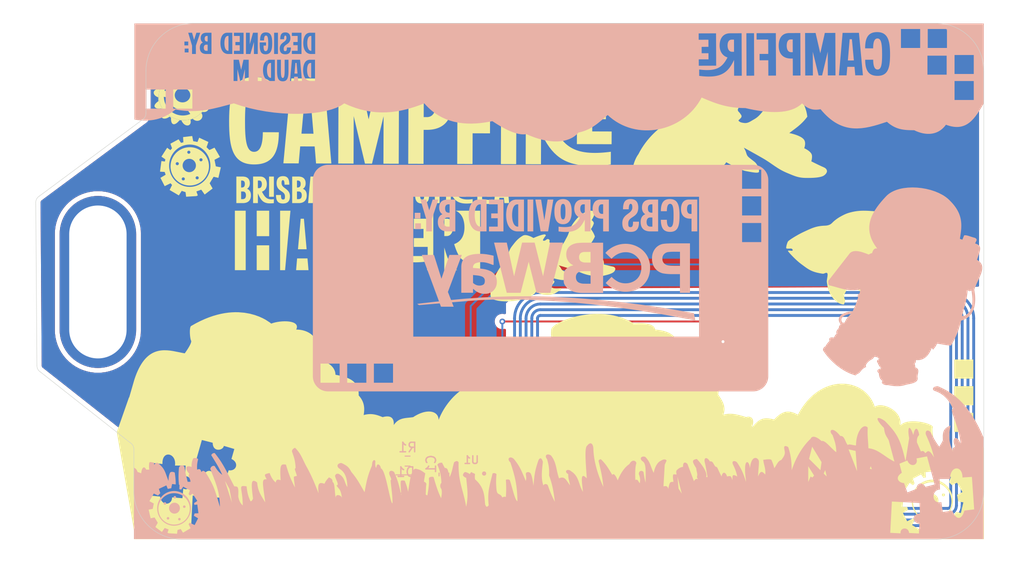
<source format=kicad_pcb>
(kicad_pcb (version 20241229) (generator "pcbnew") (generator_version "9.0")
  (layers (0 "F.Cu" signal) (2 "B.Cu" signal) (13 "F.Paste" user) (15 "B.Paste" user) (5 "F.SilkS" user "F.Silkscreen") (7 "B.SilkS" user "B.Silkscreen") (1 "F.Mask" user) (3 "B.Mask" user) (25 "Edge.Cuts" user))
  (net 0 "")
  (net 1 "Net-(D1-K)")
  (net 2 "Net-(U1-VCC)")
  (net 3 "Net-(D1-A)")
  (net 4 "Net-(J1-Pin_1)")
  (net 5 "Net-(J1-Pin_2)")
  (footprint "Taranium-libs:Lanyard hole" (layer "F.Cu") (at 169.375 65.175 90)
    (property "Reference" "REF**")
    (property "Value" "Lanyard hole")
  )
  (footprint "Taranium-libs:QFN8P50_160X160X50L40X20N" (layer "B.Cu") (at 199.755 94.62 180)
    (property "Reference" "U1")
    (property "Value" "NT3H2111W0FHKH")
  )
  (footprint "Capacitor_SMD:C_0603_1608Metric_Pad1.08x0.95mm_HandSolder" (layer "B.Cu") (at 196.955 94.22 -90)
    (property "Reference" "C1")
    (property "Value" "C")
  )
  (footprint "Taranium-libs:25x_48mm NFC Antenna" (layer "B.Cu") (at 228.34 87.68 180)
    (property "Reference" "J1" (hide yes))
    (property "Value" "Conn_01x02_Pin")
  )
  (footprint "Resistor_SMD:R_0603_1608Metric_Pad0.98x0.95mm_HandSolder" (layer "B.Cu") (at 193.155 92.82 180)
    (property "Reference" "R1")
    (property "Value" "R")
  )
  (footprint "LED_SMD:LED_0805_2012Metric_Pad1.15x1.40mm_HandSolder" (layer "B.Cu") (at 192.955 95.22 180)
    (property "Reference" "D1")
    (property "Value" "LED")
  )
  (gr_poly (pts (xy 170.741563 59.34275) (xy 171.186063 59.426094) (xy 171.364656 58.977625) (xy 172.329062 59.426094) (xy 172.134594 59.973782) (xy 172.43225 60.267469) (xy 172.968032 60.021407) (xy 173.535563 60.99375) (xy 172.968032 61.291406) (xy 173.106937 61.978) (xy 173.630812 62.077219) (xy 173.372844 63.180531) (xy 172.872781 63.069406) (xy 172.460031 63.748063) (xy 172.769594 64.29575) (xy 171.936156 64.926781) (xy 171.582938 64.418782) (xy 171.074938 64.605312) (xy 171.221781 65.018063) (xy 171.074938 65.0895) (xy 169.999406 65.156969) (xy 169.939875 64.676751) (xy 169.539032 64.545781) (xy 169.237407 65.018063) (xy 168.273 64.450531) (xy 168.530969 63.926656) (xy 168.372219 63.748063) (xy 167.757063 64.049688) (xy 167.312563 63.180531) (xy 167.856282 62.855094) (xy 167.757063 62.561406) (xy 167.268906 62.533625) (xy 167.351244 61.910531) (xy 168.221406 61.910531) (xy 168.224216 62.024494) (xy 168.232553 62.136961) (xy 168.246283 62.247792) (xy 168.26527 62.356849) (xy 168.289378 62.463992) (xy 168.318471 62.569082) (xy 168.352414 62.67198) (xy 168.391072 62.772547) (xy 168.434308 62.870644) (xy 168.481987 62.966132) (xy 168.533973 63.058871) (xy 168.590131 63.148723) (xy 168.650324 63.235548) (xy 168.714418 63.319207) (xy 168.782277 63.399561) (xy 168.853764 63.476471) (xy 168.928745 63.549798) (xy 169.007083 63.619402) (xy 169.088644 63.685145) (xy 169.17329 63.746887) (xy 169.260888 63.804489) (xy 169.3513 63.857812) (xy 169.444392 63.906718) (xy 169.540028 63.951066) (xy 169.638071 63.990717) (xy 169.738387 64.025533) (xy 169.84084 64.055375) (xy 169.945294 64.080103) (xy 170.051613 64.099578) (xy 170.159662 64.113661) (xy 170.269305 64.122213) (xy 170.380406 64.125094) (xy 170.491508 64.122213) (xy 170.601151 64.113661) (xy 170.7092 64.099578) (xy 170.815519 64.080103) (xy 170.919973 64.055375) (xy 171.022425 64.025533) (xy 171.122741 63.990717) (xy 171.220785 63.951066) (xy 171.316421 63.906718) (xy 171.409512 63.857812) (xy 171.499925 63.804489) (xy 171.587522 63.746887) (xy 171.672169 63.685145) (xy 171.753729 63.619402) (xy 171.832068 63.549798) (xy 171.907049 63.476471) (xy 171.978536 63.399561) (xy 172.046395 63.319207) (xy 172.110489 63.235548) (xy 172.170682 63.148723) (xy 172.22684 63.058871) (xy 172.278826 62.966132) (xy 172.326505 62.870644) (xy 172.369741 62.772547) (xy 172.408399 62.67198) (xy 172.442342 62.569082) (xy 172.471435 62.463992) (xy 172.495543 62.356849) (xy 172.51453 62.247792) (xy 172.52826 62.136961) (xy 172.536597 62.024494) (xy 172.539407 61.910531) (xy 172.536597 61.796569) (xy 172.52826 61.684102) (xy 172.51453 61.573271) (xy 172.495543 61.464214) (xy 172.471435 61.357071) (xy 172.442342 61.251981) (xy 172.408399 61.149082) (xy 172.369741 61.048515) (xy 172.326505 60.950418) (xy 172.278826 60.85493) (xy 172.22684 60.762191) (xy 172.170682 60.672339) (xy 172.110489 60.585515) (xy 172.046395 60.501855) (xy 171.978536 60.421501) (xy 171.907049 60.344592) (xy 171.832068 60.271265) (xy 171.753729 60.201661) (xy 171.672169 60.135918) (xy 171.587522 60.074176) (xy 171.499925 60.016574) (xy 171.409512 59.96325) (xy 171.316421 59.914345) (xy 171.220785 59.869997) (xy 171.122741 59.830346) (xy 171.022425 59.795529) (xy 170.919973 59.765688) (xy 170.815519 59.74096) (xy 170.7092 59.721485) (xy 170.601151 59.707402) (xy 170.491508 59.69885) (xy 170.380406 59.695969) (xy 170.269305 59.69885) (xy 170.159662 59.707402) (xy 170.051613 59.721485) (xy 169.945294 59.74096) (xy 169.84084 59.765688) (xy 169.738387 59.795529) (xy 169.638071 59.830346) (xy 169.540028 59.869997) (xy 169.444392 59.914345) (xy 169.3513 59.96325) (xy 169.260888 60.016574) (xy 169.17329 60.074176) (xy 169.088644 60.135918) (xy 169.007083 60.201661) (xy 168.928745 60.271265) (xy 168.853764 60.344592) (xy 168.782277 60.421501) (xy 168.714418 60.501855) (xy 168.650324 60.585515) (xy 168.590131 60.672339) (xy 168.533973 60.762191) (xy 168.481987 60.85493) (xy 168.434308 60.950418) (xy 168.391072 61.048515) (xy 168.352414 61.149082) (xy 168.318471 61.251981) (xy 168.289378 61.357071) (xy 168.26527 61.464214) (xy 168.246283 61.573271) (xy 168.232553 61.684102) (xy 168.224216 61.796569) (xy 168.221406 61.910531) (xy 167.351244 61.910531) (xy 167.41575 61.422375) (xy 167.784844 61.47) (xy 167.824532 61.243781) (xy 167.41575 60.962) (xy 168.015032 60.029344) (xy 168.356344 60.279375) (xy 168.527 60.084907) (xy 168.356344 59.608657) (xy 169.209625 59.144312) (xy 169.467594 59.517375) (xy 169.713657 59.461813) (xy 169.681907 58.914125) (xy 170.634407 58.803)) (fill yes) (layer "F.SilkS"))
  (gr_poly (pts (xy 247.338852 98.197019) (xy 247.347102 98.197632) (xy 247.355234 98.198641) (xy 247.363238 98.200036) (xy 247.371102 98.201808) (xy 247.378817 98.203946) (xy 247.386373 98.206441) (xy 247.393758 98.209283) (xy 247.400964 98.212461) (xy 247.407979 98.215966) (xy 247.414793 98.219787) (xy 247.421396 98.223915) (xy 247.427778 98.22834) (xy 247.433927 98.233052) (xy 247.439835 98.238041) (xy 247.44549 98.243296) (xy 247.450882 98.248809) (xy 247.456001 98.254568) (xy 247.460837 98.260565) (xy 247.465379 98.266789) (xy 247.469617 98.273229) (xy 247.473541 98.279877) (xy 247.47714 98.286723) (xy 247.480404 98.293755) (xy 247.483323 98.300965) (xy 247.485886 98.308342) (xy 247.488083 98.315876) (xy 247.489903 98.323558) (xy 247.491337 98.331378) (xy 247.492374 98.339325) (xy 247.493004 98.347389) (xy 247.493216 98.355561) (xy 247.493004 98.363733) (xy 247.492374 98.371798) (xy 247.491337 98.379745) (xy 247.489903 98.387564) (xy 247.488083 98.395246) (xy 247.485886 98.40278) (xy 247.483323 98.410157) (xy 247.480404 98.417367) (xy 247.47714 98.4244) (xy 247.473541 98.431245) (xy 247.469617 98.437893) (xy 247.465379 98.444334) (xy 247.460837 98.450557) (xy 247.456001 98.456554) (xy 247.450882 98.462313) (xy 247.44549 98.467826) (xy 247.439835 98.473081) (xy 247.433927 98.47807) (xy 247.427778 98.482782) (xy 247.421396 98.487207) (xy 247.414793 98.491335) (xy 247.407979 98.495156) (xy 247.400964 98.498661) (xy 247.393758 98.501839) (xy 247.386373 98.504681) (xy 247.378817 98.507176) (xy 247.371102 98.509314) (xy 247.363238 98.511086) (xy 247.355234 98.512482) (xy 247.347102 98.513491) (xy 247.338852 98.514103) (xy 247.330494 98.51431) (xy 247.322136 98.514103) (xy 247.313886 98.513491) (xy 247.305754 98.512482) (xy 247.297751 98.511086) (xy 247.289887 98.509314) (xy 247.282172 98.507176) (xy 247.274616 98.504681) (xy 247.267231 98.501839) (xy 247.260026 98.498661) (xy 247.253011 98.495156) (xy 247.246197 98.491335) (xy 247.239595 98.487207) (xy 247.233213 98.482782) (xy 247.227064 98.47807) (xy 247.221157 98.473081) (xy 247.215502 98.467826) (xy 247.21011 98.462313) (xy 247.204991 98.456554) (xy 247.200156 98.450557) (xy 247.195614 98.444334) (xy 247.191376 98.437893) (xy 247.187453 98.431245) (xy 247.183854 98.4244) (xy 247.18059 98.417367) (xy 247.177672 98.410157) (xy 247.175109 98.40278) (xy 247.172913 98.395246) (xy 247.171092 98.387564) (xy 247.169658 98.379745) (xy 247.168621 98.371798) (xy 247.167992 98.363733) (xy 247.167779 98.355561) (xy 247.167992 98.347389) (xy 247.168621 98.339325) (xy 247.169658 98.331378) (xy 247.171092 98.323558) (xy 247.172913 98.315876) (xy 247.175109 98.308342) (xy 247.177672 98.300965) (xy 247.18059 98.293755) (xy 247.183854 98.286723) (xy 247.187453 98.279877) (xy 247.191376 98.273229) (xy 247.195614 98.266789) (xy 247.200156 98.260565) (xy 247.204991 98.254568) (xy 247.21011 98.248809) (xy 247.215502 98.243296) (xy 247.221157 98.238041) (xy 247.227064 98.233052) (xy 247.233213 98.22834) (xy 247.239595 98.223915) (xy 247.246197 98.219787) (xy 247.253011 98.215966) (xy 247.260026 98.212461) (xy 247.267231 98.209283) (xy 247.274616 98.206441) (xy 247.282172 98.203946) (xy 247.289887 98.201808) (xy 247.297751 98.200036) (xy 247.305754 98.198641) (xy 247.313886 98.197632) (xy 247.322136 98.197019) (xy 247.330494 98.196812)) (fill yes) (layer "F.SilkS"))
  (gr_poly (pts (xy 176.229153 72.840468) (xy 175.095281 72.840468) (xy 175.095281 66.617469) (xy 176.229153 66.617469)) (fill yes) (layer "F.SilkS"))
  (gr_poly (pts (xy 164.061254 86.203156) (xy 162.8 89.8) (xy 164.608941 100.125533) (xy 166 86.8)) (stroke (width 0.1)) (fill yes) (layer "F.SilkS"))
  (gr_poly (pts (xy 212.360405 66.618489) (xy 212.390959 66.620506) (xy 212.420413 66.623492) (xy 212.448744 66.627348) (xy 212.475926 66.631976) (xy 212.501937 66.637277) (xy 212.526752 66.643153) (xy 212.550347 66.649506) (xy 212.572699 66.656236) (xy 212.593782 66.663246) (xy 212.632049 66.677709) (xy 212.664956 66.692109) (xy 212.692311 66.705657) (xy 212.713921 66.717566) (xy 212.729596 66.727047) (xy 212.742365 66.735578) (xy 212.72801 66.808168) (xy 212.713179 66.875957) (xy 212.697769 66.939443) (xy 212.681675 66.999127) (xy 212.664791 67.05551) (xy 212.647015 67.10909) (xy 212.62824 67.160368) (xy 212.608362 67.209843) (xy 212.587277 67.258017) (xy 212.56488 67.305388) (xy 212.541066 67.352457) (xy 212.515731 67.399723) (xy 212.460078 67.496849) (xy 212.397084 67.600766) (xy 212.424596 67.621728) (xy 212.449279 67.641592) (xy 212.471371 67.660561) (xy 212.491111 67.678838) (xy 212.508736 67.696626) (xy 212.524486 67.71413) (xy 212.538598 67.731552) (xy 212.55131 67.749097) (xy 212.562862 67.766967) (xy 212.573491 67.785366) (xy 212.583436 67.804497) (xy 212.592935 67.824565) (xy 212.602226 67.845772) (xy 212.611548 67.868322) (xy 212.631239 67.918265) (xy 212.616893 67.966248) (xy 212.60213 68.012097) (xy 212.586904 68.056004) (xy 212.571168 68.098161) (xy 212.554876 68.13876) (xy 212.537981 68.177993) (xy 212.520437 68.216052) (xy 212.502197 68.253128) (xy 212.483214 68.289414) (xy 212.463443 68.325101) (xy 212.442837 68.360381) (xy 212.421348 68.395445) (xy 212.398932 68.430487) (xy 212.37554 68.465697) (xy 212.325647 68.53739) (xy 212.403921 68.653182) (xy 212.470534 68.756044) (xy 212.527576 68.84979) (xy 212.55316 68.894436) (xy 212.577136 68.938234) (xy 212.599763 68.981659) (xy 212.621305 69.02519) (xy 212.64202 69.069301) (xy 212.662172 69.114471) (xy 212.701829 69.209891) (xy 212.742365 69.315264) (xy 212.692671 69.42299) (xy 212.641807 69.524826) (xy 212.589724 69.621394) (xy 212.536368 69.713318) (xy 212.481687 69.801219) (xy 212.42563 69.885719) (xy 212.368144 69.96744) (xy 212.309177 70.047004) (xy 212.248677 70.125033) (xy 212.186592 70.202149) (xy 212.05746 70.356132) (xy 211.777883 70.680515) (xy 211.910347 70.679988) (xy 212.051926 70.685015) (xy 212.134551 70.690509) (xy 212.222401 70.698623) (xy 212.313475 70.709829) (xy 212.405773 70.724601) (xy 212.497295 70.743415) (xy 212.58604 70.766742) (xy 212.670009 70.795058) (xy 212.747201 70.828835) (xy 212.782631 70.84792) (xy 212.815617 70.868548) (xy 212.845909 70.890779) (xy 212.873257 70.914671) (xy 212.890847 70.932792) (xy 212.906972 70.951891) (xy 212.921691 70.971865) (xy 212.935063 70.992613) (xy 212.947148 71.014032) (xy 212.958006 71.036022) (xy 212.967695 71.058479) (xy 212.976276 71.081303) (xy 212.983808 71.104391) (xy 212.99035 71.127642) (xy 212.995962 71.150954) (xy 213.000703 71.174225) (xy 213.007812 71.220237) (xy 213.012151 71.264864) (xy 213.014198 71.307291) (xy 213.014428 71.346703) (xy 213.013317 71.382286) (xy 213.01134 71.413227) (xy 213.006696 71.457919) (xy 213.004302 71.474265) (xy 213.080064 71.491823) (xy 213.160495 71.514721) (xy 213.207185 71.529976) (xy 213.256606 71.547876) (xy 213.307568 71.568497) (xy 213.358882 71.591921) (xy 213.409359 71.618225) (xy 213.457808 71.64749) (xy 213.503042 71.679794) (xy 213.524081 71.697111) (xy 213.543871 71.715217) (xy 213.562261 71.734122) (xy 213.579104 71.753837) (xy 213.594251 71.774371) (xy 213.607553 71.795734) (xy 213.615492 71.810713) (xy 213.622817 71.82644) (xy 213.629554 71.842836) (xy 213.635726 71.859819) (xy 213.641355 71.87731) (xy 213.646467 71.895229) (xy 213.655231 71.932027) (xy 213.662207 71.969572) (xy 213.667584 72.007221) (xy 213.671551 72.044333) (xy 213.674297 72.080264) (xy 213.676011 72.114373) (xy 213.676884 72.146017) (xy 213.676857 72.199344) (xy 213.675021 72.248171) (xy 213.954292 72.317128) (xy 214.205746 72.377094) (xy 214.444957 72.430734) (xy 214.576361 72.456849) (xy 214.607588 72.4638) (xy 214.637901 72.471476) (xy 214.667168 72.480152) (xy 214.695257 72.490106) (xy 214.708818 72.495649) (xy 214.722035 72.501616) (xy 214.734891 72.508041) (xy 214.74737 72.514958) (xy 214.759455 72.522403) (xy 214.771129 72.53041) (xy 214.782377 72.539013) (xy 214.793182 72.548248) (xy 214.803527 72.558149) (xy 214.813395 72.568751) (xy 214.822771 72.580088) (xy 214.831637 72.592194) (xy 214.839977 72.605106) (xy 214.847774 72.618857) (xy 214.855013 72.633481) (xy 214.861676 72.649014) (xy 214.86566 72.660475) (xy 214.868739 72.672506) (xy 214.870929 72.685066) (xy 214.872244 72.698116) (xy 214.872702 72.711614) (xy 214.872318 72.72552) (xy 214.871109 72.739793) (xy 214.86909 72.754394) (xy 214.866277 72.76928) (xy 214.862688 72.784413) (xy 214.858337 72.799751) (xy 214.85324 72.815253) (xy 214.840875 72.846591) (xy 214.825722 72.878101) (xy 214.807908 72.909459) (xy 214.787563 72.940342) (xy 214.764814 72.970424) (xy 214.739789 72.999382) (xy 214.712618 73.026892) (xy 214.698268 73.040001) (xy 214.683429 73.052628) (xy 214.668117 73.064729) (xy 214.652349 73.076266) (xy 214.636141 73.087198) (xy 214.619508 73.097484) (xy 214.569232 73.125822) (xy 214.516637 73.152852) (xy 214.461729 73.178662) (xy 214.404512 73.203337) (xy 214.344993 73.226967) (xy 214.283178 73.249637) (xy 214.152681 73.292448) (xy 214.01307 73.332469) (xy 213.864389 73.370397) (xy 213.706685 73.40693) (xy 213.540006 73.442766) (xy 213.447853 73.460456) (xy 213.359997 73.474217) (xy 213.275825 73.484285) (xy 213.194726 73.490899) (xy 213.116087 73.494295) (xy 213.039295 73.494711) (xy 212.963738 73.492385) (xy 212.888804 73.487553) (xy 212.81388 73.480453) (xy 212.738354 73.471323) (xy 212.583045 73.447922) (xy 212.238258 73.387202) (xy 212.102342 73.361133) (xy 211.974019 73.332229) (xy 211.852234 73.300729) (xy 211.735935 73.266873) (xy 211.624069 73.230901) (xy 211.515583 73.193052) (xy 211.304538 73.112685) (xy 210.876667 72.939982) (xy 210.642993 72.851483) (xy 210.517535 72.807535) (xy 210.384927 72.764109) (xy 209.927315 72.623165) (xy 209.462223 72.484044) (xy 208.956177 72.335483) (xy 208.975895 72.357514) (xy 209.023972 72.413083) (xy 209.053453 72.448512) (xy 209.083793 72.486407) (xy 209.112914 72.524795) (xy 209.126369 72.543557) (xy 209.13874 72.561702) (xy 209.150305 72.579602) (xy 209.161128 72.597097) (xy 209.181077 72.631021) (xy 209.217929 72.695599) (xy 209.227285 72.711271) (xy 209.236965 72.726825) (xy 209.247102 72.742296) (xy 209.25783 72.757721) (xy 209.269282 72.773135) (xy 209.281592 72.788575) (xy 209.294893 72.804074) (xy 209.309317 72.819671) (xy 209.329124 72.838277) (xy 209.35261 72.856901) (xy 209.379457 72.87556) (xy 209.409344 72.894271) (xy 209.441953 72.913052) (xy 209.476963 72.93192) (xy 209.55291 72.969988) (xy 209.719559 73.047937) (xy 209.805147 73.088097) (xy 209.888835 73.129234) (xy 209.913029 73.142296) (xy 209.936792 73.156585) (xy 209.9601 73.172017) (xy 209.982928 73.188507) (xy 210.005251 73.205971) (xy 210.027043 73.224324) (xy 210.068937 73.263359) (xy 210.108408 73.304935) (xy 210.145256 73.348375) (xy 210.179282 73.393003) (xy 210.210284 73.438143) (xy 210.238062 73.483116) (xy 210.262415 73.527248) (xy 210.283143 73.56986) (xy 210.300046 73.610277) (xy 210.312924 73.647821) (xy 210.321574 73.681816) (xy 210.324252 73.697271) (xy 210.325798 73.711585) (xy 210.326188 73.724674) (xy 210.325395 73.736452) (xy 210.322424 73.747983) (xy 210.316584 73.758782) (xy 210.308002 73.768876) (xy 210.296802 73.778291) (xy 210.267048 73.795193) (xy 210.228325 73.809703) (xy 210.181633 73.822036) (xy 210.127974 73.832405) (xy 210.068349 73.841026) (xy 210.00376 73.848114) (xy 209.863691 73.858546) (xy 209.715779 73.86542) (xy 209.42846 73.875358) (xy 209.348218 73.874587) (xy 209.255038 73.866955) (xy 209.151419 73.853417) (xy 209.039862 73.834926) (xy 208.922865 73.812436) (xy 208.802929 73.786898) (xy 208.564235 73.730499) (xy 208.343776 73.673355) (xy 208.161549 73.623095) (xy 207.991771 73.573734) (xy 207.985843 73.593235) (xy 207.979963 73.611615) (xy 207.974086 73.62896) (xy 207.968163 73.645357) (xy 207.962149 73.660894) (xy 207.955998 73.675658) (xy 207.949662 73.689736) (xy 207.943096 73.703214) (xy 207.936253 73.716182) (xy 207.929085 73.728724) (xy 207.921548 73.74093) (xy 207.913593 73.752886) (xy 207.905176 73.764679) (xy 207.896248 73.776396) (xy 207.886765 73.788125) (xy 207.876678 73.799953) (xy 207.913644 73.814867) (xy 207.951469 73.828422) (xy 207.989891 73.840716) (xy 208.028648 73.851849) (xy 208.067478 73.86192) (xy 208.106117 73.871027) (xy 208.181778 73.886749) (xy 208.253531 73.899807) (xy 208.319279 73.910994) (xy 208.376923 73.921101) (xy 208.424365 73.930921) (xy 208.434398 73.933757) (xy 208.443683 73.937261) (xy 208.452231 73.941402) (xy 208.46005 73.946153) (xy 208.467151 73.951484) (xy 208.473545 73.957366) (xy 208.479241 73.963771) (xy 208.48425 73.970668) (xy 208.488581 73.97803) (xy 208.492245 73.985827) (xy 208.495251 73.99403) (xy 208.49761 74.00261) (xy 208.499331 74.011539) (xy 208.500426 74.020786) (xy 208.500903 74.030323) (xy 208.500774 74.040122) (xy 208.500047 74.050153) (xy 208.498734 74.060386) (xy 208.496843 74.070794) (xy 208.494386 74.081347) (xy 208.487813 74.102772) (xy 208.479093 74.124429) (xy 208.468308 74.146085) (xy 208.455538 74.16751) (xy 208.440863 74.18847) (xy 208.424365 74.208734) (xy 208.349423 74.296294) (xy 208.238797 74.427015) (xy 208.094958 74.59767) (xy 208.154989 74.625186) (xy 208.221747 74.653634) (xy 208.305641 74.68659) (xy 208.40115 74.720089) (xy 208.451536 74.735804) (xy 208.502756 74.750167) (xy 208.55412 74.762684) (xy 208.604938 74.77286) (xy 208.65452 74.780197) (xy 208.702176 74.784202) (xy 208.729437 74.784591) (xy 208.758851 74.783462) (xy 208.789957 74.781029) (xy 208.822295 74.777507) (xy 208.855404 74.773112) (xy 208.888823 74.768059) (xy 208.954751 74.756838) (xy 209.07006 74.73596) (xy 209.112071 74.729745) (xy 209.127554 74.728446) (xy 209.13874 74.72864) (xy 209.15127 74.73046) (xy 209.162839 74.732919) (xy 209.173462 74.735983) (xy 209.183154 74.739616) (xy 209.191932 74.743785) (xy 209.199809 74.748453) (xy 209.206802 74.753586) (xy 209.212925 74.75915) (xy 209.218194 74.765109) (xy 209.222624 74.771428) (xy 209.226231 74.778073) (xy 209.229029 74.785009) (xy 209.231034 74.7922) (xy 209.232262 74.799613) (xy 209.232726 74.807211) (xy 209.232444 74.81496) (xy 209.231429 74.822826) (xy 209.229698 74.830773) (xy 209.227265 74.838767) (xy 209.224145 74.846772) (xy 209.220355 74.854754) (xy 209.215909 74.862678) (xy 209.210822 74.870509) (xy 209.205111 74.878212) (xy 209.198789 74.885752) (xy 209.191872 74.893094) (xy 209.184377 74.900204) (xy 209.176317 74.907047) (xy 209.167708 74.913587) (xy 209.158565 74.91979) (xy 209.148904 74.925621) (xy 209.13874 74.931045) (xy 209.071539 74.965877) (xy 209.008316 75.00081) (xy 208.948445 75.035663) (xy 208.8913 75.070255) (xy 208.677443 75.20241) (xy 208.624528 75.232993) (xy 208.570581 75.262233) (xy 208.514975 75.289949) (xy 208.457083 75.315961) (xy 208.396279 75.340089) (xy 208.331937 75.362151) (xy 208.26343 75.381968) (xy 208.190133 75.399359) (xy 208.134371 75.410181) (xy 208.074466 75.41973) (xy 208.01075 75.427784) (xy 207.943558 75.434124) (xy 207.873224 75.438529) (xy 207.800082 75.440778) (xy 207.724466 75.44065) (xy 207.646709 75.437925) (xy 207.567146 75.432383) (xy 207.486111 75.423803) (xy 207.403937 75.411964) (xy 207.320959 75.396646) (xy 207.23751 75.377628) (xy 207.153924 75.35469) (xy 207.070536 75.327611) (xy 206.987679 75.29617) (xy 206.956713 75.282965) (xy 206.924534 75.268241) (xy 206.891585 75.252325) (xy 206.858309 75.235545) (xy 206.79255 75.200701) (xy 206.730801 75.166324) (xy 206.676604 75.135032) (xy 206.633504 75.109441) (xy 206.594771 75.085828) (xy 206.531837 75.1773) (xy 206.454523 75.264895) (xy 206.363727 75.34855) (xy 206.260348 75.428202) (xy 206.145285 75.503787) (xy 206.019435 75.575242) (xy 205.738967 75.705511) (xy 205.426131 75.818501) (xy 205.088112 75.913707) (xy 204.732097 75.990624) (xy 204.365269 76.048745) (xy 203.994816 76.087565) (xy 203.627922 76.106579) (xy 203.271774 76.105279) (xy 202.933557 76.083161) (xy 202.620456 76.039719) (xy 202.339657 75.974447) (xy 202.213616 75.933467) (xy 202.098346 75.886839) (xy 201.994744 75.834501) (xy 201.903708 75.77639) (xy 201.894547 75.767465) (xy 201.88571 75.754274) (xy 201.869189 75.715876) (xy 201.854508 75.662759) (xy 201.842026 75.596484) (xy 201.832103 75.518615) (xy 201.825101 75.430714) (xy 201.82138 75.334342) (xy 201.821299 75.231064) (xy 201.825221 75.12244) (xy 201.833504 75.010035) (xy 201.846509 74.895409) (xy 201.864598 74.780126) (xy 201.88813 74.665748) (xy 201.917465 74.553838) (xy 201.952965 74.445958) (xy 201.99499 74.34367) (xy 202.057708 74.117427) (xy 202.129212 73.898666) (xy 202.208613 73.687522) (xy 202.295021 73.484126) (xy 202.387547 73.288614) (xy 202.485301 73.101119) (xy 202.587394 72.921774) (xy 202.692936 72.750714) (xy 202.801038 72.588072) (xy 202.91081 72.433981) (xy 203.021363 72.288576) (xy 203.131808 72.151991) (xy 203.241254 72.024358) (xy 203.348812 71.905812) (xy 203.453593 71.796486) (xy 203.554708 71.696514) (xy 203.573611 71.562259) (xy 203.601778 71.413346) (xy 203.646457 71.226714) (xy 203.675934 71.123193) (xy 203.710673 71.014968) (xy 203.751053 70.903615) (xy 203.797452 70.79071) (xy 203.850249 70.677829) (xy 203.90982 70.566546) (xy 203.976546 70.458437) (xy 204.050803 70.355078) (xy 204.286765 70.05122) (xy 204.407237 69.904129) (xy 204.469882 69.831955) (xy 204.534812 69.760758) (xy 204.602539 69.690584) (xy 204.673571 69.621479) (xy 204.748421 69.553491) (xy 204.827597 69.486666) (xy 204.91161 69.42105) (xy 205.00097 69.35669) (xy 205.096187 69.293631) (xy 205.197772 69.231922) (xy 205.23487 69.212909) (xy 205.27379 69.197727) (xy 205.314336 69.186166) (xy 205.356311 69.178013) (xy 205.399519 69.173057) (xy 205.443762 69.171085) (xy 205.488844 69.171887) (xy 205.534568 69.175251) (xy 205.580737 69.180964) (xy 205.627155 69.188815) (xy 205.673625 69.198593) (xy 205.71995 69.210086) (xy 205.811377 69.237369) (xy 205.899864 69.26897) (xy 205.983835 69.303196) (xy 206.061718 69.338354) (xy 206.131937 69.372749) (xy 206.192919 69.404688) (xy 206.280874 69.454425) (xy 206.31299 69.474015) (xy 206.449591 69.415104) (xy 206.596557 69.35472) (xy 206.774824 69.2855) (xy 206.968536 69.216279) (xy 207.066228 69.18443) (xy 207.161835 69.155895) (xy 207.253375 69.131779) (xy 207.338866 69.113185) (xy 207.416325 69.101219) (xy 207.483771 69.096984) (xy 207.490214 69.097218) (xy 207.496726 69.097906) (xy 207.503282 69.099028) (xy 207.509854 69.100565) (xy 207.516418 69.102498) (xy 207.522946 69.104805) (xy 207.529414 69.107468) (xy 207.535794 69.110467) (xy 207.54206 69.113782) (xy 207.548187 69.117394) (xy 207.554149 69.121282) (xy 207.559919 69.125427) (xy 207.565471 69.129809) (xy 207.570779 69.134409) (xy 207.575818 69.139207) (xy 207.58056 69.144183) (xy 207.58498 69.149317) (xy 207.589053 69.15459) (xy 207.592751 69.159982) (xy 207.596048 69.165473) (xy 207.598919 69.171043) (xy 207.601338 69.176673) (xy 207.603278 69.182343) (xy 207.604714 69.188034) (xy 207.605618 69.193725) (xy 207.605966 69.199397) (xy 207.605731 69.20503) (xy 207.604886 69.210604) (xy 207.603407 69.216101) (xy 207.601266 69.221499) (xy 207.598439 69.226779) (xy 207.594897 69.231922) (xy 207.560975 69.276502) (xy 207.529183 69.319393) (xy 207.499518 69.360498) (xy 207.471974 69.399721) (xy 207.446547 69.436964) (xy 207.423231 69.47213) (xy 207.402022 69.505124) (xy 207.382916 69.535849) (xy 207.365907 69.564207) (xy 207.350991 69.590101) (xy 207.338163 69.613436) (xy 207.327419 69.634115) (xy 207.318752 69.65204) (xy 207.31216 69.667115) (xy 207.307636 69.679243) (xy 207.305177 69.688327) (xy 207.304409 69.694164) (xy 207.304335 69.699767) (xy 207.304925 69.705134) (xy 207.306152 69.710264) (xy 207.307986 69.715156) (xy 207.3104 69.719808) (xy 207.313366 69.724219) (xy 207.316854 69.728387) (xy 207.320837 69.732311) (xy 207.325286 69.735989) (xy 207.330173 69.739421) (xy 207.33547 69.742603) (xy 207.347178 69.748217) (xy 207.360185 69.75282) (xy 207.374264 69.756399) (xy 207.389187 69.758943) (xy 207.404728 69.760441) (xy 207.420661 69.760881) (xy 207.436758 69.760252) (xy 207.452793 69.75854) (xy 207.46854 69.755737) (xy 207.483771 69.751828) (xy 207.493522 69.748737) (xy 207.502935 69.745426) (xy 207.51203 69.741907) (xy 207.520827 69.738193) (xy 207.537603 69.730228) (xy 207.553421 69.721628) (xy 207.568439 69.712494) (xy 207.582814 69.702924) (xy 207.596704 69.693017) (xy 207.610266 69.682871) (xy 207.637036 69.66226) (xy 207.65056 69.651992) (xy 207.664386 69.641881) (xy 207.678672 69.632026) (xy 207.693576 69.622525) (xy 207.709254 69.613478) (xy 207.725865 69.604983) (xy 207.735107 69.600831) (xy 207.744413 69.597166) (xy 207.753772 69.593983) (xy 207.76317 69.591277) (xy 207.772596 69.589043) (xy 207.782036 69.587276) (xy 207.791479 69.585971) (xy 207.800911 69.585122) (xy 207.810321 69.584725) (xy 207.819695 69.584774) (xy 207.829022 69.585263) (xy 207.838289 69.586189) (xy 207.847483 69.587546) (xy 207.856592 69.589328) (xy 207.865604 69.591531) (xy 207.874505 69.594149) (xy 207.883284 69.597177) (xy 207.891928 69.60061) (xy 207.900424 69.604443) (xy 207.90876 69.608671) (xy 207.916924 69.613289) (xy 207.924903 69.618291) (xy 207.932684 69.623673) (xy 207.940256 69.629428) (xy 207.947605 69.635553) (xy 207.954719 69.642042) (xy 207.961585 69.648889) (xy 207.968192 69.65609) (xy 207.974527 69.663639) (xy 207.980576 69.671532) (xy 207.986329 69.679763) (xy 207.991771 69.688327) (xy 207.99557 69.695144) (xy 207.998721 69.701921) (xy 208.001263 69.708661) (xy 208.003237 69.715369) (xy 208.004684 69.722048) (xy 208.005642 69.728703) (xy 208.006154 69.735338) (xy 208.00626 69.741957) (xy 208.005999 69.748564) (xy 208.005412 69.755163) (xy 208.003422 69.768354) (xy 208.000613 69.781562) (xy 207.997308 69.79482) (xy 207.990502 69.821617) (xy 207.987647 69.835221) (xy 207.985588 69.849007) (xy 207.984958 69.855977) (xy 207.984648 69.863005) (xy 207.984698 69.870095) (xy 207.98515 69.87725) (xy 207.986042 69.884475) (xy 207.987416 69.891774) (xy 207.989313 69.89915) (xy 207.991771 69.906609) (xy 207.995498 69.916089) (xy 207.999527 69.925051) (xy 208.003844 69.933525) (xy 208.008437 69.941541) (xy 208.013294 69.949129) (xy 208.018402 69.956319) (xy 208.023748 69.96314) (xy 208.029321 69.969622) (xy 208.035107 69.975796) (xy 208.041093 69.98169) (xy 208.053618 69.99276) (xy 208.066795 70.003072) (xy 208.080524 70.012863) (xy 208.138944 70.051595) (xy 208.153922 70.062361) (xy 208.168849 70.074038) (xy 208.183624 70.086864) (xy 208.198146 70.101078) (xy 208.208067 70.111087) (xy 208.217871 70.120391) (xy 208.227533 70.129118) (xy 208.237028 70.137395) (xy 208.255422 70.153108) (xy 208.264272 70.160798) (xy 208.272858 70.168547) (xy 208.281156 70.176482) (xy 208.28914 70.18473) (xy 208.296788 70.193419) (xy 208.304074 70.202675) (xy 208.307573 70.207556) (xy 208.310974 70.212627) (xy 208.314271 70.217902) (xy 208.317463 70.2234) (xy 208.320546 70.229134) (xy 208.323518 70.235122) (xy 208.326375 70.241379) (xy 208.329114 70.247921) (xy 208.333505 70.261112) (xy 208.336301 70.274541) (xy 208.337607 70.288173) (xy 208.337528 70.30197) (xy 208.336168 70.315897) (xy 208.333631 70.329918) (xy 208.330024 70.343997) (xy 208.32545 70.358097) (xy 208.320014 70.372183) (xy 208.313821 70.386218) (xy 208.306976 70.400167) (xy 208.299584 70.413992) (xy 208.283577 70.44113) (xy 208.266637 70.467343) (xy 208.233314 70.515839) (xy 208.218607 70.537543) (xy 208.206321 70.557167) (xy 208.201347 70.566108) (xy 208.197293 70.574421) (xy 208.194263 70.582069) (xy 208.192363 70.589017) (xy 208.191696 70.595227) (xy 208.192367 70.600665) (xy 208.194482 70.605293) (xy 208.198146 70.609077) (xy 208.220565 70.624833) (xy 208.24278 70.63844) (xy 208.264868 70.650037) (xy 208.286903 70.659762) (xy 208.308963 70.667755) (xy 208.331125 70.674155) (xy 208.353463 70.679099) (xy 208.376056 70.682729) (xy 208.398979 70.685181) (xy 208.422308 70.686596) (xy 208.44612 70.687112) (xy 208.470492 70.686868) (xy 208.52122 70.684656) (xy 208.575101 70.681072) (xy 208.583114 70.680515) (xy 208.609008 70.678231) (xy 208.63402 70.675085) (xy 208.658195 70.671104) (xy 208.681578 70.66631) (xy 208.704214 70.66073) (xy 208.726149 70.654389) (xy 208.747427 70.64731) (xy 208.768094 70.639519) (xy 208.788195 70.631041) (xy 208.807775 70.621901) (xy 208.82688 70.612123) (xy 208.845554 70.601732) (xy 208.881791 70.579211) (xy 208.916848 70.554537) (xy 208.951087 70.527909) (xy 208.984868 70.499526) (xy 209.018554 70.469585) (xy 209.052505 70.438286) (xy 209.12265 70.372409) (xy 209.159567 70.338228) (xy 209.198194 70.303483) (xy 209.254389 70.251748) (xy 209.305525 70.200434) (xy 209.352142 70.149336) (xy 209.394784 70.098246) (xy 209.433992 70.046958) (xy 209.470307 69.995264) (xy 209.504272 69.942957) (xy 209.536429 69.889832) (xy 209.567318 69.83568) (xy 209.597482 69.780296) (xy 209.657803 69.665001) (xy 209.721726 69.542293) (xy 209.793584 69.410516) (xy 209.843387 69.317797) (xy 209.887101 69.227743) (xy 209.925662 69.140014) (xy 209.960008 69.054272) (xy 209.991079 68.970179) (xy 210.019812 68.887397) (xy 210.074016 68.724408) (xy 210.130124 68.562599) (xy 210.161238 68.48129) (xy 210.195643 68.399261) (xy 210.234276 68.316173) (xy 210.278075 68.231688) (xy 210.327979 68.145466) (xy 210.384927 68.057171) (xy 210.473946 67.928601) (xy 210.563034 67.805254) (xy 210.652588 67.687191) (xy 210.743004 67.574471) (xy 210.83468 67.467152) (xy 210.928013 67.365295) (xy 211.0234 67.268959) (xy 211.12124 67.178203) (xy 211.221928 67.093086) (xy 211.325863 67.013669) (xy 211.433442 66.940009) (xy 211.545062 66.872168) (xy 211.66112 66.810205) (xy 211.782013 66.754177) (xy 211.908139 66.704146) (xy 212.039896 66.660171) (xy 212.079266 66.649039) (xy 212.117753 66.639762) (xy 212.155333 66.632242) (xy 212.19198 66.626379) (xy 212.227673 66.622076) (xy 212.262385 66.619234) (xy 212.296094 66.617754) (xy 212.328776 66.617539)) (fill yes) (layer "F.SilkS"))
  (gr_poly (pts (xy 252.300125 86.980121) (xy 250.299875 86.980121) (xy 250.299875 84.979871) (xy 252.300125 84.979871)) (fill yes) (layer "F.SilkS"))
  (gr_poly (pts (xy 201.962287 65.160938) (xy 201.462226 65.160938) (xy 201.462226 63.045594) (xy 201.962287 63.045594)) (fill yes) (layer "F.SilkS"))
  (gr_poly (pts (xy 169.899721 52.118973) (xy 170.031552 52.128675) (xy 170.160591 52.144651) (xy 170.286734 52.166744) (xy 170.409878 52.194796) (xy 170.529919 52.228649) (xy 170.646753 52.268145) (xy 170.760276 52.313127) (xy 170.870385 52.363437) (xy 170.976976 52.418916) (xy 171.079944 52.479407) (xy 171.179187 52.544752) (xy 171.274601 52.614794) (xy 171.366081 52.689373) (xy 171.453524 52.768334) (xy 171.536826 52.851517) (xy 171.615884 52.938764) (xy 171.690593 53.029919) (xy 171.76085 53.124823) (xy 171.826552 53.223318) (xy 171.887593 53.325247) (xy 171.943871 53.430451) (xy 171.995281 53.538773) (xy 172.041721 53.650055) (xy 172.083086 53.764138) (xy 172.119272 53.880866) (xy 172.150176 54.000081) (xy 172.175693 54.121624) (xy 172.195721 54.245337) (xy 172.210155 54.371063) (xy 172.218891 54.498645) (xy 172.221827 54.627923) (xy 172.218891 54.757201) (xy 172.210155 54.884783) (xy 172.195721 55.01051) (xy 172.175693 55.134224) (xy 172.150176 55.255767) (xy 172.119272 55.374983) (xy 172.083086 55.491712) (xy 172.041721 55.605796) (xy 171.995281 55.717079) (xy 171.943871 55.825403) (xy 171.887593 55.930608) (xy 171.826552 56.032538) (xy 171.76085 56.131035) (xy 171.690593 56.22594) (xy 171.615884 56.317096) (xy 171.536826 56.404345) (xy 171.453524 56.48753) (xy 171.366081 56.566492) (xy 171.274601 56.641073) (xy 171.179187 56.711116) (xy 171.079944 56.776462) (xy 170.976976 56.836955) (xy 170.870385 56.892435) (xy 170.760276 56.942746) (xy 170.646753 56.987729) (xy 170.529919 57.027226) (xy 170.409878 57.06108) (xy 170.286734 57.089133) (xy 170.160591 57.111226) (xy 170.031552 57.127203) (xy 169.899721 57.136905) (xy 169.765203 57.140173) (xy 169.630206 57.136905) (xy 169.496981 57.127203) (xy 169.365693 57.111226) (xy 169.236507 57.089133) (xy 169.109588 57.06108) (xy 168.9851 57.027226) (xy 168.863208 56.987729) (xy 168.744078 56.942746) (xy 168.627873 56.892435) (xy 168.51476 56.836955) (xy 168.404902 56.776462) (xy 168.298464 56.711116) (xy 168.195612 56.641073) (xy 168.096509 56.566492) (xy 168.001322 56.48753) (xy 167.910215 56.404345) (xy 167.823352 56.317096) (xy 167.740899 56.22594) (xy 167.66302 56.131035) (xy 167.58988 56.032538) (xy 167.521644 55.930608) (xy 167.458477 55.825403) (xy 167.400543 55.717079) (xy 167.348008 55.605796) (xy 167.301036 55.491712) (xy 167.259792 55.374983) (xy 167.224442 55.255767) (xy 167.195149 55.134224) (xy 167.172078 55.01051) (xy 167.155395 54.884783) (xy 167.145265 54.757201) (xy 167.143737 54.699361) (xy 167.66694 54.699361) (xy 167.672824 54.800607) (xy 167.683496 54.900461) (xy 167.698838 54.998803) (xy 167.718733 55.095512) (xy 167.743066 55.19047) (xy 167.771718 55.283558) (xy 167.804573 55.374656) (xy 167.841515 55.463644) (xy 167.882425 55.550403) (xy 167.927189 55.634813) (xy 167.975687 55.716756) (xy 168.027805 55.796111) (xy 168.083424 55.87276) (xy 168.142429 55.946582) (xy 168.204701 56.017459) (xy 168.270125 56.085271) (xy 168.338583 56.149898) (xy 168.409959 56.211222) (xy 168.484135 56.269122) (xy 168.560995 56.323479) (xy 168.640422 56.374174) (xy 168.722299 56.421088) (xy 168.806509 56.4641) (xy 168.892935 56.503092) (xy 168.981461 56.537943) (xy 169.071969 56.568536) (xy 169.164343 56.594749) (xy 169.258466 56.616465) (xy 169.354221 56.633562) (xy 169.451491 56.645923) (xy 169.550159 56.653426) (xy 169.650109 56.655954) (xy 169.702288 56.655267) (xy 169.754136 56.653215) (xy 169.805635 56.649817) (xy 169.85677 56.645088) (xy 169.907523 56.639046) (xy 169.957878 56.631708) (xy 170.007819 56.62309) (xy 170.057329 56.613209) (xy 170.106392 56.602082) (xy 170.154991 56.589726) (xy 170.20311 56.576159) (xy 170.250732 56.561395) (xy 170.297841 56.545454) (xy 170.344419 56.528351) (xy 170.390452 56.510103) (xy 170.435922 56.490727) (xy 170.066828 55.960725) (xy 170.008133 55.979958) (xy 169.948375 55.996811) (xy 169.887612 56.011227) (xy 169.825901 56.02315) (xy 169.7633 56.032522) (xy 169.699867 56.039287) (xy 169.667856 56.041673) (xy 169.635659 56.043387) (xy 169.603282 56.04442) (xy 169.570734 56.044767) (xy 169.500581 56.043156) (xy 169.431271 56.038371) (xy 169.362878 56.030483) (xy 169.295474 56.019565) (xy 169.229133 56.005689) (xy 169.163926 55.988925) (xy 169.099928 55.969346) (xy 169.037211 55.947024) (xy 168.975847 55.922029) (xy 168.915911 55.894435) (xy 168.857474 55.864312) (xy 168.80061 55.831733) (xy 168.745392 55.796769) (xy 168.691892 55.759492) (xy 168.640183 55.719973) (xy 168.590339 55.678285) (xy 168.542433 55.6345) (xy 168.496536 55.588688) (xy 168.452723 55.540922) (xy 168.411066 55.491273) (xy 168.371638 55.439813) (xy 168.334512 55.386615) (xy 168.299761 55.331749) (xy 168.267457 55.275288) (xy 168.237674 55.217303) (xy 168.210485 55.157865) (xy 168.185962 55.097048) (xy 168.164179 55.034922) (xy 168.145208 54.971559) (xy 168.129123 54.907031) (xy 168.115996 54.84141) (xy 168.1059 54.774767) (xy 167.66694 54.699361) (xy 167.143737 54.699361) (xy 167.141851 54.627923) (xy 167.144471 54.528704) (xy 168.808734 54.528704) (xy 168.809793 54.567508) (xy 168.812935 54.605803) (xy 168.818109 54.64354) (xy 168.825264 54.680674) (xy 168.834348 54.717156) (xy 168.845312 54.752939) (xy 168.858103 54.787976) (xy 168.872671 54.822219) (xy 168.888964 54.855621) (xy 168.906931 54.888135) (xy 168.926521 54.919713) (xy 168.947684 54.950308) (xy 168.970367 54.979872) (xy 168.99452 55.008358) (xy 169.020091 55.035719) (xy 169.047031 55.061907) (xy 169.075286 55.086875) (xy 169.104807 55.110575) (xy 169.135542 55.132961) (xy 169.16744 55.153985) (xy 169.20045 55.173599) (xy 169.234521 55.191755) (xy 169.269602 55.208408) (xy 169.305641 55.223509) (xy 169.342587 55.23701) (xy 169.38039 55.248866) (xy 169.418998 55.259027) (xy 169.458361 55.267447) (xy 169.498426 55.274078) (xy 169.539143 55.278874) (xy 169.58046 55.281786) (xy 169.622328 55.282767) (xy 169.664195 55.281786) (xy 169.705513 55.278874) (xy 169.74623 55.274078) (xy 169.786295 55.267447) (xy 169.825657 55.259027) (xy 169.864265 55.248866) (xy 169.902068 55.23701) (xy 169.939014 55.223509) (xy 169.975054 55.208408) (xy 170.010134 55.191755) (xy 170.044205 55.173599) (xy 170.077215 55.153985) (xy 170.109113 55.132961) (xy 170.139848 55.110575) (xy 170.169369 55.086875) (xy 170.197625 55.061907) (xy 170.224564 55.035719) (xy 170.250136 55.008358) (xy 170.274289 54.979872) (xy 170.296972 54.950308) (xy 170.318134 54.919713) (xy 170.337725 54.888135) (xy 170.355692 54.855621) (xy 170.371985 54.822219) (xy 170.386553 54.787976) (xy 170.399344 54.752939) (xy 170.410307 54.717156) (xy 170.419392 54.680674) (xy 170.426547 54.64354) (xy 170.431721 54.605803) (xy 170.434863 54.567508) (xy 170.435922 54.528704) (xy 170.434863 54.4899) (xy 170.431721 54.451606) (xy 170.426547 54.413868) (xy 170.419392 54.376734) (xy 170.410307 54.340252) (xy 170.399344 54.304469) (xy 170.386553 54.269432) (xy 170.371985 54.235189) (xy 170.355692 54.201787) (xy 170.337725 54.169274) (xy 170.318134 54.137696) (xy 170.296972 54.107101) (xy 170.274289 54.077537) (xy 170.250136 54.049051) (xy 170.224564 54.02169) (xy 170.197625 53.995502) (xy 170.169369 53.970534) (xy 170.139848 53.946833) (xy 170.109113 53.924447) (xy 170.077215 53.903424) (xy 170.044205 53.88381) (xy 170.010134 53.865653) (xy 169.975054 53.849001) (xy 169.939014 53.8339) (xy 169.902068 53.820398) (xy 169.864265 53.808543) (xy 169.825657 53.798382) (xy 169.786295 53.789962) (xy 169.74623 53.78333) (xy 169.705513 53.778535) (xy 169.664195 53.775623) (xy 169.622328 53.774642) (xy 169.58046 53.775623) (xy 169.539143 53.778535) (xy 169.498426 53.78333) (xy 169.458361 53.789962) (xy 169.418998 53.798382) (xy 169.38039 53.808543) (xy 169.342587 53.820398) (xy 169.305641 53.8339) (xy 169.269602 53.849001) (xy 169.234521 53.865653) (xy 169.20045 53.88381) (xy 169.16744 53.903424) (xy 169.135542 53.924447) (xy 169.104807 53.946833) (xy 169.075286 53.970534) (xy 169.047031 53.995502) (xy 169.020091 54.02169) (xy 168.99452 54.049051) (xy 168.970367 54.077537) (xy 168.947684 54.107101) (xy 168.926521 54.137696) (xy 168.906931 54.169274) (xy 168.888964 54.201787) (xy 168.872671 54.235189) (xy 168.858103 54.269432) (xy 168.845312 54.304469) (xy 168.834348 54.340252) (xy 168.825264 54.376734) (xy 168.818109 54.413868) (xy 168.812935 54.451606) (xy 168.809793 54.4899) (xy 168.808734 54.528704) (xy 167.144471 54.528704) (xy 167.145265 54.498645) (xy 167.155395 54.371063) (xy 167.172078 54.245337) (xy 167.195149 54.121624) (xy 167.207036 54.072298) (xy 167.741124 54.072298) (xy 168.164765 54.147704) (xy 168.183722 54.093359) (xy 168.204778 54.040009) (xy 168.227885 53.987702) (xy 168.252992 53.936484) (xy 168.280051 53.886405) (xy 168.309015 53.837513) (xy 168.339833 53.789854) (xy 168.372458 53.743477) (xy 168.406841 53.698431) (xy 168.442932 53.654762) (xy 168.480684 53.612519) (xy 168.520047 53.57175) (xy 168.560973 53.532503) (xy 168.603413 53.494825) (xy 168.647319 53.458764) (xy 168.692641 53.424369) (xy 168.739331 53.391687) (xy 168.787341 53.360767) (xy 168.836621 53.331655) (xy 168.887124 53.304401) (xy 168.938799 53.279052) (xy 168.991599 53.255655) (xy 169.045475 53.23426) (xy 169.100378 53.214913) (xy 169.156259 53.197663) (xy 169.213071 53.182557) (xy 169.270763 53.169644) (xy 169.329287 53.158971) (xy 169.388595 53.150586) (xy 169.448638 53.144538) (xy 169.509367 53.140874) (xy 169.570734 53.139642) (xy 169.631034 53.140832) (xy 169.69072 53.14437) (xy 169.749745 53.150212) (xy 169.808063 53.158311) (xy 169.865627 53.168623) (xy 169.922393 53.181102) (xy 169.978312 53.195703) (xy 170.03334 53.212379) (xy 170.08743 53.231086) (xy 170.140536 53.251778) (xy 170.192612 53.27441) (xy 170.243612 53.298936) (xy 170.293488 53.325311) (xy 170.342196 53.353489) (xy 170.38969 53.383425) (xy 170.435922 53.415073) (xy 170.50381 53.466465) (xy 170.568502 53.521564) (xy 170.629833 53.580209) (xy 170.687642 53.64224) (xy 170.741763 53.707495) (xy 170.792035 53.775814) (xy 170.838294 53.847037) (xy 170.880376 53.921003) (xy 170.918119 53.997552) (xy 170.951359 54.076522) (xy 170.979933 54.157753) (xy 171.003678 54.241085) (xy 171.022431 54.326356) (xy 171.036027 54.413407) (xy 171.044305 54.502077) (xy 171.046398 54.546968) (xy 171.047101 54.592204) (xy 171.04543 54.66192) (xy 171.040469 54.730787) (xy 171.032292 54.798734) (xy 171.020975 54.865685) (xy 171.006592 54.931567) (xy 170.989219 54.996305) (xy 170.968931 55.059827) (xy 170.945802 55.122057) (xy 170.919909 55.182923) (xy 170.891327 55.242349) (xy 170.860129 55.300262) (xy 170.826393 55.356589) (xy 170.790191 55.411255) (xy 170.751601 55.464186) (xy 170.710697 55.515308) (xy 170.667554 55.564548) (xy 171.047101 56.06823) (xy 171.113473 55.997682) (xy 171.176482 55.923933) (xy 171.236001 55.847112) (xy 171.291904 55.76735) (xy 171.344063 55.684776) (xy 171.392352 55.599519) (xy 171.436643 55.511709) (xy 171.476811 55.421476) (xy 171.512728 55.328949) (xy 171.544268 55.234258) (xy 171.571303 55.137532) (xy 171.593707 55.038902) (xy 171.611353 54.938496) (xy 171.624114 54.836444) (xy 171.631864 54.732877) (xy 171.634475 54.627923) (xy 171.630438 54.497499) (xy 171.618489 54.369272) (xy 171.598872 54.243492) (xy 171.571833 54.120409) (xy 171.537615 54.000273) (xy 171.496464 53.883333) (xy 171.448624 53.769839) (xy 171.394339 53.660042) (xy 171.333853 53.554192) (xy 171.267412 53.452538) (xy 171.19526 53.355329) (xy 171.117641 53.262817) (xy 171.0348 53.175251) (xy 170.946982 53.092881) (xy 170.85443 53.015957) (xy 170.75739 52.944729) (xy 170.72429 52.922429) (xy 170.690733 52.90079) (xy 170.656729 52.879823) (xy 170.622285 52.859535) (xy 170.587411 52.839937) (xy 170.552116 52.821036) (xy 170.516409 52.802843) (xy 170.480298 52.785365) (xy 170.443792 52.768614) (xy 170.406901 52.752596) (xy 170.369633 52.737323) (xy 170.331998 52.722801) (xy 170.294003 52.709042) (xy 170.255658 52.696053) (xy 170.216971 52.683845) (xy 170.177952 52.672425) (xy 170.114512 52.655735) (xy 170.050271 52.641147) (xy 169.985269 52.6287) (xy 169.91954 52.61843) (xy 169.853123 52.610377) (xy 169.786054 52.604577) (xy 169.718371 52.60107) (xy 169.650109 52.599892) (xy 169.565467 52.601704) (xy 169.481728 52.60709) (xy 169.398965 52.61598) (xy 169.317248 52.628299) (xy 169.236648 52.643977) (xy 169.157235 52.66294) (xy 169.07908 52.685116) (xy 169.002254 52.710434) (xy 168.852872 52.770203) (xy 168.709655 52.841668) (xy 168.573169 52.92425) (xy 168.443981 53.017371) (xy 168.322656 53.120452) (xy 168.209761 53.232915) (xy 168.105862 53.35418) (xy 168.011526 53.48367) (xy 167.927317 53.620805) (xy 167.853803 53.765007) (xy 167.79155 53.915698) (xy 167.741124 54.072298) (xy 167.207036 54.072298) (xy 167.224442 54.000081) (xy 167.259792 53.880866) (xy 167.301036 53.764138) (xy 167.348008 53.650055) (xy 167.400543 53.538773) (xy 167.458477 53.430451) (xy 167.521644 53.325247) (xy 167.58988 53.223318) (xy 167.66302 53.124823) (xy 167.740899 53.029919) (xy 167.823352 52.938764) (xy 167.910215 52.851517) (xy 168.001322 52.768334) (xy 168.096509 52.689373) (xy 168.195612 52.614794) (xy 168.298464 52.544752) (xy 168.404902 52.479407) (xy 168.51476 52.418916) (xy 168.627873 52.363437) (xy 168.744078 52.313127) (xy 168.863208 52.268145) (xy 168.9851 52.228649) (xy 169.109588 52.194796) (xy 169.236507 52.166744) (xy 169.365693 52.144651) (xy 169.496981 52.128675) (xy 169.630206 52.118973) (xy 169.765203 52.115704)) (fill yes) (layer "F.SilkS"))
  (gr_poly (pts (xy 192.6543 71.363696) (xy 195.255815 71.363696) (xy 195.255815 70.405244) (xy 193.804444 70.405244) (xy 193.804444 69.483304) (xy 194.817666 69.483304) (xy 194.817666 68.524849) (xy 193.804444 68.524849) (xy 193.804444 67.456859) (xy 195.255815 67.456859) (xy 195.255815 66.617469) (xy 195.840332 66.617469) (xy 195.840332 72.840468) (xy 195.201048 72.840468) (xy 195.201048 71.929641) (xy 195.032427 71.951908) (xy 194.868727 71.970859) (xy 194.709733 71.986602) (xy 194.555233 71.999242) (xy 194.405011 72.008887) (xy 194.258853 72.015644) (xy 194.116547 72.019619) (xy 193.977878 72.020921) (xy 193.653277 72.012258) (xy 193.352744 71.98628) (xy 193.211002 71.966802) (xy 193.074675 71.943) (xy 192.943563 71.914875) (xy 192.817466 71.88243) (xy 192.696181 71.845666) (xy 192.57951 71.804585) (xy 192.467252 71.759188) (xy 192.359205 71.709477) (xy 192.25517 71.655454) (xy 192.154946 71.597121) (xy 192.058331 71.534478) (xy 191.965127 71.467529) (xy 191.875132 71.396273) (xy 191.788145 71.320714) (xy 191.622394 71.156691) (xy 191.466271 70.975472) (xy 191.318171 70.777072) (xy 191.176489 70.561502) (xy 191.03962 70.328777) (xy 190.905961 70.07891) (xy 190.773906 69.811914) (xy 190.858441 69.771617) (xy 190.939644 69.727714) (xy 191.01756 69.680182) (xy 191.092235 69.628996) (xy 191.163714 69.574135) (xy 191.232042 69.515573) (xy 191.297266 69.453288) (xy 191.359429 69.387256) (xy 191.418578 69.317454) (xy 191.474757 69.243858) (xy 191.528013 69.166445) (xy 191.578391 69.085192) (xy 191.625936 69.000074) (xy 191.670693 68.911069) (xy 191.712707 68.818153) (xy 191.752025 68.721303) (xy 191.788692 68.620494) (xy 191.822752 68.515705) (xy 191.854252 68.40691) (xy 191.883236 68.294087) (xy 191.909751 68.177213) (xy 191.93384 68.056263) (xy 191.955551 67.931214) (xy 191.974928 67.802044) (xy 192.006861 67.531243) (xy 192.030003 67.243672) (xy 192.044717 66.939143) (xy 192.051367 66.617469) (xy 192.6543 66.617469)) (fill yes) (layer "F.SilkS"))
  (gr_poly (pts (xy 179.172775 65.160938) (xy 178.672712 65.160938) (xy 178.672712 63.045594) (xy 179.172775 63.045594)) (fill yes) (layer "F.SilkS"))
  (gr_poly (pts (xy 202.400517 52.850177) (xy 202.395834 54.183669) (xy 199.970133 54.175112) (xy 199.959498 57.18502) (xy 201.775597 57.191371) (xy 201.770917 58.52487) (xy 199.954818 58.518521) (xy 199.943465 61.73154) (xy 198.343263 61.725905) (xy 198.374695 52.835977)) (fill yes) (layer "F.SilkS"))
  (gr_poly (pts (xy 187.658676 63.462313) (xy 186.900645 63.462313) (xy 186.900645 64.256062) (xy 187.468177 64.256062) (xy 187.468177 64.672781) (xy 186.900645 64.672781) (xy 186.900645 65.406999) (xy 187.658676 65.406999) (xy 187.658676 65.823718) (xy 186.400582 65.823718) (xy 186.400582 63.045594) (xy 187.658676 63.045594)) (fill yes) (layer "F.SilkS"))
  (gr_poly (pts (xy 176.004125 63.049563) (xy 176.045111 63.052862) (xy 176.08473 63.05754) (xy 176.122986 63.06358) (xy 176.159883 63.070964) (xy 176.195425 63.079678) (xy 176.229617 63.089703) (xy 176.262463 63.101023) (xy 176.293967 63.113621) (xy 176.324135 63.12748) (xy 176.35297 63.142585) (xy 176.380476 63.158918) (xy 176.406658 63.176462) (xy 176.431521 63.195201) (xy 176.455068 63.215117) (xy 176.477304 63.236195) (xy 176.498234 63.258418) (xy 176.517861 63.281769) (xy 176.536191 63.30623) (xy 176.553227 63.331786) (xy 176.568974 63.35842) (xy 176.583436 63.386114) (xy 176.596618 63.414853) (xy 176.608523 63.44462) (xy 176.619157 63.475397) (xy 176.628523 63.507169) (xy 176.636627 63.539917) (xy 176.643471 63.573627) (xy 176.649062 63.608281) (xy 176.653402 63.643861) (xy 176.656498 63.680353) (xy 176.658968 63.756) (xy 176.657807 63.803622) (xy 176.654333 63.849738) (xy 176.648556 63.894332) (xy 176.640489 63.937384) (xy 176.630143 63.978879) (xy 176.617529 64.018798) (xy 176.60266 64.057124) (xy 176.585547 64.09384) (xy 176.566201 64.128928) (xy 176.544634 64.16237) (xy 176.520859 64.19415) (xy 176.494885 64.22425) (xy 176.466726 64.252653) (xy 176.436393 64.27934) (xy 176.403897 64.304295) (xy 176.36925 64.3275) (xy 176.394854 64.337579) (xy 176.419578 64.348465) (xy 176.443428 64.360148) (xy 176.466407 64.372621) (xy 176.488519 64.385876) (xy 176.50977 64.399905) (xy 176.530164 64.4147) (xy 176.549704 64.430253) (xy 176.568395 64.446556) (xy 176.586242 64.463601) (xy 176.603249 64.48138) (xy 176.619421 64.499885) (xy 176.634761 64.519107) (xy 176.649273 64.53904) (xy 176.662964 64.559675) (xy 176.675836 64.581004) (xy 176.687894 64.603018) (xy 176.699142 64.625711) (xy 176.709586 64.649074) (xy 176.719228 64.673099) (xy 176.728074 64.697778) (xy 176.736128 64.723103) (xy 176.743395 64.749066) (xy 176.749877 64.775659) (xy 176.755581 64.802874) (xy 176.760511 64.830703) (xy 176.764669 64.859138) (xy 176.768062 64.888171) (xy 176.772568 64.948) (xy 176.774062 65.010125) (xy 176.771165 65.098138) (xy 176.762419 65.181983) (xy 176.755828 65.222289) (xy 176.747744 65.26149) (xy 176.738157 65.299565) (xy 176.727057 65.336493) (xy 176.714434 65.372251) (xy 176.700278 65.406821) (xy 176.684578 65.440179) (xy 176.667325 65.472306) (xy 176.648507 65.50318) (xy 176.628116 65.53278) (xy 176.60614 65.561085) (xy 176.58257 65.588074) (xy 176.557396 65.613726) (xy 176.530606 65.63802) (xy 176.502192 65.660934) (xy 176.472143 65.682448) (xy 176.440448 65.702541) (xy 176.407098 65.721191) (xy 176.372083 65.738377) (xy 176.335392 65.754079) (xy 176.297014 65.768275) (xy 176.256941 65.780945) (xy 176.215161 65.792066) (xy 176.171665 65.801619) (xy 176.126442 65.809581) (xy 176.079483 65.815933) (xy 176.030776 65.820652) (xy 175.980313 65.823718) (xy 175.250062 65.823718) (xy 175.250062 65.406999) (xy 175.750125 65.406999) (xy 175.916813 65.406999) (xy 175.937334 65.406592) (xy 175.957227 65.405373) (xy 175.976488 65.403343) (xy 175.995118 65.400503) (xy 176.013113 65.396856) (xy 176.030474 65.392401) (xy 176.047198 65.387142) (xy 176.063284 65.381078) (xy 176.078731 65.374213) (xy 176.093536 65.366546) (xy 176.107699 65.35808) (xy 176.121218 65.348817) (xy 176.134092 65.338757) (xy 176.14632 65.327901) (xy 176.157899 65.316253) (xy 176.168828 65.303812) (xy 176.179106 65.29058) (xy 176.188732 65.27656) (xy 176.197703 65.261751) (xy 176.206019 65.246156) (xy 176.213679 65.229777) (xy 176.220679 65.212614) (xy 176.22702 65.194669) (xy 176.2327 65.175944) (xy 176.237717 65.156439) (xy 176.242069 65.136157) (xy 176.245757 65.115099) (xy 176.248776 65.093266) (xy 176.251128 65.070661) (xy 176.252809 65.047283) (xy 176.253819 65.023135) (xy 176.254156 64.998218) (xy 176.25299 64.957224) (xy 176.249482 64.917696) (xy 176.243613 64.879795) (xy 176.235366 64.843685) (xy 176.224725 64.809528) (xy 176.21167 64.777488) (xy 176.204233 64.762312) (xy 176.196186 64.747726) (xy 176.187527 64.733751) (xy 176.178254 64.720406) (xy 176.168364 64.707713) (xy 176.157857 64.695691) (xy 176.146728 64.684361) (xy 176.134977 64.673743) (xy 176.122601 64.663857) (xy 176.109598 64.654724) (xy 176.095965 64.646365) (xy 176.081701 64.638799) (xy 176.066804 64.632047) (xy 176.05127 64.626129) (xy 176.035098 64.621066) (xy 176.018287 64.616878) (xy 176.000832 64.613585) (xy 175.982733 64.611208) (xy 175.963988 64.609767) (xy 175.944593 64.609282) (xy 175.750125 64.609282) (xy 175.750125 65.406999) (xy 175.250062 65.406999) (xy 175.250062 64.192562) (xy 175.750125 64.192562) (xy 175.79775 64.192562) (xy 175.820727 64.192179) (xy 175.842787 64.191031) (xy 175.863941 64.189122) (xy 175.884202 64.186454) (xy 175.903582 64.18303) (xy 175.922094 64.178854) (xy 175.93975 64.173927) (xy 175.956562 64.168254) (xy 175.972543 64.161836) (xy 175.987705 64.154677) (xy 176.00206 64.14678) (xy 176.01562 64.138147) (xy 176.028399 64.128782) (xy 176.040409 64.118687) (xy 176.051661 64.107866) (xy 176.062168 64.09632) (xy 176.071943 64.084054) (xy 176.080997 64.07107) (xy 176.089344 64.057371) (xy 176.096995 64.042959) (xy 176.103963 64.027839) (xy 176.110261 64.012012) (xy 176.1159 63.995481) (xy 176.120893 63.97825) (xy 176.125252 63.960322) (xy 176.12899 63.941698) (xy 176.132119 63.922383) (xy 176.134652 63.902379) (xy 176.137976 63.860316) (xy 176.139062 63.815531) (xy 176.138026 63.774285) (xy 176.134869 63.735405) (xy 176.129513 63.698931) (xy 176.121885 63.664905) (xy 176.117195 63.648823) (xy 176.111908 63.633367) (xy 176.106015 63.618544) (xy 176.099507 63.604358) (xy 176.092373 63.590815) (xy 176.084605 63.577919) (xy 176.076194 63.565676) (xy 176.067129 63.55409) (xy 176.057401 63.543167) (xy 176.047001 63.532912) (xy 176.03592 63.52333) (xy 176.024147 63.514426) (xy 176.011674 63.506205) (xy 175.998491 63.498672) (xy 175.984588 63.491832) (xy 175.969956 63.485691) (xy 175.954587 63.480253) (xy 175.938469 63.475524) (xy 175.921594 63.471509) (xy 175.903953 63.468212) (xy 175.885535 63.465638) (xy 175.866332 63.463794) (xy 175.846333 63.462684) (xy 175.825531 63.462313) (xy 175.750125 63.462313) (xy 175.750125 64.192562) (xy 175.250062 64.192562) (xy 175.250062 63.045594) (xy 176.008093 63.045594)) (fill yes) (layer "F.SilkS"))
  (gr_poly (pts (xy 182.794179 72.840468) (xy 181.497034 72.840468) (xy 181.602444 71.610156) (xy 182.68869 71.610156)) (fill yes) (layer "F.SilkS"))
  (gr_poly (pts (xy 207.956454 52.869775) (xy 208.091206 52.873464) (xy 208.221623 52.883475) (xy 208.347706 52.899671) (xy 208.46946 52.921913) (xy 208.586885 52.950066) (xy 208.699986 52.983991) (xy 208.808765 53.023552) (xy 208.913224 53.068612) (xy 209.013368 53.119033) (xy 209.109197 53.174677) (xy 209.200716 53.235409) (xy 209.287928 53.30109) (xy 209.370833 53.371584) (xy 209.449437 53.446753) (xy 209.523741 53.52646) (xy 209.593748 53.610568) (xy 209.659462 53.698939) (xy 209.720884 53.791438) (xy 209.778018 53.887925) (xy 209.830866 53.988265) (xy 209.879432 54.092319) (xy 209.923718 54.199951) (xy 209.963727 54.311024) (xy 209.999461 54.4254) (xy 210.030924 54.542942) (xy 210.058118 54.663514) (xy 210.081047 54.786977) (xy 210.099712 54.913194) (xy 210.114117 55.042029) (xy 210.124264 55.173344) (xy 210.131798 55.442866) (xy 210.124647 55.657344) (xy 210.104712 55.866958) (xy 210.071996 56.071057) (xy 210.026501 56.268991) (xy 209.968229 56.460107) (xy 209.897183 56.643757) (xy 209.813366 56.819287) (xy 209.716779 56.986048) (xy 209.607426 57.143388) (xy 209.485308 57.290657) (xy 209.350429 57.427202) (xy 209.278204 57.491251) (xy 209.20279 57.552374) (xy 209.124187 57.610492) (xy 209.042395 57.665521) (xy 208.957414 57.717382) (xy 208.869245 57.765993) (xy 208.777887 57.811272) (xy 208.683342 57.853137) (xy 208.58561 57.891508) (xy 208.484691 57.926304) (xy 208.654259 58.245248) (xy 208.828291 58.543669) (xy 209.008497 58.821574) (xy 209.196589 59.078967) (xy 209.294128 59.199975) (xy 209.394279 59.315856) (xy 209.497258 59.426613) (xy 209.603278 59.532246) (xy 209.712554 59.632756) (xy 209.825298 59.728144) (xy 209.941725 59.818409) (xy 210.06205 59.903554) (xy 210.186485 59.983579) (xy 210.315245 60.058484) (xy 210.448544 60.128271) (xy 210.586596 60.19294) (xy 210.729614 60.252492) (xy 210.877813 60.306927) (xy 211.031407 60.356247) (xy 211.190609 60.400452) (xy 211.355633 60.439542) (xy 211.526694 60.47352) (xy 211.704005 60.502385) (xy 211.88778 60.526138) (xy 212.078234 60.54478) (xy 212.275579 60.558311) (xy 212.480031 60.566733) (xy 212.691803 60.570047) (xy 212.884766 60.568902) (xy 213.082954 60.56406) (xy 213.286811 60.555373) (xy 213.496786 60.542692) (xy 213.713324 60.52587) (xy 213.936871 60.504759) (xy 214.167874 60.479212) (xy 214.40678 60.449079) (xy 214.402015 61.782579) (xy 214.120297 61.817301) (xy 213.84678 61.847289) (xy 213.581313 61.872545) (xy 213.323748 61.893069) (xy 213.073938 61.90886) (xy 212.831733 61.919918) (xy 212.596984 61.926243) (xy 212.369544 61.927836) (xy 211.842988 61.912564) (xy 211.352542 61.870575) (xy 210.896125 61.801807) (xy 210.471652 61.706197) (xy 210.270744 61.648306) (xy 210.077041 61.58368) (xy 209.890282 61.512313) (xy 209.710206 61.434195) (xy 209.536555 61.349319) (xy 209.369066 61.257678) (xy 209.207481 61.159262) (xy 209.051537 61.054065) (xy 208.900975 60.942079) (xy 208.755535 60.823294) (xy 208.478976 60.565302) (xy 208.219777 60.280025) (xy 207.975855 59.9674) (xy 207.745127 59.627365) (xy 207.525508 59.259855) (xy 207.314915 58.864808) (xy 207.111264 58.442161) (xy 207.099597 61.756782) (xy 205.499398 61.751146) (xy 205.517071 56.740338) (xy 207.1173 56.740338) (xy 207.523698 56.741774) (xy 207.581151 56.740351) (xy 207.636827 56.735709) (xy 207.690724 56.727913) (xy 207.742839 56.717024) (xy 207.793169 56.703106) (xy 207.841712 56.686222) (xy 207.888466 56.666433) (xy 207.933427 56.643803) (xy 207.976593 56.618395) (xy 208.017962 56.590272) (xy 208.057532 56.559496) (xy 208.095298 56.52613) (xy 208.13126 56.490236) (xy 208.165415 56.451879) (xy 208.197759 56.411119) (xy 208.22829 56.368021) (xy 208.257006 56.322647) (xy 208.283905 56.27506) (xy 208.308983 56.225322) (xy 208.332238 56.173496) (xy 208.353668 56.119646) (xy 208.37327 56.063833) (xy 208.391041 56.006121) (xy 208.406979 55.946572) (xy 208.421081 55.88525) (xy 208.433345 55.822216) (xy 208.443768 55.757535) (xy 208.452348 55.691268) (xy 208.459082 55.623478) (xy 208.463967 55.554228) (xy 208.467001 55.483581) (xy 208.468182 55.4116) (xy 208.465371 55.280837) (xy 208.455973 55.15552) (xy 208.439968 55.036059) (xy 208.417336 54.922862) (xy 208.388057 54.816339) (xy 208.352111 54.7169) (xy 208.309478 54.624952) (xy 208.285648 54.581916) (xy 208.260138 54.540906) (xy 208.232947 54.501974) (xy 208.204071 54.465171) (xy 208.173509 54.430548) (xy 208.141257 54.398156) (xy 208.107314 54.368046) (xy 208.071676 54.34027) (xy 208.034341 54.314879) (xy 207.995308 54.291923) (xy 207.954572 54.271454) (xy 207.912133 54.253523) (xy 207.867986 54.238181) (xy 207.82213 54.225479) (xy 207.774563 54.215469) (xy 207.725281 54.208202) (xy 207.674283 54.203729) (xy 207.621565 54.2021) (xy 207.126264 54.200354) (xy 207.1173 56.740338) (xy 205.517071 56.740338) (xy 205.530753 52.861218)) (fill yes) (layer "F.SilkS"))
  (gr_poly (pts (xy 248.791413 98.085892) (xy 248.799663 98.086505) (xy 248.807795 98.087514) (xy 248.815799 98.088909) (xy 248.823663 98.090681) (xy 248.831378 98.09282) (xy 248.838934 98.095315) (xy 248.846319 98.098156) (xy 248.853525 98.101334) (xy 248.86054 98.104839) (xy 248.867354 98.10866) (xy 248.873957 98.112789) (xy 248.880339 98.117214) (xy 248.886488 98.121925) (xy 248.892396 98.126914) (xy 248.898051 98.13217) (xy 248.903443 98.137682) (xy 248.908562 98.143442) (xy 248.913398 98.149438) (xy 248.91794 98.155662) (xy 248.922178 98.162103) (xy 248.926102 98.168751) (xy 248.929701 98.175596) (xy 248.932965 98.182628) (xy 248.935884 98.189838) (xy 248.938447 98.197215) (xy 248.940644 98.20475) (xy 248.942464 98.212431) (xy 248.943898 98.220251) (xy 248.944935 98.228198) (xy 248.945565 98.236262) (xy 248.945777 98.244434) (xy 248.945565 98.252606) (xy 248.944935 98.260671) (xy 248.943898 98.268618) (xy 248.942464 98.276437) (xy 248.940644 98.284119) (xy 248.938447 98.291654) (xy 248.935884 98.299031) (xy 248.932965 98.306241) (xy 248.929701 98.313274) (xy 248.926102 98.320119) (xy 248.922178 98.326767) (xy 248.91794 98.333208) (xy 248.913398 98.339432) (xy 248.908562 98.345428) (xy 248.903443 98.351188) (xy 248.898051 98.356701) (xy 248.892396 98.361957) (xy 248.886488 98.366945) (xy 248.880339 98.371657) (xy 248.873957 98.376083) (xy 248.867354 98.380211) (xy 248.86054 98.384032) (xy 248.853525 98.387537) (xy 248.846319 98.390716) (xy 248.838934 98.393557) (xy 248.831378 98.396052) (xy 248.823663 98.398191) (xy 248.815799 98.399963) (xy 248.807795 98.401358) (xy 248.799663 98.402367) (xy 248.791413 98.40298) (xy 248.783055 98.403187) (xy 248.774697 98.40298) (xy 248.766447 98.402367) (xy 248.758315 98.401358) (xy 248.750312 98.399963) (xy 248.742448 98.398191) (xy 248.734733 98.396052) (xy 248.727178 98.393557) (xy 248.719792 98.390716) (xy 248.712587 98.387537) (xy 248.705572 98.384032) (xy 248.698758 98.380211) (xy 248.692156 98.376083) (xy 248.685774 98.371657) (xy 248.679625 98.366945) (xy 248.673718 98.361957) (xy 248.668063 98.356701) (xy 248.662671 98.351188) (xy 248.657552 98.345428) (xy 248.652717 98.339432) (xy 248.648175 98.333208) (xy 248.643937 98.326767) (xy 248.640014 98.320119) (xy 248.636415 98.313274) (xy 248.633152 98.306241) (xy 248.630233 98.299031) (xy 248.627671 98.291654) (xy 248.625474 98.284119) (xy 248.623653 98.276437) (xy 248.622219 98.268618) (xy 248.621182 98.260671) (xy 248.620553 98.252606) (xy 248.62034 98.244434) (xy 248.620553 98.236262) (xy 248.621182 98.228198) (xy 248.622219 98.220251) (xy 248.623653 98.212431) (xy 248.625474 98.20475) (xy 248.627671 98.197215) (xy 248.630233 98.189838) (xy 248.633152 98.182628) (xy 248.636415 98.175596) (xy 248.640014 98.168751) (xy 248.643937 98.162103) (xy 248.648175 98.155662) (xy 248.652717 98.149438) (xy 248.657552 98.143442) (xy 248.662671 98.137682) (xy 248.668063 98.13217) (xy 248.673718 98.126914) (xy 248.679625 98.121925) (xy 248.685774 98.117214) (xy 248.692156 98.112789) (xy 248.698758 98.10866) (xy 248.705572 98.104839) (xy 248.712587 98.101334) (xy 248.719792 98.098156) (xy 248.727178 98.095315) (xy 248.734733 98.09282) (xy 248.742448 98.090681) (xy 248.750312 98.088909) (xy 248.758315 98.087514) (xy 248.766447 98.086505) (xy 248.774697 98.085892) (xy 248.783055 98.085686)) (fill yes) (layer "F.SilkS"))
  (gr_poly (pts (xy 192.748438 64.434656) (xy 192.751361 64.661883) (xy 192.755162 64.764967) (xy 192.760655 64.860925) (xy 192.767938 64.949673) (xy 192.777111 65.031132) (xy 192.788272 65.105218) (xy 192.801521 65.171852) (xy 192.816955 65.230951) (xy 192.834674 65.282434) (xy 192.854776 65.32622) (xy 192.877361 65.362228) (xy 192.902527 65.390375) (xy 192.916109 65.401476) (xy 192.930373 65.410581) (xy 192.945332 65.417681) (xy 192.960998 65.422765) (xy 192.977384 65.425823) (xy 192.994501 65.426844) (xy 193.013015 65.425823) (xy 193.03062 65.422765) (xy 193.047337 65.417681) (xy 193.063187 65.410581) (xy 193.078191 65.401476) (xy 193.09237 65.390375) (xy 193.105746 65.377289) (xy 193.118339 65.362228) (xy 193.13017 65.345201) (xy 193.141261 65.32622) (xy 193.151632 65.305295) (xy 193.161305 65.282434) (xy 193.170301 65.25765) (xy 193.17864 65.230951) (xy 193.186345 65.202348) (xy 193.193435 65.171852) (xy 193.199932 65.139472) (xy 193.205858 65.105218) (xy 193.211232 65.069101) (xy 193.216077 65.031132) (xy 193.224261 64.949673) (xy 193.23058 64.860925) (xy 193.235201 64.764967) (xy 193.238293 64.661883) (xy 193.240024 64.551752) (xy 193.240564 64.434656) (xy 193.240564 63.045594) (xy 193.740627 63.045594) (xy 193.740627 64.434656) (xy 193.73944 64.595896) (xy 193.73541 64.749009) (xy 193.727834 64.89368) (xy 193.716008 65.029597) (xy 193.699229 65.156444) (xy 193.676793 65.273907) (xy 193.647997 65.381674) (xy 193.612138 65.47943) (xy 193.59134 65.524455) (xy 193.568512 65.56686) (xy 193.543566 65.606606) (xy 193.516415 65.643652) (xy 193.486971 65.67796) (xy 193.455145 65.709491) (xy 193.420849 65.738205) (xy 193.383997 65.764063) (xy 193.344499 65.787026) (xy 193.302268 65.807055) (xy 193.257216 65.82411) (xy 193.209255 65.838152) (xy 193.158298 65.849142) (xy 193.104255 65.85704) (xy 193.04704 65.861808) (xy 192.986563 65.863406) (xy 192.928228 65.861808) (xy 192.872975 65.85704) (xy 192.820722 65.849142) (xy 192.771391 65.838152) (xy 192.724899 65.82411) (xy 192.681167 65.807055) (xy 192.640113 65.787026) (xy 192.601657 65.764063) (xy 192.565719 65.738205) (xy 192.532217 65.709491) (xy 192.501071 65.67796) (xy 192.4722 65.643652) (xy 192.445524 65.606606) (xy 192.420962 65.56686) (xy 192.398433 65.524455) (xy 192.377857 65.47943) (xy 192.359153 65.431823) (xy 192.34224 65.381674) (xy 192.327038 65.329022) (xy 192.313466 65.273907) (xy 192.301443 65.216368) (xy 192.290889 65.156444) (xy 192.281723 65.094173) (xy 192.273864 65.029597) (xy 192.261746 64.89368) (xy 192.253889 64.749009) (xy 192.249648 64.595896) (xy 192.248377 64.434656) (xy 192.248377 63.045594) (xy 192.748438 63.045594)) (fill yes) (layer "F.SilkS"))
  (gr_poly (pts (xy 192.051208 65.823718) (xy 191.551147 65.823718) (xy 191.503521 65.268093) (xy 191.031241 65.268093) (xy 190.983615 65.823718) (xy 190.483552 65.823718) (xy 190.571063 64.851375) (xy 191.070927 64.851375) (xy 191.463833 64.851375) (xy 191.340802 63.462313) (xy 191.193959 63.462313) (xy 191.070927 64.851375) (xy 190.571063 64.851375) (xy 190.733584 63.045594) (xy 191.801177 63.045594)) (fill yes) (layer "F.SilkS"))
  (gr_poly (pts (xy 177.388887 52.625913) (xy 177.556097 52.637471) (xy 177.715877 52.656231) (xy 177.868358 52.682123) (xy 178.01367 52.715078) (xy 178.151944 52.755026) (xy 178.28331 52.801899) (xy 178.407898 52.855626) (xy 178.52584 52.916139) (xy 178.637265 52.983368) (xy 178.742304 53.057243) (xy 178.841088 53.137697) (xy 178.933747 53.224658) (xy 179.020411 53.318059) (xy 179.101211 53.417829) (xy 179.176277 53.5239) (xy 179.24574 53.636202) (xy 179.309731 53.754665) (xy 179.368379 53.879221) (xy 179.421816 54.009801) (xy 179.470171 54.146334) (xy 179.513576 54.288751) (xy 179.55216 54.436984) (xy 179.586055 54.590962) (xy 179.61539 54.750618) (xy 179.640296 54.91588) (xy 179.677343 55.26295) (xy 179.698241 55.631617) (xy 179.704032 56.021327) (xy 178.027632 56.015414) (xy 178.025206 55.770451) (xy 178.016068 55.540459) (xy 178.000104 55.325549) (xy 177.977204 55.125833) (xy 177.947255 54.941421) (xy 177.910145 54.772424) (xy 177.865762 54.618955) (xy 177.813994 54.481124) (xy 177.754729 54.359042) (xy 177.687854 54.252821) (xy 177.613258 54.162572) (xy 177.57303 54.123472) (xy 177.530829 54.088406) (xy 177.486641 54.057389) (xy 177.440454 54.030435) (xy 177.392252 54.007557) (xy 177.342021 53.988769) (xy 177.289748 53.974085) (xy 177.235418 53.96352) (xy 177.179019 53.957087) (xy 177.120534 53.954799) (xy 177.047395 53.958028) (xy 176.977936 53.968205) (xy 176.912066 53.985269) (xy 176.849695 54.009158) (xy 176.790733 54.039812) (xy 176.735089 54.077171) (xy 176.682672 54.121174) (xy 176.633392 54.17176) (xy 176.587159 54.228867) (xy 176.543882 54.292436) (xy 176.503471 54.362405) (xy 176.465834 54.438715) (xy 176.430883 54.521303) (xy 176.398525 54.610109) (xy 176.368671 54.705073) (xy 176.34123 54.806133) (xy 176.316112 54.913229) (xy 176.293226 55.0263) (xy 176.272482 55.145286) (xy 176.253788 55.270125) (xy 176.237056 55.400756) (xy 176.222194 55.53712) (xy 176.197718 55.8268) (xy 176.179637 56.138678) (xy 176.167227 56.472269) (xy 176.159764 56.827086) (xy 176.156524 57.202642) (xy 176.162071 57.933067) (xy 176.172126 58.266732) (xy 176.188006 58.578726) (xy 176.210437 58.868567) (xy 176.240147 59.135774) (xy 176.277864 59.379866) (xy 176.324314 59.600362) (xy 176.380224 59.796782) (xy 176.446323 59.968644) (xy 176.523338 60.115467) (xy 176.611994 60.236771) (xy 176.660916 60.287703) (xy 176.713021 60.332075) (xy 176.768401 60.369827) (xy 176.827146 60.400898) (xy 176.889346 60.425228) (xy 176.955094 60.442758) (xy 177.02448 60.453427) (xy 177.097595 60.457176) (xy 177.156094 60.455263) (xy 177.212538 60.449122) (xy 177.266942 60.438774) (xy 177.319318 60.424241) (xy 177.369681 60.405542) (xy 177.418045 60.382699) (xy 177.464424 60.355733) (xy 177.508831 60.324665) (xy 177.55128 60.289516) (xy 177.591785 60.250307) (xy 177.630361 60.207059) (xy 177.66702 60.159793) (xy 177.701777 60.10853) (xy 177.734647 60.053291) (xy 177.765641 59.994097) (xy 177.794775 59.930969) (xy 177.822063 59.863927) (xy 177.847517 59.792994) (xy 177.871153 59.71819) (xy 177.892984 59.639536) (xy 177.913024 59.557053) (xy 177.931287 59.470762) (xy 177.947786 59.380683) (xy 177.962535 59.286839) (xy 177.975549 59.18925) (xy 177.986842 59.087937) (xy 177.996426 58.982921) (xy 178.004317 58.874222) (xy 178.010528 58.761863) (xy 178.015072 58.645864) (xy 178.019218 58.40303) (xy 179.695617 58.408903) (xy 179.686174 58.808884) (xy 179.660204 59.184753) (xy 179.616872 59.536263) (xy 179.555339 59.863171) (xy 179.474771 60.165232) (xy 179.427087 60.306868) (xy 179.37433 60.4422) (xy 179.316396 60.571199) (xy 179.25318 60.693832) (xy 179.184578 60.81007) (xy 179.110485 60.919882) (xy 179.030796 61.023238) (xy 178.945408 61.120106) (xy 178.854215 61.210457) (xy 178.757112 61.294259) (xy 178.653996 61.371482) (xy 178.544762 61.442096) (xy 178.429305 61.506069) (xy 178.30752 61.563372) (xy 178.179304 61.613973) (xy 178.044551 61.657843) (xy 177.903157 61.69495) (xy 177.755017 61.725264) (xy 177.600028 61.748754) (xy 177.438083 61.76539) (xy 177.269079 61.77514) (xy 177.092912 61.777976) (xy 176.888767 61.772137) (xy 176.695253 61.756194) (xy 176.512099 61.730269) (xy 176.339035 61.694488) (xy 176.175791 61.648975) (xy 176.022097 61.593855) (xy 175.877683 61.529252) (xy 175.742278 61.455291) (xy 175.615612 61.372098) (xy 175.497414 61.279795) (xy 175.387416 61.178508) (xy 175.285346 61.068361) (xy 175.190934 60.949479) (xy 175.103911 60.821987) (xy 175.024005 60.686009) (xy 174.950947 60.54167) (xy 174.884467 60.389094) (xy 174.824294 60.228406) (xy 174.770158 60.05973) (xy 174.721789 59.883192) (xy 174.678916 59.698915) (xy 174.641271 59.507024) (xy 174.608581 59.307644) (xy 174.580578 59.100899) (xy 174.537548 58.665815) (xy 174.510021 58.202767) (xy 174.495833 57.712752) (xy 174.492825 57.196768) (xy 174.500338 56.680677) (xy 174.520428 56.190378) (xy 174.555044 55.72692) (xy 174.606135 55.291352) (xy 174.675653 54.884722) (xy 174.765546 54.508079) (xy 174.877765 54.162471) (xy 175.014259 53.848948) (xy 175.092219 53.704545) (xy 175.176979 53.568557) (xy 175.268783 53.441114) (xy 175.367874 53.322347) (xy 175.474496 53.212389) (xy 175.588894 53.111368) (xy 175.71131 53.019417) (xy 175.841989 52.936667) (xy 175.981174 52.863249) (xy 176.129109 52.799294) (xy 176.286037 52.744933) (xy 176.452203 52.700297) (xy 176.627851 52.665517) (xy 176.813223 52.640724) (xy 177.008564 52.62605) (xy 177.214117 52.621625)) (fill yes) (layer "F.SilkS"))
  (gr_poly (pts (xy 247.99328 96.253031) (xy 248.028536 96.255729) (xy 248.063281 96.260171) (xy 248.097472 96.266314) (xy 248.131065 96.274113) (xy 248.164015 96.283526) (xy 248.19628 96.294508) (xy 248.227816 96.307015) (xy 248.258578 96.321003) (xy 248.288524 96.336429) (xy 248.317609 96.353248) (xy 248.345789 96.371417) (xy 248.373021 96.390892) (xy 248.399261 96.411628) (xy 248.424466 96.433583) (xy 248.448591 96.456711) (xy 248.471593 96.48097) (xy 248.493428 96.506315) (xy 248.514052 96.532702) (xy 248.533422 96.560088) (xy 248.551494 96.588428) (xy 248.568224 96.617679) (xy 248.583568 96.647797) (xy 248.597483 96.678738) (xy 248.609924 96.710458) (xy 248.620849 96.742913) (xy 248.630213 96.776059) (xy 248.637972 96.809852) (xy 248.644083 96.844249) (xy 248.648503 96.879206) (xy 248.651187 96.914678) (xy 248.652091 96.950622) (xy 248.651187 96.986566) (xy 248.648503 97.022038) (xy 248.644083 97.056995) (xy 248.637972 97.091392) (xy 248.630213 97.125185) (xy 248.620849 97.158332) (xy 248.609924 97.190787) (xy 248.597483 97.222506) (xy 248.583568 97.253447) (xy 248.568224 97.283565) (xy 248.551494 97.312816) (xy 248.533422 97.341156) (xy 248.514052 97.368542) (xy 248.493428 97.39493) (xy 248.471593 97.420274) (xy 248.448591 97.444533) (xy 248.424466 97.467662) (xy 248.399261 97.489616) (xy 248.373021 97.510352) (xy 248.345789 97.529827) (xy 248.317609 97.547996) (xy 248.288524 97.564815) (xy 248.258578 97.580241) (xy 248.227816 97.594229) (xy 248.19628 97.606736) (xy 248.164015 97.617718) (xy 248.131065 97.627131) (xy 248.097472 97.63493) (xy 248.063281 97.641073) (xy 248.028536 97.645516) (xy 247.99328 97.648213) (xy 247.957557 97.649122) (xy 247.921834 97.648213) (xy 247.886578 97.645516) (xy 247.851833 97.641073) (xy 247.817643 97.63493) (xy 247.78405 97.627131) (xy 247.7511 97.617718) (xy 247.718835 97.606736) (xy 247.687299 97.594229) (xy 247.656537 97.580241) (xy 247.626592 97.564815) (xy 247.597508 97.547996) (xy 247.569328 97.529827) (xy 247.542096 97.510352) (xy 247.515856 97.489616) (xy 247.490652 97.467662) (xy 247.466527 97.444533) (xy 247.443525 97.420274) (xy 247.421691 97.39493) (xy 247.401067 97.368542) (xy 247.381697 97.341156) (xy 247.363626 97.312816) (xy 247.346896 97.283565) (xy 247.331552 97.253447) (xy 247.317638 97.222506) (xy 247.305197 97.190787) (xy 247.294272 97.158332) (xy 247.284909 97.125185) (xy 247.277149 97.091392) (xy 247.271038 97.056995) (xy 247.266619 97.022038) (xy 247.263935 96.986566) (xy 247.263031 96.950622) (xy 247.263935 96.914678) (xy 247.266619 96.879206) (xy 247.271038 96.844249) (xy 247.277149 96.809852) (xy 247.284909 96.776059) (xy 247.294272 96.742913) (xy 247.305197 96.710458) (xy 247.317638 96.678738) (xy 247.331552 96.647797) (xy 247.346896 96.617679) (xy 247.363626 96.588428) (xy 247.381697 96.560088) (xy 247.401067 96.532702) (xy 247.421691 96.506315) (xy 247.443525 96.48097) (xy 247.466527 96.456711) (xy 247.490652 96.433583) (xy 247.515856 96.411628) (xy 247.542096 96.390892) (xy 247.569328 96.371417) (xy 247.597508 96.353248) (xy 247.626592 96.336429) (xy 247.656537 96.321003) (xy 247.687299 96.307015) (xy 247.718835 96.294508) (xy 247.7511 96.283526) (xy 247.78405 96.274113) (xy 247.817643 96.266314) (xy 247.851833 96.260171) (xy 247.886578 96.255729) (xy 247.921834 96.253031) (xy 247.957557 96.252122)) (fill yes) (layer "F.SilkS"))
  (gr_poly (pts (xy 204.538882 52.857718) (xy 204.507527 61.747654) (xy 202.907328 61.742019) (xy 202.938683 52.852074)) (fill yes) (layer "F.SilkS"))
  (gr_poly (pts (xy 184.319054 65.823718) (xy 183.818991 65.823718) (xy 183.771365 65.268093) (xy 183.299085 65.268093) (xy 183.251459 65.823718) (xy 182.751396 65.823718) (xy 182.838908 64.851375) (xy 183.338771 64.851375) (xy 183.731679 64.851375) (xy 183.608647 63.462313) (xy 183.461803 63.462313) (xy 183.338771 64.851375) (xy 182.838908 64.851375) (xy 183.001429 63.045594) (xy 184.069021 63.045594)) (fill yes) (layer "F.SilkS"))
  (gr_poly (pts (xy 194.718894 63.002899) (xy 194.764676 63.005774) (xy 194.808293 63.010544) (xy 194.849789 63.017192) (xy 194.88921 63.0257) (xy 194.9266 63.036051) (xy 194.962005 63.048228) (xy 194.99547 63.062213) (xy 195.02704 63.077988) (xy 195.056759 63.095536) (xy 195.084673 63.11484) (xy 195.110827 63.135883) (xy 195.135267 63.158646) (xy 195.158036 63.183112) (xy 195.17918 63.209265) (xy 195.198745 63.237086) (xy 195.216774 63.266558) (xy 195.233314 63.297663) (xy 195.24841 63.330385) (xy 195.262105 63.364706) (xy 195.274446 63.400608) (xy 195.285478 63.438073) (xy 195.295245 63.477086) (xy 195.303793 63.517627) (xy 195.311166 63.559679) (xy 195.31741 63.603226) (xy 195.326691 63.694732) (xy 195.331995 63.792005) (xy 195.333683 63.894906) (xy 194.833622 63.894906) (xy 194.832971 63.837235) (xy 194.831025 63.783285) (xy 194.827787 63.733055) (xy 194.823265 63.686547) (xy 194.817464 63.643759) (xy 194.81039 63.604691) (xy 194.802048 63.569345) (xy 194.792445 63.537719) (xy 194.781586 63.509813) (xy 194.769477 63.485629) (xy 194.756124 63.465165) (xy 194.741532 63.448422) (xy 194.725709 63.435399) (xy 194.717336 63.430283) (xy 194.708658 63.426097) (xy 194.699675 63.422842) (xy 194.690387 63.420516) (xy 194.680796 63.419121) (xy 194.670901 63.418656) (xy 194.660005 63.419015) (xy 194.649631 63.420085) (xy 194.639769 63.421857) (xy 194.630408 63.424322) (xy 194.621534 63.42747) (xy 194.613137 63.431292) (xy 194.605206 63.435778) (xy 194.597728 63.440918) (xy 194.590691 63.446704) (xy 194.584085 63.453126) (xy 194.577897 63.460174) (xy 194.572117 63.467839) (xy 194.566731 63.476112) (xy 194.56173 63.484982) (xy 194.5571 63.494442) (xy 194.552831 63.50448) (xy 194.548911 63.515088) (xy 194.545328 63.526257) (xy 194.54207 63.537976) (xy 194.539127 63.550237) (xy 194.536485 63.56303) (xy 194.534135 63.576345) (xy 194.532063 63.590173) (xy 194.530259 63.604505) (xy 194.527407 63.634642) (xy 194.525484 63.66668) (xy 194.524399 63.700543) (xy 194.524058 63.736156) (xy 194.526563 63.78871) (xy 194.533864 63.837907) (xy 194.545641 63.884018) (xy 194.561575 63.927315) (xy 194.581346 63.968068) (xy 194.604635 64.006549) (xy 194.63112 64.043029) (xy 194.660484 64.077779) (xy 194.692405 64.111069) (xy 194.726565 64.143171) (xy 194.80032 64.204895) (xy 194.960621 64.326012) (xy 195.04205 64.389741) (xy 195.081965 64.423348) (xy 195.120921 64.458476) (xy 195.158598 64.495399) (xy 195.194676 64.534385) (xy 195.228836 64.575708) (xy 195.260758 64.619637) (xy 195.290121 64.666444) (xy 195.316607 64.7164) (xy 195.339895 64.769775) (xy 195.359667 64.826841) (xy 195.375601 64.88787) (xy 195.387378 64.953131) (xy 195.394679 65.022897) (xy 195.397184 65.097437) (xy 195.395478 65.174713) (xy 195.390052 65.249994) (xy 195.38044 65.322868) (xy 195.366178 65.392923) (xy 195.346799 65.459746) (xy 195.335046 65.491816) (xy 195.321839 65.522923) (xy 195.307121 65.553016) (xy 195.290833 65.582042) (xy 195.272917 65.609951) (xy 195.253316 65.636691) (xy 195.23197 65.66221) (xy 195.208822 65.686456) (xy 195.183814 65.709379) (xy 195.156887 65.730926) (xy 195.127984 65.751045) (xy 195.097046 65.769686) (xy 195.064015 65.786796) (xy 195.028833 65.802324) (xy 194.991442 65.816219) (xy 194.951783 65.828428) (xy 194.909799 65.838901) (xy 194.865432 65.847585) (xy 194.818623 65.854429) (xy 194.769314 65.859382) (xy 194.717447 65.862391) (xy 194.662964 65.863406) (xy 194.614101 65.862534) (xy 194.567212 65.859919) (xy 194.522266 65.855561) (xy 194.479238 65.849461) (xy 194.438099 65.84162) (xy 194.398822 65.832039) (xy 194.36138 65.820718) (xy 194.325744 65.807657) (xy 194.291886 65.792859) (xy 194.25978 65.776323) (xy 194.229398 65.75805) (xy 194.200712 65.738041) (xy 194.173695 65.716297) (xy 194.148318 65.692819) (xy 194.124555 65.667606) (xy 194.102377 65.64066) (xy 194.081758 65.611982) (xy 194.062669 65.581572) (xy 194.045082 65.54943) (xy 194.028971 65.515559) (xy 194.014307 65.479958) (xy 194.001064 65.442629) (xy 193.989213 65.403571) (xy 193.978726 65.362786) (xy 193.969577 65.320274) (xy 193.961737 65.276036) (xy 193.955179 65.230073) (xy 193.949875 65.182386) (xy 193.94292 65.081841) (xy 193.940651 64.974407) (xy 194.464527 64.974407) (xy 194.465937 65.087167) (xy 194.468032 65.137731) (xy 194.471348 65.18444) (xy 194.476105 65.227312) (xy 194.482525 65.266365) (xy 194.490829 65.301616) (xy 194.501237 65.333082) (xy 194.513971 65.360781) (xy 194.521279 65.373223) (xy 194.529251 65.38473) (xy 194.537915 65.395304) (xy 194.547298 65.404947) (xy 194.557429 65.413661) (xy 194.568334 65.421449) (xy 194.580041 65.428313) (xy 194.592578 65.434254) (xy 194.605973 65.439275) (xy 194.620253 65.443378) (xy 194.635446 65.446566) (xy 194.651579 65.44884) (xy 194.66868 65.450203) (xy 194.686777 65.450657) (xy 194.703734 65.450252) (xy 194.719655 65.449048) (xy 194.734572 65.44706) (xy 194.748517 65.444301) (xy 194.761523 65.440786) (xy 194.773623 65.43653) (xy 194.78485 65.431547) (xy 194.795235 65.425852) (xy 194.804813 65.419459) (xy 194.813615 65.412384) (xy 194.821675 65.40464) (xy 194.829024 65.396241) (xy 194.835696 65.387203) (xy 194.841724 65.377541) (xy 194.84714 65.367268) (xy 194.851976 65.356399) (xy 194.856266 65.344948) (xy 194.860043 65.332931) (xy 194.863338 65.320361) (xy 194.866185 65.307254) (xy 194.868616 65.293624) (xy 194.870664 65.279484) (xy 194.873743 65.249738) (xy 194.875682 65.218132) (xy 194.876743 65.184781) (xy 194.877278 65.113313) (xy 194.874773 65.056478) (xy 194.867472 65.004061) (xy 194.855695 64.955708) (xy 194.83976 64.911069) (xy 194.819989 64.869794) (xy 194.796701 64.83153) (xy 194.770215 64.795928) (xy 194.740852 64.762636) (xy 194.70893 64.731304) (xy 194.67477 64.701579) (xy 194.601015 64.64555) (xy 194.440715 64.537348) (xy 194.359286 64.479558) (xy 194.31937 64.448512) (xy 194.280414 64.415564) (xy 194.242737 64.380364) (xy 194.206659 64.34256) (xy 194.172499 64.301801) (xy 194.140578 64.257737) (xy 194.111214 64.210015) (xy 194.084729 64.158286) (xy 194.06144 64.102199) (xy 194.041669 64.041401) (xy 194.025735 63.975543) (xy 194.013958 63.904273) (xy 194.006657 63.82724) (xy 194.004152 63.744094) (xy 194.00632 63.66447) (xy 194.012942 63.588002) (xy 194.024191 63.514965) (xy 194.040243 63.445631) (xy 194.050124 63.412438) (xy 194.06127 63.380274) (xy 194.073705 63.349172) (xy 194.087449 63.319166) (xy 194.102524 63.290291) (xy 194.118953 63.262581) (xy 194.136756 63.23607) (xy 194.155956 63.210793) (xy 194.176575 63.186782) (xy 194.198634 63.164074) (xy 194.222155 63.142701) (xy 194.24716 63.122697) (xy 194.273671 63.104098) (xy 194.301709 63.086937) (xy 194.331296 63.071248) (xy 194.362455 63.057066) (xy 194.395207 63.044424) (xy 194.429573 63.033357) (xy 194.465576 63.023899) (xy 194.503237 63.016084) (xy 194.542578 63.009946) (xy 194.583622 63.005519) (xy 194.626389 63.002838) (xy 194.670901 63.001937)) (fill yes) (layer "F.SilkS"))
  (gr_poly (pts (xy 203.771406 65.823718) (xy 203.271341 65.823718) (xy 203.223719 65.268093) (xy 202.751435 65.268093) (xy 202.703813 65.823718) (xy 202.203749 65.823718) (xy 202.291259 64.851375) (xy 202.791125 64.851375) (xy 203.184029 64.851375) (xy 203.061001 63.462313) (xy 202.914154 63.462313) (xy 202.791125 64.851375) (xy 202.291259 64.851375) (xy 202.453779 63.045594) (xy 203.521376 63.045594)) (fill yes) (layer "F.SilkS"))
  (gr_poly (pts (xy 170.169731 51.662305) (xy 170.200269 51.668612) (xy 170.230084 51.678796) (xy 170.259026 51.693002) (xy 170.286947 51.711373) (xy 170.313696 51.734054) (xy 170.339127 51.761188) (xy 170.363088 51.79292) (xy 170.385432 51.829392) (xy 170.406009 51.87075) (xy 170.42467 51.917136) (xy 170.441267 51.968695) (xy 170.455651 52.025571) (xy 170.467672 52.087907) (xy 170.610546 52.159345) (xy 170.677068 52.121008) (xy 170.74777 52.085783) (xy 170.821344 52.055016) (xy 170.896481 52.03005) (xy 170.934227 52.020163) (xy 170.971874 52.012231) (xy 171.009258 52.006421) (xy 171.046215 52.002902) (xy 171.082582 52.001842) (xy 171.118195 52.003409) (xy 171.152891 52.007772) (xy 171.186507 52.015097) (xy 171.218879 52.025553) (xy 171.249843 52.039309) (xy 171.279235 52.056531) (xy 171.306894 52.07739) (xy 171.332654 52.102051) (xy 171.356352 52.130684) (xy 171.377825 52.163457) (xy 171.39691 52.200538) (xy 171.413443 52.242094) (xy 171.427259 52.288294) (xy 171.438197 52.339305) (xy 171.446092 52.395297) (xy 171.450781 52.456437) (xy 171.4521 52.522893) (xy 171.449886 52.594833) (xy 171.443976 52.672425) (xy 171.551132 52.786423) (xy 171.603386 52.787661) (xy 171.653015 52.791302) (xy 171.700042 52.79724) (xy 171.744492 52.805366) (xy 171.78639 52.815573) (xy 171.825761 52.827754) (xy 171.862629 52.841801) (xy 171.897019 52.857606) (xy 171.928956 52.875062) (xy 171.958465 52.894062) (xy 171.98557 52.914497) (xy 172.010295 52.936261) (xy 172.032666 52.959246) (xy 172.052708 52.983344) (xy 172.070444 53.008448) (xy 172.0859 53.03445) (xy 172.099101 53.061243) (xy 172.11007 53.088719) (xy 172.118833 53.116771) (xy 172.125415 53.145291) (xy 172.12984 53.174172) (xy 172.132133 53.203306) (xy 172.132319 53.232585) (xy 172.130422 53.261902) (xy 172.126467 53.29115) (xy 172.120478 53.320221) (xy 172.112481 53.349008) (xy 172.102501 53.377402) (xy 172.090561 53.405296) (xy 172.076686 53.432584) (xy 172.060902 53.459157) (xy 172.043233 53.484908) (xy 172.122608 53.774642) (xy 172.160627 53.763887) (xy 172.196543 53.756809) (xy 172.230343 53.753226) (xy 172.262018 53.752953) (xy 172.291557 53.755809) (xy 172.318948 53.761609) (xy 172.344181 53.770171) (xy 172.367244 53.781312) (xy 172.388128 53.794848) (xy 172.40682 53.810597) (xy 172.423311 53.828375) (xy 172.437589 53.847999) (xy 172.449643 53.869285) (xy 172.459463 53.892052) (xy 172.467037 53.916115) (xy 172.472354 53.941292) (xy 172.475405 53.967399) (xy 172.476177 53.994253) (xy 172.47466 54.021672) (xy 172.470843 54.049472) (xy 172.464715 54.077469) (xy 172.456265 54.105481) (xy 172.445483 54.133325) (xy 172.432357 54.160818) (xy 172.416876 54.187775) (xy 172.39903 54.214015) (xy 172.378808 54.239354) (xy 172.356198 54.263609) (xy 172.331191 54.286597) (xy 172.303774 54.308135) (xy 172.273938 54.328039) (xy 172.241671 54.346126) (xy 172.241671 54.647751) (xy 172.285104 54.660527) (xy 172.324689 54.674959) (xy 172.36053 54.690912) (xy 172.392731 54.70825) (xy 172.421398 54.726838) (xy 172.446635 54.746541) (xy 172.468546 54.767224) (xy 172.487237 54.788752) (xy 172.502812 54.81099) (xy 172.515375 54.833801) (xy 172.525031 54.857052) (xy 172.531885 54.880607) (xy 172.536042 54.90433) (xy 172.537606 54.928087) (xy 172.536682 54.951742) (xy 172.533374 54.975161) (xy 172.527787 54.998208) (xy 172.520026 55.020747) (xy 172.510195 55.042644) (xy 172.498399 55.063764) (xy 172.484743 55.083971) (xy 172.469331 55.10313) (xy 172.452268 55.121106) (xy 172.433659 55.137763) (xy 172.413608 55.152968) (xy 172.39222 55.166583) (xy 172.369599 55.178475) (xy 172.34585 55.188508) (xy 172.321079 55.196546) (xy 172.295388 55.202456) (xy 172.268884 55.2061) (xy 172.241671 55.207345) (xy 172.158326 55.437532) (xy 172.191879 55.458788) (xy 172.222574 55.482949) (xy 172.250389 55.509758) (xy 172.275304 55.538959) (xy 172.297298 55.570293) (xy 172.316349 55.603505) (xy 172.332437 55.638335) (xy 172.34554 55.674528) (xy 172.355638 55.711825) (xy 172.362709 55.74997) (xy 172.366733 55.788705) (xy 172.367687 55.827774) (xy 172.365552 55.866918) (xy 172.360306 55.90588) (xy 172.351927 55.944404) (xy 172.340396 55.982231) (xy 172.325691 56.019106) (xy 172.30779 56.054769) (xy 172.286673 56.088965) (xy 172.262319 56.121436) (xy 172.234706 56.151924) (xy 172.203813 56.180172) (xy 172.16962 56.205924) (xy 172.132106 56.228921) (xy 172.091249 56.248907) (xy 172.047028 56.265624) (xy 171.999422 56.278815) (xy 171.94841 56.288223) (xy 171.893971 56.29359) (xy 171.836084 56.29466) (xy 171.774728 56.291174) (xy 171.709882 56.282876) (xy 171.594788 56.39797) (xy 171.627302 56.447704) (xy 171.653561 56.497786) (xy 171.673798 56.547981) (xy 171.688248 56.598056) (xy 171.697142 56.647776) (xy 171.700715 56.696908) (xy 171.6992 56.745217) (xy 171.69283 56.79247) (xy 171.681838 56.838433) (xy 171.666457 56.882871) (xy 171.646921 56.925551) (xy 171.623463 56.966238) (xy 171.596317 57.004699) (xy 171.565715 57.0407) (xy 171.53189 57.074006) (xy 171.495077 57.104383) (xy 171.455508 57.131599) (xy 171.413417 57.155417) (xy 171.369037 57.175606) (xy 171.322601 57.19193) (xy 171.274342 57.204156) (xy 171.224494 57.212049) (xy 171.17329 57.215376) (xy 171.120963 57.213902) (xy 171.067747 57.207394) (xy 171.013875 57.195618) (xy 170.959579 57.178339) (xy 170.905094 57.155324) (xy 170.850652 57.126339) (xy 170.796487 57.091149) (xy 170.742833 57.049521) (xy 170.689921 57.00122) (xy 170.451796 57.096438) (xy 170.467098 57.163797) (xy 170.476723 57.227433) (xy 170.480951 57.287294) (xy 170.480058 57.34333) (xy 170.474323 57.395491) (xy 170.464022 57.443728) (xy 170.449434 57.487989) (xy 170.430836 57.528226) (xy 170.408506 57.564387) (xy 170.382721 57.596422) (xy 170.353759 57.624282) (xy 170.321897 57.647916) (xy 170.287414 57.667274) (xy 170.250586 57.682306) (xy 170.211691 57.692962) (xy 170.171007 57.699192) (xy 170.128812 57.700945) (xy 170.085383 57.698172) (xy 170.040997 57.690821) (xy 169.995933 57.678844) (xy 169.950467 57.66219) (xy 169.904878 57.640809) (xy 169.859443 57.61465) (xy 169.81444 57.583664) (xy 169.770146 57.5478) (xy 169.726839 57.507009) (xy 169.684796 57.461239) (xy 169.644295 57.410442) (xy 169.605614 57.354566) (xy 169.56903 57.293562) (xy 169.534822 57.22738) (xy 169.503265 57.155969) (xy 169.304828 57.155969) (xy 169.256074 57.215017) (xy 169.208078 57.269399) (xy 169.160902 57.319146) (xy 169.114607 57.36429) (xy 169.069253 57.404861) (xy 169.024902 57.440891) (xy 168.981615 57.472411) (xy 168.939454 57.499452) (xy 168.898478 57.522047) (xy 168.858749 57.540225) (xy 168.820328 57.554018) (xy 168.783276 57.563457) (xy 168.747654 57.568575) (xy 168.713523 57.569401) (xy 168.680945 57.565967) (xy 168.64998 57.558305) (xy 168.620689 57.546445) (xy 168.593134 57.53042) (xy 168.567375 57.510259) (xy 168.543473 57.485995) (xy 168.52149 57.457659) (xy 168.501487 57.425281) (xy 168.483524 57.388894) (xy 168.467663 57.348529) (xy 168.453964 57.304216) (xy 168.442489 57.255987) (xy 168.433299 57.203873) (xy 168.426455 57.147905) (xy 168.422018 57.088116) (xy 168.420048 57.024535) (xy 168.420608 56.957195) (xy 168.423757 56.886126) (xy 168.265007 56.775001) (xy 168.219063 56.809256) (xy 168.172184 56.84056) (xy 168.124621 56.868869) (xy 168.076624 56.894138) (xy 168.028443 56.916324) (xy 167.980331 56.935381) (xy 167.932536 56.951265) (xy 167.885311 56.963933) (xy 167.838905 56.973339) (xy 167.79357 56.97944) (xy 167.749556 56.982191) (xy 167.707114 56.981547) (xy 167.666494 56.977466) (xy 167.627948 56.969901) (xy 167.591725 56.958809) (xy 167.558078 56.944145) (xy 167.527255 56.925866) (xy 167.499509 56.903926) (xy 167.47509 56.878282) (xy 167.454248 56.848889) (xy 167.437235 56.815703) (xy 167.4243 56.778679) (xy 167.415695 56.737773) (xy 167.411671 56.692942) (xy 167.412477 56.644139) (xy 167.418365 56.591322) (xy 167.429586 56.534446) (xy 167.44639 56.473467) (xy 167.469028 56.408339) (xy 167.497751 56.339019) (xy 167.532809 56.265463) (xy 167.574453 56.187626) (xy 167.399828 55.913782) (xy 167.357051 55.924844) (xy 167.313033 55.933482) (xy 167.268114 55.939714) (xy 167.222633 55.943559) (xy 167.176932 55.945034) (xy 167.131349 55.944159) (xy 167.086226 55.94095) (xy 167.041902 55.935427) (xy 166.998717 55.927607) (xy 166.957011 55.917508) (xy 166.917125 55.90515) (xy 166.879399 55.89055) (xy 166.844173 55.873725) (xy 166.811786 55.854696) (xy 166.78258 55.833479) (xy 166.756893 55.810093) (xy 166.735067 55.784555) (xy 166.717441 55.756885) (xy 166.704355 55.727101) (xy 166.69615 55.69522) (xy 166.693166 55.661261) (xy 166.695742 55.625241) (xy 166.70422 55.58718) (xy 166.718938 55.547096) (xy 166.740237 55.505006) (xy 166.768458 55.460928) (xy 166.803939 55.414882) (xy 166.847023 55.366885) (xy 166.898047 55.316955) (xy 166.957353 55.26511) (xy 167.025281 55.21137) (xy 167.102171 55.155751) (xy 167.082328 54.750939) (xy 167.027615 54.732232) (xy 166.975886 54.711205) (xy 166.927217 54.688024) (xy 166.881685 54.662856) (xy 166.839369 54.635869) (xy 166.828541 54.627923) (xy 167.141851 54.627923) (xy 167.145265 54.757201) (xy 167.155395 54.884783) (xy 167.172078 55.01051) (xy 167.195149 55.134224) (xy 167.224442 55.255767) (xy 167.259792 55.374983) (xy 167.301036 55.491712) (xy 167.348008 55.605796) (xy 167.400543 55.717079) (xy 167.458477 55.825403) (xy 167.521644 55.930608) (xy 167.58988 56.032538) (xy 167.66302 56.131035) (xy 167.740899 56.22594) (xy 167.823352 56.317096) (xy 167.910215 56.404345) (xy 168.001322 56.48753) (xy 168.096509 56.566492) (xy 168.195612 56.641073) (xy 168.298464 56.711116) (xy 168.404902 56.776462) (xy 168.51476 56.836955) (xy 168.627873 56.892435) (xy 168.744078 56.942746) (xy 168.863208 56.987729) (xy 168.9851 57.027226) (xy 169.109588 57.06108) (xy 169.236507 57.089133) (xy 169.365693 57.111226) (xy 169.496981 57.127203) (xy 169.630206 57.136905) (xy 169.765203 57.140173) (xy 169.899721 57.136905) (xy 170.031552 57.127203) (xy 170.160591 57.111226) (xy 170.286734 57.089133) (xy 170.409878 57.06108) (xy 170.529919 57.027226) (xy 170.646753 56.987729) (xy 170.760276 56.942746) (xy 170.870385 56.892435) (xy 170.976976 56.836955) (xy 171.079944 56.776462) (xy 171.179187 56.711116) (xy 171.274601 56.641073) (xy 171.366081 56.566492) (xy 171.453524 56.48753) (xy 171.536826 56.404345) (xy 171.615884 56.317096) (xy 171.690593 56.22594) (xy 171.76085 56.131035) (xy 171.826552 56.032538) (xy 171.887593 55.930608) (xy 171.943871 55.825403) (xy 171.995281 55.717079) (xy 172.041721 55.605796) (xy 172.083086 55.491712) (xy 172.119272 55.374983) (xy 172.150176 55.255767) (xy 172.175693 55.134224) (xy 172.195721 55.01051) (xy 172.210155 54.884783) (xy 172.218891 54.757201) (xy 172.221827 54.627923) (xy 172.218891 54.498645) (xy 172.210155 54.371063) (xy 172.195721 54.245337) (xy 172.175693 54.121624) (xy 172.150176 54.000081) (xy 172.119272 53.880866) (xy 172.083086 53.764138) (xy 172.041721 53.650055) (xy 171.995281 53.538773) (xy 171.943871 53.430451) (xy 171.887593 53.325247) (xy 171.826552 53.223318) (xy 171.76085 53.124823) (xy 171.690593 53.029919) (xy 171.615884 52.938764) (xy 171.536826 52.851517) (xy 171.453524 52.768334) (xy 171.366081 52.689373) (xy 171.274601 52.614794) (xy 171.179187 52.544752) (xy 171.079944 52.479407) (xy 170.976976 52.418916) (xy 170.870385 52.363437) (xy 170.760276 52.313127) (xy 170.646753 52.268145) (xy 170.529919 52.228649) (xy 170.409878 52.194796) (xy 170.286734 52.166744) (xy 170.160591 52.144651) (xy 170.031552 52.128675) (xy 169.899721 52.118973) (xy 169.765203 52.115704) (xy 169.630206 52.118973) (xy 169.496981 52.128675) (xy 169.365693 52.144651) (xy 169.236507 52.166744) (xy 169.109588 52.194796) (xy 168.9851 52.228649) (xy 168.863208 52.268145) (xy 168.744078 52.313127) (xy 168.627873 52.363437) (xy 168.51476 52.418916) (xy 168.404902 52.479407) (xy 168.298464 52.544752) (xy 168.195612 52.614794) (xy 168.096509 52.689373) (xy 168.001322 52.768334) (xy 167.910215 52.851517) (xy 167.823352 52.938764) (xy 167.740899 53.029919) (xy 167.66302 53.124823) (xy 167.58988 53.223318) (xy 167.521644 53.325247) (xy 167.458477 53.430451) (xy 167.400543 53.538773) (xy 167.348008 53.650055) (xy 167.301036 53.764138) (xy 167.259792 53.880866) (xy 167.224442 54.000081) (xy 167.195149 54.121624) (xy 167.172078 54.245337) (xy 167.155395 54.371063) (xy 167.145265 54.498645) (xy 167.141851 54.627923) (xy 166.828541 54.627923) (xy 166.800344 54.607229) (xy 166.764687 54.577105) (xy 166.732477 54.545662) (xy 166.703789 54.513068) (xy 166.6787 54.479491) (xy 166.657289 54.445097) (xy 166.639632 54.410053) (xy 166.625805 54.374527) (xy 166.615887 54.338686) (xy 166.609953 54.302697) (xy 166.608082 54.266727) (xy 166.61035 54.230943) (xy 166.616834 54.195513) (xy 166.627611 54.160603) (xy 166.642758 54.126381) (xy 166.662352 54.093013) (xy 166.686471 54.060668) (xy 166.715191 54.029511) (xy 166.74859 53.999711) (xy 166.786744 53.971434) (xy 166.82973 53.944847) (xy 166.877626 53.920119) (xy 166.930508 53.897414) (xy 166.988455 53.876902) (xy 167.051541 53.858749) (xy 167.119846 53.843122) (xy 167.193445 53.830189) (xy 167.252976 53.651595) (xy 167.231561 53.627915) (xy 167.210593 53.601001) (xy 167.170767 53.53877) (xy 167.135032 53.467493) (xy 167.104923 53.389764) (xy 167.081976 53.308175) (xy 167.073667 53.266744) (xy 167.067724 53.22532) (xy 167.064338 53.184228) (xy 167.063702 53.143792) (xy 167.066008 53.104335) (xy 167.071446 53.066182) (xy 167.08021 53.029658) (xy 167.092491 52.995085) (xy 167.10848 52.962789) (xy 167.12837 52.933093) (xy 167.152352 52.906322) (xy 167.180618 52.882799) (xy 167.213361 52.862849) (xy 167.250772 52.846796) (xy 167.293042 52.834963) (xy 167.340364 52.827676) (xy 167.392929 52.825258) (xy 167.45093 52.828033) (xy 167.514558 52.836326) (xy 167.584006 52.850459) (xy 167.659464 52.870759) (xy 167.741124 52.897548) (xy 167.884015 52.786423) (xy 167.849466 52.707854) (xy 167.821521 52.634312) (xy 167.799874 52.565709) (xy 167.784222 52.501955) (xy 167.774262 52.442964) (xy 167.76969 52.388645) (xy 167.770201 52.338911) (xy 167.775493 52.293671) (xy 167.785262 52.252839) (xy 167.799202 52.216325) (xy 167.817012 52.18404) (xy 167.838387 52.155897) (xy 167.863024 52.131805) (xy 167.890618 52.111677) (xy 167.920866 52.095424) (xy 167.953464 52.082956) (xy 167.988109 52.074187) (xy 168.024496 52.069026) (xy 168.062322 52.067385) (xy 168.101283 52.069176) (xy 168.141076 52.07431) (xy 168.181396 52.082698) (xy 168.22194 52.094251) (xy 168.262404 52.108881) (xy 168.302484 52.126499) (xy 168.341877 52.147017) (xy 168.380279 52.170346) (xy 168.417386 52.196397) (xy 168.452894 52.225081) (xy 168.486499 52.25631) (xy 168.517899 52.289995) (xy 168.546788 52.326048) (xy 168.721422 52.262548) (xy 168.747976 52.151322) (xy 168.762192 52.100505) (xy 168.777031 52.052915) (xy 168.792492 52.008571) (xy 168.808573 51.967496) (xy 168.825274 51.92971) (xy 168.842593 51.895234) (xy 168.860527 51.864089) (xy 168.879077 51.836297) (xy 168.89824 51.811879) (xy 168.918014 51.790855) (xy 168.938399 51.773247) (xy 168.959393 51.759075) (xy 168.980995 51.748362) (xy 169.003203 51.741127) (xy 169.026015 51.737392) (xy 169.049431 51.737179) (xy 169.073448 51.740507) (xy 169.098065 51.747399) (xy 169.123281 51.757875) (xy 169.149095 51.771956) (xy 169.175504 51.789664) (xy 169.202508 51.81102) (xy 169.230105 51.836044) (xy 169.258294 51.864758) (xy 169.287072 51.897182) (xy 169.316439 51.933339) (xy 169.346394 51.973248) (xy 169.376934 52.016931) (xy 169.408058 52.06441) (xy 169.439765 52.115704) (xy 169.650109 52.087907) (xy 169.666095 52.047873) (xy 169.684187 52.008982) (xy 169.704238 51.97138) (xy 169.726097 51.935209) (xy 169.749615 51.900614) (xy 169.774645 51.867738) (xy 169.801036 51.836726) (xy 169.828641 51.807722) (xy 169.857309 51.780868) (xy 169.886892 51.75631) (xy 169.917241 51.734191) (xy 169.948207 51.714654) (xy 169.979641 51.697844) (xy 170.011394 51.683905) (xy 170.043317 51.672981) (xy 170.075261 51.665215) (xy 170.107078 51.660751) (xy 170.138617 51.659733)) (fill yes) (layer "F.SilkS"))
  (gr_poly (pts (xy 182.597408 70.651704) (xy 181.693724 70.651704) (xy 181.976776 67.456859) (xy 182.314437 67.456859)) (fill yes) (layer "F.SilkS"))
  (gr_poly (pts (xy 180.347047 72.840468) (xy 179.825635 72.840468) (xy 179.825635 66.617469) (xy 180.907198 66.617469)) (fill yes) (layer "F.SilkS"))
  (gr_poly (pts (xy 170.483747 59.97639) (xy 170.585732 59.98413) (xy 170.686233 59.996875) (xy 170.785126 60.014501) (xy 170.882284 60.036881) (xy 170.97758 60.063889) (xy 171.070888 60.095399) (xy 171.162083 60.131285) (xy 171.251039 60.171422) (xy 171.337628 60.215683) (xy 171.421724 60.263943) (xy 171.503203 60.316075) (xy 171.581937 60.371953) (xy 171.6578 60.431453) (xy 171.730666 60.494447) (xy 171.800409 60.560809) (xy 171.866903 60.630415) (xy 171.930021 60.703137) (xy 171.989638 60.778851) (xy 172.045627 60.857429) (xy 172.097862 60.938747) (xy 172.146216 61.022677) (xy 172.190564 61.109095) (xy 172.23078 61.197874) (xy 172.266737 61.288889) (xy 172.298309 61.382013) (xy 172.32537 61.47712) (xy 172.347794 61.574085) (xy 172.365455 61.672781) (xy 172.378225 61.773083) (xy 172.38598 61.874865) (xy 172.388594 61.978) (xy 172.38598 62.081136) (xy 172.378225 62.182917) (xy 172.365455 62.283219) (xy 172.347794 62.381916) (xy 172.32537 62.47888) (xy 172.298309 62.573988) (xy 172.266737 62.667112) (xy 172.23078 62.758126) (xy 172.190564 62.846905) (xy 172.146216 62.933323) (xy 172.097862 63.017254) (xy 172.045627 63.098571) (xy 171.989638 63.177149) (xy 171.930021 63.252863) (xy 171.866903 63.325585) (xy 171.800409 63.395191) (xy 171.730666 63.461554) (xy 171.6578 63.524548) (xy 171.581937 63.584047) (xy 171.503203 63.639926) (xy 171.421724 63.692058) (xy 171.337628 63.740317) (xy 171.251039 63.784578) (xy 171.162083 63.824715) (xy 171.070888 63.860602) (xy 170.97758 63.892112) (xy 170.882284 63.91912) (xy 170.785126 63.9415) (xy 170.686233 63.959125) (xy 170.585732 63.971871) (xy 170.483747 63.979611) (xy 170.380406 63.982219) (xy 170.277065 63.979611) (xy 170.175081 63.971871) (xy 170.074579 63.959125) (xy 169.975687 63.9415) (xy 169.878529 63.91912) (xy 169.783233 63.892112) (xy 169.689924 63.860602) (xy 169.598729 63.824715) (xy 169.509774 63.784578) (xy 169.423185 63.740317) (xy 169.339088 63.692058) (xy 169.25761 63.639926) (xy 169.178876 63.584047) (xy 169.103013 63.524548) (xy 169.030147 63.461554) (xy 168.960404 63.395191) (xy 168.89391 63.325585) (xy 168.864462 63.291657) (xy 169.539032 63.291657) (xy 169.539243 63.299829) (xy 169.539872 63.307894) (xy 169.540906 63.315841) (xy 169.542337 63.32366) (xy 169.544154 63.331342) (xy 169.546347 63.338877) (xy 169.548905 63.346254) (xy 169.551819 63.353464) (xy 169.555077 63.360496) (xy 169.558671 63.367341) (xy 169.562589 63.373989) (xy 169.566821 63.38043) (xy 169.571358 63.386654) (xy 169.576188 63.39265) (xy 169.581302 63.39841) (xy 169.58669 63.403922) (xy 169.592341 63.409178) (xy 169.598245 63.414167) (xy 169.604392 63.418878) (xy 169.610772 63.423303) (xy 169.617374 63.427432) (xy 169.624188 63.431253) (xy 169.631204 63.434758) (xy 169.638412 63.437936) (xy 169.645801 63.440777) (xy 169.653362 63.443272) (xy 169.661084 63.445411) (xy 169.668956 63.447183) (xy 169.676969 63.448578) (xy 169.685113 63.449587) (xy 169.693376 63.4502) (xy 169.70175 63.450406) (xy 169.710124 63.4502) (xy 169.718387 63.449587) (xy 169.726531 63.448578) (xy 169.734544 63.447183) (xy 169.742417 63.445411) (xy 169.750138 63.443272) (xy 169.757699 63.440777) (xy 169.765088 63.437936) (xy 169.772296 63.434758) (xy 169.779312 63.431253) (xy 169.786126 63.427432) (xy 169.792728 63.423303) (xy 169.799108 63.418878) (xy 169.805255 63.414167) (xy 169.811159 63.409178) (xy 169.81681 63.403922) (xy 169.822198 63.39841) (xy 169.827312 63.39265) (xy 169.832143 63.386654) (xy 169.83668 63.38043) (xy 169.840912 63.373989) (xy 169.84483 63.367341) (xy 169.848423 63.360496) (xy 169.851682 63.353464) (xy 169.854595 63.346254) (xy 169.857154 63.338877) (xy 169.859346 63.331342) (xy 169.861163 63.32366) (xy 169.862594 63.315841) (xy 169.863629 63.307894) (xy 169.864257 63.299829) (xy 169.864469 63.291657) (xy 169.864257 63.283484) (xy 169.863629 63.27542) (xy 169.862594 63.267472) (xy 169.861163 63.259653) (xy 169.859346 63.251971) (xy 169.857154 63.244436) (xy 169.854595 63.237059) (xy 169.851682 63.229849) (xy 169.848423 63.222817) (xy 169.84483 63.215971) (xy 169.840912 63.209323) (xy 169.83668 63.202882) (xy 169.832143 63.196659) (xy 169.827312 63.190662) (xy 169.822198 63.184903) (xy 169.817925 63.180531) (xy 170.991594 63.180531) (xy 170.991806 63.188703) (xy 170.992434 63.196768) (xy 170.993469 63.204715) (xy 170.9949 63.212535) (xy 170.996717 63.220217) (xy 170.998909 63.227751) (xy 171.001468 63.235129) (xy 171.004381 63.242338) (xy 171.00764 63.249371) (xy 171.011233 63.256216) (xy 171.015151 63.262864) (xy 171.019383 63.269305) (xy 171.02392 63.275529) (xy 171.02875 63.281525) (xy 171.033865 63.287285) (xy 171.039253 63.292797) (xy 171.044904 63.298053) (xy 171.050808 63.303042) (xy 171.056955 63.307754) (xy 171.063334 63.312178) (xy 171.069936 63.316307) (xy 171.07675 63.320128) (xy 171.083767 63.323633) (xy 171.090974 63.326811) (xy 171.098364 63.329652) (xy 171.105924 63.332147) (xy 171.113646 63.334286) (xy 171.121519 63.336058) (xy 171.129532 63.337453) (xy 171.137675 63.338462) (xy 171.145939 63.339075) (xy 171.154313 63.339281) (xy 171.162686 63.339075) (xy 171.17095 63.338462) (xy 171.179093 63.337453) (xy 171.187106 63.336058) (xy 171.194979 63.334286) (xy 171.202701 63.332147) (xy 171.210261 63.329652) (xy 171.217651 63.326811) (xy 171.224859 63.323633) (xy 171.231875 63.320128) (xy 171.238689 63.316307) (xy 171.245291 63.312178) (xy 171.25167 63.307754) (xy 171.257817 63.303042) (xy 171.263722 63.298053) (xy 171.269373 63.292797) (xy 171.274761 63.287285) (xy 171.279875 63.281525) (xy 171.284705 63.275529) (xy 171.289242 63.269305) (xy 171.293474 63.262864) (xy 171.297392 63.256216) (xy 171.300986 63.249371) (xy 171.304244 63.242338) (xy 171.307158 63.235129) (xy 171.309716 63.227751) (xy 171.311909 63.220217) (xy 171.313726 63.212535) (xy 171.315157 63.204715) (xy 171.316191 63.196768) (xy 171.31682 63.188703) (xy 171.317031 63.180531) (xy 171.31682 63.172359) (xy 171.316191 63.164294) (xy 171.315157 63.156347) (xy 171.313726 63.148527) (xy 171.311909 63.140845) (xy 171.309716 63.133311) (xy 171.307158 63.125934) (xy 171.304244 63.118724) (xy 171.300986 63.111691) (xy 171.297392 63.104846) (xy 171.293474 63.098198) (xy 171.289242 63.091757) (xy 171.284705 63.085534) (xy 171.279875 63.079537) (xy 171.274761 63.073778) (xy 171.269373 63.068265) (xy 171.263722 63.063009) (xy 171.257817 63.058021) (xy 171.25167 63.053309) (xy 171.245291 63.048884) (xy 171.238689 63.044756) (xy 171.231875 63.040934) (xy 171.224859 63.03743) (xy 171.217651 63.034252) (xy 171.210261 63.03141) (xy 171.202701 63.028915) (xy 171.194979 63.026777) (xy 171.187106 63.025005) (xy 171.179093 63.023609) (xy 171.17095 63.0226) (xy 171.162686 63.021988) (xy 171.154313 63.021781) (xy 171.145939 63.021988) (xy 171.137675 63.0226) (xy 171.129532 63.023609) (xy 171.121519 63.025005) (xy 171.113646 63.026777) (xy 171.105924 63.028915) (xy 171.098364 63.03141) (xy 171.090974 63.034252) (xy 171.083767 63.03743) (xy 171.07675 63.040934) (xy 171.069936 63.044756) (xy 171.063334 63.048884) (xy 171.056955 63.053309) (xy 171.050808 63.058021) (xy 171.044904 63.063009) (xy 171.039253 63.068265) (xy 171.033865 63.073778) (xy 171.02875 63.079537) (xy 171.02392 63.085534) (xy 171.019383 63.091757) (xy 171.015151 63.098198) (xy 171.011233 63.104846) (xy 171.00764 63.111691) (xy 171.004381 63.118724) (xy 171.001468 63.125934) (xy 170.998909 63.133311) (xy 170.996717 63.140845) (xy 170.9949 63.148527) (xy 170.993469 63.156347) (xy 170.992434 63.164294) (xy 170.991806 63.172359) (xy 170.991594 63.180531) (xy 169.817925 63.180531) (xy 169.81681 63.17939) (xy 169.811159 63.174134) (xy 169.805255 63.169146) (xy 169.799108 63.164434) (xy 169.792728 63.160009) (xy 169.786126 63.155881) (xy 169.779312 63.152059) (xy 169.772296 63.148555) (xy 169.765088 63.145377) (xy 169.757699 63.142535) (xy 169.750138 63.14004) (xy 169.742417 63.137902) (xy 169.734544 63.13613) (xy 169.726531 63.134734) (xy 169.718387 63.133725) (xy 169.710124 63.133112) (xy 169.70175 63.132906) (xy 169.693376 63.133112) (xy 169.685113 63.133725) (xy 169.676969 63.134734) (xy 169.668956 63.13613) (xy 169.661084 63.137902) (xy 169.653362 63.14004) (xy 169.645801 63.142535) (xy 169.638412 63.145377) (xy 169.631204 63.148555) (xy 169.624188 63.152059) (xy 169.617374 63.155881) (xy 169.610772 63.160009) (xy 169.604392 63.164434) (xy 169.598245 63.169146) (xy 169.592341 63.174134) (xy 169.58669 63.17939) (xy 169.581302 63.184903) (xy 169.576188 63.190662) (xy 169.571358 63.196659) (xy 169.566821 63.202882) (xy 169.562589 63.209323) (xy 169.558671 63.215971) (xy 169.555077 63.222817) (xy 169.551819 63.229849) (xy 169.548905 63.237059) (xy 169.546347 63.244436) (xy 169.544154 63.251971) (xy 169.542337 63.259653) (xy 169.540906 63.267472) (xy 169.539872 63.27542) (xy 169.539243 63.283484) (xy 169.539032 63.291657) (xy 168.864462 63.291657) (xy 168.830791 63.252863) (xy 168.771175 63.177149) (xy 168.715186 63.098571) (xy 168.662951 63.017254) (xy 168.614596 62.933323) (xy 168.570248 62.846905) (xy 168.530032 62.758126) (xy 168.494075 62.667112) (xy 168.462503 62.573988) (xy 168.435442 62.47888) (xy 168.413018 62.381916) (xy 168.395358 62.283219) (xy 168.382587 62.182917) (xy 168.374832 62.081136) (xy 168.372219 61.978) (xy 168.374532 61.886719) (xy 169.634281 61.886719) (xy 169.635185 61.922663) (xy 169.637867 61.958135) (xy 169.642284 61.993091) (xy 169.648392 62.027488) (xy 169.656147 62.061282) (xy 169.665506 62.094428) (xy 169.676425 62.126883) (xy 169.688861 62.158603) (xy 169.702769 62.189544) (xy 169.718107 62.219662) (xy 169.734831 62.248913) (xy 169.752896 62.277253) (xy 169.77226 62.304639) (xy 169.792878 62.331026) (xy 169.814708 62.356371) (xy 169.837704 62.38063) (xy 169.861825 62.403758) (xy 169.887026 62.425712) (xy 169.913263 62.446449) (xy 169.940493 62.465923) (xy 169.968673 62.484092) (xy 169.997757 62.500912) (xy 170.027704 62.516337) (xy 170.058469 62.530326) (xy 170.090009 62.542833) (xy 170.12228 62.553815) (xy 170.155238 62.563227) (xy 170.18884 62.571027) (xy 170.223042 62.57717) (xy 170.257801 62.581612) (xy 170.293072 62.584309) (xy 170.328813 62.585218) (xy 170.364553 62.584309) (xy 170.399825 62.581612) (xy 170.434583 62.57717) (xy 170.468785 62.571027) (xy 170.502387 62.563227) (xy 170.535345 62.553815) (xy 170.567616 62.542833) (xy 170.599156 62.530326) (xy 170.629921 62.516337) (xy 170.659868 62.500912) (xy 170.688953 62.484092) (xy 170.717132 62.465923) (xy 170.744362 62.446449) (xy 170.770599 62.425712) (xy 170.7958 62.403758) (xy 170.819921 62.38063) (xy 170.842918 62.356371) (xy 170.864747 62.331026) (xy 170.885365 62.304639) (xy 170.904729 62.277253) (xy 170.922795 62.248913) (xy 170.939518 62.219662) (xy 170.954856 62.189544) (xy 170.968764 62.158603) (xy 170.9812 62.126883) (xy 170.992119 62.094428) (xy 171.001478 62.061282) (xy 171.009234 62.027488) (xy 171.015341 61.993091) (xy 171.019758 61.958135) (xy 171.02244 61.922663) (xy 171.023344 61.886719) (xy 171.02244 61.850775) (xy 171.019758 61.815302) (xy 171.015341 61.780346) (xy 171.009234 61.745949) (xy 171.001478 61.712156) (xy 170.992119 61.679009) (xy 170.9812 61.646554) (xy 170.968764 61.614835) (xy 170.954856 61.583894) (xy 170.939518 61.553776) (xy 170.922795 61.524525) (xy 170.904729 61.496185) (xy 170.885365 61.468799) (xy 170.864747 61.442412) (xy 170.842918 61.417067) (xy 170.819921 61.392808) (xy 170.7958 61.369679) (xy 170.770599 61.347725) (xy 170.744362 61.326989) (xy 170.717132 61.307514) (xy 170.692149 61.291406) (xy 171.388469 61.291406) (xy 171.38868 61.299578) (xy 171.389309 61.307643) (xy 171.390344 61.31559) (xy 171.391775 61.32341) (xy 171.393591 61.331092) (xy 171.395784 61.338627) (xy 171.398342 61.346004) (xy 171.401256 61.353214) (xy 171.404514 61.360246) (xy 171.408108 61.367091) (xy 171.412026 61.373739) (xy 171.416258 61.38018) (xy 171.420795 61.386404) (xy 171.425625 61.392401) (xy 171.43074 61.39816) (xy 171.436127 61.403673) (xy 171.441779 61.408928) (xy 171.447683 61.413917) (xy 171.45383 61.418629) (xy 171.460209 61.423054) (xy 171.466811 61.427182) (xy 171.473626 61.431003) (xy 171.480642 61.434508) (xy 171.487849 61.437686) (xy 171.495239 61.440528) (xy 171.502799 61.443023) (xy 171.510521 61.445161) (xy 171.518394 61.446933) (xy 171.526407 61.448328) (xy 171.53455 61.449337) (xy 171.542814 61.44995) (xy 171.551188 61.450157) (xy 171.559561 61.44995) (xy 171.567825 61.449337) (xy 171.575968 61.448328) (xy 171.583982 61.446933) (xy 171.591854 61.445161) (xy 171.599576 61.443023) (xy 171.607136 61.440528) (xy 171.614526 61.437686) (xy 171.621734 61.434508) (xy 171.62875 61.431003) (xy 171.635564 61.427182) (xy 171.642166 61.423054) (xy 171.648545 61.418629) (xy 171.654692 61.413917) (xy 171.660597 61.408928) (xy 171.666248 61.403673) (xy 171.671635 61.39816) (xy 171.67675 61.392401) (xy 171.68158 61.386404) (xy 171.686117 61.38018) (xy 171.690349 61.373739) (xy 171.694267 61.367091) (xy 171.697861 61.360246) (xy 171.701119 61.353214) (xy 171.704033 61.346004) (xy 171.706591 61.338627) (xy 171.708783 61.331092) (xy 171.7106 61.32341) (xy 171.712031 61.31559) (xy 171.713066 61.307643) (xy 171.713694 61.299578) (xy 171.713906 61.291406) (xy 171.713694 61.283234) (xy 171.713066 61.275169) (xy 171.712031 61.267222) (xy 171.7106 61.259403) (xy 171.708783 61.251721) (xy 171.706591 61.244186) (xy 171.704033 61.236809) (xy 171.701119 61.229599) (xy 171.697861 61.222567) (xy 171.694267 61.215721) (xy 171.690349 61.209073) (xy 171.686117 61.202633) (xy 171.68158 61.196409) (xy 171.67675 61.190412) (xy 171.671635 61.184653) (xy 171.666248 61.17914) (xy 171.660597 61.173885) (xy 171.654692 61.168896) (xy 171.648545 61.164184) (xy 171.642166 61.159759) (xy 171.635564 61.155631) (xy 171.62875 61.15181) (xy 171.621734 61.148305) (xy 171.614526 61.145127) (xy 171.607136 61.142285) (xy 171.599576 61.139791) (xy 171.591854 61.137652) (xy 171.583982 61.13588) (xy 171.575968 61.134485) (xy 171.567825 61.133476) (xy 171.559561 61.132863) (xy 171.551188 61.132656) (xy 171.542814 61.132863) (xy 171.53455 61.133476) (xy 171.526407 61.134485) (xy 171.518394 61.13588) (xy 171.510521 61.137652) (xy 171.502799 61.139791) (xy 171.495239 61.142285) (xy 171.487849 61.145127) (xy 171.480642 61.148305) (xy 171.473626 61.15181) (xy 171.466811 61.155631) (xy 171.460209 61.159759) (xy 171.45383 61.164184) (xy 171.447683 61.168896) (xy 171.441779 61.173885) (xy 171.436127 61.17914) (xy 171.43074 61.184653) (xy 171.425625 61.190412) (xy 171.420795 61.196409) (xy 171.416258 61.202633) (xy 171.412026 61.209073) (xy 171.408108 61.215721) (xy 171.404514 61.222567) (xy 171.401256 61.229599) (xy 171.398342 61.236809) (xy 171.395784 61.244186) (xy 171.393591 61.251721) (xy 171.391775 61.259403) (xy 171.390344 61.267222) (xy 171.389309 61.275169) (xy 171.38868 61.283234) (xy 171.388469 61.291406) (xy 170.692149 61.291406) (xy 170.688953 61.289345) (xy 170.659868 61.272526) (xy 170.629921 61.2571) (xy 170.599156 61.243112) (xy 170.567616 61.230605) (xy 170.535345 61.219623) (xy 170.502387 61.21021) (xy 170.468785 61.20241) (xy 170.434583 61.196267) (xy 170.399825 61.191825) (xy 170.364553 61.189128) (xy 170.328813 61.188219) (xy 170.293072 61.189128) (xy 170.257801 61.191825) (xy 170.223042 61.196267) (xy 170.18884 61.20241) (xy 170.155238 61.21021) (xy 170.12228 61.219623) (xy 170.090009 61.230605) (xy 170.058469 61.243112) (xy 170.027704 61.2571) (xy 169.997757 61.272526) (xy 169.968673 61.289345) (xy 169.940493 61.307514) (xy 169.913263 61.326989) (xy 169.887026 61.347725) (xy 169.861825 61.369679) (xy 169.837704 61.392808) (xy 169.814708 61.417067) (xy 169.792878 61.442412) (xy 169.77226 61.468799) (xy 169.752896 61.496185) (xy 169.734831 61.524525) (xy 169.718107 61.553776) (xy 169.702769 61.583894) (xy 169.688861 61.614835) (xy 169.676425 61.646554) (xy 169.665506 61.679009) (xy 169.656147 61.712156) (xy 169.648392 61.745949) (xy 169.642284 61.780346) (xy 169.637867 61.815302) (xy 169.635185 61.850775) (xy 169.634281 61.886719) (xy 168.374532 61.886719) (xy 168.374832 61.874865) (xy 168.382587 61.773083) (xy 168.392374 61.696218) (xy 168.911969 61.696218) (xy 168.912181 61.704391) (xy 168.912809 61.712455) (xy 168.913844 61.720403) (xy 168.915275 61.728222) (xy 168.917092 61.735904) (xy 168.919284 61.743439) (xy 168.921843 61.750816) (xy 168.924756 61.758026) (xy 168.928015 61.765058) (xy 168.931608 61.771904) (xy 168.935526 61.778552) (xy 168.939759 61.784993) (xy 168.944295 61.791216) (xy 168.949126 61.797213) (xy 168.95424 61.802973) (xy 168.959628 61.808485) (xy 168.965279 61.813741) (xy 168.971183 61.818729) (xy 168.97733 61.823441) (xy 168.98371 61.827866) (xy 168.990312 61.831994) (xy 168.997126 61.835816) (xy 169.004142 61.83932) (xy 169.01135 61.842498) (xy 169.018739 61.84534) (xy 169.0263 61.847835) (xy 169.034021 61.849973) (xy 169.041894 61.851745) (xy 169.049907 61.853141) (xy 169.05805 61.85415) (xy 169.066314 61.854763) (xy 169.074688 61.854969) (xy 169.083061 61.854763) (xy 169.091325 61.85415) (xy 169.099468 61.853141) (xy 169.107482 61.851745) (xy 169.115354 61.849973) (xy 169.123076 61.847835) (xy 169.130636 61.84534) (xy 169.138026 61.842498) (xy 169.145234 61.83932) (xy 169.15225 61.835816) (xy 169.159064 61.831994) (xy 169.165666 61.827866) (xy 169.172046 61.823441) (xy 169.178193 61.818729) (xy 169.184097 61.813741) (xy 169.189748 61.808485) (xy 169.195136 61.802973) (xy 169.20025 61.797213) (xy 169.20508 61.791216) (xy 169.209617 61.784993) (xy 169.213849 61.778552) (xy 169.217768 61.771904) (xy 169.221361 61.765058) (xy 169.224619 61.758026) (xy 169.227533 61.750816) (xy 169.230091 61.743439) (xy 169.232284 61.735904) (xy 169.234101 61.728222) (xy 169.235532 61.720403) (xy 169.236566 61.712455) (xy 169.237195 61.704391) (xy 169.237407 61.696218) (xy 169.237195 61.688046) (xy 169.236566 61.679982) (xy 169.235532 61.672034) (xy 169.234101 61.664215) (xy 169.232284 61.656533) (xy 169.230091 61.648998) (xy 169.227533 61.641621) (xy 169.224619 61.634411) (xy 169.221361 61.627379) (xy 169.217768 61.620534) (xy 169.213849 61.613886) (xy 169.209617 61.607445) (xy 169.20508 61.601221) (xy 169.20025 61.595225) (xy 169.195136 61.589465) (xy 169.189748 61.583953) (xy 169.184097 61.578697) (xy 169.178193 61.573708) (xy 169.172046 61.568997) (xy 169.165666 61.564572) (xy 169.159064 61.560443) (xy 169.15225 61.556622) (xy 169.145234 61.553117) (xy 169.138026 61.549939) (xy 169.130636 61.547098) (xy 169.123076 61.544603) (xy 169.115354 61.542464) (xy 169.107482 61.540693) (xy 169.099468 61.539297) (xy 169.091325 61.538288) (xy 169.083061 61.537675) (xy 169.074688 61.537469) (xy 169.066314 61.537675) (xy 169.05805 61.538288) (xy 169.049907 61.539297) (xy 169.041894 61.540693) (xy 169.034021 61.542464) (xy 169.0263 61.544603) (xy 169.018739 61.547098) (xy 169.01135 61.549939) (xy 169.004142 61.553117) (xy 168.997126 61.556622) (xy 168.990312 61.560443) (xy 168.98371 61.564572) (xy 168.97733 61.568997) (xy 168.971183 61.573708) (xy 168.965279 61.578697) (xy 168.959628 61.583953) (xy 168.95424 61.589465) (xy 168.949126 61.595225) (xy 168.944295 61.601221) (xy 168.939759 61.607445) (xy 168.935526 61.613886) (xy 168.931608 61.620534) (xy 168.928015 61.627379) (xy 168.924756 61.634411) (xy 168.921843 61.641621) (xy 168.919284 61.648998) (xy 168.917092 61.656533) (xy 168.915275 61.664215) (xy 168.913844 61.672034) (xy 168.912809 61.679982) (xy 168.912181 61.688046) (xy 168.911969 61.696218) (xy 168.392374 61.696218) (xy 168.395358 61.672781) (xy 168.413018 61.574085) (xy 168.435442 61.47712) (xy 168.462503 61.382013) (xy 168.494075 61.288889) (xy 168.530032 61.197874) (xy 168.570248 61.109095) (xy 168.614596 61.022677) (xy 168.662951 60.938747) (xy 168.715186 60.857429) (xy 168.771175 60.778851) (xy 168.830791 60.703137) (xy 168.89391 60.630415) (xy 168.960404 60.560809) (xy 169.026773 60.497657) (xy 170.118469 60.497657) (xy 170.118681 60.505829) (xy 170.119309 60.513894) (xy 170.120344 60.521841) (xy 170.121775 60.52966) (xy 170.123592 60.537342) (xy 170.125784 60.544877) (xy 170.128342 60.552254) (xy 170.131256 60.559464) (xy 170.134514 60.566496) (xy 170.138108 60.573341) (xy 170.142026 60.579989) (xy 170.146258 60.58643) (xy 170.150795 60.592654) (xy 170.155625 60.59865) (xy 170.16074 60.60441) (xy 170.166128 60.609923) (xy 170.171779 60.615178) (xy 170.177683 60.620167) (xy 170.18383 60.624879) (xy 170.190209 60.629303) (xy 170.196811 60.633432) (xy 170.203626 60.637253) (xy 170.210642 60.640758) (xy 170.21785 60.643936) (xy 170.225239 60.646777) (xy 170.2328 60.649272) (xy 170.240521 60.651411) (xy 170.248394 60.653183) (xy 170.256407 60.654578) (xy 170.264551 60.655587) (xy 170.272814 60.6562) (xy 170.281188 60.656406) (xy 170.289561 60.6562) (xy 170.297825 60.655587) (xy 170.305969 60.654578) (xy 170.313982 60.653183) (xy 170.321854 60.651411) (xy 170.329576 60.649272) (xy 170.337137 60.646777) (xy 170.344526 60.643936) (xy 170.351734 60.640758) (xy 170.35875 60.637253) (xy 170.365564 60.633432) (xy 170.372166 60.629303) (xy 170.378546 60.624879) (xy 170.384693 60.620167) (xy 170.390597 60.615178) (xy 170.396248 60.609923) (xy 170.401636 60.60441) (xy 170.40675 60.59865) (xy 170.41158 60.592654) (xy 170.416117 60.58643) (xy 170.420349 60.579989) (xy 170.424267 60.573341) (xy 170.427861 60.566496) (xy 170.431119 60.559464) (xy 170.434033 60.552254) (xy 170.436591 60.544877) (xy 170.438784 60.537342) (xy 170.440601 60.52966) (xy 170.442031 60.521841) (xy 170.443066 60.513894) (xy 170.443695 60.505829) (xy 170.443906 60.497657) (xy 170.443695 60.489484) (xy 170.443066 60.48142) (xy 170.442031 60.473473) (xy 170.440601 60.465653) (xy 170.438784 60.457971) (xy 170.436591 60.450436) (xy 170.434033 60.443059) (xy 170.431119 60.435849) (xy 170.427861 60.428817) (xy 170.424267 60.421971) (xy 170.420349 60.415323) (xy 170.416117 60.408882) (xy 170.41158 60.402659) (xy 170.40675 60.396662) (xy 170.401636 60.390903) (xy 170.396248 60.38539) (xy 170.390597 60.380134) (xy 170.384693 60.375146) (xy 170.378546 60.370434) (xy 170.372166 60.366009) (xy 170.365564 60.361881) (xy 170.35875 60.358059) (xy 170.351734 60.354555) (xy 170.344526 60.351377) (xy 170.337137 60.348535) (xy 170.329576 60.34604) (xy 170.321854 60.343902) (xy 170.313982 60.34213) (xy 170.305969 60.340734) (xy 170.297825 60.339725) (xy 170.289561 60.339113) (xy 170.281188 60.338906) (xy 170.272814 60.339113) (xy 170.264551 60.339725) (xy 170.256407 60.340734) (xy 170.248394 60.34213) (xy 170.240521 60.343902) (xy 170.2328 60.34604) (xy 170.225239 60.348535) (xy 170.21785 60.351377) (xy 170.210642 60.354555) (xy 170.203626 60.358059) (xy 170.196811 60.361881) (xy 170.190209 60.366009) (xy 170.18383 60.370434) (xy 170.177683 60.375146) (xy 170.171779 60.380134) (xy 170.166128 60.38539) (xy 170.16074 60.390903) (xy 170.155625 60.396662) (xy 170.150795 60.402659) (xy 170.146258 60.408882) (xy 170.142026 60.415323) (xy 170.138108 60.421971) (xy 170.134514 60.428817) (xy 170.131256 60.435849) (xy 170.128342 60.443059) (xy 170.125784 60.450436) (xy 170.123592 60.457971) (xy 170.121775 60.465653) (xy 170.120344 60.473473) (xy 170.119309 60.48142) (xy 170.118681 60.489484) (xy 170.118469 60.497657) (xy 169.026773 60.497657) (xy 169.030147 60.494447) (xy 169.103013 60.431453) (xy 169.178876 60.371953) (xy 169.25761 60.316075) (xy 169.339088 60.263943) (xy 169.423185 60.215683) (xy 169.509774 60.171422) (xy 169.598729 60.131285) (xy 169.689924 60.095399) (xy 169.783233 60.063889) (xy 169.878529 60.036881) (xy 169.975687 60.014501) (xy 170.074579 59.996875) (xy 170.175081 59.98413) (xy 170.277065 59.97639) (xy 170.380406 59.973782)) (fill yes) (layer "F.SilkS"))
  (gr_poly (pts (xy 181.840967 63.049563) (xy 181.881953 63.052862) (xy 181.921572 63.05754) (xy 181.959828 63.06358) (xy 181.996724 63.070964) (xy 182.032267 63.079678) (xy 182.066458 63.089703) (xy 182.099305 63.101023) (xy 182.130809 63.113621) (xy 182.160977 63.12748) (xy 182.189811 63.142585) (xy 182.217318 63.158918) (xy 182.2435 63.176462) (xy 182.268363 63.195201) (xy 182.29191 63.215117) (xy 182.314146 63.236195) (xy 182.335076 63.258418) (xy 182.354703 63.281769) (xy 182.373033 63.30623) (xy 182.390069 63.331786) (xy 182.405816 63.35842) (xy 182.420278 63.386114) (xy 182.433459 63.414853) (xy 182.445365 63.44462) (xy 182.455999 63.475397) (xy 182.465365 63.507169) (xy 182.473469 63.539917) (xy 182.480313 63.573627) (xy 182.485904 63.608281) (xy 182.490244 63.643861) (xy 182.49334 63.680353) (xy 182.49581 63.756) (xy 182.49465 63.803622) (xy 182.491175 63.849738) (xy 182.485398 63.894332) (xy 182.477331 63.937384) (xy 182.466984 63.978879) (xy 182.454371 64.018798) (xy 182.439502 64.057124) (xy 182.422388 64.09384) (xy 182.403042 64.128928) (xy 182.381476 64.16237) (xy 182.3577 64.19415) (xy 182.331727 64.22425) (xy 182.303568 64.252653) (xy 182.273235 64.27934) (xy 182.240739 64.304295) (xy 182.206092 64.3275) (xy 182.231695 64.337579) (xy 182.25642 64.348465) (xy 182.280269 64.360148) (xy 182.303248 64.372621) (xy 182.325361 64.385876) (xy 182.346612 64.399905) (xy 182.367005 64.4147) (xy 182.386545 64.430253) (xy 182.405236 64.446556) (xy 182.423083 64.463601) (xy 182.44009 64.48138) (xy 182.456262 64.499885) (xy 182.471601 64.519107) (xy 182.486114 64.53904) (xy 182.499805 64.559675) (xy 182.512677 64.581004) (xy 182.524735 64.603018) (xy 182.535983 64.625711) (xy 182.546427 64.649074) (xy 182.556069 64.673099) (xy 182.564915 64.697778) (xy 182.572969 64.723103) (xy 182.580236 64.749066) (xy 182.586719 64.775659) (xy 182.592422 64.802874) (xy 182.597352 64.830703) (xy 182.60151 64.859138) (xy 182.604903 64.888171) (xy 182.609409 64.948) (xy 182.610903 65.010125) (xy 182.608006 65.098138) (xy 182.59926 65.181983) (xy 182.592669 65.222289) (xy 182.584585 65.26149) (xy 182.574998 65.299565) (xy 182.563898 65.336493) (xy 182.551275 65.372251) (xy 182.537119 65.406821) (xy 182.521419 65.440179) (xy 182.504165 65.472306) (xy 182.485348 65.50318) (xy 182.464957 65.53278) (xy 182.442981 65.561085) (xy 182.419411 65.588074) (xy 182.394236 65.613726) (xy 182.367447 65.63802) (xy 182.339033 65.660934) (xy 182.308984 65.682448) (xy 182.277289 65.702541) (xy 182.243939 65.721191) (xy 182.208924 65.738377) (xy 182.172232 65.754079) (xy 182.133855 65.768275) (xy 182.093782 65.780945) (xy 182.052002 65.792066) (xy 182.008506 65.801619) (xy 181.963283 65.809581) (xy 181.916324 65.815933) (xy 181.867617 65.820652) (xy 181.817154 65.823718) (xy 181.086903 65.823718) (xy 181.086903 65.406999) (xy 181.586966 65.406999) (xy 181.753653 65.406999) (xy 181.774175 65.406592) (xy 181.794067 65.405373) (xy 181.813329 65.403343) (xy 181.831959 65.400503) (xy 181.849954 65.396856) (xy 181.867315 65.392401) (xy 181.884039 65.387142) (xy 181.900125 65.381078) (xy 181.915572 65.374213) (xy 181.930377 65.366546) (xy 181.94454 65.35808) (xy 181.95806 65.348817) (xy 181.970934 65.338757) (xy 181.983161 65.327901) (xy 181.99474 65.316253) (xy 182.005669 65.303812) (xy 182.015947 65.29058) (xy 182.025573 65.27656) (xy 182.034545 65.261751) (xy 182.042861 65.246156) (xy 182.05052 65.229777) (xy 182.057521 65.212614) (xy 182.063862 65.194669) (xy 182.069541 65.175944) (xy 182.074558 65.156439) (xy 182.078911 65.136157) (xy 182.082598 65.115099) (xy 182.085618 65.093266) (xy 182.087969 65.070661) (xy 182.08965 65.047283) (xy 182.09066 65.023135) (xy 182.090997 64.998218) (xy 182.089831 64.957224) (xy 182.086323 64.917696) (xy 182.080454 64.879795) (xy 182.072207 64.843685) (xy 182.061566 64.809528) (xy 182.048511 64.777488) (xy 182.041074 64.762312) (xy 182.033027 64.747726) (xy 182.024368 64.733751) (xy 182.015095 64.720406) (xy 182.005205 64.707713) (xy 181.994698 64.695691) (xy 181.983569 64.684361) (xy 181.971818 64.673743) (xy 181.959442 64.663857) (xy 181.946439 64.654724) (xy 181.932807 64.646365) (xy 181.918543 64.638799) (xy 181.903645 64.632047) (xy 181.888111 64.626129) (xy 181.87194 64.621066) (xy 181.855128 64.616878) (xy 181.837674 64.613585) (xy 181.819575 64.611208) (xy 181.80083 64.609767) (xy 181.781435 64.609282) (xy 181.586966 64.609282) (xy 181.586966 65.406999) (xy 181.086903 65.406999) (xy 181.086903 64.192562) (xy 181.586966 64.192562) (xy 181.63459 64.192562) (xy 181.657568 64.192179) (xy 181.679627 64.191031) (xy 181.700782 64.189122) (xy 181.721043 64.186454) (xy 181.740423 64.18303) (xy 181.758935 64.178854) (xy 181.776591 64.173927) (xy 181.793403 64.168254) (xy 181.809384 64.161836) (xy 181.824546 64.154677) (xy 181.838901 64.14678) (xy 181.852462 64.138147) (xy 181.865241 64.128782) (xy 181.87725 64.118687) (xy 181.888502 64.107866) (xy 181.899009 64.09632) (xy 181.908784 64.084054) (xy 181.917839 64.07107) (xy 181.926186 64.057371) (xy 181.933837 64.042959) (xy 181.940805 64.027839) (xy 181.947103 64.012012) (xy 181.952742 63.995481) (xy 181.957735 63.97825) (xy 181.962094 63.960322) (xy 181.965832 63.941698) (xy 181.968961 63.922383) (xy 181.971494 63.902379) (xy 181.974818 63.860316) (xy 181.975904 63.815531) (xy 181.974868 63.774285) (xy 181.971711 63.735405) (xy 181.966355 63.698931) (xy 181.958727 63.664905) (xy 181.954037 63.648823) (xy 181.94875 63.633367) (xy 181.942857 63.618544) (xy 181.936348 63.604358) (xy 181.929215 63.590815) (xy 181.921447 63.577919) (xy 181.913035 63.565676) (xy 181.90397 63.55409) (xy 181.894242 63.543167) (xy 181.883842 63.532912) (xy 181.872761 63.52333) (xy 181.860988 63.514426) (xy 181.848515 63.506205) (xy 181.835332 63.498672) (xy 181.821429 63.491832) (xy 181.806798 63.485691) (xy 181.791428 63.480253) (xy 181.77531 63.475524) (xy 181.758436 63.471509) (xy 181.740794 63.468212) (xy 181.722377 63.465638) (xy 181.703173 63.463794) (xy 181.683175 63.462684) (xy 181.662373 63.462313) (xy 181.586966 63.462313) (xy 181.586966 64.192562) (xy 181.086903 64.192562) (xy 181.086903 63.045594) (xy 181.844934 63.045594)) (fill yes) (layer "F.SilkS"))
  (gr_poly (pts (xy 170.216971 52.683845) (xy 170.255658 52.696053) (xy 170.294003 52.709042) (xy 170.331998 52.722801) (xy 170.369633 52.737323) (xy 170.406901 52.752596) (xy 170.443792 52.768614) (xy 170.480298 52.785365) (xy 170.516409 52.802843) (xy 170.552116 52.821036) (xy 170.587411 52.839937) (xy 170.622285 52.859535) (xy 170.656729 52.879823) (xy 170.690733 52.90079) (xy 170.72429 52.922429) (xy 170.75739 52.944729) (xy 170.435922 53.415073) (xy 170.407055 53.395012) (xy 170.377685 53.375619) (xy 170.347824 53.356905) (xy 170.317481 53.338882) (xy 170.286669 53.32156) (xy 170.255399 53.30495) (xy 170.223683 53.289065) (xy 170.191532 53.273915) (xy 170.158957 53.259511) (xy 170.12597 53.245866) (xy 170.092582 53.232989) (xy 170.058805 53.220893) (xy 170.02465 53.209588) (xy 169.990128 53.199086) (xy 169.955252 53.189398) (xy 169.920032 53.180536) (xy 170.177952 52.672425)) (fill yes) (layer "F.SilkS"))
  (gr_poly (pts (xy 197.322077 67.457923) (xy 197.360145 67.461094) (xy 197.396793 67.466336) (xy 197.432031 67.473618) (xy 197.465872 67.482905) (xy 197.498328 67.494165) (xy 197.52941 67.507364) (xy 197.559129 67.522468) (xy 197.587498 67.539444) (xy 197.614529 67.558258) (xy 197.640232 67.578878) (xy 197.66462 67.601269) (xy 197.687704 67.625399) (xy 197.709496 67.651233) (xy 197.730008 67.678739) (xy 197.749251 67.707883) (xy 197.767237 67.738631) (xy 197.783978 67.77095) (xy 197.799486 67.804808) (xy 197.813772 67.840169) (xy 197.826847 67.877001) (xy 197.838725 67.915271) (xy 197.849415 67.954945) (xy 197.858931 67.995989) (xy 197.867283 68.03837) (xy 197.874484 68.082055) (xy 197.880545 68.127011) (xy 197.885477 68.173203) (xy 197.892005 68.269164) (xy 197.89416 68.369671) (xy 197.89129 68.468572) (xy 197.88275 68.563127) (xy 197.868648 68.653056) (xy 197.84909 68.738077) (xy 197.824184 68.817911) (xy 197.794037 68.892275) (xy 197.758755 68.96089) (xy 197.739222 68.992954) (xy 197.718445 69.023474) (xy 197.696438 69.052417) (xy 197.673215 69.079748) (xy 197.648788 69.10543) (xy 197.623171 69.129429) (xy 197.596377 69.151709) (xy 197.56842 69.172237) (xy 197.539313 69.190976) (xy 197.50907 69.207891) (xy 197.477703 69.222948) (xy 197.445227 69.236111) (xy 197.411654 69.247346) (xy 197.376997 69.256616) (xy 197.341272 69.263888) (xy 197.30449 69.269125) (xy 197.266665 69.272293) (xy 197.22781 69.273357) (xy 196.99048 69.273357) (xy 196.99048 67.456859) (xy 197.282577 67.456859)) (fill yes) (layer "F.SilkS"))
  (gr_poly (pts (xy 188.132306 52.799838) (xy 189.082425 57.057718) (xy 190.062627 52.806648) (xy 192.259726 52.814403) (xy 192.228373 61.704315) (xy 190.628174 61.69868) (xy 190.645718 56.733027) (xy 189.434374 61.694472) (xy 188.697774 61.691853) (xy 187.521517 56.72201) (xy 187.504054 61.687646) (xy 185.903854 61.68201) (xy 185.935207 52.792091)) (fill yes) (layer "F.SilkS"))
  (gr_poly (pts (xy 189.382859 64.99425) (xy 188.74786 64.99425) (xy 188.74786 64.597374) (xy 189.382859 64.597374)) (fill yes) (layer "F.SilkS"))
  (gr_poly (pts (xy 241.06243 66.620096) (xy 241.306776 66.629474) (xy 241.757979 66.656679) (xy 241.831826 66.66193) (xy 241.899492 66.667991) (xy 241.961227 66.674836) (xy 242.017276 66.682437) (xy 242.067887 66.690768) (xy 242.113307 66.699802) (xy 242.153784 66.709511) (xy 242.189563 66.719869) (xy 242.220894 66.730849) (xy 242.248022 66.742425) (xy 242.271194 66.754569) (xy 242.290659 66.767254) (xy 242.306663 66.780453) (xy 242.319452 66.794141) (xy 242.329276 66.808289) (xy 242.336379 66.822871) (xy 242.341011 66.837859) (xy 242.343417 66.853228) (xy 242.343845 66.86895) (xy 242.342542 66.884998) (xy 242.339755 66.901346) (xy 242.335732 66.917966) (xy 242.324964 66.951917) (xy 242.299461 67.021905) (xy 242.288681 67.057512) (xy 242.284649 67.075375) (xy 242.281852 67.093241) (xy 242.280578 67.099332) (xy 242.2782 67.105692) (xy 242.274781 67.112311) (xy 242.270384 67.119178) (xy 242.25891 67.133617) (xy 242.244286 67.148928) (xy 242.227021 67.16503) (xy 242.207622 67.181841) (xy 242.164454 67.217265) (xy 242.118846 67.25455) (xy 242.096396 67.273686) (xy 242.07486 67.293044) (xy 242.054745 67.31254) (xy 242.036559 67.332095) (xy 242.02081 67.351627) (xy 242.014008 67.361359) (xy 242.008006 67.371054) (xy 242.006286 67.375884) (xy 242.006212 67.381411) (xy 242.007717 67.387592) (xy 242.010732 67.394379) (xy 242.021016 67.40959) (xy 242.036513 67.426679) (xy 242.056672 67.44528) (xy 242.080943 67.465025) (xy 242.108776 67.48555) (xy 242.13962 67.506488) (xy 242.172924 67.527472) (xy 242.208138 67.548136) (xy 242.244711 67.568115) (xy 242.282092 67.587041) (xy 242.319732 67.604548) (xy 242.357079 67.620271) (xy 242.393584 67.633843) (xy 242.428695 67.644898) (xy 242.558169 67.682303) (xy 242.684102 67.721491) (xy 242.745121 67.742153) (xy 242.80451 67.76374) (xy 242.862021 67.786411) (xy 242.917406 67.810326) (xy 242.970418 67.835644) (xy 243.020807 67.862526) (xy 243.068327 67.891131) (xy 243.112729 67.921618) (xy 243.133683 67.937618) (xy 243.153764 67.954148) (xy 243.172942 67.971228) (xy 243.191185 67.988879) (xy 243.208463 68.00712) (xy 243.224744 68.025972) (xy 243.239998 68.045454) (xy 243.254193 68.065586) (xy 243.279714 68.105849) (xy 243.3027 68.146216) (xy 243.323259 68.186604) (xy 243.341504 68.226933) (xy 243.357544 68.267118) (xy 243.37149 68.30708) (xy 243.383452 68.346734) (xy 243.393542 68.386) (xy 243.40187 68.424795) (xy 243.408546 68.463037) (xy 243.41368 68.500644) (xy 243.417385 68.537533) (xy 243.419769 68.573624) (xy 243.420944 68.608832) (xy 243.420108 68.676277) (xy 243.415762 68.73921) (xy 243.40879 68.796975) (xy 243.400077 68.848914) (xy 243.390507 68.894372) (xy 243.380965 68.93269) (xy 243.372336 68.963212) (xy 243.361354 68.998241) (xy 243.360527 69.005051) (xy 243.361606 69.013598) (xy 243.368944 69.035611) (xy 243.382295 69.063692) (xy 243.400585 69.097249) (xy 243.447696 69.17844) (xy 243.501695 69.274467) (xy 243.528596 69.32657) (xy 243.554001 69.380614) (xy 243.576838 69.436009) (xy 243.596034 69.492165) (xy 243.610516 69.548494) (xy 243.615654 69.576538) (xy 243.619212 69.604405) (xy 243.621055 69.632019) (xy 243.621049 69.659309) (xy 243.61906 69.686199) (xy 243.614955 69.712616) (xy 243.608549 69.741751) (xy 243.601272 69.768948) (xy 243.593173 69.794312) (xy 243.584301 69.817948) (xy 243.574706 69.839959) (xy 243.564436 69.86045) (xy 243.553541 69.879524) (xy 243.542071 69.897286) (xy 243.530075 69.91384) (xy 243.517602 69.929291) (xy 243.504702 69.943742) (xy 243.491424 69.957297) (xy 243.477816 69.970061) (xy 243.46393 69.982138) (xy 243.435516 70.004647) (xy 243.377506 70.046004) (xy 243.348699 70.066517) (xy 243.320552 70.088032) (xy 243.293457 70.111382) (xy 243.280428 70.124006) (xy 243.267811 70.1374) (xy 243.255654 70.15167) (xy 243.244008 70.166919) (xy 243.232921 70.183253) (xy 243.222442 70.200773) (xy 243.210432 70.223238) (xy 243.199635 70.245478) (xy 243.189956 70.267495) (xy 243.181298 70.289291) (xy 243.166657 70.332224) (xy 243.154939 70.37429) (xy 243.145368 70.415501) (xy 243.137171 70.45587) (xy 243.121805 70.534129) (xy 243.113087 70.572044) (xy 243.102647 70.609166) (xy 243.089711 70.645506) (xy 243.082066 70.663388) (xy 243.073506 70.681079) (xy 243.063935 70.698581) (xy 243.053257 70.715895) (xy 243.041374 70.733023) (xy 243.02819 70.749967) (xy 243.013608 70.766728) (xy 242.997531 70.783308) (xy 242.979863 70.799708) (xy 242.960506 70.815929) (xy 242.9213 70.845631) (xy 242.883031 70.871445) (xy 242.845471 70.893583) (xy 242.808391 70.912256) (xy 242.771562 70.927676) (xy 242.734755 70.940053) (xy 242.697741 70.949598) (xy 242.660292 70.956523) (xy 242.622179 70.961039) (xy 242.583173 70.963357) (xy 242.543045 70.963688) (xy 242.501567 70.962243) (xy 242.458509 70.959233) (xy 242.413643 70.954871) (xy 242.317572 70.942929) (xy 242.301767 70.940338) (xy 242.285637 70.936859) (xy 242.269227 70.932573) (xy 242.252584 70.927559) (xy 242.21878 70.915667) (xy 242.184588 70.901822) (xy 242.150375 70.886663) (xy 242.116506 70.870829) (xy 242.051258 70.839692) (xy 242.02061 70.825667) (xy 241.991766 70.813522) (xy 241.965091 70.803897) (xy 241.952682 70.800229) (xy 241.940952 70.797431) (xy 241.929946 70.795582) (xy 241.919711 70.794762) (xy 241.910293 70.795051) (xy 241.901736 70.796529) (xy 241.894087 70.799276) (xy 241.887392 70.803372) (xy 241.881695 70.808896) (xy 241.877042 70.815929) (xy 241.87179 70.826772) (xy 241.867458 70.837512) (xy 241.864016 70.848153) (xy 241.861431 70.858697) (xy 241.859671 70.869148) (xy 241.858704 70.879507) (xy 241.8585 70.889777) (xy 241.859026 70.899962) (xy 241.860249 70.910062) (xy 241.86214 70.920083) (xy 241.864665 70.930025) (xy 241.867793 70.939892) (xy 241.871492 70.949686) (xy 241.87573 70.95941) (xy 241.880476 70.969066) (xy 241.885697 70.978658) (xy 241.897441 70.997658) (xy 241.910706 71.016431) (xy 241.925238 71.034998) (xy 241.940783 71.05338) (xy 241.957086 71.0716) (xy 241.973894 71.089677) (xy 242.008006 71.125491) (xy 242.028996 71.140183) (xy 242.061505 71.153032) (xy 242.104493 71.164076) (xy 242.156917 71.173354) (xy 242.217738 71.180907) (xy 242.285913 71.186772) (xy 242.440162 71.193596) (xy 242.611332 71.194139) (xy 242.791094 71.188714) (xy 242.971117 71.177634) (xy 243.14307 71.161211) (xy 243.236761 71.148387) (xy 243.329897 71.131717) (xy 243.422413 71.11147) (xy 243.514244 71.087914) (xy 243.605325 71.061317) (xy 243.695592 71.031947) (xy 243.873424 70.965959) (xy 244.047221 70.892095) (xy 244.216465 70.812499) (xy 244.380639 70.729315) (xy 244.539224 70.644687) (xy 244.837557 70.479677) (xy 245.107319 70.334622) (xy 245.230191 70.274938) (xy 245.344367 70.226676) (xy 245.449328 70.191979) (xy 245.498191 70.180387) (xy 245.544557 70.172991) (xy 245.574327 70.17026) (xy 245.602744 70.168967) (xy 245.629997 70.168883) (xy 245.656279 70.169777) (xy 245.68178 70.171418) (xy 245.70669 70.173578) (xy 245.7555 70.178528) (xy 245.804235 70.182786) (xy 245.829051 70.18408) (xy 245.854421 70.184511) (xy 245.880534 70.183847) (xy 245.907582 70.181859) (xy 245.935756 70.178317) (xy 245.965245 70.172991) (xy 245.985641 70.168386) (xy 246.005334 70.16327) (xy 246.042799 70.151635) (xy 246.078013 70.138349) (xy 246.111348 70.123674) (xy 246.143176 70.107874) (xy 246.173869 70.091209) (xy 246.233339 70.056341) (xy 246.292734 70.021172) (xy 246.323333 70.00413) (xy 246.35503 69.987802) (xy 246.388197 69.972448) (xy 246.423205 69.958333) (xy 246.460427 69.945718) (xy 246.479985 69.940055) (xy 246.500235 69.934866) (xy 246.53702 69.926499) (xy 246.57168 69.919453) (xy 246.604529 69.91362) (xy 246.635879 69.908892) (xy 246.666043 69.905162) (xy 246.695333 69.902322) (xy 246.724064 69.900264) (xy 246.752546 69.89888) (xy 246.81002 69.897704) (xy 246.870257 69.897931) (xy 247.009027 69.899147) (xy 247.060422 69.89756) (xy 247.110252 69.89319) (xy 247.1587 69.88662) (xy 247.205951 69.878437) (xy 247.386654 69.841274) (xy 247.430672 69.833801) (xy 247.474596 69.828226) (xy 247.518607 69.825134) (xy 247.562891 69.82511) (xy 247.585193 69.826432) (xy 247.607631 69.82874) (xy 247.630229 69.832107) (xy 247.65301 69.836607) (xy 247.675997 69.842313) (xy 247.699213 69.849299) (xy 247.72268 69.857636) (xy 247.746422 69.867399) (xy 247.775445 69.880562) (xy 247.803024 69.894044) (xy 247.829221 69.907946) (xy 247.8541 69.922369) (xy 247.877723 69.937416) (xy 247.900153 69.953186) (xy 247.921452 69.969782) (xy 247.941685 69.987304) (xy 247.960912 70.005854) (xy 247.979198 70.025533) (xy 247.996605 70.046443) (xy 248.013195 70.068684) (xy 248.029032 70.092358) (xy 248.044178 70.117566) (xy 248.058697 70.14441) (xy 248.07265 70.172991) (xy 248.077509 70.187736) (xy 248.078681 70.202496) (xy 248.076368 70.217303) (xy 248.070777 70.23219) (xy 248.062112 70.247192) (xy 248.050577 70.262339) (xy 248.036377 70.277667) (xy 248.019717 70.293207) (xy 247.979835 70.325058) (xy 247.932567 70.358157) (xy 247.822422 70.429155) (xy 247.762819 70.467582) (xy 247.702379 70.508315) (xy 247.64274 70.551618) (xy 247.585537 70.597754) (xy 247.532408 70.646989) (xy 247.507883 70.672851) (xy 247.48499 70.699587) (xy 247.463935 70.72723) (xy 247.444921 70.755812) (xy 247.428153 70.785368) (xy 247.413836 70.815929) (xy 247.401684 70.847102) (xy 247.391065 70.878922) (xy 247.381897 70.911306) (xy 247.374096 70.944174) (xy 247.367577 70.977442) (xy 247.362257 71.011031) (xy 247.354876 71.07884) (xy 247.35128 71.146946) (xy 247.350799 71.214696) (xy 247.352759 71.281436) (xy 247.356489 71.346512) (xy 247.375665 71.577096) (xy 247.378163 71.624042) (xy 247.378398 71.665401) (xy 247.375699 71.700519) (xy 247.373039 71.715533) (xy 247.369393 71.728741) (xy 247.363979 71.741087) (xy 247.356031 71.753557) (xy 247.345715 71.766139) (xy 247.333194 71.778816) (xy 247.318634 71.791574) (xy 247.302197 71.8044) (xy 247.264356 71.830193) (xy 247.220984 71.856079) (xy 247.173398 71.881942) (xy 247.070841 71.933132) (xy 246.967206 71.982835) (xy 246.873012 72.030119) (xy 246.832743 72.052563) (xy 246.79878 72.074054) (xy 246.772437 72.094476) (xy 246.762535 72.104249) (xy 246.75503 72.113711) (xy 246.744075 72.131013) (xy 246.734657 72.148288) (xy 246.726678 72.165541) (xy 246.720038 72.182775) (xy 246.714639 72.199994) (xy 246.71038 72.217202) (xy 246.707162 72.234403) (xy 246.704887 72.2516) (xy 246.702766 72.286001) (xy 246.703223 72.320433) (xy 246.705464 72.354929) (xy 246.708694 72.389519) (xy 246.714946 72.459104) (xy 246.716379 72.494159) (xy 246.715626 72.529432) (xy 246.714181 72.547159) (xy 246.711891 72.564952) (xy 246.708658 72.582814) (xy 246.704381 72.60075) (xy 246.698963 72.618763) (xy 246.692302 72.636857) (xy 246.684301 72.655036) (xy 246.674859 72.673303) (xy 246.661966 72.696194) (xy 246.649698 72.716846) (xy 246.637938 72.735559) (xy 246.626565 72.752635) (xy 246.615462 72.768374) (xy 246.60451 72.783076) (xy 246.593591 72.797042) (xy 246.582585 72.810573) (xy 246.535332 72.866353) (xy 246.508106 72.899445) (xy 246.493178 72.918343) (xy 246.477215 72.939211) (xy 246.466626 72.953894) (xy 246.457125 72.968686) (xy 246.448632 72.983569) (xy 246.441064 72.998524) (xy 246.434338 73.013532) (xy 246.428372 73.028576) (xy 246.423084 73.043637) (xy 246.418391 73.058697) (xy 246.410461 73.088737) (xy 246.403922 73.118551) (xy 246.392383 73.176909) (xy 246.386065 73.205158) (xy 246.378501 73.232592) (xy 246.374046 73.245956) (xy 246.369033 73.259061) (xy 246.363378 73.271889) (xy 246.357001 73.284421) (xy 246.349817 73.296637) (xy 246.341745 73.308522) (xy 246.332703 73.320054) (xy 246.322608 73.331217) (xy 246.311378 73.341992) (xy 246.298929 73.35236) (xy 246.285181 73.362303) (xy 246.27005 73.371803) (xy 246.26207 73.375698) (xy 246.253041 73.378715) (xy 246.232014 73.382349) (xy 246.207325 73.383175) (xy 246.179328 73.381662) (xy 246.148378 73.378281) (xy 246.114829 73.373499) (xy 246.041353 73.361614) (xy 245.961738 73.349763) (xy 245.920515 73.345023) (xy 245.87882 73.3417) (xy 245.83701 73.340263) (xy 245.795438 73.341181) (xy 245.754459 73.344923) (xy 245.714427 73.35196) (xy 245.6987 73.355788) (xy 245.683779 73.360018) (xy 245.66961 73.36462) (xy 245.656138 73.369566) (xy 245.643311 73.374824) (xy 245.631073 73.380366) (xy 245.619369 73.386162) (xy 245.608147 73.392182) (xy 245.586929 73.404775) (xy 245.566984 73.417907) (xy 245.529179 73.444839) (xy 245.510452 73.458163) (xy 245.491263 73.471075) (xy 245.471179 73.483337) (xy 245.460666 73.489151) (xy 245.449767 73.494713) (xy 245.438426 73.499993) (xy 245.426591 73.504963) (xy 245.414207 73.509592) (xy 245.401219 73.51385) (xy 245.387574 73.517709) (xy 245.373217 73.521137) (xy 245.358095 73.524106) (xy 245.342152 73.526586) (xy 245.308502 73.530161) (xy 245.27361 73.53212) (xy 245.237887 73.532707) (xy 245.201747 73.532166) (xy 245.165602 73.530742) (xy 245.129864 73.528678) (xy 245.061265 73.523609) (xy 244.999251 73.518911) (xy 244.971746 73.517313) (xy 244.947125 73.51654) (xy 244.925802 73.516836) (xy 244.908188 73.518447) (xy 244.900902 73.519821) (xy 244.894698 73.521615) (xy 244.889628 73.52386) (xy 244.885743 73.526586) (xy 244.879996 73.532606) (xy 244.875516 73.539336) (xy 244.872252 73.546742) (xy 244.87015 73.554793) (xy 244.869156 73.563456) (xy 244.869219 73.572699) (xy 244.870286 73.582491) (xy 244.872303 73.592799) (xy 244.875217 73.603591) (xy 244.878976 73.614834) (xy 244.888817 73.638549) (xy 244.901401 73.663687) (xy 244.916306 73.68999) (xy 244.933109 73.717202) (xy 244.951386 73.745065) (xy 244.990669 73.801721) (xy 245.068307 73.911554) (xy 245.081731 73.930632) (xy 245.095487 73.948543) (xy 245.10954 73.96537) (xy 245.123855 73.981198) (xy 245.138397 73.996111) (xy 245.15313 74.010193) (xy 245.16802 74.023527) (xy 245.183031 74.036199) (xy 245.213275 74.059889) (xy 245.243583 74.081937) (xy 245.30326 74.123793) (xy 245.332068 74.144947) (xy 245.359812 74.167149) (xy 245.373198 74.178853) (xy 245.386213 74.191071) (xy 245.398821 74.203887) (xy 245.410987 74.217385) (xy 245.422677 74.23165) (xy 245.433855 74.246765) (xy 245.444486 74.262815) (xy 245.454535 74.279883) (xy 245.463966 74.298054) (xy 245.472745 74.317412) (xy 245.480836 74.33804) (xy 245.488204 74.360023) (xy 245.496331 74.386485) (xy 245.5037 74.412126) (xy 245.510241 74.437054) (xy 245.515885 74.461374) (xy 245.520561 74.485196) (xy 245.5242 74.508626) (xy 245.526732 74.531772) (xy 245.528087 74.55474) (xy 245.528196 74.577639) (xy 245.52699 74.600575) (xy 245.524397 74.623657) (xy 245.520348 74.64699) (xy 245.514775 74.670683) (xy 245.507606 74.694843) (xy 245.498772 74.719576) (xy 245.488204 74.744992) (xy 245.482098 74.757628) (xy 245.474977 74.770251) (xy 245.457921 74.795549) (xy 245.437483 74.82107) (xy 245.414112 74.846998) (xy 245.388258 74.873519) (xy 245.36037 74.900814) (xy 245.300283 74.95847) (xy 245.268983 74.989199) (xy 245.237443 75.021439) (xy 245.206112 75.055377) (xy 245.17544 75.091195) (xy 245.145874 75.129078) (xy 245.117864 75.169211) (xy 245.104583 75.190178) (xy 245.091859 75.211777) (xy 245.079748 75.23403) (xy 245.068307 75.25696) (xy 245.060231 75.274586) (xy 245.052663 75.292702) (xy 245.039003 75.330157) (xy 245.027226 75.368839) (xy 245.017233 75.408258) (xy 245.008924 75.447925) (xy 245.002199 75.487353) (xy 244.996957 75.526053) (xy 244.993099 75.563536) (xy 244.990525 75.599314) (xy 244.989134 75.632899) (xy 244.988828 75.663802) (xy 244.989505 75.691534) (xy 244.991066 75.715608) (xy 244.993411 75.735534) (xy 244.99644 75.750825) (xy 245.000052 75.760991) (xy 245.008483 75.775986) (xy 245.017386 75.789554) (xy 245.02674 75.801785) (xy 245.036519 75.812769) (xy 245.0467 75.822595) (xy 245.057259 75.831354) (xy 245.068171 75.839136) (xy 245.079413 75.846031) (xy 245.090961 75.852128) (xy 245.102791 75.857519) (xy 245.1272 75.866537) (xy 245.152449 75.873806) (xy 245.178345 75.880045) (xy 245.231313 75.892314) (xy 245.258001 75.899783) (xy 245.28457 75.909102) (xy 245.297749 75.91468) (xy 245.310827 75.920991) (xy 245.323779 75.928124) (xy 245.336581 75.936169) (xy 245.349209 75.945216) (xy 245.36164 75.955356) (xy 245.373848 75.966678) (xy 245.385812 75.979273) (xy 245.400153 75.99597) (xy 245.413441 76.012539) (xy 245.425721 76.02897) (xy 245.437038 76.045252) (xy 245.447436 76.061376) (xy 245.456961 76.077332) (xy 245.465657 76.093108) (xy 245.473568 76.108696) (xy 245.48074 76.124085) (xy 245.487217 76.139266) (xy 245.493045 76.154227) (xy 245.498267 76.168959) (xy 245.507075 76.197696) (xy 245.513999 76.225395) (xy 245.519398 76.251976) (xy 245.523629 76.277358) (xy 245.530023 76.324204) (xy 245.536043 76.365286) (xy 245.539809 76.383464) (xy 245.544557 76.399959) (xy 245.548294 76.410102) (xy 245.552492 76.419587) (xy 245.557122 76.428459) (xy 245.562157 76.436759) (xy 245.567568 76.44453) (xy 245.573329 76.451814) (xy 245.57941 76.458656) (xy 245.585784 76.465096) (xy 245.592424 76.471178) (xy 245.5993 76.476945) (xy 245.613653 76.487702) (xy 245.62862 76.497708) (xy 245.643977 76.507305) (xy 245.674971 76.526637) (xy 245.690161 76.537055) (xy 245.704849 76.548428) (xy 245.711934 76.554579) (xy 245.71881 76.561098) (xy 245.725449 76.568026) (xy 245.731823 76.575406) (xy 245.737904 76.583282) (xy 245.743664 76.591694) (xy 245.749075 76.600688) (xy 245.75411 76.610303) (xy 245.760272 76.623612) (xy 245.765541 76.636587) (xy 245.769959 76.649253) (xy 245.773567 76.661635) (xy 245.776407 76.673759) (xy 245.778521 76.68565) (xy 245.77995 76.697332) (xy 245.780737 76.708831) (xy 245.780922 76.720172) (xy 245.780548 76.731381) (xy 245.778288 76.753501) (xy 245.774292 76.775391) (xy 245.768892 76.797253) (xy 245.762422 76.819287) (xy 245.755217 76.841697) (xy 245.739933 76.888442) (xy 245.732523 76.91318) (xy 245.725711 76.939097) (xy 245.719831 76.966394) (xy 245.715218 76.995272) (xy 245.710537 77.038057) (xy 245.707869 77.079686) (xy 245.706866 77.120311) (xy 245.70718 77.160085) (xy 245.710361 77.237686) (xy 245.714621 77.313706) (xy 245.717171 77.389361) (xy 245.716932 77.427432) (xy 245.715218 77.465868) (xy 245.711682 77.504821) (xy 245.705974 77.544443) (xy 245.697745 77.584887) (xy 245.686646 77.626304) (xy 245.663366 77.705893) (xy 245.652126 77.743578) (xy 245.640755 77.77987) (xy 245.628957 77.81478) (xy 245.616433 77.848318) (xy 245.602886 77.880495) (xy 245.588019 77.91132) (xy 245.579996 77.926229) (xy 245.571532 77.940803) (xy 245.562589 77.955045) (xy 245.55313 77.968956) (xy 245.543117 77.982536) (xy 245.532514 77.995788) (xy 245.521283 78.008711) (xy 245.509387 78.021309) (xy 245.496788 78.033581) (xy 245.483451 78.04553) (xy 245.469336 78.057156) (xy 245.454408 78.06846) (xy 245.438628 78.079445) (xy 245.421961 78.090111) (xy 245.404367 78.10046) (xy 245.385812 78.110492) (xy 245.363854 78.120481) (xy 245.340918 78.128364) (xy 245.317114 78.134261) (xy 245.292551 78.138286) (xy 245.267339 78.140558) (xy 245.241588 78.141195) (xy 245.215409 78.140313) (xy 245.18891 78.138029) (xy 245.162202 78.134461) (xy 245.135394 78.129726) (xy 245.108597 78.123941) (xy 245.08192 78.117224) (xy 245.029367 78.101461) (xy 244.978614 78.083375) (xy 244.93054 78.063904) (xy 244.886024 78.043987) (xy 244.845945 78.024559) (xy 244.811182 78.006561) (xy 244.76112 77.978603) (xy 244.74287 77.967617) (xy 243.929281 77.550898) (xy 243.772371 77.443307) (xy 243.6053 77.319026) (xy 243.508088 77.242243) (xy 243.404988 77.156831) (xy 243.298422 77.063642) (xy 243.190812 76.963527) (xy 243.084581 76.857336) (xy 242.982151 76.745921) (xy 242.885943 76.630131) (xy 242.798381 76.510817) (xy 242.758599 76.450105) (xy 242.721886 76.388831) (xy 242.688546 76.327102) (xy 242.65888 76.265023) (xy 242.628333 76.191605) (xy 242.602628 76.120053) (xy 242.581104 76.050087) (xy 242.5631 75.981427) (xy 242.547955 75.913795) (xy 242.535009 75.846911) (xy 242.513069 75.714269) (xy 242.491992 75.581267) (xy 242.480125 75.513932) (xy 242.466492 75.445668) (xy 242.45043 75.376196) (xy 242.431281 75.305238) (xy 242.408382 75.232512) (xy 242.381073 75.157741) (xy 242.321382 75.010356) (xy 242.256274 74.85824) (xy 242.187026 74.703356) (xy 242.114917 74.54767) (xy 241.967235 74.241751) (xy 241.82346 73.956203) (xy 241.693823 73.706745) (xy 241.588558 73.509098) (xy 241.492066 73.332117) (xy 241.483192 73.436804) (xy 241.455835 73.696279) (xy 241.434881 73.858476) (xy 241.408892 74.028666) (xy 241.377732 74.196614) (xy 241.360169 74.276549) (xy 241.341261 74.352086) (xy 241.335384 74.377351) (xy 241.331083 74.403239) (xy 241.328258 74.429674) (xy 241.326811 74.456583) (xy 241.326643 74.48389) (xy 241.327656 74.51152) (xy 241.329749 74.539399) (xy 241.332826 74.567452) (xy 241.34153 74.623779) (xy 241.352979 74.679902) (xy 241.366381 74.735224) (xy 241.380946 74.789144) (xy 241.410401 74.890385) (xy 241.43502 74.978837) (xy 241.443538 75.01677) (xy 241.448476 75.049709) (xy 241.449355 75.064118) (xy 241.449041 75.077055) (xy 241.447438 75.088443) (xy 241.444444 75.098209) (xy 241.437285 75.114329) (xy 241.429711 75.129332) (xy 241.421726 75.143259) (xy 241.413335 75.156148) (xy 241.404542 75.168039) (xy 241.395353 75.178973) (xy 241.38577 75.188988) (xy 241.375799 75.198125) (xy 241.365445 75.206423) (xy 241.354712 75.213922) (xy 241.343603 75.220661) (xy 241.332125 75.22668) (xy 241.32028 75.232018) (xy 241.308075 75.236717) (xy 241.282597 75.24435) (xy 241.255729 75.249897) (xy 241.227504 75.253675) (xy 241.19796 75.256001) (xy 241.167132 75.257192) (xy 241.101766 75.257441) (xy 241.031695 75.25696) (xy 241.001758 75.256366) (xy 240.972205 75.254606) (xy 240.914154 75.247731) (xy 240.857346 75.236612) (xy 240.801585 75.221527) (xy 240.746674 75.202753) (xy 240.692417 75.180569) (xy 240.638619 75.155253) (xy 240.585084 75.127083) (xy 240.531614 75.096336) (xy 240.478014 75.06329) (xy 240.424088 75.028223) (xy 240.369639 74.991414) (xy 240.142696 74.832304) (xy 240.013085 74.740783) (xy 239.952946 74.696847) (xy 239.89563 74.653539) (xy 239.840919 74.610421) (xy 239.788596 74.567051) (xy 239.738443 74.522989) (xy 239.690245 74.477796) (xy 239.643783 74.43103) (xy 239.59884 74.382252) (xy 239.555201 74.331022) (xy 239.512646 74.2769) (xy 239.47096 74.219444) (xy 239.429925 74.158216) (xy 239.389325 74.092774) (xy 239.348941 74.022679) (xy 239.330297 73.987569) (xy 239.312438 73.950849) (xy 239.279029 73.873293) (xy 239.248612 73.791442) (xy 239.221085 73.706724) (xy 239.196346 73.620569) (xy 239.174294 73.534406) (xy 239.154825 73.449665) (xy 239.137839 73.367775) (xy 239.110905 73.218267) (xy 239.092677 73.097317) (xy 239.079073 72.986835) (xy 239.039927 72.974897) (xy 239.020139 72.969289) (xy 239.000316 72.964262) (xy 238.98054 72.960073) (xy 238.960892 72.956976) (xy 238.941453 72.955228) (xy 238.931837 72.95494) (xy 238.922305 72.955085) (xy 238.912865 72.955695) (xy 238.903529 72.956802) (xy 238.894305 72.958438) (xy 238.885206 72.960635) (xy 238.87624 72.963425) (xy 238.867418 72.96684) (xy 238.85875 72.970912) (xy 238.850246 72.975673) (xy 238.841917 72.981155) (xy 238.833772 72.98739) (xy 238.825822 72.994409) (xy 238.818077 73.002246) (xy 238.810547 73.010931) (xy 238.803242 73.020496) (xy 238.796173 73.030975) (xy 238.789349 73.042398) (xy 238.835773 73.146828) (xy 238.884115 73.262948) (xy 238.940597 73.408853) (xy 238.998761 73.574932) (xy 239.026456 73.662532) (xy 239.052149 73.751572) (xy 239.075032 73.840848) (xy 239.0943 73.92916) (xy 239.109143 74.015307) (xy 239.118756 74.098085) (xy 239.124454 74.182804) (xy 239.127362 74.265791) (xy 239.12759 74.346889) (xy 239.125246 74.425942) (xy 239.12044 74.502792) (xy 239.11328 74.577281) (xy 239.103875 74.649252) (xy 239.092335 74.718549) (xy 239.078767 74.785013) (xy 239.063282 74.848487) (xy 239.045987 74.908815) (xy 239.026993 74.965838) (xy 239.006407 75.019399) (xy 238.984339 75.069342) (xy 238.960898 75.115508) (xy 238.936192 75.157741) (xy 238.908714 75.204262) (xy 238.884315 75.251417) (xy 238.862985 75.299002) (xy 238.844715 75.346814) (xy 238.829496 75.39465) (xy 238.817318 75.442305) (xy 238.808173 75.489576) (xy 238.80205 75.53626) (xy 238.798942 75.582154) (xy 238.798838 75.627053) (xy 238.801729 75.670755) (xy 238.807606 75.713055) (xy 238.81646 75.753752) (xy 238.828281 75.79264) (xy 238.843061 75.829516) (xy 238.86079 75.864178) (xy 238.869688 75.881203) (xy 238.877214 75.898754) (xy 238.883433 75.916778) (xy 238.88841 75.93522) (xy 238.892211 75.954025) (xy 238.894901 75.973139) (xy 238.896546 75.992508) (xy 238.897211 76.012076) (xy 238.896961 76.03179) (xy 238.895862 76.051594) (xy 238.893979 76.071435) (xy 238.891379 76.091257) (xy 238.884285 76.13063) (xy 238.875104 76.169276) (xy 238.864359 76.206759) (xy 238.852575 76.242644) (xy 238.840274 76.276493) (xy 238.82798 76.307872) (xy 238.789349 76.399959) (xy 238.785325 76.406844) (xy 238.77913 76.412633) (xy 238.770871 76.417352) (xy 238.760654 76.421029) (xy 238.734777 76.425363) (xy 238.702357 76.425849) (xy 238.664249 76.4227) (xy 238.62131 76.416131) (xy 238.574396 76.406357) (xy 238.524365 76.39359) (xy 238.472073 76.378047) (xy 238.418376 76.359939) (xy 238.364131 76.339483) (xy 238.310195 76.316892) (xy 238.257423 76.29238) (xy 238.206673 76.266161) (xy 238.158801 76.23845) (xy 238.114664 76.20946) (xy 237.986328 76.113515) (xy 237.867471 76.013147) (xy 237.757716 75.908277) (xy 237.656685 75.798822) (xy 237.564001 75.684701) (xy 237.479288 75.565832) (xy 237.402167 75.442134) (xy 237.332263 75.313525) (xy 237.269197 75.179924) (xy 237.212593 75.041249) (xy 237.162073 74.897419) (xy 237.11726 74.748352) (xy 237.077778 74.593966) (xy 237.043249 74.434181) (xy 237.013295 74.268915) (xy 236.98754 74.098085) (xy 236.984093 74.062843) (xy 236.982888 74.025238) (xy 236.983681 73.985545) (xy 236.986227 73.94404) (xy 236.995594 73.856691) (xy 237.009028 73.765387) (xy 237.040247 73.579711) (xy 237.054108 73.489734) (xy 237.064187 73.404597) (xy 237.068522 73.326496) (xy 237.067923 73.290771) (xy 237.065152 73.25763) (xy 237.059963 73.227346) (xy 237.052113 73.200196) (xy 237.041355 73.176454) (xy 237.027444 73.156394) (xy 237.010135 73.140292) (xy 236.989183 73.128422) (xy 236.964342 73.121058) (xy 236.935368 73.118477) (xy 236.902014 73.120951) (xy 236.864036 73.128757) (xy 236.821189 73.142168) (xy 236.773226 73.161461) (xy 236.718006 73.184634) (xy 236.693732 73.193461) (xy 236.670784 73.200506) (xy 236.648487 73.20581) (xy 236.626167 73.209416) (xy 236.603149 73.211367) (xy 236.578759 73.211705) (xy 236.552323 73.210473) (xy 236.523165 73.207714) (xy 236.490613 73.20347) (xy 236.453992 73.197783) (xy 236.365843 73.182251) (xy 236.253324 73.161461) (xy 236.082466 73.127321) (xy 235.92464 73.090283) (xy 235.778413 73.050192) (xy 235.642351 73.006896) (xy 235.51502 72.960239) (xy 235.39499 72.910068) (xy 235.280825 72.856229) (xy 235.171093 72.798567) (xy 235.06436 72.736929) (xy 234.959195 72.671161) (xy 234.854164 72.601107) (xy 234.747833 72.526615) (xy 234.52554 72.363699) (xy 234.280853 72.18118) (xy 234.164038 72.091206) (xy 234.044524 71.993168) (xy 233.923797 71.888929) (xy 233.803341 71.780348) (xy 233.684641 71.669285) (xy 233.569183 71.557602) (xy 233.458451 71.447159) (xy 233.35393 71.339815) (xy 233.257106 71.237432) (xy 233.169463 71.141871) (xy 233.092486 71.05499) (xy 233.027661 70.978652) (xy 232.976472 70.914716) (xy 232.940404 70.865044) (xy 232.920943 70.831494) (xy 232.917904 70.821347) (xy 232.919574 70.815929) (xy 232.926745 70.81139) (xy 232.934924 70.807427) (xy 232.944041 70.804012) (xy 232.954026 70.801116) (xy 232.976325 70.79677) (xy 233.001265 70.794163) (xy 233.028291 70.793067) (xy 233.05685 70.793256) (xy 233.086384 70.794503) (xy 233.11634 70.796581) (xy 233.175295 70.802325) (xy 233.229274 70.808674) (xy 233.273836 70.813813) (xy 233.291199 70.815362) (xy 233.304542 70.815929) (xy 233.31927 70.81546) (xy 233.332935 70.814085) (xy 233.345545 70.811851) (xy 233.357107 70.808806) (xy 233.367627 70.804995) (xy 233.377113 70.800468) (xy 233.385573 70.79527) (xy 233.393014 70.78945) (xy 233.399443 70.783054) (xy 233.404868 70.77613) (xy 233.409295 70.768725) (xy 233.412732 70.760886) (xy 233.415186 70.75266) (xy 233.416664 70.744095) (xy 233.417175 70.735238) (xy 233.416724 70.726136) (xy 233.41532 70.716837) (xy 233.41297 70.707386) (xy 233.40968 70.697833) (xy 233.405459 70.688224) (xy 233.400313 70.678606) (xy 233.39425 70.669026) (xy 233.387277 70.659533) (xy 233.379401 70.650172) (xy 233.37063 70.640991) (xy 233.360971 70.632038) (xy 233.350431 70.62336) (xy 233.339017 70.615004) (xy 233.326738 70.607016) (xy 233.313599 70.599445) (xy 233.299609 70.592338) (xy 233.284774 70.585742) (xy 233.270461 70.582399) (xy 233.248469 70.58055) (xy 233.219904 70.579922) (xy 233.18587 70.58024) (xy 233.017131 70.585484) (xy 232.928661 70.586647) (xy 232.887267 70.585904) (xy 232.849239 70.583911) (xy 232.815683 70.580395) (xy 232.787701 70.575081) (xy 232.776146 70.571664) (xy 232.766399 70.567694) (xy 232.758599 70.563138) (xy 232.752882 70.557961) (xy 232.747537 70.54966) (xy 232.743374 70.538994) (xy 232.740345 70.526109) (xy 232.738397 70.51115) (xy 232.737549 70.475597) (xy 232.740428 70.433503) (xy 232.746633 70.386038) (xy 232.755763 70.33437) (xy 232.767415 70.279667) (xy 232.781189 70.223098) (xy 232.796683 70.165831) (xy 232.813495 70.109035) (xy 232.831224 70.053878) (xy 232.849469 70.00153) (xy 232.867828 69.953158) (xy 232.885899 69.909931) (xy 232.903282 69.873017) (xy 232.919574 69.843586) (xy 232.944286 69.813509) (xy 232.986203 69.774525) (xy 233.043872 69.727602) (xy 233.115842 69.673708) (xy 233.29688 69.548878) (xy 233.517702 69.407777) (xy 233.766698 69.258149) (xy 234.032255 69.107735) (xy 234.302759 68.964278) (xy 234.5666 68.835523) (xy 235.087923 68.594644) (xy 235.325396 68.492148) (xy 235.441897 68.445752) (xy 235.558265 68.402731) (xy 235.675517 68.363188) (xy 235.794672 68.327228) (xy 235.916746 68.294957) (xy 236.042759 68.266479) (xy 236.173727 68.241898) (xy 236.310668 68.221319) (xy 236.4546 68.204847) (xy 236.606542 68.192586) (xy 236.686367 68.188183) (xy 236.758164 68.185103) (xy 236.824466 68.182108) (xy 236.887805 68.177961) (xy 236.919155 68.175069) (xy 236.950712 68.171426) (xy 236.982796 68.166876) (xy 237.01572 68.161265) (xy 237.049803 68.154438) (xy 237.08536 68.146241) (xy 237.122708 68.136519) (xy 237.162164 68.125117) (xy 237.190576 68.116063) (xy 237.217731 68.106486) (xy 237.2437 68.0964) (xy 237.268557 68.085818) (xy 237.292374 68.074756) (xy 237.315225 68.063226) (xy 237.337183 68.051243) (xy 237.35832 68.03882) (xy 237.398425 68.012712) (xy 237.436122 67.985012) (xy 237.471996 67.955831) (xy 237.50663 67.925281) (xy 237.540608 67.893472) (xy 237.574512 67.860515) (xy 237.644433 67.791604) (xy 237.681618 67.755872) (xy 237.721063 67.719436) (xy 237.763352 67.682407) (xy 237.809068 67.644898) (xy 237.914082 67.56311) (xy 238.010207 67.491222) (xy 238.100989 67.426825) (xy 238.189973 67.367512) (xy 238.280705 67.310874) (xy 238.376732 67.254503) (xy 238.4816 67.195991) (xy 238.598854 67.132929) (xy 238.741011 67.059877) (xy 238.873535 66.996919) (xy 238.93739 66.968716) (xy 239.000281 66.942427) (xy 239.062693 66.917848) (xy 239.125106 66.894775) (xy 239.251866 66.852335) (xy 239.384417 66.813481) (xy 239.526615 66.776586) (xy 239.682318 66.740023) (xy 239.830709 66.709096) (xy 239.977036 66.683415) (xy 240.121208 66.66259) (xy 240.263133 66.646232) (xy 240.402721 66.633952) (xy 240.539882 66.625361) (xy 240.674524 66.620069) (xy 240.806556 66.617687)) (fill yes) (layer "F.SilkS"))
  (gr_poly (pts (xy 177.801652 63.046598) (xy 177.84208 63.049583) (xy 177.881182 63.054505) (xy 177.918959 63.061322) (xy 177.955411 63.06999) (xy 177.990536 63.080467) (xy 178.024337 63.09271) (xy 178.056811 63.106676) (xy 178.087961 63.122321) (xy 178.117785 63.139605) (xy 178.146283 63.158482) (xy 178.173456 63.178911) (xy 178.199303 63.200849) (xy 178.223825 63.224253) (xy 178.247021 63.249079) (xy 178.268892 63.275285) (xy 178.289437 63.302829) (xy 178.308657 63.331666) (xy 178.326551 63.361756) (xy 178.34312 63.393053) (xy 178.358363 63.425516) (xy 178.372281 63.459102) (xy 178.384873 63.493768) (xy 178.39614 63.529471) (xy 178.406081 63.566168) (xy 178.414697 63.603816) (xy 178.421987 63.642373) (xy 178.427952 63.681795) (xy 178.432591 63.72204) (xy 178.435905 63.763064) (xy 178.438556 63.847281) (xy 178.436556 63.914313) (xy 178.430556 63.979839) (xy 178.420557 64.043656) (xy 178.406558 64.10556) (xy 178.388559 64.165348) (xy 178.36656 64.222816) (xy 178.340562 64.277761) (xy 178.310564 64.32998) (xy 178.276566 64.379269) (xy 178.238568 64.425424) (xy 178.196571 64.468242) (xy 178.174072 64.488336) (xy 178.150573 64.50752) (xy 178.126075 64.525768) (xy 178.100577 64.543054) (xy 178.074078 64.559353) (xy 178.04658 64.57464) (xy 178.018082 64.58889) (xy 177.988583 64.602076) (xy 177.958085 64.614173) (xy 177.926587 64.625157) (xy 177.977624 64.725769) (xy 178.028294 64.8193) (xy 178.078976 64.905831) (xy 178.130048 64.985445) (xy 178.181886 65.058221) (xy 178.234871 65.124242) (xy 178.289378 65.183589) (xy 178.345786 65.236344) (xy 178.374821 65.260274) (xy 178.404474 65.282587) (xy 178.43479 65.303292) (xy 178.465818 65.3224) (xy 178.497604 65.339921) (xy 178.530196 65.355865) (xy 178.563642 65.370242) (xy 178.597988 65.383063) (xy 178.633281 65.394337) (xy 178.66957 65.404075) (xy 178.7069 65.412287) (xy 178.74532 65.418983) (xy 178.784876 65.424174) (xy 178.825616 65.427868) (xy 178.910837 65.430812) (xy 178.940975 65.43044) (xy 178.971857 65.429324) (xy 179.003482 65.427463) (xy 179.035853 65.424859) (xy 179.068967 65.42151) (xy 179.102825 65.417417) (xy 179.137428 65.41258) (xy 179.172775 65.406999) (xy 179.172775 65.823718) (xy 179.116956 65.830609) (xy 179.06258 65.836431) (xy 179.009598 65.841229) (xy 178.957966 65.845051) (xy 178.907635 65.847942) (xy 178.858561 65.84995) (xy 178.810695 65.851121) (xy 178.763993 65.8515) (xy 178.700494 65.850556) (xy 178.639419 65.847713) (xy 178.580681 65.842955) (xy 178.524193 65.836269) (xy 178.469868 65.827637) (xy 178.417619 65.817046) (xy 178.367357 65.80448) (xy 178.318997 65.789923) (xy 178.27245 65.77336) (xy 178.22763 65.754777) (xy 178.18445 65.734157) (xy 178.142822 65.711486) (xy 178.102658 65.686748) (xy 178.063873 65.659928) (xy 178.026378 65.63101) (xy 177.990087 65.599981) (xy 177.954912 65.566823) (xy 177.920765 65.531523) (xy 177.887561 65.494064) (xy 177.855211 65.454432) (xy 177.792727 65.368585) (xy 177.732614 65.273861) (xy 177.674176 65.170138) (xy 177.616714 65.057293) (xy 177.559532 64.935205) (xy 177.501931 64.803751) (xy 177.501931 65.823718) (xy 177.001868 65.823718) (xy 177.001868 64.256062) (xy 177.501931 64.256062) (xy 177.624962 64.256062) (xy 177.642914 64.255554) (xy 177.660308 64.254042) (xy 177.677142 64.251546) (xy 177.693415 64.248086) (xy 177.709128 64.243681) (xy 177.724279 64.238351) (xy 177.738867 64.232116) (xy 177.752892 64.224994) (xy 177.766353 64.217007) (xy 177.77925 64.208173) (xy 177.791581 64.198512) (xy 177.803346 64.188043) (xy 177.814545 64.176787) (xy 177.825175 64.164763) (xy 177.835238 64.15199) (xy 177.844731 64.138488) (xy 177.853655 64.124277) (xy 177.862009 64.109376) (xy 177.869791 64.093806) (xy 177.877001 64.077585) (xy 177.883638 64.060733) (xy 177.889703 64.04327) (xy 177.895193 64.025215) (xy 177.900108 64.006589) (xy 177.904448 63.98741) (xy 177.908211 63.967699) (xy 177.911398 63.947475) (xy 177.914007 63.926757) (xy 177.916037 63.905565) (xy 177.917488 63.883919) (xy 177.918359 63.861839) (xy 177.91865 63.839343) (xy 177.917625 63.798484) (xy 177.914549 63.759333) (xy 177.909415 63.722019) (xy 177.902217 63.686671) (xy 177.892949 63.653415) (xy 177.881605 63.62238) (xy 177.868181 63.593694) (xy 177.860686 63.580272) (xy 177.852669 63.567484) (xy 177.844129 63.555348) (xy 177.835064 63.543879) (xy 177.825475 63.533093) (xy 177.815361 63.523007) (xy 177.804721 63.513635) (xy 177.793553 63.504994) (xy 177.781858 63.497101) (xy 177.769635 63.48997) (xy 177.756883 63.483618) (xy 177.743601 63.478062) (xy 177.729788 63.473316) (xy 177.715445 63.469398) (xy 177.700569 63.466322) (xy 177.685161 63.464105) (xy 177.669219 63.462764) (xy 177.652743 63.462313) (xy 177.501931 63.462313) (xy 177.501931 64.256062) (xy 177.001868 64.256062) (xy 177.001868 63.045594) (xy 177.759899 63.045594)) (fill yes) (layer "F.SilkS"))
  (gr_poly (pts (xy 200.23104 65.160938) (xy 199.730979 65.160938) (xy 199.663508 64.61325) (xy 199.31029 64.61325) (xy 199.242823 65.160938) (xy 198.742759 65.160938) (xy 198.85675 64.196531) (xy 199.357916 64.196531) (xy 199.615882 64.196531) (xy 199.52857 63.462313) (xy 199.445228 63.462313) (xy 199.357916 64.196531) (xy 198.85675 64.196531) (xy 198.992789 63.045594) (xy 199.981009 63.045594)) (fill yes) (layer "F.SilkS"))
  (gr_poly (pts (xy 178.684618 72.840468) (xy 177.379297 72.840468) (xy 177.379297 70.240938) (xy 178.684618 70.240938)) (fill yes) (layer "F.SilkS"))
  (gr_poly (pts (xy 252.300125 84.189598) (xy 250.299875 84.189598) (xy 250.299875 82.189348) (xy 252.300125 82.189348)) (fill yes) (layer "F.SilkS"))
  (gr_poly (pts (xy 180.173267 63.002899) (xy 180.219049 63.005774) (xy 180.262666 63.010544) (xy 180.304162 63.017192) (xy 180.343583 63.0257) (xy 180.380974 63.036051) (xy 180.416379 63.048228) (xy 180.449843 63.062213) (xy 180.481413 63.077988) (xy 180.511132 63.095536) (xy 180.539047 63.11484) (xy 180.565201 63.135883) (xy 180.58964 63.158646) (xy 180.612409 63.183112) (xy 180.633553 63.209265) (xy 180.653118 63.237086) (xy 180.671148 63.266558) (xy 180.687687 63.297663) (xy 180.702783 63.330385) (xy 180.716478 63.364706) (xy 180.728819 63.400608) (xy 180.739851 63.438073) (xy 180.749618 63.477086) (xy 180.758166 63.517627) (xy 180.765539 63.559679) (xy 180.771783 63.603226) (xy 180.781063 63.694732) (xy 180.786367 63.792005) (xy 180.788055 63.894906) (xy 180.287992 63.894906) (xy 180.287342 63.837235) (xy 180.285396 63.783285) (xy 180.282158 63.733055) (xy 180.277637 63.686547) (xy 180.271836 63.643759) (xy 180.264761 63.604691) (xy 180.25642 63.569345) (xy 180.246817 63.537719) (xy 180.235958 63.509813) (xy 180.223849 63.485629) (xy 180.210497 63.465165) (xy 180.195905 63.448422) (xy 180.180082 63.435399) (xy 180.17171 63.430283) (xy 180.163031 63.426097) (xy 180.154048 63.422842) (xy 180.14476 63.420516) (xy 180.135168 63.419121) (xy 180.125274 63.418656) (xy 180.114377 63.419015) (xy 180.104004 63.420085) (xy 180.094142 63.421857) (xy 180.08478 63.424322) (xy 180.075907 63.42747) (xy 180.06751 63.431292) (xy 180.059578 63.435778) (xy 180.0521 63.440918) (xy 180.045064 63.446704) (xy 180.038458 63.453126) (xy 180.03227 63.460174) (xy 180.026489 63.467839) (xy 180.021104 63.476112) (xy 180.016102 63.484982) (xy 180.011473 63.494442) (xy 180.007204 63.50448) (xy 180.003283 63.515088) (xy 179.9997 63.526257) (xy 179.996443 63.537976) (xy 179.993499 63.550237) (xy 179.990858 63.56303) (xy 179.988507 63.576345) (xy 179.986436 63.590173) (xy 179.984632 63.604505) (xy 179.981779 63.634642) (xy 179.979857 63.66668) (xy 179.978772 63.700543) (xy 179.978431 63.736156) (xy 179.980935 63.78871) (xy 179.988236 63.837907) (xy 180.000014 63.884018) (xy 180.015948 63.927315) (xy 180.035719 63.968068) (xy 180.059007 64.006549) (xy 180.085493 64.043029) (xy 180.114856 64.077779) (xy 180.146778 64.111069) (xy 180.180938 64.143171) (xy 180.254693 64.204895) (xy 180.414993 64.326012) (xy 180.496423 64.389741) (xy 180.536338 64.423348) (xy 180.575294 64.458476) (xy 180.612971 64.495399) (xy 180.649049 64.534385) (xy 180.683209 64.575708) (xy 180.71513 64.619637) (xy 180.744494 64.666444) (xy 180.77098 64.7164) (xy 180.794268 64.769775) (xy 180.814039 64.826841) (xy 180.829973 64.88787) (xy 180.841751 64.953131) (xy 180.849051 65.022897) (xy 180.851556 65.097437) (xy 180.849851 65.174713) (xy 180.844425 65.249994) (xy 180.834813 65.322868) (xy 180.82055 65.392923) (xy 180.801171 65.459746) (xy 180.789418 65.491816) (xy 180.776212 65.522923) (xy 180.761493 65.553016) (xy 180.745206 65.582042) (xy 180.72729 65.609951) (xy 180.707688 65.636691) (xy 180.686343 65.66221) (xy 180.663195 65.686456) (xy 180.638187 65.709379) (xy 180.61126 65.730926) (xy 180.582357 65.751045) (xy 180.551419 65.769686) (xy 180.518388 65.786796) (xy 180.483206 65.802324) (xy 180.445814 65.816219) (xy 180.406156 65.828428) (xy 180.364172 65.838901) (xy 180.319804 65.847585) (xy 180.272995 65.854429) (xy 180.223686 65.859382) (xy 180.171819 65.862391) (xy 180.117336 65.863406) (xy 180.068474 65.862534) (xy 180.021584 65.859919) (xy 179.976639 65.855561) (xy 179.933611 65.849461) (xy 179.892473 65.84162) (xy 179.853196 65.832039) (xy 179.815753 65.820718) (xy 179.780117 65.807657) (xy 179.74626 65.792859) (xy 179.714154 65.776323) (xy 179.683772 65.75805) (xy 179.655086 65.738041) (xy 179.628069 65.716297) (xy 179.602692 65.692819) (xy 179.578929 65.667606) (xy 179.556751 65.64066) (xy 179.536131 65.611982) (xy 179.517042 65.581572) (xy 179.499456 65.54943) (xy 179.483345 65.515559) (xy 179.468681 65.479958) (xy 179.455437 65.442629) (xy 179.443586 65.403571) (xy 179.4331 65.362786) (xy 179.42395 65.320274) (xy 179.41611 65.276036) (xy 179.409552 65.230073) (xy 179.404249 65.182386) (xy 179.397294 65.081841) (xy 179.395024 64.974407) (xy 179.918899 64.974407) (xy 179.92031 65.087167) (xy 179.922405 65.137731) (xy 179.925721 65.18444) (xy 179.930478 65.227312) (xy 179.936898 65.266365) (xy 179.945202 65.301616) (xy 179.95561 65.333082) (xy 179.968344 65.360781) (xy 179.975652 65.373223) (xy 179.983624 65.38473) (xy 179.992288 65.395304) (xy 180.001671 65.404947) (xy 180.011802 65.413661) (xy 180.022707 65.421449) (xy 180.034414 65.428313) (xy 180.046952 65.434254) (xy 180.060346 65.439275) (xy 180.074626 65.443378) (xy 180.089819 65.446566) (xy 180.105952 65.44884) (xy 180.123053 65.450203) (xy 180.141149 65.450657) (xy 180.158107 65.450252) (xy 180.174028 65.449048) (xy 180.188945 65.44706) (xy 180.20289 65.444301) (xy 180.215896 65.440786) (xy 180.227996 65.43653) (xy 180.239222 65.431547) (xy 180.249608 65.425852) (xy 180.259185 65.419459) (xy 180.267988 65.412384) (xy 180.276047 65.40464) (xy 180.283397 65.396241) (xy 180.290069 65.387203) (xy 180.296097 65.377541) (xy 180.301512 65.367268) (xy 180.306349 65.356399) (xy 180.310639 65.344948) (xy 180.314415 65.332931) (xy 180.317711 65.320361) (xy 180.320557 65.307254) (xy 180.322989 65.293624) (xy 180.325037 65.279484) (xy 180.328115 65.249738) (xy 180.330054 65.218132) (xy 180.331115 65.184781) (xy 180.33165 65.113313) (xy 180.329145 65.056478) (xy 180.321845 65.004061) (xy 180.310067 64.955708) (xy 180.294133 64.911069) (xy 180.274362 64.869794) (xy 180.251074 64.83153) (xy 180.224588 64.795928) (xy 180.195224 64.762636) (xy 180.163303 64.731304) (xy 180.129143 64.701579) (xy 180.055388 64.64555) (xy 179.895087 64.537348) (xy 179.813658 64.479558) (xy 179.773743 64.448512) (xy 179.734787 64.415564) (xy 179.69711 64.380364) (xy 179.661032 64.34256) (xy 179.626872 64.301801) (xy 179.59495 64.257737) (xy 179.565587 64.210015) (xy 179.539101 64.158286) (xy 179.515813 64.102199) (xy 179.496042 64.041401) (xy 179.480108 63.975543) (xy 179.46833 63.904273) (xy 179.461029 63.82724) (xy 179.458525 63.744094) (xy 179.460693 63.66447) (xy 179.467315 63.588002) (xy 179.478564 63.514965) (xy 179.494615 63.445631) (xy 179.504496 63.412438) (xy 179.515643 63.380274) (xy 179.528077 63.349172) (xy 179.541822 63.319166) (xy 179.556897 63.290291) (xy 179.573325 63.262581) (xy 179.591129 63.23607) (xy 179.610329 63.210793) (xy 179.630947 63.186782) (xy 179.653006 63.164074) (xy 179.676527 63.142701) (xy 179.701532 63.122697) (xy 179.728043 63.104098) (xy 179.756081 63.086937) (xy 179.785669 63.071248) (xy 179.816828 63.057066) (xy 179.849579 63.044424) (xy 179.883946 63.033357) (xy 179.919948 63.023899) (xy 179.95761 63.016084) (xy 179.996951 63.009946) (xy 180.037994 63.005519) (xy 180.080761 63.002838) (xy 180.125274 63.001937)) (fill yes) (layer "F.SilkS"))
  (gr_poly (pts (xy 185.587861 64.553718) (xy 185.587861 63.045594) (xy 186.087924 63.045594) (xy 186.087924 65.823718) (xy 185.484674 65.823718) (xy 185.496579 65.787999) (xy 185.044142 64.256062) (xy 185.044142 65.823718) (xy 184.544079 65.823718) (xy 184.544079 63.045594) (xy 185.167174 63.045594)) (fill yes) (layer "F.SilkS"))
  (gr_poly (pts (xy 175.465383 77.24294) (xy 176.095951 77.295177) (xy 176.666906 77.396564) (xy 177.176656 77.534228) (xy 177.623608 77.695298) (xy 178.006168 77.866903) (xy 178.322743 78.036171) (xy 178.75157 78.316209) (xy 178.897344 78.432437) (xy 179.094452 78.364745) (xy 179.312977 78.306685) (xy 179.547362 78.259241) (xy 179.792049 78.223395) (xy 180.041479 78.20013) (xy 180.290096 78.190428) (xy 180.53234 78.195272) (xy 180.762656 78.215644) (xy 180.975484 78.252526) (xy 181.165267 78.306902) (xy 181.24978 78.340957) (xy 181.326447 78.379753) (xy 181.394574 78.423414) (xy 181.453466 78.472062) (xy 181.502429 78.525821) (xy 181.540767 78.584812) (xy 181.567786 78.64916) (xy 181.582791 78.718985) (xy 181.585088 78.794413) (xy 181.573982 78.875564) (xy 181.548777 78.962562) (xy 181.50878 79.055531) (xy 181.660218 79.059101) (xy 181.807826 79.069674) (xy 181.951426 79.087045) (xy 182.090838 79.111008) (xy 182.225884 79.141357) (xy 182.356386 79.177886) (xy 182.482164 79.220391) (xy 182.60304 79.268665) (xy 182.718834 79.322502) (xy 182.829369 79.381697) (xy 182.934465 79.446045) (xy 183.033943 79.515339) (xy 183.127626 79.589375) (xy 183.215333 79.667945) (xy 183.296887 79.750845) (xy 183.372109 79.83787) (xy 183.440819 79.928812) (xy 183.502839 80.023468) (xy 183.55799 80.12163) (xy 183.606094 80.223094) (xy 183.646972 80.327654) (xy 183.680444 80.435103) (xy 183.706333 80.545237) (xy 183.724459 80.65785) (xy 183.734643 80.772736) (xy 183.736708 80.889689) (xy 183.730474 81.008505) (xy 183.715762 81.128976) (xy 183.692393 81.250898) (xy 183.660189 81.374065) (xy 183.618972 81.498271) (xy 183.568561 81.62331) (xy 183.604163 81.664213) (xy 183.635148 81.702767) (xy 183.661817 81.739228) (xy 183.684472 81.773855) (xy 183.703414 81.806903) (xy 183.718946 81.83863) (xy 183.731369 81.869293) (xy 183.740984 81.89915) (xy 183.748094 81.928456) (xy 183.752999 81.95747) (xy 183.756001 81.986448) (xy 183.757402 82.015648) (xy 183.757504 82.045326) (xy 183.756608 82.07574) (xy 183.753029 82.139803) (xy 183.753029 82.140045) (xy 183.750939 82.174601) (xy 183.74905 82.210945) (xy 183.748281 82.22987) (xy 183.747682 82.249343) (xy 183.747293 82.269396) (xy 183.747155 82.290063) (xy 183.919838 82.297316) (xy 184.091661 82.318697) (xy 184.261206 82.353634) (xy 184.427052 82.40156) (xy 184.587783 82.461903) (xy 184.741979 82.534094) (xy 184.888222 82.617563) (xy 185.025094 82.711741) (xy 185.089572 82.762668) (xy 185.151175 82.816058) (xy 185.209726 82.871841) (xy 185.265048 82.929944) (xy 185.316963 82.990298) (xy 185.365294 83.05283) (xy 185.409863 83.11747) (xy 185.450494 83.184145) (xy 185.487009 83.252786) (xy 185.51923 83.323321) (xy 185.546981 83.395678) (xy 185.570084 83.469787) (xy 185.588361 83.545575) (xy 185.601636 83.622973) (xy 185.609731 83.701908) (xy 185.612469 83.78231) (xy 185.876418 83.834464) (xy 186.130297 83.890723) (xy 186.373061 83.952585) (xy 186.603663 84.021552) (xy 186.821057 84.099123) (xy 187.024196 84.186798) (xy 187.212033 84.286077) (xy 187.299887 84.340537) (xy 187.383522 84.39846) (xy 187.46281 84.460034) (xy 187.537618 84.525447) (xy 187.607815 84.594885) (xy 187.673272 84.668537) (xy 187.733857 84.74659) (xy 187.789439 84.829231) (xy 187.839888 84.916648) (xy 187.885073 85.009028) (xy 187.924863 85.106559) (xy 187.959127 85.209429) (xy 187.987734 85.317824) (xy 188.010554 85.431933) (xy 188.027455 85.551942) (xy 188.038308 85.67804) (xy 188.04298 85.810413) (xy 188.041343 85.94925) (xy 188.144152 86.06909) (xy 188.235579 86.189127) (xy 188.316052 86.309559) (xy 188.386004 86.430585) (xy 188.445862 86.552401) (xy 188.496059 86.675205) (xy 188.537023 86.799196) (xy 188.569186 86.92457) (xy 188.592977 87.051525) (xy 188.608827 87.18026) (xy 188.617166 87.310971) (xy 188.618423 87.443856) (xy 188.61303 87.579113) (xy 188.601417 87.71694) (xy 188.584013 87.857534) (xy 188.561249 88.001093) (xy 188.716956 87.961251) (xy 188.867246 87.932012) (xy 189.012373 87.912633) (xy 189.152593 87.90237) (xy 189.288162 87.900479) (xy 189.419337 87.906215) (xy 189.546371 87.918834) (xy 189.669523 87.937593) (xy 189.789047 87.961746) (xy 189.905199 87.990551) (xy 190.018234 88.023262) (xy 190.12841 88.059136) (xy 190.341203 88.137394) (xy 190.545625 88.219373) (xy 190.632899 88.196556) (xy 190.716174 88.177892) (xy 190.795523 88.163283) (xy 190.871016 88.152626) (xy 190.942724 88.14582) (xy 191.010718 88.142765) (xy 191.075071 88.143359) (xy 191.135852 88.147502) (xy 191.193134 88.155092) (xy 191.246987 88.166029) (xy 191.297483 88.180211) (xy 191.344692 88.197538) (xy 191.388687 88.217908) (xy 191.429538 88.24122) (xy 191.467316 88.267374) (xy 191.502093 88.296268) (xy 191.53394 88.327801) (xy 191.562928 88.361873) (xy 191.589129 88.398383) (xy 191.612613 88.437228) (xy 191.633452 88.478309) (xy 191.651717 88.521524) (xy 191.66748 88.566773) (xy 191.68081 88.613954) (xy 191.691781 88.662966) (xy 191.700462 88.713708) (xy 191.711242 88.81998) (xy 191.713721 88.93196) (xy 191.708467 89.048841) (xy 191.749933 88.988714) (xy 191.792006 88.932025) (xy 191.834675 88.878662) (xy 191.877929 88.828512) (xy 191.921755 88.781465) (xy 191.966144 88.737408) (xy 192.011083 88.69623) (xy 192.056561 88.65782) (xy 192.102566 88.622065) (xy 192.149089 88.588854) (xy 192.196116 88.558075) (xy 192.243637 88.529616) (xy 192.29164 88.503366) (xy 192.340114 88.479214) (xy 192.43843 88.436752) (xy 192.538494 88.401339) (xy 192.640215 88.37208) (xy 192.743502 88.348082) (xy 192.848264 88.328451) (xy 192.954411 88.312294) (xy 193.061852 88.298717) (xy 193.280252 88.27573) (xy 193.39394 88.264212) (xy 193.508603 88.25163) (xy 193.624144 88.237009) (xy 193.682214 88.228629) (xy 193.740467 88.219373) (xy 193.869947 88.135016) (xy 193.998542 88.057506) (xy 194.252227 87.922702) (xy 194.499831 87.814302) (xy 194.739662 87.731652) (xy 194.856135 87.699777) (xy 194.970029 87.674092) (xy 195.081135 87.654517) (xy 195.18924 87.640968) (xy 195.294133 87.633363) (xy 195.395602 87.63162) (xy 195.493437 87.635658) (xy 195.587425 87.645394) (xy 195.677355 87.660746) (xy 195.763016 87.681631) (xy 195.844196 87.707968) (xy 195.920684 87.739675) (xy 195.992268 87.77667) (xy 196.058737 87.818869) (xy 196.119879 87.866192) (xy 196.175483 87.918556) (xy 196.225337 87.975879) (xy 196.26923 88.038079) (xy 196.30695 88.105074) (xy 196.338287 88.176781) (xy 196.363028 88.253119) (xy 196.380962 88.334005) (xy 196.391877 88.419357) (xy 196.395563 88.509094) (xy 196.508603 88.235372) (xy 196.632953 87.967455) (xy 196.767921 87.705868) (xy 196.912817 87.451135) (xy 197.066952 87.203782) (xy 197.229633 86.964336) (xy 197.400172 86.733321) (xy 197.577877 86.511262) (xy 197.762059 86.298685) (xy 197.952027 86.096115) (xy 198.14709 85.904079) (xy 198.346559 85.7231) (xy 198.549742 85.553705) (xy 198.75595 85.396419) (xy 198.964492 85.251768) (xy 199.174678 85.120276) (xy 199.385818 85.00247) (xy 199.59722 84.898874) (xy 199.808195 84.810014) (xy 200.018053 84.736416) (xy 200.226103 84.678604) (xy 200.431654 84.637105) (xy 200.634016 84.612443) (xy 200.832499 84.605145) (xy 201.026413 84.615735) (xy 201.215067 84.644738) (xy 201.397771 84.692682) (xy 201.573834 84.760089) (xy 201.742567 84.847487) (xy 201.903278 84.9554) (xy 202.055277 85.084355) (xy 202.197875 85.234875) (xy 202.289396 84.742225) (xy 202.404311 84.260749) (xy 202.544248 83.796132) (xy 202.710835 83.35406) (xy 202.905699 82.940219) (xy 203.014244 82.745661) (xy 203.130468 82.560294) (xy 203.254576 82.384827) (xy 203.38677 82.219972) (xy 203.527255 82.066438) (xy 203.676233 81.924937) (xy 203.833909 81.79618) (xy 204.000485 81.680877) (xy 204.176165 81.579738) (xy 204.361152 81.493475) (xy 204.555651 81.422798) (xy 204.759864 81.368419) (xy 204.973996 81.331046) (xy 205.198248 81.311393) (xy 205.432826 81.310168) (xy 205.677932 81.328083) (xy 205.93377 81.365849) (xy 206.200543 81.424176) (xy 206.478455 81.503775) (xy 206.76771 81.605356) (xy 207.06851 81.729631) (xy 207.381059 81.87731) (xy 207.399555 81.789481) (xy 207.421222 81.703822) (xy 207.445777 81.6203) (xy 207.472941 81.538881) (xy 207.502433 81.459532) (xy 207.533972 81.382221) (xy 207.567278 81.306915) (xy 207.602068 81.23358) (xy 207.674982 81.092693) (xy 207.750468 80.959296) (xy 207.82628 80.833124) (xy 207.900171 80.713913) (xy 207.993743 80.5621) (xy 208.035834 80.490658) (xy 208.073845 80.422081) (xy 208.091098 80.38884) (xy 208.107064 80.356283) (xy 208.121654 80.3244) (xy 208.134778 80.29318) (xy 208.146348 80.262612) (xy 208.156274 80.232687) (xy 208.164468 80.203392) (xy 208.170841 80.174719) (xy 208.17624 80.144929) (xy 208.180686 80.117059) (xy 208.184238 80.090936) (xy 208.18695 80.066387) (xy 208.18888 80.04324) (xy 208.190083 80.021321) (xy 208.190616 80.000458) (xy 208.190536 79.980478) (xy 208.189899 79.961207) (xy 208.18876 79.942473) (xy 208.185207 79.905924) (xy 208.180328 79.869447) (xy 208.174572 79.83166) (xy 208.166709 79.779629) (xy 208.159099 79.720413) (xy 208.15568 79.687224) (xy 208.152672 79.651176) (xy 208.150193 79.611915) (xy 208.148358 79.569086) (xy 208.147285 79.522336) (xy 208.147088 79.47131) (xy 208.147885 79.415655) (xy 208.149791 79.355015) (xy 208.152924 79.289036) (xy 208.157399 79.217366) (xy 208.163332 79.139649) (xy 208.170841 79.055531) (xy 208.19254 78.974085) (xy 208.241972 78.886678) (xy 208.317967 78.794304) (xy 208.419353 78.697955) (xy 208.544958 78.598624) (xy 208.693612 78.497303) (xy 208.864142 78.394985) (xy 209.055377 78.292662) (xy 209.495276 78.091975) (xy 210.003939 77.903182) (xy 210.571994 77.734225) (xy 210.875364 77.659667) (xy 211.190068 77.593046) (xy 211.514935 77.535354) (xy 211.848792 77.487585) (xy 212.190468 77.450731) (xy 212.538792 77.425785) (xy 212.892593 77.413739) (xy 213.250699 77.415586) (xy 213.611938 77.432319) (xy 213.975139 77.46493) (xy 214.339131 77.514412) (xy 214.702742 77.581758) (xy 215.064801 77.66796) (xy 215.424136 77.774012) (xy 215.779576 77.900905) (xy 216.12995 78.049633) (xy 216.474085 78.221187) (xy 216.810812 78.416562) (xy 216.901467 78.407538) (xy 217.141076 78.391374) (xy 217.301818 78.385698) (xy 217.481897 78.384338) (xy 217.675343 78.389327) (xy 217.876191 78.4027) (xy 218.078472 78.426491) (xy 218.276219 78.462731) (xy 218.371527 78.486157) (xy 218.463465 78.513457) (xy 218.551284 78.544887) (xy 218.634241 78.5807) (xy 218.711589 78.621152) (xy 218.782581 78.666496) (xy 218.846473 78.716986) (xy 218.902518 78.772877) (xy 218.94997 78.834422) (xy 218.988083 78.901877) (xy 219.016111 78.975495) (xy 219.033309 79.055531) (xy 219.278468 79.07967) (xy 219.506635 79.111304) (xy 219.71839 79.150021) (xy 219.914311 79.195411) (xy 220.094978 79.247063) (xy 220.260972 79.304566) (xy 220.41287 79.367509) (xy 220.551255 79.435481) (xy 220.676703 79.508072) (xy 220.789797 79.584871) (xy 220.891114 79.665466) (xy 220.981234 79.749448) (xy 221.060738 79.836405) (xy 221.130205 79.925926) (xy 221.190213 80.017601) (xy 221.241344 80.111019) (xy 221.284176 80.205769) (xy 221.319288 80.30144) (xy 221.347262 80.397622) (xy 221.368676 80.493903) (xy 221.394142 80.68512) (xy 221.400324 80.871806) (xy 221.391858 81.050674) (xy 221.373382 81.218437) (xy 221.324944 81.507503) (xy 221.324907 81.507701) (xy 221.324888 81.5078) (xy 221.324877 81.507849) (xy 221.324867 81.507899) (xy 221.313288 81.570686) (xy 221.308113 81.599787) (xy 221.303436 81.62728) (xy 221.288809 81.730211) (xy 221.280181 81.822121) (xy 221.276856 81.903612) (xy 221.278134 81.97529) (xy 221.28332 82.037759) (xy 221.291714 82.091624) (xy 221.302621 82.13749) (xy 221.315341 82.17596) (xy 221.329177 82.207641) (xy 221.343432 82.233136) (xy 221.357408 82.253049) (xy 221.370407 82.267986) (xy 221.390684 82.28535) (xy 221.398684 82.290063) (xy 221.482316 82.281078) (xy 221.565029 82.277111) (xy 221.646808 82.278041) (xy 221.727641 82.283745) (xy 221.807515 82.294104) (xy 221.886416 82.308994) (xy 221.964332 82.328296) (xy 222.04125 82.351888) (xy 222.117156 82.379648) (xy 222.192037 82.411455) (xy 222.265881 82.447187) (xy 222.338673 82.486724) (xy 222.410402 82.529944) (xy 222.481054 82.576725) (xy 222.550616 82.626947) (xy 222.619075 82.680487) (xy 222.752631 82.797039) (xy 222.881617 82.92541) (xy 223.005929 83.064629) (xy 223.125462 83.213726) (xy 223.240112 83.371729) (xy 223.349774 83.537667) (xy 223.454343 83.71057) (xy 223.553714 83.889467) (xy 223.762551 83.909831) (xy 223.972201 83.946704) (xy 224.180223 83.999484) (xy 224.384176 84.067565) (xy 224.581618 84.150343) (xy 224.770106 84.247213) (xy 224.9472 84.357571) (xy 225.030711 84.417618) (xy 225.110458 84.480811) (xy 225.186135 84.547073) (xy 225.257437 84.61633) (xy 225.32406 84.688505) (xy 225.385697 84.763522) (xy 225.442044 84.841307) (xy 225.492796 84.921784) (xy 225.537646 85.004877) (xy 225.576291 85.09051) (xy 225.608424 85.178609) (xy 225.633741 85.269096) (xy 225.651937 85.361898) (xy 225.662705 85.456938) (xy 225.665741 85.55414) (xy 225.660741 85.65343) (xy 225.647397 85.754731) (xy 225.625406 85.857968) (xy 225.789892 86.097961) (xy 225.868844 86.21867) (xy 225.944146 86.340233) (xy 226.014703 86.462936) (xy 226.079423 86.587063) (xy 226.137214 86.712899) (xy 226.186982 86.84073) (xy 226.227634 86.970839) (xy 226.2442 87.036837) (xy 226.258077 87.103512) (xy 226.269129 87.170899) (xy 226.277219 87.239034) (xy 226.28221 87.307952) (xy 226.283966 87.377689) (xy 226.28235 87.448281) (xy 226.277226 87.519763) (xy 226.268456 87.59217) (xy 226.255905 87.66554) (xy 226.239435 87.739906) (xy 226.21891 87.815305) (xy 226.194194 87.891772) (xy 226.16515 87.969343) (xy 226.300337 87.931426) (xy 226.435343 87.902277) (xy 226.570641 87.881545) (xy 226.7067 87.868883) (xy 226.843991 87.863942) (xy 226.982986 87.866372) (xy 227.124155 87.875825) (xy 227.267969 87.891951) (xy 227.4149 87.914403) (xy 227.565417 87.942832) (xy 227.719992 87.976888) (xy 227.879096 88.016223) (xy 228.0432 88.060488) (xy 228.212774 88.109333) (xy 228.570218 88.219373) (xy 228.586861 88.207951) (xy 228.607508 88.197618) (xy 228.631768 88.188557) (xy 228.65925 88.18095) (xy 228.689563 88.174979) (xy 228.722317 88.170828) (xy 228.75712 88.168677) (xy 228.793582 88.168711) (xy 228.83131 88.17111) (xy 228.869916 88.176058) (xy 228.909006 88.183737) (xy 228.948192 88.19433) (xy 228.98708 88.208018) (xy 229.025282 88.224984) (xy 229.062405 88.24541) (xy 229.098058 88.26948) (xy 229.131851 88.297375) (xy 229.163393 88.329278) (xy 229.192293 88.365371) (xy 229.218159 88.405836) (xy 229.240602 88.450857) (xy 229.259229 88.500614) (xy 229.27365 88.555292) (xy 229.283473 88.615072) (xy 229.288309 88.680136) (xy 229.287766 88.750667) (xy 229.281452 88.826848) (xy 229.268978 88.90886) (xy 229.249952 88.996887) (xy 229.223983 89.09111) (xy 229.19068 89.191712) (xy 229.149652 89.298875) (xy 229.281462 89.149161) (xy 229.407156 89.011249) (xy 229.528432 88.885405) (xy 229.646987 88.771898) (xy 229.705775 88.719855) (xy 229.764519 88.670995) (xy 229.823432 88.625354) (xy 229.882725 88.582964) (xy 229.942611 88.543858) (xy 230.003303 88.508071) (xy 230.065012 88.475635) (xy 230.127951 88.446584) (xy 230.192331 88.420952) (xy 230.258365 88.398771) (xy 230.326266 88.380076) (xy 230.396244 88.364899) (xy 230.468514 88.353275) (xy 230.543286 88.345236) (xy 230.620773 88.340816) (xy 230.701187 88.340048) (xy 230.78474 88.342966) (xy 230.871645 88.349603) (xy 230.962114 88.359994) (xy 231.056359 88.37417) (xy 231.154591 88.392165) (xy 231.257024 88.414014) (xy 231.36387 88.439749) (xy 231.47534 88.469404) (xy 231.613904 88.328535) (xy 231.750409 88.198212) (xy 231.885775 88.079307) (xy 232.02092 87.972691) (xy 232.088696 87.924265) (xy 232.156762 87.879238) (xy 232.225232 87.837719) (xy 232.294221 87.799818) (xy 232.363843 87.765644) (xy 232.434214 87.735305) (xy 232.505448 87.70891) (xy 232.577661 87.686569) (xy 232.650966 87.668391) (xy 232.72548 87.654484) (xy 232.801315 87.644958) (xy 232.878589 87.639921) (xy 232.957414 87.639483) (xy 233.037907 87.643752) (xy 233.120181 87.652838) (xy 233.204352 87.666849) (xy 233.290535 87.685896) (xy 233.378844 87.710085) (xy 233.469394 87.739527) (xy 233.5623 87.774331) (xy 233.657677 87.814606) (xy 233.75564 87.86046) (xy 233.856303 87.912002) (xy 233.959781 87.969343) (xy 234.181463 87.569395) (xy 234.416383 87.197517) (xy 234.66341 86.853316) (xy 234.921412 86.536399) (xy 235.189256 86.246373) (xy 235.465811 85.982845) (xy 235.749943 85.745421) (xy 236.040521 85.533709) (xy 236.336413 85.347314) (xy 236.636487 85.185845) (xy 236.939609 85.048908) (xy 237.244649 84.936109) (xy 237.550473 84.847056) (xy 237.85595 84.781356) (xy 238.159947 84.738615) (xy 238.461333 84.71844) (xy 238.758975 84.720438) (xy 239.05174 84.744217) (xy 239.338498 84.789382) (xy 239.618114 84.85554) (xy 239.889458 84.942299) (xy 240.151397 85.049265) (xy 240.402799 85.176046) (xy 240.642532 85.322248) (xy 240.869463 85.487477) (xy 241.08246 85.671341) (xy 241.280391 85.873447) (xy 241.462124 86.093402) (xy 241.626527 86.330811) (xy 241.772468 86.585283) (xy 241.898813 86.856424) (xy 242.004432 87.143841) (xy 242.074068 87.09336) (xy 242.152237 87.051924) (xy 242.238174 87.019349) (xy 242.331111 86.995448) (xy 242.430279 86.980034) (xy 242.534912 86.972922) (xy 242.644243 86.973926) (xy 242.757504 86.982859) (xy 242.873927 86.999537) (xy 242.992745 87.023772) (xy 243.113191 87.055378) (xy 243.234498 87.09417) (xy 243.355897 87.139962) (xy 243.476622 87.192568) (xy 243.595906 87.2518) (xy 243.71298 87.317474) (xy 243.827078 87.389404) (xy 243.937431 87.467403) (xy 244.043274 87.551286) (xy 244.143837 87.640865) (xy 244.238355 87.735956) (xy 244.326059 87.836373) (xy 244.406182 87.941928) (xy 244.477957 88.052437) (xy 244.540616 88.167713) (xy 244.593391 88.28757) (xy 244.635517 88.411822) (xy 244.666224 88.540283) (xy 244.684746 88.672767) (xy 244.690316 88.809088) (xy 244.682165 88.94906) (xy 244.659527 89.092497) (xy 244.74072 89.010323) (xy 244.832629 88.937674) (xy 244.934346 88.874169) (xy 245.044961 88.819429) (xy 245.163564 88.773072) (xy 245.289245 88.734718) (xy 245.421094 88.703985) (xy 245.558201 88.680493) (xy 245.844552 88.653708) (xy 246.141018 88.651317) (xy 246.440322 88.670273) (xy 246.735184 88.707531) (xy 247.018325 88.760043) (xy 247.282468 88.824764) (xy 247.520333 88.898647) (xy 247.724643 88.978646) (xy 247.888118 89.061715) (xy 247.952268 89.103449) (xy 248.003479 89.144807) (xy 248.040843 89.18541) (xy 248.063449 89.224876) (xy 248.070387 89.262825) (xy 248.060748 89.298875) (xy 248.045148 89.3425) (xy 248.034688 89.40257) (xy 248.028446 89.566907) (xy 248.040541 89.781614) (xy 248.06949 90.036416) (xy 248.113809 90.32104) (xy 248.172018 90.625211) (xy 248.242632 90.938657) (xy 248.324171 91.251102) (xy 248.415151 91.552274) (xy 248.51409 91.831898) (xy 248.619505 92.079701) (xy 248.729914 92.285408) (xy 248.786528 92.369266) (xy 248.843835 92.438747) (xy 248.901649 92.492568) (xy 248.959785 92.529443) (xy 249.018057 92.54809) (xy 249.076281 92.547223) (xy 249.134271 92.525558) (xy 249.191842 92.481812) (xy 249.453247 92.238514) (xy 249.706154 92.01985) (xy 249.950576 91.82471) (xy 250.186526 91.651986) (xy 250.414017 91.500569) (xy 250.633062 91.36935) (xy 250.843675 91.25722) (xy 251.045868 91.16307) (xy 251.239655 91.085791) (xy 251.425048 91.024274) (xy 251.602062 90.97741) (xy 251.770707 90.944091) (xy 251.930999 90.923206) (xy 252.08295 90.913648) (xy 252.226572 90.914308) (xy 252.36188 90.924076) (xy 252.607603 90.966501) (xy 252.820223 91.032054) (xy 252.999846 91.111861) (xy 253.146575 91.197051) (xy 253.260515 91.278753) (xy 253.341772 91.348096) (xy 253.406651 91.414216) (xy 253.406651 100.990811) (xy 164.59 100.990811) (xy 164.59 100.097843) (xy 170.503438 100.097843) (xy 174.047531 100.335968) (xy 174.065141 100.216905) (xy 178.325843 100.216905) (xy 180.310218 100.216905) (xy 181.143655 100.216905) (xy 183.128031 100.216905) (xy 183.961469 100.216905) (xy 185.945843 100.216905) (xy 185.945843 98.224593) (xy 183.961469 98.224593) (xy 183.961469 100.216905) (xy 183.128031 100.216905) (xy 183.128031 98.224593) (xy 181.143655 98.224593) (xy 181.143655 100.216905) (xy 180.310218 100.216905) (xy 180.310218 98.224593) (xy 178.325843 98.224593) (xy 178.325843 100.216905) (xy 174.065141 100.216905) (xy 174.230093 99.101687) (xy 174.191225 99.093438) (xy 174.148715 99.080766) (xy 174.055314 99.043155) (xy 173.954983 98.990859) (xy 173.852814 98.925883) (xy 173.753902 98.850233) (xy 173.707258 98.809033) (xy 173.663338 98.765916) (xy 173.622778 98.721133) (xy 173.586214 98.674936) (xy 173.554285 98.627574) (xy 173.527625 98.579299) (xy 173.506872 98.530361) (xy 173.492662 98.481011) (xy 173.485632 98.4315) (xy 173.486418 98.382078) (xy 173.495657 98.332997) (xy 173.513986 98.284506) (xy 173.542041 98.236856) (xy 173.580459 98.190299) (xy 173.629876 98.145085) (xy 173.690929 98.101464) (xy 173.764254 98.059688) (xy 173.850489 98.020007) (xy 173.950269 97.982671) (xy 174.064231 97.947932) (xy 174.193013 97.916041) (xy 174.337249 97.887247) (xy 174.337249 97.59753) (xy 244.897652 97.59753) (xy 245.385812 97.625311) (xy 245.485025 97.918997) (xy 244.941312 98.244434) (xy 245.385812 99.113592) (xy 246.000965 98.811966) (xy 246.159718 98.99056) (xy 245.901744 99.514436) (xy 246.866153 100.081967) (xy 247.167779 99.609687) (xy 247.568619 99.740655) (xy 247.62815 100.220875) (xy 248.703683 100.153404) (xy 248.850526 100.081967) (xy 248.703683 99.669218) (xy 249.211683 99.482685) (xy 249.564901 99.990686) (xy 250.398338 99.359653) (xy 250.08878 98.811966) (xy 250.501529 98.133311) (xy 251.00159 98.244434) (xy 251.259557 97.141125) (xy 250.735685 97.041904) (xy 250.596781 96.35531) (xy 251.164305 96.057653) (xy 250.596781 95.085312) (xy 250.061 95.331373) (xy 249.763343 95.037686) (xy 249.957809 94.49) (xy 248.993399 94.04153) (xy 248.814806 94.49) (xy 248.370306 94.406654) (xy 248.263153 93.866906) (xy 247.310653 93.978029) (xy 247.342403 94.525716) (xy 247.096339 94.581281) (xy 246.838373 94.208219) (xy 245.985086 94.672559) (xy 246.155748 95.148809) (xy 245.985086 95.343278) (xy 245.643778 95.093248) (xy 245.044496 96.025903) (xy 245.453275 96.307687) (xy 245.413592 96.533903) (xy 245.044496 96.486281) (xy 244.897652 97.59753) (xy 174.337249 97.59753) (xy 174.337249 96.704561) (xy 173.091062 96.617249) (xy 173.0727 96.694798) (xy 173.05053 96.766041) (xy 173.024813 96.831092) (xy 172.995812 96.890062) (xy 172.963788 96.943064) (xy 172.929002 96.990212) (xy 172.891717 97.031617) (xy 172.852193 97.067392) (xy 172.810693 97.09765) (xy 172.767477 97.122504) (xy 172.722809 97.142066) (xy 172.676948 97.156449) (xy 172.630157 97.165765) (xy 172.582698 97.170127) (xy 172.534832 97.169648) (xy 172.48682 97.164441) (xy 172.438925 97.154617) (xy 172.391407 97.14029) (xy 172.344529 97.121572) (xy 172.298553 97.098577) (xy 172.253738 97.071416) (xy 172.210349 97.040201) (xy 172.168645 97.005047) (xy 172.128888 96.966066) (xy 172.091341 96.923369) (xy 172.056265 96.87707) (xy 172.023921 96.827282) (xy 171.994571 96.774116) (xy 171.968477 96.717686) (xy 171.9459 96.658105) (xy 171.927101 96.595484) (xy 171.912344 96.529937) (xy 170.682031 96.430716) (xy 170.682031 96.529937) (xy 170.503438 100.097843) (xy 164.59 100.097843) (xy 164.59 96.430716) (xy 166.256875 96.430716) (xy 167.276844 96.529937) (xy 167.293012 96.622664) (xy 167.314474 96.708901) (xy 167.340847 96.788717) (xy 167.371753 96.86218) (xy 167.406809 96.929359) (xy 167.445636 96.990321) (xy 167.487852 97.045136) (xy 167.533076 97.093871) (xy 167.580929 97.136595) (xy 167.631028 97.173376) (xy 167.682993 97.204282) (xy 167.736444 97.229382) (xy 167.790999 97.248744) (xy 167.846278 97.262436) (xy 167.9019 97.270527) (xy 167.957485 97.273085) (xy 168.01265 97.270177) (xy 168.067017 97.261874) (xy 168.120203 97.248242) (xy 168.171828 97.229351) (xy 168.221512 97.205268) (xy 168.268873 97.176061) (xy 168.31353 97.1418) (xy 168.355104 97.102552) (xy 168.393213 97.058386) (xy 168.427475 97.00937) (xy 168.457512 96.955572) (xy 168.482941 96.897061) (xy 168.503382 96.833905) (xy 168.518454 96.766172) (xy 168.527777 96.693931) (xy 168.530969 96.617249) (xy 169.614438 96.704561) (xy 169.70175 95.68856) (xy 169.773394 95.725703) (xy 169.843063 95.750552) (xy 169.91053 95.763836) (xy 169.975563 95.766284) (xy 170.037934 95.758626) (xy 170.097412 95.741589) (xy 170.153769 95.715904) (xy 170.206774 95.682297) (xy 170.256197 95.6415) (xy 170.30181 95.59424) (xy 170.343383 95.541246) (xy 170.380685 95.483248) (xy 170.413488 95.420973) (xy 170.441562 95.355152) (xy 170.464676 95.286512) (xy 170.482602 95.215783) (xy 170.495109 95.143694) (xy 170.501969 95.070973) (xy 170.502951 94.99835) (xy 170.497826 94.926553) (xy 170.486364 94.856311) (xy 170.468335 94.788353) (xy 170.44351 94.723408) (xy 170.41166 94.662205) (xy 170.372555 94.605472) (xy 170.325964 94.553939) (xy 170.271659 94.508334) (xy 170.209409 94.469387) (xy 170.138986 94.437826) (xy 170.060158 94.41438) (xy 169.972698 94.399777) (xy 169.876375 94.394748) (xy 169.902862 94.00581) (xy 170.682031 94.00581) (xy 171.773438 94.319342) (xy 171.833779 94.228137) (xy 171.894146 94.147719) (xy 171.954375 94.077665) (xy 172.014307 94.017553) (xy 172.073779 93.966961) (xy 172.132631 93.925467) (xy 172.190701 93.892648) (xy 172.247827 93.868082) (xy 172.303849 93.851347) (xy 172.358605 93.84202) (xy 172.411934 93.83968) (xy 172.463674 93.843905) (xy 172.513665 93.854271) (xy 172.561744 93.870358) (xy 172.607751 93.891742) (xy 172.651523 93.918001) (xy 172.692901 93.948714) (xy 172.731722 93.983457) (xy 172.767825 94.02181) (xy 172.801049 94.063349) (xy 172.831232 94.107652) (xy 172.858214 94.154297) (xy 172.881833 94.202863) (xy 172.901926 94.252926) (xy 172.918335 94.304065) (xy 172.930896 94.355857) (xy 172.939448 94.40788) (xy 172.943831 94.459712) (xy 172.943882 94.51093) (xy 172.939442 94.561114) (xy 172.930347 94.609839) (xy 172.916437 94.656684) (xy 174.047531 94.946405) (xy 174.448375 93.779591) (xy 174.524854 93.788081) (xy 174.597957 93.790682) (xy 174.667586 93.787689) (xy 174.733645 93.779397) (xy 174.796035 93.766103) (xy 174.854659 93.748102) (xy 174.90942 93.72569) (xy 174.96022 93.699162) (xy 175.006963 93.668815) (xy 175.04955 93.634944) (xy 175.087884 93.597846) (xy 175.121869 93.557815) (xy 175.151406 93.515147) (xy 175.176399 93.470139) (xy 175.196749 93.423086) (xy 175.21236 93.374283) (xy 175.223133 93.324028) (xy 175.228973 93.272614) (xy 175.229781 93.220339) (xy 175.22546 93.167498) (xy 175.215912 93.114386) (xy 175.20104 93.0613) (xy 175.180748 93.008535) (xy 175.154937 92.956387) (xy 175.12351 92.905152) (xy 175.086369 92.855125) (xy 175.043418 92.806602) (xy 174.994559 92.75988) (xy 174.939694 92.715253) (xy 174.878727 92.673018) (xy 174.811559 92.63347) (xy 174.738094 92.596905) (xy 175.039719 91.553123) (xy 173.944344 91.227686) (xy 173.934362 91.272946) (xy 173.918813 91.316337) (xy 173.898083 91.357689) (xy 173.872557 91.396831) (xy 173.842622 91.433592) (xy 173.808663 91.467802) (xy 173.771066 91.49929) (xy 173.730217 91.527885) (xy 173.686502 91.553416) (xy 173.640307 91.575712) (xy 173.592017 91.594604) (xy 173.542019 91.609919) (xy 173.490699 91.621487) (xy 173.438441 91.629137) (xy 173.385633 91.632699) (xy 173.33266 91.632002) (xy 173.279908 91.626875) (xy 173.227763 91.617148) (xy 173.17661 91.602648) (xy 173.126836 91.583207) (xy 173.078826 91.558652) (xy 173.032966 91.528814) (xy 172.989643 91.493521) (xy 172.949242 91.452603) (xy 172.912149 91.405888) (xy 172.878749 91.353207) (xy 172.849429 91.294387) (xy 172.824575 91.22926) (xy 172.804572 91.157653) (xy 172.789807 91.079396) (xy 172.780665 90.994319) (xy 172.777532 90.902249) (xy 171.646438 90.612529) (xy 170.682031 94.00581) (xy 169.902862 94.00581) (xy 169.951782 93.287465) (xy 168.832594 93.287465) (xy 168.846443 93.167095) (xy 168.850457 93.052411) (xy 168.845269 92.943589) (xy 168.831509 92.840804) (xy 168.809807 92.74423) (xy 168.780795 92.654043) (xy 168.745103 92.570418) (xy 168.703362 92.493531) (xy 168.656202 92.423556) (xy 168.604255 92.360668) (xy 168.548152 92.305043) (xy 168.488522 92.256856) (xy 168.425997 92.216281) (xy 168.361208 92.183495) (xy 168.294785 92.158672) (xy 168.22736 92.141987) (xy 168.159562 92.133615) (xy 168.092023 92.133733) (xy 168.025374 92.142513) (xy 167.960244 92.160133) (xy 167.897266 92.186766) (xy 167.83707 92.222589) (xy 167.780286 92.267776) (xy 167.727545 92.322503) (xy 167.679479 92.386943) (xy 167.636717 92.461274) (xy 167.599892 92.545669) (xy 167.569632 92.640304) (xy 167.54657 92.745355) (xy 167.531336 92.860995) (xy 167.524561 92.987401) (xy 167.526875 93.124747) (xy 166.510876 93.013624) (xy 166.256875 96.430716) (xy 164.59 96.430716) (xy 164.59 86.615999) (xy 164.042313 86.175466) (xy 164.59 84.282375) (xy 164.701772 83.957125) (xy 164.817859 83.654576) (xy 164.938052 83.373981) (xy 165.062139 83.114594) (xy 165.189911 82.875666) (xy 165.321157 82.65645) (xy 165.455666 82.456199) (xy 165.593229 82.274165) (xy 165.733635 82.109602) (xy 165.876672 81.961762) (xy 166.022132 81.829898) (xy 166.169803 81.713262) (xy 166.319475 81.611107) (xy 166.470938 81.522687) (xy 166.62398 81.447252) (xy 166.778393 81.384057) (xy 166.933965 81.332353) (xy 167.090485 81.291394) (xy 167.247744 81.260433) (xy 167.405531 81.238721) (xy 167.563636 81.225512) (xy 167.721847 81.220058) (xy 168.03775 81.229427) (xy 168.351557 81.26085) (xy 168.661583 81.308348) (xy 169.26356 81.427655) (xy 169.565868 81.490259) (xy 169.712777 81.518646) (xy 169.856531 81.543937) (xy 169.978395 81.370863) (xy 170.100559 81.188355) (xy 170.168151 81.082976) (xy 170.236732 80.971942) (xy 170.303787 80.85807) (xy 170.366803 80.74418) (xy 170.423267 80.633093) (xy 170.470664 80.527628) (xy 170.506481 80.430604) (xy 170.519261 80.386138) (xy 170.528204 80.34484) (xy 170.532994 80.307063) (xy 170.533319 80.273157) (xy 170.528863 80.243477) (xy 170.519313 80.218375) (xy 170.495552 80.1626) (xy 170.473316 80.087986) (xy 170.452955 79.99742) (xy 170.434822 79.893791) (xy 170.419271 79.779987) (xy 170.406652 79.658894) (xy 170.397319 79.533402) (xy 170.391624 79.406398) (xy 170.389919 79.280769) (xy 170.392557 79.159404) (xy 170.39989 79.04519) (xy 170.41227 78.941016) (xy 170.43005 78.849769) (xy 170.453583 78.774336) (xy 170.467616 78.743453) (xy 170.483219 78.717607) (xy 170.500437 78.697158) (xy 170.519313 78.682468) (xy 171.002866 78.409384) (xy 171.474105 78.169504) (xy 171.93283 77.961218) (xy 172.378843 77.782919) (xy 172.811943 77.632996) (xy 173.231932 77.509842) (xy 173.638611 77.411846) (xy 174.03178 77.337401) (xy 174.411242 77.284896) (xy 174.776795 77.252724) (xy 175.128242 77.239275)) (fill yes) (layer "F.SilkS"))
  (gr_poly (pts (xy 200.946286 65.414937) (xy 200.997527 65.416393) (xy 201.047203 65.419146) (xy 201.09552 65.423003) (xy 201.142679 65.427774) (xy 201.23434 65.439285) (xy 201.323815 65.452145) (xy 201.412732 65.464818) (xy 201.502719 65.475771) (xy 201.548622 65.480123) (xy 201.595403 65.483468) (xy 201.643265 65.485617) (xy 201.692412 65.486375) (xy 201.731316 65.48598) (xy 201.770733 65.484701) (xy 201.8108 65.482399) (xy 201.851658 65.478934) (xy 201.893447 65.474167) (xy 201.936305 65.467958) (xy 201.980372 65.460168) (xy 202.025788 65.450657) (xy 202.025788 65.863406) (xy 201.94832 65.875707) (xy 201.876339 65.885916) (xy 201.809382 65.894172) (xy 201.746982 65.900613) (xy 201.688676 65.905381) (xy 201.633997 65.908613) (xy 201.582481 65.91045) (xy 201.533663 65.911032) (xy 201.480459 65.910225) (xy 201.430614 65.907931) (xy 201.383584 65.904334) (xy 201.338821 65.899621) (xy 201.295779 65.893978) (xy 201.253911 65.887591) (xy 201.171513 65.873328) (xy 201.087254 65.858321) (xy 200.996764 65.844058) (xy 200.947815 65.837671) (xy 200.895669 65.832027) (xy 200.839779 65.827315) (xy 200.779598 65.823718) (xy 200.446225 65.823718) (xy 200.446225 63.045594) (xy 200.946286 63.045594)) (fill yes) (layer "F.SilkS"))
  (gr_poly (pts (xy 190.897705 66.90401) (xy 190.889161 67.173123) (xy 190.874897 67.424871) (xy 190.854054 67.659316) (xy 190.825777 67.87652) (xy 190.789207 68.076544) (xy 190.743489 68.259451) (xy 190.687765 68.425303) (xy 190.621179 68.574162) (xy 190.542873 68.706089) (xy 190.499058 68.765722) (xy 190.451991 68.821146) (xy 190.401566 68.872369) (xy 190.347675 68.919397) (xy 190.290212 68.962238) (xy 190.229069 69.000901) (xy 190.16414 69.035393) (xy 190.095316 69.065723) (xy 190.022491 69.091896) (xy 189.945559 69.113922) (xy 189.864411 69.131808) (xy 189.77894 69.145562) (xy 189.77894 66.617469) (xy 190.901384 66.617469)) (fill yes) (layer "F.SilkS"))
  (gr_poly (pts (xy 185.242955 66.661123) (xy 185.17415 66.708566) (xy 185.108718 66.759757) (xy 185.046585 66.814656) (xy 184.987674 66.873222) (xy 184.931909 66.935416) (xy 184.879215 67.001196) (xy 184.829515 67.070523) (xy 184.782735 67.143355) (xy 184.738798 67.219654) (xy 184.697628 67.299377) (xy 184.659149 67.382485) (xy 184.623287 67.468937) (xy 184.589965 67.558694) (xy 184.559107 67.651714) (xy 184.530637 67.747957) (xy 184.48056 67.949952) (xy 184.439127 68.164355) (xy 184.405732 68.390842) (xy 184.379768 68.629092) (xy 184.36063 68.878781) (xy 184.34771 69.139585) (xy 184.340403 69.411182) (xy 184.338102 69.693249) (xy 184.347519 70.281748) (xy 184.360507 70.55755) (xy 184.380097 70.820551) (xy 184.4071 71.070371) (xy 184.442329 71.306635) (xy 184.486594 71.528963) (xy 184.540707 71.736977) (xy 184.60548 71.9303) (xy 184.681725 72.108555) (xy 184.770253 72.271362) (xy 184.871875 72.418344) (xy 184.987403 72.549124) (xy 185.050635 72.60832) (xy 185.117649 72.663323) (xy 185.188544 72.714087) (xy 185.263424 72.760563) (xy 185.342389 72.802706) (xy 185.42554 72.840468) (xy 183.944085 72.840468) (xy 183.384015 66.617469) (xy 185.31521 66.617469)) (fill yes) (layer "F.SilkS"))
  (gr_poly (pts (xy 246.711789 96.601581) (xy 246.720039 96.602193) (xy 246.728171 96.603202) (xy 246.736175 96.604598) (xy 246.744039 96.60637) (xy 246.751754 96.608508) (xy 246.75931 96.611003) (xy 246.766696 96.613845) (xy 246.773901 96.617023) (xy 246.780916 96.620528) (xy 246.78773 96.624349) (xy 246.794333 96.628477) (xy 246.800715 96.632902) (xy 246.806864 96.637614) (xy 246.812772 96.642603) (xy 246.818427 96.647858) (xy 246.823819 96.653371) (xy 246.828938 96.65913) (xy 246.833774 96.665127) (xy 246.838316 96.67135) (xy 246.842554 96.677791) (xy 246.846478 96.684439) (xy 246.850077 96.691284) (xy 246.853341 96.698317) (xy 246.85626 96.705526) (xy 246.858823 96.712904) (xy 246.861019 96.720438) (xy 246.86284 96.72812) (xy 246.864274 96.735939) (xy 246.865311 96.743886) (xy 246.865941 96.751951) (xy 246.866153 96.760123) (xy 246.865941 96.768295) (xy 246.865311 96.776359) (xy 246.864274 96.784306) (xy 246.86284 96.792126) (xy 246.861019 96.799808) (xy 246.858823 96.807342) (xy 246.85626 96.814719) (xy 246.853341 96.821929) (xy 246.850077 96.828961) (xy 246.846478 96.835807) (xy 246.842554 96.842455) (xy 246.838316 96.848895) (xy 246.833774 96.855119) (xy 246.828938 96.861115) (xy 246.823819 96.866875) (xy 246.818427 96.872388) (xy 246.812772 96.877643) (xy 246.806864 96.882632) (xy 246.800715 96.887344) (xy 246.794333 96.891769) (xy 246.78773 96.895897) (xy 246.780916 96.899718) (xy 246.773901 96.903223) (xy 246.766696 96.906401) (xy 246.75931 96.909242) (xy 246.751754 96.911737) (xy 246.744039 96.913876) (xy 246.736175 96.915648) (xy 246.728171 96.917043) (xy 246.720039 96.918052) (xy 246.711789 96.918665) (xy 246.703431 96.918872) (xy 246.695073 96.918665) (xy 246.686823 96.918052) (xy 246.678691 96.917043) (xy 246.670688 96.915648) (xy 246.662824 96.913876) (xy 246.655109 96.911737) (xy 246.647553 96.909242) (xy 246.640168 96.906401) (xy 246.632963 96.903223) (xy 246.625948 96.899718) (xy 246.619134 96.895897) (xy 246.612532 96.891769) (xy 246.60615 96.887344) (xy 246.600001 96.882632) (xy 246.594094 96.877643) (xy 246.588439 96.872388) (xy 246.583047 96.866875) (xy 246.577928 96.861115) (xy 246.573093 96.855119) (xy 246.568551 96.848895) (xy 246.564313 96.842455) (xy 246.56039 96.835807) (xy 246.556791 96.828961) (xy 246.553528 96.821929) (xy 246.550609 96.814719) (xy 246.548046 96.807342) (xy 246.54585 96.799808) (xy 246.544029 96.792126) (xy 246.542595 96.784306) (xy 246.541558 96.776359) (xy 246.540928 96.768295) (xy 246.540716 96.760123) (xy 246.540928 96.751951) (xy 246.541558 96.743886) (xy 246.542595 96.735939) (xy 246.544029 96.72812) (xy 246.54585 96.720438) (xy 246.548046 96.712904) (xy 246.550609 96.705526) (xy 246.553528 96.698317) (xy 246.556791 96.691284) (xy 246.56039 96.684439) (xy 246.564313 96.677791) (xy 246.568551 96.67135) (xy 246.573093 96.665127) (xy 246.577928 96.65913) (xy 246.583047 96.653371) (xy 246.588439 96.647858) (xy 246.594094 96.642603) (xy 246.600001 96.637614) (xy 246.60615 96.632902) (xy 246.612532 96.628477) (xy 246.619134 96.624349) (xy 246.625948 96.620528) (xy 246.632963 96.617023) (xy 246.640168 96.613845) (xy 246.647553 96.611003) (xy 246.655109 96.608508) (xy 246.662824 96.60637) (xy 246.670688 96.604598) (xy 246.678691 96.603202) (xy 246.686823 96.602193) (xy 246.695073 96.601581) (xy 246.703431 96.601374)) (fill yes) (layer "F.SilkS"))
  (gr_poly (pts (xy 178.684618 69.282485) (xy 177.379297 69.282485) (xy 177.379297 66.617469) (xy 178.684618 66.617469)) (fill yes) (layer "F.SilkS"))
  (gr_poly (pts (xy 197.049374 63.462313) (xy 196.497717 63.462313) (xy 196.497717 65.823718) (xy 195.997656 65.823718) (xy 195.997656 63.462313) (xy 195.449969 63.462313) (xy 195.449969 63.045594) (xy 197.049374 63.045594)) (fill yes) (layer "F.SilkS"))
  (gr_poly (pts (xy 200.741344 72.840468) (xy 199.61025 72.840468) (xy 199.61025 71.938767) (xy 199.491025 71.940327) (xy 199.433064 71.938135) (xy 199.376145 71.933704) (xy 199.320222 71.926839) (xy 199.26525 71.917347) (xy 199.211184 71.905033) (xy 199.157979 71.889704) (xy 199.105589 71.871166) (xy 199.05397 71.849225) (xy 199.003077 71.823687) (xy 198.952863 71.794358) (xy 198.903285 71.761045) (xy 198.854297 71.723553) (xy 198.805853 71.681689) (xy 198.75791 71.635258) (xy 198.710421 71.584067) (xy 198.663341 71.527922) (xy 198.616626 71.466629) (xy 198.57023 71.399995) (xy 198.524108 71.327824) (xy 198.478215 71.249924) (xy 198.432506 71.166101) (xy 198.386936 71.07616) (xy 198.341459 70.979908) (xy 198.296031 70.877151) (xy 198.250606 70.767695) (xy 198.20514 70.651346) (xy 198.159586 70.52791) (xy 198.113901 70.397193) (xy 198.021953 70.113143) (xy 198.087686 70.088141) (xy 198.151383 70.061071) (xy 198.213041 70.031947) (xy 198.272657 70.000788) (xy 198.330227 69.96761) (xy 198.385747 69.93243) (xy 198.439215 69.895264) (xy 198.490627 69.856129) (xy 198.53998 69.815042) (xy 198.587271 69.772019) (xy 198.632495 69.727078) (xy 198.675651 69.680234) (xy 198.716734 69.631505) (xy 198.75574 69.580908) (xy 198.792668 69.528458) (xy 198.827513 69.474174) (xy 198.860272 69.418071) (xy 198.890942 69.360166) (xy 198.919519 69.300476) (xy 198.946 69.239017) (xy 198.970382 69.175808) (xy 198.992662 69.110863) (xy 199.012835 69.0442) (xy 199.030899 68.975835) (xy 199.04685 68.905786) (xy 199.060686 68.834069) (xy 199.072402 68.7607) (xy 199.081995 68.685696) (xy 199.089462 68.609075) (xy 199.0948 68.530853) (xy 199.098005 68.451046) (xy 199.099074 68.369671) (xy 199.095496 68.212046) (xy 199.084751 68.059622) (xy 199.066828 67.912659) (xy 199.041713 67.771418) (xy 199.009394 67.636158) (xy 198.969858 67.50714) (xy 198.923092 67.384624) (xy 198.869084 67.268869) (xy 198.80782 67.160137) (xy 198.739288 67.058686) (xy 198.663476 66.964778) (xy 198.580369 66.878671) (xy 198.489956 66.800627) (xy 198.392224 66.730905) (xy 198.28716 66.669766) (xy 198.174751 66.617469) (xy 200.741344 66.617469)) (fill yes) (layer "F.SilkS"))
  (gr_poly (pts (xy 247.918293 95.403016) (xy 247.926543 95.403629) (xy 247.934675 95.404638) (xy 247.942678 95.406034) (xy 247.950542 95.407806) (xy 247.958257 95.409944) (xy 247.965813 95.412439) (xy 247.973198 95.415281) (xy 247.980403 95.418459) (xy 247.987418 95.421964) (xy 247.994232 95.425786) (xy 248.000835 95.429914) (xy 248.007216 95.434339) (xy 248.013365 95.439051) (xy 248.019272 95.44404) (xy 248.024927 95.449295) (xy 248.030319 95.454808) (xy 248.035438 95.460568) (xy 248.040274 95.466565) (xy 248.044815 95.472788) (xy 248.049053 95.479229) (xy 248.052976 95.485877) (xy 248.056575 95.492723) (xy 248.059839 95.499755) (xy 248.062757 95.506965) (xy 248.06532 95.514342) (xy 248.067517 95.521877) (xy 248.069337 95.529559) (xy 248.070771 95.537378) (xy 248.071808 95.545325) (xy 248.072438 95.55339) (xy 248.07265 95.561562) (xy 248.072438 95.569734) (xy 248.071808 95.577799) (xy 248.070771 95.585746) (xy 248.069337 95.593565) (xy 248.067517 95.601247) (xy 248.06532 95.608781) (xy 248.062757 95.616158) (xy 248.059839 95.623368) (xy 248.056575 95.630401) (xy 248.052976 95.637246) (xy 248.049053 95.643894) (xy 248.044815 95.650335) (xy 248.040274 95.656558) (xy 248.035438 95.662555) (xy 248.030319 95.668314) (xy 248.024927 95.673827) (xy 248.019272 95.679082) (xy 248.013365 95.684071) (xy 248.007216 95.688783) (xy 248.000835 95.693208) (xy 247.994232 95.697336) (xy 247.987418 95.701157) (xy 247.980403 95.704662) (xy 247.973198 95.70784) (xy 247.965813 95.710682) (xy 247.958257 95.713177) (xy 247.950542 95.715315) (xy 247.942678 95.717087) (xy 247.934675 95.718482) (xy 247.926543 95.719492) (xy 247.918293 95.720104) (xy 247.909935 95.720311) (xy 247.901577 95.720104) (xy 247.893327 95.719492) (xy 247.885195 95.718482) (xy 247.877192 95.717087) (xy 247.869327 95.715315) (xy 247.861612 95.713177) (xy 247.854056 95.710682) (xy 247.846671 95.70784) (xy 247.839465 95.704662) (xy 247.83245 95.701157) (xy 247.825636 95.697336) (xy 247.819033 95.693208) (xy 247.812652 95.688783) (xy 247.806502 95.684071) (xy 247.800594 95.679082) (xy 247.794939 95.673827) (xy 247.789547 95.668314) (xy 247.784428 95.662555) (xy 247.779592 95.656558) (xy 247.77505 95.650335) (xy 247.770812 95.643894) (xy 247.766888 95.637246) (xy 247.763289 95.630401) (xy 247.760025 95.623368) (xy 247.757107 95.616158) (xy 247.754544 95.608781) (xy 247.752347 95.601247) (xy 247.750526 95.593565) (xy 247.749092 95.585746) (xy 247.748055 95.577799) (xy 247.747425 95.569734) (xy 247.747213 95.561562) (xy 247.747425 95.55339) (xy 247.748055 95.545325) (xy 247.749092 95.537378) (xy 247.750526 95.529559) (xy 247.752347 95.521877) (xy 247.754544 95.514342) (xy 247.757107 95.506965) (xy 247.760025 95.499755) (xy 247.763289 95.492723) (xy 247.766888 95.485877) (xy 247.770812 95.479229) (xy 247.77505 95.472788) (xy 247.779592 95.466565) (xy 247.784428 95.460568) (xy 247.789547 95.454808) (xy 247.794939 95.449295) (xy 247.800594 95.44404) (xy 247.806502 95.439051) (xy 247.812652 95.434339) (xy 247.819033 95.429914) (xy 247.825636 95.425786) (xy 247.83245 95.421964) (xy 247.839465 95.418459) (xy 247.846671 95.415281) (xy 247.854056 95.412439) (xy 247.861612 95.409944) (xy 247.869327 95.407806) (xy 247.877192 95.406034) (xy 247.885195 95.404638) (xy 247.893327 95.403629) (xy 247.901577 95.403016) (xy 247.909935 95.40281)) (fill yes) (layer "F.SilkS"))
  (gr_poly (pts (xy 252.300125 89.770652) (xy 250.299875 89.770652) (xy 250.299875 87.770402) (xy 252.300125 87.770402)) (fill yes) (layer "F.SilkS"))
  (gr_poly (pts (xy 197.134303 70.949954) (xy 197.205051 71.169413) (xy 197.275856 71.375151) (xy 197.347345 71.567352) (xy 197.420141 71.746197) (xy 197.49487 71.911872) (xy 197.572158 72.064558) (xy 197.652628 72.20444) (xy 197.736906 72.3317) (xy 197.825618 72.446521) (xy 197.919388 72.549088) (xy 198.018841 72.639583) (xy 198.124603 72.718189) (xy 198.237298 72.785089) (xy 198.357552 72.840468) (xy 196.99048 72.840468) (xy 196.99048 70.46914)) (fill yes) (layer "F.SilkS"))
  (gr_poly (pts (xy 188.628798 72.840468) (xy 187.046774 72.840468) (xy 187.115777 72.810932) (xy 187.182075 72.77859) (xy 187.245702 72.74345) (xy 187.306693 72.705522) (xy 187.365081 72.664816) (xy 187.420899 72.621341) (xy 187.474181 72.575109) (xy 187.524961 72.526127) (xy 187.573273 72.474407) (xy 187.61915 72.419957) (xy 187.662625 72.362787) (xy 187.703734 72.302908) (xy 187.742508 72.240329) (xy 187.778983 72.17506) (xy 187.813191 72.10711) (xy 187.845167 72.036489) (xy 187.874944 71.963208) (xy 187.902556 71.887275) (xy 187.928036 71.8087) (xy 187.951418 71.727494) (xy 187.972736 71.643666) (xy 187.992023 71.557226) (xy 188.009314 71.468183) (xy 188.024642 71.376547) (xy 188.03804 71.282329) (xy 188.049542 71.185537) (xy 188.066995 70.984272) (xy 188.077269 70.772832) (xy 188.080633 70.551294) (xy 186.875721 70.551294) (xy 186.873354 70.725849) (xy 186.8662 70.890015) (xy 186.85418 71.043671) (xy 186.837212 71.186697) (xy 186.815216 71.318972) (xy 186.788112 71.440376) (xy 186.755821 71.550789) (xy 186.718261 71.650091) (xy 186.675353 71.738161) (xy 186.627016 71.814878) (xy 186.57317 71.880123) (xy 186.544156 71.908406) (xy 186.513734 71.933775) (xy 186.481896 71.956217) (xy 186.44863 71.975714) (xy 186.413926 71.992254) (xy 186.377775 72.00582) (xy 186.340167 72.016397) (xy 186.301091 72.023971) (xy 186.260537 72.028527) (xy 186.218496 72.030048) (xy 186.165936 72.027542) (xy 186.116039 72.020051) (xy 186.068739 72.00762) (xy 186.023971 71.990291) (xy 185.98167 71.968109) (xy 185.941771 71.941116) (xy 185.904209 71.909357) (xy 185.868918 71.872874) (xy 185.835833 71.831711) (xy 185.804889 71.785912) (xy 185.776022 71.735519) (xy 185.749165 71.680577) (xy 185.724253 71.621129) (xy 185.701222 71.557219) (xy 185.680006 71.488889) (xy 185.66054 71.416183) (xy 185.642758 71.339145) (xy 185.626597 71.257818) (xy 185.61199 71.172246) (xy 185.598871 71.082472) (xy 185.587177 70.988539) (xy 185.576842 70.890491) (xy 185.559988 70.682225) (xy 185.547787 70.45802) (xy 185.539717 70.218224) (xy 185.535258 69.963184) (xy 185.533887 69.693249) (xy 185.539717 69.168275) (xy 185.547787 68.928479) (xy 185.559988 68.704274) (xy 185.576842 68.496007) (xy 185.598871 68.304027) (xy 185.626597 68.128681) (xy 185.66054 67.970316) (xy 185.701222 67.82928) (xy 185.749165 67.705921) (xy 185.804889 67.600587) (xy 185.868918 67.513625) (xy 185.904209 67.477142) (xy 185.941771 67.445382) (xy 185.98167 67.418389) (xy 186.023971 67.396207) (xy 186.068739 67.378878) (xy 186.116039 67.366447) (xy 186.165936 67.358956) (xy 186.218496 67.35645) (xy 186.260537 67.357946) (xy 186.301091 67.362427) (xy 186.340167 67.369883) (xy 186.377775 67.380304) (xy 186.413926 67.39368) (xy 186.44863 67.410002) (xy 186.481896 67.429258) (xy 186.513734 67.451439) (xy 186.544156 67.476536) (xy 186.57317 67.504537) (xy 186.600786 67.535433) (xy 186.627016 67.569214) (xy 186.651868 67.605869) (xy 186.675353 67.64539) (xy 186.697481 67.687765) (xy 186.718261 67.732985) (xy 186.737705 67.78104) (xy 186.755821 67.831919) (xy 186.77262 67.885613) (xy 186.788112 67.942112) (xy 186.802308 68.001405) (xy 186.815216 68.063483) (xy 186.826847 68.128335) (xy 186.837212 68.195952) (xy 186.846319 68.266323) (xy 186.85418 68.339439) (xy 186.860803 68.415289) (xy 186.8662 68.493864) (xy 186.87038 68.575153) (xy 186.873354 68.659146) (xy 186.875721 68.835206) (xy 188.080633 68.835206) (xy 188.078044 68.634459) (xy 188.070098 68.441324) (xy 188.056526 68.255945) (xy 188.037058 68.078466) (xy 188.011425 67.909032) (xy 187.979358 67.747786) (xy 187.940589 67.594874) (xy 187.894846 67.45044) (xy 187.841863 67.314627) (xy 187.781369 67.18758) (xy 187.713095 67.069444) (xy 187.636772 66.960363) (xy 187.552131 66.86048) (xy 187.458903 66.769941) (xy 187.356819 66.688889) (xy 187.245608 66.617469) (xy 188.628798 66.617469)) (fill yes) (layer "F.SilkS"))
  (gr_poly (pts (xy 184.415175 52.786725) (xy 185.183923 61.679471) (xy 183.583722 61.673836) (xy 183.437593 59.895359) (xy 181.926294 59.889961) (xy 181.767624 61.667406) (xy 180.167423 61.661771) (xy 180.457903 58.556937) (xy 182.057976 58.556937) (xy 183.315277 58.561383) (xy 182.937292 54.115018) (xy 182.467392 54.113367) (xy 182.057976 58.556937) (xy 180.457903 58.556937) (xy 180.998875 52.774676)) (fill yes) (layer "F.SilkS"))
  (gr_poly (pts (xy 249.188291 96.196767) (xy 249.196541 96.19738) (xy 249.204673 96.198389) (xy 249.212676 96.199785) (xy 249.220541 96.201557) (xy 249.228256 96.203695) (xy 249.235811 96.20619) (xy 249.243197 96.209031) (xy 249.250402 96.21221) (xy 249.257417 96.215714) (xy 249.264232 96.219536) (xy 249.270834 96.223664) (xy 249.277216 96.228089) (xy 249.283366 96.232801) (xy 249.289273 96.237789) (xy 249.294928 96.243045) (xy 249.300321 96.248557) (xy 249.30544 96.254317) (xy 249.310276 96.260313) (xy 249.314818 96.266537) (xy 249.319056 96.272978) (xy 249.32298 96.279626) (xy 249.326579 96.286471) (xy 249.329842 96.293503) (xy 249.332761 96.300713) (xy 249.335324 96.30809) (xy 249.337521 96.315625) (xy 249.339342 96.323307) (xy 249.340776 96.331126) (xy 249.341813 96.339073) (xy 249.342443 96.347137) (xy 249.342655 96.35531) (xy 249.342443 96.363482) (xy 249.341813 96.371546) (xy 249.340776 96.379493) (xy 249.339342 96.387313) (xy 249.337521 96.394995) (xy 249.335324 96.402529) (xy 249.332761 96.409906) (xy 249.329842 96.417116) (xy 249.326579 96.424149) (xy 249.32298 96.430994) (xy 249.319056 96.437642) (xy 249.314818 96.444083) (xy 249.310276 96.450307) (xy 249.30544 96.456304) (xy 249.300321 96.462063) (xy 249.294928 96.467576) (xy 249.289273 96.472832) (xy 249.283366 96.477821) (xy 249.277216 96.482533) (xy 249.270834 96.486958) (xy 249.264232 96.491086) (xy 249.257417 96.494908) (xy 249.250402 96.498413) (xy 249.243197 96.501591) (xy 249.235811 96.504432) (xy 249.228256 96.506928) (xy 249.220541 96.509066) (xy 249.212676 96.510838) (xy 249.204673 96.512234) (xy 249.196541 96.513243) (xy 249.188291 96.513856) (xy 249.179933 96.514062) (xy 249.171574 96.513856) (xy 249.163324 96.513243) (xy 249.155193 96.512234) (xy 249.147189 96.510838) (xy 249.139325 96.509066) (xy 249.13161 96.506928) (xy 249.124055 96.504432) (xy 249.116669 96.501591) (xy 249.109464 96.498413) (xy 249.10245 96.494908) (xy 249.095636 96.491086) (xy 249.089033 96.486958) (xy 249.082652 96.482533) (xy 249.076503 96.477821) (xy 249.070595 96.472832) (xy 249.064941 96.467576) (xy 249.059549 96.462063) (xy 249.05443 96.456304) (xy 249.049594 96.450307) (xy 249.045052 96.444083) (xy 249.040815 96.437642) (xy 249.036891 96.430994) (xy 249.033293 96.424149) (xy 249.030029 96.417116) (xy 249.027111 96.409906) (xy 249.024548 96.402529) (xy 249.022351 96.394995) (xy 249.020531 96.387313) (xy 249.019097 96.379493) (xy 249.01806 96.371546) (xy 249.01743 96.363482) (xy 249.017218 96.35531) (xy 249.01743 96.347137) (xy 249.01806 96.339073) (xy 249.019097 96.331126) (xy 249.020531 96.323307) (xy 249.022351 96.315625) (xy 249.024548 96.30809) (xy 249.027111 96.300713) (xy 249.030029 96.293503) (xy 249.033293 96.286471) (xy 249.036891 96.279626) (xy 249.040815 96.272978) (xy 249.045052 96.266537) (xy 249.049594 96.260313) (xy 249.05443 96.254317) (xy 249.059549 96.248557) (xy 249.064941 96.243045) (xy 249.070595 96.237789) (xy 249.076503 96.232801) (xy 249.082652 96.228089) (xy 249.089033 96.223664) (xy 249.095636 96.219536) (xy 249.10245 96.215714) (xy 249.109464 96.21221) (xy 249.116669 96.209031) (xy 249.124055 96.20619) (xy 249.13161 96.203695) (xy 249.139325 96.201557) (xy 249.147189 96.199785) (xy 249.155193 96.198389) (xy 249.163324 96.19738) (xy 249.171574 96.196767) (xy 249.179933 96.196561)) (fill yes) (layer "F.SilkS"))
  (gr_poly (pts (xy 197.975249 63.046598) (xy 198.016015 63.049583) (xy 198.055434 63.054505) (xy 198.093505 63.061322) (xy 198.130231 63.06999) (xy 198.165612 63.080467) (xy 198.199649 63.09271) (xy 198.232342 63.106676) (xy 198.263692 63.122321) (xy 198.293699 63.139605) (xy 198.322366 63.158482) (xy 198.349691 63.178911) (xy 198.375676 63.200849) (xy 198.400323 63.224253) (xy 198.42363 63.249079) (xy 198.4456 63.275285) (xy 198.466232 63.302829) (xy 198.485529 63.331666) (xy 198.503489 63.361756) (xy 198.520115 63.393053) (xy 198.535406 63.425516) (xy 198.549364 63.459102) (xy 198.561989 63.493768) (xy 198.573282 63.529471) (xy 198.583244 63.566168) (xy 198.591875 63.603816) (xy 198.599176 63.642373) (xy 198.605148 63.681795) (xy 198.609792 63.72204) (xy 198.613108 63.763064) (xy 198.61576 63.847281) (xy 198.61376 63.914313) (xy 198.607761 63.979839) (xy 198.597761 64.043656) (xy 198.583762 64.10556) (xy 198.565763 64.165348) (xy 198.543764 64.222816) (xy 198.517766 64.277761) (xy 198.487767 64.32998) (xy 198.453769 64.379269) (xy 198.415771 64.425424) (xy 198.373774 64.468242) (xy 198.351275 64.488336) (xy 198.327776 64.50752) (xy 198.303278 64.525768) (xy 198.277779 64.543054) (xy 198.251281 64.559353) (xy 198.223783 64.57464) (xy 198.195284 64.58889) (xy 198.165786 64.602076) (xy 198.135288 64.614173) (xy 198.10379 64.625157) (xy 198.157132 64.724639) (xy 198.211845 64.817703) (xy 198.268466 64.904349) (xy 198.327528 64.984576) (xy 198.358142 65.022283) (xy 198.389567 65.058386) (xy 198.42187 65.092884) (xy 198.455118 65.125777) (xy 198.489377 65.157066) (xy 198.524714 65.18675) (xy 198.561197 65.21483) (xy 198.598892 65.241305) (xy 198.637866 65.266175) (xy 198.678186 65.289441) (xy 198.719918 65.311103) (xy 198.76313 65.331159) (xy 198.807889 65.349612) (xy 198.854261 65.36646) (xy 198.902313 65.381703) (xy 198.952112 65.395342) (xy 199.003724 65.407376) (xy 199.057218 65.417805) (xy 199.112659 65.42663) (xy 199.170114 65.433851) (xy 199.229651 65.439467) (xy 199.291336 65.443478) (xy 199.355235 65.445885) (xy 199.421417 65.446687) (xy 199.481715 65.446121) (xy 199.543641 65.444393) (xy 199.607335 65.441455) (xy 199.672935 65.437262) (xy 199.740582 65.431766) (xy 199.810415 65.424921) (xy 199.882574 65.416681) (xy 199.957198 65.406999) (xy 199.957198 65.823718) (xy 199.869196 65.83488) (xy 199.783751 65.844554) (xy 199.700818 65.85274) (xy 199.62035 65.859437) (xy 199.5423 65.864646) (xy 199.466622 65.868367) (xy 199.39327 65.870599) (xy 199.322196 65.871344) (xy 199.157632 65.867155) (xy 199.004324 65.854577) (xy 198.861619 65.833593) (xy 198.728868 65.804185) (xy 198.666021 65.786316) (xy 198.605418 65.766335) (xy 198.546978 65.74424) (xy 198.490619 65.720027) (xy 198.43626 65.693696) (xy 198.383819 65.665243) (xy 198.333216 65.634667) (xy 198.284368 65.601965) (xy 198.237194 65.567135) (xy 198.191614 65.530176) (xy 198.104906 65.449858) (xy 198.023593 65.360994) (xy 197.947024 65.263567) (xy 197.874548 65.157559) (xy 197.805514 65.042953) (xy 197.73927 64.919731) (xy 197.675166 64.787875) (xy 197.675166 65.823718) (xy 197.175101 65.823718) (xy 197.175101 64.256062) (xy 197.675166 64.256062) (xy 197.802164 64.256062) (xy 197.820116 64.255554) (xy 197.83751 64.254042) (xy 197.854344 64.251546) (xy 197.870617 64.248086) (xy 197.88633 64.243681) (xy 197.901481 64.238351) (xy 197.91607 64.232116) (xy 197.930095 64.224994) (xy 197.943556 64.217007) (xy 197.956453 64.208173) (xy 197.968784 64.198512) (xy 197.98055 64.188043) (xy 197.991748 64.176787) (xy 198.002379 64.164763) (xy 198.012441 64.15199) (xy 198.021935 64.138488) (xy 198.030859 64.124277) (xy 198.039212 64.109376) (xy 198.046995 64.093806) (xy 198.054205 64.077585) (xy 198.060843 64.060733) (xy 198.066907 64.04327) (xy 198.072397 64.025215) (xy 198.077312 64.006589) (xy 198.081652 63.98741) (xy 198.085416 63.967699) (xy 198.088602 63.947475) (xy 198.091211 63.926757) (xy 198.093241 63.905565) (xy 198.094692 63.883919) (xy 198.095564 63.861839) (xy 198.095854 63.839343) (xy 198.09483 63.798484) (xy 198.091754 63.759333) (xy 198.086619 63.722019) (xy 198.079421 63.686671) (xy 198.070153 63.653415) (xy 198.058809 63.62238) (xy 198.045384 63.593694) (xy 198.037889 63.580272) (xy 198.029872 63.567484) (xy 198.021332 63.555348) (xy 198.012267 63.543879) (xy 198.002678 63.533093) (xy 197.992564 63.523007) (xy 197.981923 63.513635) (xy 197.970756 63.504994) (xy 197.959061 63.497101) (xy 197.946837 63.48997) (xy 197.934085 63.483618) (xy 197.920803 63.478062) (xy 197.90699 63.473316) (xy 197.892647 63.469398) (xy 197.877771 63.466322) (xy 197.862362 63.464105) (xy 197.846421 63.462764) (xy 197.829945 63.462313) (xy 197.675166 63.462313) (xy 197.675166 64.256062) (xy 197.175101 64.256062) (xy 197.175101 63.045594) (xy 197.933136 63.045594)) (fill yes) (layer "F.SilkS"))
  (gr_poly (pts (xy 195.66555 52.826412) (xy 195.796755 52.833337) (xy 195.923703 52.845974) (xy 196.046398 52.864247) (xy 196.164846 52.888079) (xy 196.279052 52.917394) (xy 196.38902 52.952114) (xy 196.494756 52.992163) (xy 196.596264 53.037464) (xy 196.69355 53.087941) (xy 196.786618 53.143516) (xy 196.875473 53.204114) (xy 196.96012 53.269657) (xy 197.040565 53.340068) (xy 197.116811 53.415271) (xy 197.188864 53.49519) (xy 197.25673 53.579746) (xy 197.320411 53.668865) (xy 197.379915 53.762469) (xy 197.435245 53.86048) (xy 197.486407 53.962824) (xy 197.533406 54.069422) (xy 197.576245 54.180199) (xy 197.614932 54.295076) (xy 197.649469 54.413979) (xy 197.679863 54.536829) (xy 197.706117 54.663551) (xy 197.728238 54.794067) (xy 197.74623 54.928301) (xy 197.760098 55.066176) (xy 197.769846 55.207616) (xy 197.777005 55.500881) (xy 197.773851 55.656012) (xy 197.765512 55.807052) (xy 197.751998 55.953943) (xy 197.733317 56.096631) (xy 197.70948 56.235059) (xy 197.680496 56.369172) (xy 197.646374 56.498914) (xy 197.607125 56.624229) (xy 197.562756 56.745061) (xy 197.513279 56.861355) (xy 197.458702 56.973055) (xy 197.399036 57.080104) (xy 197.334288 57.182447) (xy 197.26447 57.280029) (xy 197.18959 57.372793) (xy 197.109659 57.460684) (xy 197.024685 57.543646) (xy 196.934677 57.621623) (xy 196.839647 57.694559) (xy 196.739602 57.762399) (xy 196.634553 57.825086) (xy 196.524509 57.882566) (xy 196.40948 57.934781) (xy 196.289474 57.981676) (xy 196.164502 58.023196) (xy 196.034574 58.059285) (xy 195.899697 58.089887) (xy 195.759883 58.114945) (xy 195.615141 58.134405) (xy 195.465479 58.14821) (xy 195.310909 58.156305) (xy 195.151438 58.158634) (xy 194.833937 58.157523) (xy 194.821397 61.713523) (xy 193.221197 61.707887) (xy 193.238421 56.824023) (xy 194.83862 56.824023) (xy 195.168822 56.82519) (xy 195.222885 56.823971) (xy 195.275526 56.819939) (xy 195.326725 56.813117) (xy 195.376464 56.803524) (xy 195.424725 56.791183) (xy 195.471488 56.776112) (xy 195.516735 56.758335) (xy 195.560447 56.73787) (xy 195.602606 56.71474) (xy 195.643193 56.688965) (xy 195.682189 56.660565) (xy 195.719576 56.629563) (xy 195.755335 56.595978) (xy 195.789447 56.559831) (xy 195.821893 56.521144) (xy 195.852656 56.479937) (xy 195.881716 56.436232) (xy 195.909055 56.390048) (xy 195.934654 56.341407) (xy 195.958494 56.29033) (xy 195.980556 56.236837) (xy 196.000823 56.18095) (xy 196.019275 56.122689) (xy 196.035894 56.062075) (xy 196.050661 55.99913) (xy 196.063557 55.933873) (xy 196.074564 55.866326) (xy 196.083663 55.796509) (xy 196.090835 55.724445) (xy 196.096062 55.650152) (xy 196.099325 55.573653) (xy 196.100605 55.494968) (xy 196.09813 55.346037) (xy 196.089547 55.204266) (xy 196.074723 55.069989) (xy 196.053528 54.94354) (xy 196.025829 54.825253) (xy 195.991497 54.715464) (xy 195.950399 54.614506) (xy 195.902404 54.522713) (xy 195.875779 54.480359) (xy 195.847381 54.440421) (xy 195.817192 54.402942) (xy 195.785198 54.367964) (xy 195.75138 54.335528) (xy 195.715723 54.305676) (xy 195.678211 54.278449) (xy 195.638827 54.253891) (xy 195.597554 54.232042) (xy 195.554376 54.212944) (xy 195.509277 54.196639) (xy 195.46224 54.183169) (xy 195.413249 54.172576) (xy 195.362288 54.164902) (xy 195.309339 54.160188) (xy 195.254387 54.158475) (xy 194.847988 54.157039) (xy 194.83862 56.824023) (xy 193.238421 56.824023) (xy 193.25255 52.817903)) (fill yes) (layer "F.SilkS"))
  (gr_poly (pts (xy 214.509648 52.892897) (xy 214.504887 54.226389) (xy 212.472889 54.219221) (xy 212.467649 55.705113) (xy 213.890049 55.710129) (xy 213.885365 57.043622) (xy 212.462969 57.038598) (xy 212.458442 58.321274) (xy 214.49044 58.328496) (xy 214.48576 59.661917) (xy 210.853559 59.649138) (xy 210.877451 52.880078)) (fill yes) (layer "F.SilkS"))
  (gr_poly (pts (xy 248.120236 94.762757) (xy 248.229866 94.771308) (xy 248.337904 94.785391) (xy 248.444215 94.804866) (xy 248.548661 94.829594) (xy 248.651107 94.859436) (xy 248.751419 94.894252) (xy 248.849459 94.933903) (xy 248.945092 94.978251) (xy 249.038183 95.027156) (xy 249.128595 95.08048) (xy 249.216194 95.138082) (xy 249.300842 95.199824) (xy 249.382405 95.265567) (xy 249.460747 95.335171) (xy 249.535731 95.408497) (xy 249.607223 95.485407) (xy 249.675086 95.565761) (xy 249.739185 95.64942) (xy 249.799384 95.736245) (xy 249.855547 95.826097) (xy 249.907538 95.918836) (xy 249.955223 96.014324) (xy 249.998464 96.112421) (xy 250.037126 96.212988) (xy 250.071074 96.315886) (xy 250.100171 96.420976) (xy 250.124283 96.528119) (xy 250.143272 96.637176) (xy 250.157004 96.748007) (xy 250.165343 96.860474) (xy 250.168153 96.974437) (xy 250.165343 97.088399) (xy 250.157004 97.200866) (xy 250.143272 97.311697) (xy 250.124283 97.420753) (xy 250.100171 97.527896) (xy 250.071074 97.632986) (xy 250.037126 97.735884) (xy 249.998464 97.836451) (xy 249.955223 97.934548) (xy 249.907538 98.030036) (xy 249.855547 98.122775) (xy 249.799384 98.212627) (xy 249.739185 98.299452) (xy 249.675086 98.383111) (xy 249.607223 98.463465) (xy 249.535731 98.540375) (xy 249.460747 98.613702) (xy 249.382405 98.683306) (xy 249.300842 98.749049) (xy 249.216194 98.810791) (xy 249.128595 98.868393) (xy 249.038183 98.921716) (xy 248.945092 98.970622) (xy 248.849459 99.01497) (xy 248.751419 99.054621) (xy 248.651107 99.089438) (xy 248.548661 99.119279) (xy 248.444215 99.144007) (xy 248.337904 99.163482) (xy 248.229866 99.177565) (xy 248.120236 99.186117) (xy 248.009149 99.188999) (xy 247.898063 99.186117) (xy 247.788433 99.177565) (xy 247.680395 99.163482) (xy 247.574086 99.144007) (xy 247.46964 99.119279) (xy 247.367194 99.089438) (xy 247.266883 99.054621) (xy 247.168843 99.01497) (xy 247.07321 98.970622) (xy 246.98012 98.921716) (xy 246.889708 98.868393) (xy 246.80211 98.810791) (xy 246.717462 98.749049) (xy 246.635899 98.683306) (xy 246.557557 98.613702) (xy 246.482573 98.540375) (xy 246.411081 98.463465) (xy 246.343218 98.383111) (xy 246.27912 98.299452) (xy 246.218921 98.212627) (xy 246.162758 98.122775) (xy 246.110767 98.030036) (xy 246.063083 97.934548) (xy 246.019841 97.836451) (xy 245.981179 97.735884) (xy 245.947232 97.632986) (xy 245.918134 97.527896) (xy 245.894023 97.420753) (xy 245.875033 97.311697) (xy 245.861301 97.200866) (xy 245.852962 97.088399) (xy 245.851816 97.041904) (xy 246.000965 97.041904) (xy 246.003579 97.14504) (xy 246.011336 97.246822) (xy 246.02411 97.347124) (xy 246.041774 97.44582) (xy 246.064202 97.542785) (xy 246.091268 97.637892) (xy 246.122847 97.731016) (xy 246.15881 97.822031) (xy 246.199032 97.91081) (xy 246.243387 97.997228) (xy 246.291749 98.081158) (xy 246.343991 98.162476) (xy 246.399986 98.241054) (xy 246.459609 98.316768) (xy 246.522734 98.38949) (xy 246.589233 98.459095) (xy 246.658981 98.525458) (xy 246.731851 98.588452) (xy 246.807717 98.647951) (xy 246.886453 98.703829) (xy 246.967932 98.755961) (xy 247.052029 98.804221) (xy 247.138616 98.848482) (xy 247.227568 98.888618) (xy 247.318758 98.924505) (xy 247.41206 98.956015) (xy 247.507347 98.983023) (xy 247.604494 99.005402) (xy 247.703374 99.023028) (xy 247.803861 99.035774) (xy 247.905828 99.043513) (xy 248.009149 99.046121) (xy 248.112471 99.043513) (xy 248.214438 99.035774) (xy 248.314926 99.023028) (xy 248.413806 99.005402) (xy 248.510953 98.983023) (xy 248.606241 98.956015) (xy 248.699544 98.924505) (xy 248.790734 98.888618) (xy 248.879686 98.848482) (xy 248.966274 98.804221) (xy 249.050371 98.755961) (xy 249.13185 98.703829) (xy 249.210587 98.647951) (xy 249.286453 98.588452) (xy 249.359323 98.525458) (xy 249.429071 98.459095) (xy 249.495571 98.38949) (xy 249.558695 98.316768) (xy 249.618318 98.241054) (xy 249.674314 98.162476) (xy 249.726556 98.081158) (xy 249.774918 97.997228) (xy 249.819273 97.91081) (xy 249.859495 97.822031) (xy 249.895459 97.731016) (xy 249.927037 97.637892) (xy 249.954103 97.542785) (xy 249.976531 97.44582) (xy 249.994196 97.347124) (xy 250.006969 97.246822) (xy 250.014726 97.14504) (xy 250.01734 97.041904) (xy 250.014726 96.938768) (xy 250.006969 96.836987) (xy 249.994196 96.736685) (xy 249.976531 96.637988) (xy 249.954103 96.541024) (xy 249.927037 96.445917) (xy 249.895459 96.352793) (xy 249.859495 96.261778) (xy 249.819273 96.172999) (xy 249.774918 96.086582) (xy 249.726556 96.002651) (xy 249.674314 95.921333) (xy 249.618318 95.842755) (xy 249.558695 95.767042) (xy 249.495571 95.694319) (xy 249.429071 95.624714) (xy 249.359323 95.558351) (xy 249.286453 95.495357) (xy 249.210587 95.435858) (xy 249.13185 95.379979) (xy 249.050371 95.327847) (xy 248.966274 95.279588) (xy 248.879686 95.235327) (xy 248.790734 95.19519) (xy 248.699544 95.159303) (xy 248.606241 95.127793) (xy 248.510953 95.100785) (xy 248.413806 95.078406) (xy 248.314926 95.06078) (xy 248.214438 95.048034) (xy 248.112471 95.040294) (xy 248.009149 95.037686) (xy 247.905828 95.040294) (xy 247.803861 95.048034) (xy 247.703374 95.06078) (xy 247.604494 95.078406) (xy 247.507347 95.100785) (xy 247.41206 95.127793) (xy 247.318758 95.159303) (xy 247.227568 95.19519) (xy 247.138616 95.235327) (xy 247.052029 95.279588) (xy 246.967932 95.327847) (xy 246.886453 95.379979) (xy 246.807717 95.435858) (xy 246.731851 95.495357) (xy 246.658981 95.558351) (xy 246.589233 95.624714) (xy 246.522734 95.694319) (xy 246.459609 95.767042) (xy 246.399986 95.842755) (xy 246.343991 95.921333) (xy 246.291749 96.002651) (xy 246.243387 96.086582) (xy 246.199032 96.172999) (xy 246.15881 96.261778) (xy 246.122847 96.352793) (xy 246.091268 96.445917) (xy 246.064202 96.541024) (xy 246.041774 96.637988) (xy 246.02411 96.736685) (xy 246.011336 96.836987) (xy 246.003579 96.938768) (xy 246.000965 97.041904) (xy 245.851816 97.041904) (xy 245.850152 96.974437) (xy 245.852962 96.860474) (xy 245.861301 96.748007) (xy 245.875033 96.637176) (xy 245.894023 96.528119) (xy 245.918134 96.420976) (xy 245.947232 96.315886) (xy 245.981179 96.212988) (xy 246.019841 96.112421) (xy 246.063083 96.014324) (xy 246.110767 95.918836) (xy 246.162758 95.826097) (xy 246.218921 95.736245) (xy 246.27912 95.64942) (xy 246.343218 95.565761) (xy 246.411081 95.485407) (xy 246.482573 95.408497) (xy 246.557557 95.335171) (xy 246.635899 95.265567) (xy 246.717462 95.199824) (xy 246.80211 95.138082) (xy 246.889708 95.08048) (xy 246.98012 95.027156) (xy 247.07321 94.978251) (xy 247.168843 94.933903) (xy 247.266883 94.894252) (xy 247.367194 94.859436) (xy 247.46964 94.829594) (xy 247.574086 94.804866) (xy 247.680395 94.785391) (xy 247.788433 94.771308) (xy 247.898063 94.762757) (xy 248.009149 94.759875)) (fill yes) (layer "F.SilkS"))
  (gr_poly (pts (xy 234.962305 52.590974) (xy 235.018797 52.594379) (xy 235.07335 52.59979) (xy 235.125962 52.607051) (xy 235.176628 52.616009) (xy 235.225346 52.626509) (xy 235.272113 52.638395) (xy 235.316926 52.651515) (xy 235.359781 52.665712) (xy 235.400675 52.680833) (xy 235.439605 52.696723) (xy 235.476568 52.713227) (xy 235.51156 52.730191) (xy 235.544579 52.747461) (xy 235.575622 52.764881) (xy 235.604684 52.782298) (xy 235.631764 52.799556) (xy 235.656858 52.816501) (xy 235.701074 52.848835) (xy 235.737307 52.878062) (xy 235.765533 52.902947) (xy 235.785726 52.922252) (xy 235.80191 52.93918) (xy 235.756502 53.042486) (xy 235.711978 53.138485) (xy 235.668016 53.227889) (xy 235.624296 53.311405) (xy 235.580495 53.389744) (xy 235.536293 53.463616) (xy 235.491368 53.53373) (xy 235.445399 53.600795) (xy 235.398065 53.665521) (xy 235.349043 53.728618) (xy 235.298014 53.790796) (xy 235.244655 53.852763) (xy 235.188645 53.91523) (xy 235.129663 53.978906) (xy 235.001498 54.112724) (xy 235.035509 54.153041) (xy 235.065672 54.190786) (xy 235.092274 54.22634) (xy 235.115604 54.260085) (xy 235.135948 54.292402) (xy 235.153594 54.323673) (xy 235.16883 54.354281) (xy 235.181943 54.384606) (xy 235.193222 54.415031) (xy 235.202952 54.445937) (xy 235.211423 54.477707) (xy 235.218921 54.510721) (xy 235.225734 54.545362) (xy 235.23215 54.582012) (xy 235.24494 54.662864) (xy 235.207686 54.729542) (xy 235.17052 54.792906) (xy 235.133307 54.853225) (xy 235.095917 54.91077) (xy 235.058215 54.965812) (xy 235.020069 55.018619) (xy 234.981346 55.069464) (xy 234.941915 55.118614) (xy 234.901642 55.166342) (xy 234.860394 55.212916) (xy 234.818039 55.258608) (xy 234.774444 55.303686) (xy 234.729477 55.348422) (xy 234.683004 55.393086) (xy 234.585013 55.483276) (xy 234.66317 55.681563) (xy 234.728255 55.856739) (xy 234.782116 56.015175) (xy 234.805416 56.090106) (xy 234.826603 56.16324) (xy 234.845907 56.235373) (xy 234.863562 56.307302) (xy 234.894842 56.45373) (xy 234.922292 56.608893) (xy 234.94776 56.77916) (xy 234.83811 56.923053) (xy 234.728672 57.057796) (xy 234.619162 57.184295) (xy 234.509296 57.303461) (xy 234.398791 57.4162) (xy 234.287363 57.523422) (xy 234.174729 57.626035) (xy 234.060606 57.724947) (xy 233.944709 57.821066) (xy 233.826756 57.915301) (xy 233.583547 58.101751) (xy 233.059979 58.492008) (xy 233.257336 58.53509) (xy 233.46642 58.589458) (xy 233.587595 58.624998) (xy 233.715678 58.666167) (xy 233.847536 58.713008) (xy 233.980034 58.765562) (xy 234.110038 58.823873) (xy 234.234415 58.887985) (xy 234.350029 58.957939) (xy 234.403571 58.995121) (xy 234.453746 59.033779) (xy 234.500165 59.07392) (xy 234.542433 59.115548) (xy 234.580161 59.158669) (xy 234.612955 59.203289) (xy 234.633138 59.236084) (xy 234.650817 59.269848) (xy 234.666113 59.304451) (xy 234.679149 59.33976) (xy 234.690047 59.375643) (xy 234.698929 59.411969) (xy 234.705918 59.448605) (xy 234.711136 59.485419) (xy 234.714705 59.522281) (xy 234.716747 59.559057) (xy 234.717384 59.595616) (xy 234.716739 59.631827) (xy 234.714935 59.667556) (xy 234.712092 59.702673) (xy 234.703782 59.770542) (xy 234.692787 59.834377) (xy 234.680086 59.893123) (xy 234.666656 59.945727) (xy 234.653475 59.991132) (xy 234.631772 60.056127) (xy 234.622799 60.079667) (xy 234.729752 60.130895) (xy 234.841886 60.191616) (xy 234.90633 60.229787) (xy 234.973962 60.272797) (xy 235.042987 60.320369) (xy 235.111608 60.372227) (xy 235.178029 60.428096) (xy 235.240452 60.487699) (xy 235.269604 60.518814) (xy 235.297082 60.550759) (xy 235.322663 60.5835) (xy 235.346122 60.617002) (xy 235.367235 60.65123) (xy 235.385776 60.68615) (xy 235.401521 60.721727) (xy 235.414247 60.757927) (xy 235.421103 60.782843) (xy 235.426799 60.808672) (xy 235.431397 60.835301) (xy 235.43496 60.862619) (xy 235.437548 60.890515) (xy 235.439224 60.918876) (xy 235.440085 60.976548) (xy 235.438038 61.034742) (xy 235.433576 61.092564) (xy 235.427194 61.149121) (xy 235.419385 61.203518) (xy 235.410645 61.254863) (xy 235.401467 61.302261) (xy 235.383773 61.381643) (xy 235.364874 61.453728) (xy 235.757759 61.648872) (xy 236.11222 61.821408) (xy 236.450565 61.980461) (xy 236.637463 62.062815) (xy 236.681637 62.083497) (xy 236.724213 62.104955) (xy 236.764902 62.127557) (xy 236.803417 62.151673) (xy 236.821768 62.164414) (xy 236.839467 62.177671) (xy 236.856477 62.191492) (xy 236.872764 62.205922) (xy 236.88829 62.221006) (xy 236.90302 62.236792) (xy 236.916917 62.253326) (xy 236.929945 62.270653) (xy 236.942069 62.28882) (xy 236.953252 62.307873) (xy 236.963458 62.327858) (xy 236.972651 62.348821) (xy 236.980794 62.370808) (xy 236.987853 62.393865) (xy 236.99379 62.418039) (xy 236.99857 62.443376) (xy 237.000706 62.461751) (xy 237.001305 62.480676) (xy 237.000404 62.500095) (xy 236.998041 62.519952) (xy 236.994253 62.540194) (xy 236.989077 62.560765) (xy 236.98255 62.581609) (xy 236.97471 62.602673) (xy 236.965594 62.6239) (xy 236.955239 62.645236) (xy 236.930963 62.688014) (xy 236.90218 62.730567) (xy 236.869188 62.772455) (xy 236.832286 62.813236) (xy 236.791771 62.852471) (xy 236.747943 62.889719) (xy 236.701099 62.924541) (xy 236.651538 62.956495) (xy 236.599559 62.985141) (xy 236.572755 62.998087) (xy 236.545459 63.01004) (xy 236.517707 63.020946) (xy 236.489537 63.030751) (xy 236.405315 63.056286) (xy 236.318075 63.079106) (xy 236.227795 63.099341) (xy 236.134455 63.117124) (xy 236.038035 63.132587) (xy 235.938516 63.145861) (xy 235.730096 63.166373) (xy 235.509034 63.179714) (xy 235.275167 63.186942) (xy 235.028335 63.189112) (xy 234.768375 63.187278) (xy 234.625346 63.183082) (xy 234.490013 63.174463) (xy 234.361386 63.161572) (xy 234.238475 63.144558) (xy 234.12029 63.123572) (xy 234.005841 63.098764) (xy 233.894137 63.070284) (xy 233.78419 63.038281) (xy 233.675007 63.002907) (xy 233.5656 62.964311) (xy 233.342152 62.878054) (xy 232.848998 62.673483) (xy 232.655329 62.589684) (xy 232.473898 62.504177) (xy 232.303056 62.416969) (xy 232.141159 62.328069) (xy 231.986558 62.237485) (xy 231.837608 62.145226) (xy 231.550072 61.955716) (xy 230.970355 61.556961) (xy 230.651828 61.34785) (xy 230.479634 61.24089) (xy 230.296625 61.132339) (xy 229.662106 60.771027) (xy 229.015855 60.409917) (xy 228.311769 60.021168) (xy 228.333832 60.060492) (xy 228.387008 60.159132) (xy 228.419164 60.221633) (xy 228.451778 60.288088) (xy 228.482411 60.354872) (xy 228.496221 60.387255) (xy 228.508622 60.418361) (xy 228.519905 60.448832) (xy 228.530217 60.478457) (xy 228.548671 60.535559) (xy 228.582135 60.643895) (xy 228.600134 60.696686) (xy 228.610104 60.723077) (xy 228.620971 60.749596) (xy 228.63292 60.77634) (xy 228.64614 60.803405) (xy 228.660817 60.83089) (xy 228.677137 60.858892) (xy 228.700453 60.893146) (xy 228.729241 60.928645) (xy 228.763022 60.965309) (xy 228.801312 61.003058) (xy 228.843631 61.041812) (xy 228.889496 61.081491) (xy 228.989939 61.163305) (xy 229.212188 61.334521) (xy 229.326287 61.422644) (xy 229.43723 61.511592) (xy 229.468923 61.539038) (xy 229.499569 61.568169) (xy 229.529159 61.598851) (xy 229.557683 61.63095) (xy 229.585133 61.664331) (xy 229.611499 61.69886) (xy 229.66094 61.770828) (xy 229.705934 61.845777) (xy 229.746405 61.922636) (xy 229.78228 62.00033) (xy 229.813483 62.077784) (xy 229.839941 62.153927) (xy 229.861579 62.227683) (xy 229.878322 62.297979) (xy 229.890096 62.363742) (xy 229.896826 62.423896) (xy 229.898439 62.47737) (xy 229.89486 62.523088) (xy 229.8911 62.542703) (xy 229.886014 62.559977) (xy 229.877773 62.576157) (xy 229.865504 62.590297) (xy 229.849386 62.602478) (xy 229.829596 62.612783) (xy 229.779709 62.628086) (xy 229.717262 62.636858) (xy 229.643675 62.63975) (xy 229.560367 62.637413) (xy 229.468757 62.630498) (xy 229.370266 62.619658) (xy 229.158313 62.588801) (xy 228.935863 62.550055) (xy 228.504894 62.469728) (xy 228.385698 62.442025) (xy 228.249519 62.399825) (xy 228.099759 62.345373) (xy 227.939824 62.280917) (xy 227.773118 62.208705) (xy 227.603047 62.130983) (xy 227.266424 61.967999) (xy 226.957194 61.80994) (xy 226.702592 61.674785) (xy 226.466227 61.545089) (xy 226.450943 61.572158) (xy 226.436104 61.597573) (xy 226.421609 61.621447) (xy 226.407361 61.643895) (xy 226.393263 61.665032) (xy 226.379216 61.684972) (xy 226.365122 61.703829) (xy 226.350884 61.721718) (xy 226.336402 61.738752) (xy 226.32158 61.755048) (xy 226.306319 61.770718) (xy 226.290521 61.785877) (xy 226.274088 61.800641) (xy 226.256923 61.815122) (xy 226.238926 61.829436) (xy 226.220001 61.843697) (xy 226.270077 61.878139) (xy 226.321886 61.91084) (xy 226.375004 61.941863) (xy 226.429006 61.971267) (xy 226.48347 61.999113) (xy 226.537972 62.025463) (xy 226.645393 62.073915) (xy 226.74788 62.11711) (xy 226.842043 62.155534) (xy 226.924494 62.189673) (xy 226.991842 62.220014) (xy 227.005841 62.227552) (xy 227.018506 62.235836) (xy 227.029862 62.244826) (xy 227.039932 62.254482) (xy 227.048741 62.264765) (xy 227.056314 62.275634) (xy 227.062675 62.287051) (xy 227.06785 62.298974) (xy 227.071862 62.311364) (xy 227.074736 62.324182) (xy 227.076497 62.337386) (xy 227.07717 62.350939) (xy 227.076778 62.364799) (xy 227.075347 62.378926) (xy 227.0729 62.393282) (xy 227.069464 62.407825) (xy 227.065062 62.422517) (xy 227.059718 62.437317) (xy 227.053458 62.452185) (xy 227.046306 62.467082) (xy 227.038286 62.481968) (xy 227.029424 62.496802) (xy 227.019743 62.511545) (xy 227.009269 62.526157) (xy 226.998025 62.540599) (xy 226.986037 62.55483) (xy 226.973329 62.56881) (xy 226.959926 62.5825) (xy 226.945851 62.59586) (xy 226.931131 62.608849) (xy 226.915789 62.621429) (xy 226.89985 62.633558) (xy 226.759324 62.739081) (xy 226.551392 62.897014) (xy 226.280799 63.103379) (xy 226.361042 63.164225) (xy 226.450991 63.228685) (xy 226.564954 63.305527) (xy 226.696029 63.38702) (xy 226.765826 63.427095) (xy 226.837313 63.465433) (xy 226.909626 63.501068) (xy 226.981902 63.533033) (xy 227.053279 63.560362) (xy 227.122894 63.582089) (xy 227.163338 63.591693) (xy 227.207491 63.599748) (xy 227.254594 63.606424) (xy 227.303892 63.611889) (xy 227.406044 63.619852) (xy 227.507891 63.624982) (xy 227.686455 63.632107) (xy 227.751062 63.636787) (xy 227.774549 63.639994) (xy 227.791148 63.644002) (xy 227.809195 63.65086) (xy 227.825599 63.658353) (xy 227.840396 63.666431) (xy 227.853618 63.67505) (xy 227.865301 63.684161) (xy 227.875478 63.693719) (xy 227.884185 63.703676) (xy 227.891455 63.713985) (xy 227.897322 63.724599) (xy 227.901821 63.735472) (xy 227.904987 63.746557) (xy 227.906853 63.757807) (xy 227.907454 63.769174) (xy 227.906824 63.780613) (xy 227.904997 63.792076) (xy 227.902008 63.803516) (xy 227.897891 63.814887) (xy 227.89268 63.826141) (xy 227.886409 63.837232) (xy 227.879113 63.848113) (xy 227.870827 63.858737) (xy 227.861584 63.869057) (xy 227.851418 63.879026) (xy 227.840364 63.888597) (xy 227.828457 63.897724) (xy 227.81573 63.90636) (xy 227.802218 63.914457) (xy 227.787955 63.921969) (xy 227.772976 63.92885) (xy 227.757314 63.935051) (xy 227.741004 63.940527) (xy 227.724081 63.94523) (xy 227.612523 63.97483) (xy 227.506851 64.005897) (xy 227.309677 64.070527) (xy 226.947582 64.196442) (xy 226.858688 64.224448) (xy 226.768701 64.250113) (xy 226.676749 64.272961) (xy 226.581959 64.292517) (xy 226.483459 64.308303) (xy 226.380377 64.319846) (xy 226.27184 64.326668) (xy 226.156976 64.328294) (xy 226.07039 64.325929) (xy 225.978057 64.320298) (xy 225.880546 64.311182) (xy 225.778428 64.298363) (xy 225.672272 64.281625) (xy 225.562651 64.260748) (xy 225.450132 64.235515) (xy 225.335288 64.205709) (xy 225.218687 64.171112) (xy 225.1009 64.131505) (xy 224.982497 64.086672) (xy 224.864049 64.036394) (xy 224.746125 63.980453) (xy 224.629296 63.918632) (xy 224.514132 63.850713) (xy 224.401203 63.776479) (xy 224.359499 63.74657) (xy 224.316489 63.714001) (xy 224.272725 63.679403) (xy 224.228758 63.643412) (xy 224.185141 63.606659) (xy 224.142424 63.569779) (xy 224.061896 63.49817) (xy 223.991585 63.433653) (xy 223.935901 63.381295) (xy 223.886062 63.333328) (xy 223.762089 63.448649) (xy 223.617996 63.553437) (xy 223.45514 63.647897) (xy 223.274879 63.732231) (xy 223.078571 63.806643) (xy 222.867575 63.871335) (xy 222.406947 63.972376) (xy 221.903859 64.03698) (xy 221.369174 64.066773) (xy 220.813757 64.063383) (xy 220.24847 64.028434) (xy 219.684178 63.963555) (xy 219.131744 63.870371) (xy 218.602032 63.750509) (xy 218.105905 63.605594) (xy 217.654227 63.437254) (xy 217.257861 63.247115) (xy 217.083815 63.144379) (xy 216.927672 63.036803) (xy 216.790788 62.924591) (xy 216.674522 62.807945) (xy 216.663839 62.791618) (xy 216.655051 62.76905) (xy 216.643172 62.706411) (xy 216.638904 62.622474) (xy 216.642267 62.519682) (xy 216.65328 62.400481) (xy 216.671961 62.267316) (xy 216.69833 62.122632) (xy 216.732407 61.968872) (xy 216.774209 61.808482) (xy 216.823757 61.643906) (xy 216.881068 61.477589) (xy 216.946163 61.311977) (xy 217.019061 61.149513) (xy 217.099779 60.992642) (xy 217.188339 60.84381) (xy 217.284758 60.70546) (xy 217.453035 60.389454) (xy 217.631914 60.087495) (xy 217.820025 59.799488) (xy 218.016 59.525336) (xy 218.218471 59.264946) (xy 218.42607 59.01822) (xy 218.637428 58.785064) (xy 218.851176 58.565382) (xy 219.065946 58.359078) (xy 219.280371 58.166058) (xy 219.493081 57.986226) (xy 219.702707 57.819486) (xy 219.907883 57.665743) (xy 220.107239 57.524901) (xy 220.299406 57.396865) (xy 220.483017 57.28154) (xy 220.55561 57.087953) (xy 220.646848 56.875615) (xy 220.706348 56.749206) (xy 220.775156 56.612599) (xy 220.853314 56.468262) (xy 220.940864 56.318667) (xy 221.037846 56.166284) (xy 221.144303 56.013584) (xy 221.260276 55.863037) (xy 221.385806 55.717113) (xy 221.520934 55.578283) (xy 221.665703 55.449018) (xy 222.117548 55.074845) (xy 222.345574 54.895782) (xy 222.462717 54.809091) (xy 222.582939 54.72461) (xy 222.706984 54.642578) (xy 222.835596 54.563233) (xy 222.969519 54.486814) (xy 223.109498 54.413558) (xy 223.256276 54.343704) (xy 223.410599 54.277491) (xy 223.573209 54.215155) (xy 223.744851 54.156936) (xy 223.806369 54.140914) (xy 223.869333 54.131199) (xy 223.933517 54.127412) (xy 223.998701 54.129172) (xy 224.064661 54.136099) (xy 224.131174 54.147813) (xy 224.198018 54.163932) (xy 224.264969 54.184078) (xy 224.331805 54.20787) (xy 224.398303 54.234927) (xy 224.464241 54.264868) (xy 224.529395 54.297315) (xy 224.593542 54.331886) (xy 224.65646 54.368201) (xy 224.777719 54.444543) (xy 224.891386 54.523297) (xy 224.995682 54.601422) (xy 225.088822 54.675875) (xy 225.169024 54.743614) (xy 225.283486 54.846777) (xy 225.324809 54.886574) (xy 225.547642 54.844113) (xy 225.786391 54.802892) (xy 226.074657 54.758881) (xy 226.385914 54.719984) (xy 226.541874 54.704923) (xy 226.693634 54.694105) (xy 226.837877 54.688517) (xy 226.971288 54.689147) (xy 227.090551 54.696983) (xy 227.19235 54.713013) (xy 227.201869 54.715494) (xy 227.21134 54.718675) (xy 227.220731 54.722516) (xy 227.23001 54.72698) (xy 227.239145 54.732029) (xy 227.248103 54.737625) (xy 227.256851 54.74373) (xy 227.265358 54.750306) (xy 227.273592 54.757315) (xy 227.281519 54.76472) (xy 227.289107 54.772481) (xy 227.296325 54.780561) (xy 227.30314 54.788922) (xy 227.30952 54.797526) (xy 227.315432 54.806336) (xy 227.320844 54.815312) (xy 227.325724 54.824418) (xy 227.330039 54.833615) (xy 227.333757 54.842865) (xy 227.336846 54.85213) (xy 227.339273 54.861373) (xy 227.341007 54.870554) (xy 227.342014 54.879637) (xy 227.342264 54.888583) (xy 227.341722 54.897354) (xy 227.340357 54.905913) (xy 227.338137 54.914221) (xy 227.335029 54.92224) (xy 227.331001 54.929932) (xy 227.326021 54.93726) (xy 227.320056 54.944185) (xy 227.313075 54.95067) (xy 227.247824 55.005795) (xy 227.186302 55.059111) (xy 227.128535 55.110471) (xy 227.074548 55.159732) (xy 227.024365 55.206746) (xy 226.978013 55.25137) (xy 226.935516 55.293457) (xy 226.8969 55.332862) (xy 226.862189 55.36944) (xy 226.83141 55.403046) (xy 226.804587 55.433534) (xy 226.781745 55.460758) (xy 226.76291 55.484574) (xy 226.748107 55.504836) (xy 226.737361 55.521398) (xy 226.730697 55.534116) (xy 226.727619 55.542549) (xy 226.725651 55.550864) (xy 226.724751 55.559048) (xy 226.724876 55.567091) (xy 226.725986 55.57498) (xy 226.728039 55.582704) (xy 226.730992 55.590252) (xy 226.734804 55.597611) (xy 226.739434 55.604771) (xy 226.744839 55.61172) (xy 226.750979 55.618446) (xy 226.75781 55.624937) (xy 226.765292 55.631183) (xy 226.773383 55.637171) (xy 226.791225 55.648329) (xy 226.811001 55.658319) (xy 226.832379 55.667049) (xy 226.855023 55.674425) (xy 226.878601 55.680356) (xy 226.902779 55.684749) (xy 226.927223 55.687512) (xy 226.9516 55.688552) (xy 226.975575 55.687778) (xy 226.991112 55.686408) (xy 227.006219 55.684598) (xy 227.035244 55.679758) (xy 227.062851 55.673458) (xy 227.089242 55.665896) (xy 227.114619 55.657272) (xy 227.139183 55.647786) (xy 227.163136 55.637636) (xy 227.186681 55.627023) (xy 227.233349 55.605203) (xy 227.280802 55.583922) (xy 227.305326 55.573982) (xy 227.330652 55.564774) (xy 227.356981 55.556499) (xy 227.384515 55.549355) (xy 227.399646 55.546234) (xy 227.414711 55.54386) (xy 227.429695 55.542221) (xy 227.44458 55.541305) (xy 227.459348 55.541101) (xy 227.473985 55.541597) (xy 227.488471 55.542782) (xy 227.502792 55.544642) (xy 227.516929 55.547167) (xy 227.530866 55.550344) (xy 227.544586 55.554162) (xy 227.558072 55.55861) (xy 227.571308 55.563674) (xy 227.584276 55.569344) (xy 227.59696 55.575608) (xy 227.609342 55.582453) (xy 227.621406 55.589868) (xy 227.633136 55.597842) (xy 227.644513 55.606361) (xy 227.655522 55.615416) (xy 227.666146 55.624993) (xy 227.676367 55.635081) (xy 227.686168 55.645668) (xy 227.695534 55.656742) (xy 227.704446 55.668292) (xy 227.712889 55.680305) (xy 227.720845 55.69277) (xy 227.728297 55.705676) (xy 227.735229 55.719009) (xy 227.741623 55.732759) (xy 227.747464 55.746914) (xy 227.752733 55.761462) (xy 227.756136 55.772864) (xy 227.758587 55.783991) (xy 227.760144 55.794863) (xy 227.760865 55.805498) (xy 227.76081 55.815917) (xy 227.760037 55.826139) (xy 227.758605 55.836183) (xy 227.756573 55.846068) (xy 227.753999 55.855815) (xy 227.750943 55.865443) (xy 227.743617 55.884417) (xy 227.735065 55.903147) (xy 227.725758 55.921788) (xy 227.706756 55.959426) (xy 227.698002 55.978734) (xy 227.690372 55.998575) (xy 227.687126 56.008744) (xy 227.684338 56.019105) (xy 227.682065 56.029677) (xy 227.680367 56.040479) (xy 227.679303 56.051532) (xy 227.678932 56.062853) (xy 227.679312 56.074464) (xy 227.680501 56.086383) (xy 227.682912 56.101727) (xy 227.685943 56.116399) (xy 227.689565 56.130442) (xy 227.693749 56.143893) (xy 227.698467 56.156795) (xy 227.703691 56.169186) (xy 227.709392 56.181108) (xy 227.71554 56.1926) (xy 227.722109 56.203703) (xy 227.729069 56.214458) (xy 227.744047 56.23508) (xy 227.760247 56.254789) (xy 227.77744 56.273907) (xy 227.851572 56.350903) (xy 227.870302 56.371893) (xy 227.888653 56.394223) (xy 227.906398 56.418214) (xy 227.914971 56.430934) (xy 227.923307 56.44419) (xy 227.93475 56.462374) (xy 227.946256 56.479472) (xy 227.957745 56.495663) (xy 227.969137 56.51113) (xy 227.99132 56.540614) (xy 228.001951 56.554994) (xy 228.01217 56.569374) (xy 228.021897 56.583935) (xy 228.031055 56.598858) (xy 228.039564 56.614324) (xy 228.047344 56.630514) (xy 228.054317 56.64761) (xy 228.060403 56.665793) (xy 228.063089 56.675349) (xy 228.065524 56.685244) (xy 228.067698 56.695501) (xy 228.069601 56.706143) (xy 228.07177 56.727232) (xy 228.071487 56.748148) (xy 228.068918 56.768871) (xy 228.064232 56.789383) (xy 228.057596 56.809664) (xy 228.049179 56.829696) (xy 228.039148 56.849459) (xy 228.02767 56.868934) (xy 228.014916 56.888103) (xy 228.001051 56.906945) (xy 227.986244 56.925442) (xy 227.970662 56.943575) (xy 227.937849 56.978671) (xy 227.903953 57.012082) (xy 227.83829 57.073234) (xy 227.809208 57.10067) (xy 227.784418 57.125809) (xy 227.765262 57.148499) (xy 227.758216 57.158877) (xy 227.753083 57.168585) (xy 227.750031 57.177605) (xy 227.749226 57.185917) (xy 227.750837 57.193502) (xy 227.755033 57.20034) (xy 227.783195 57.231222) (xy 227.811765 57.258838) (xy 227.84081 57.283417) (xy 227.870397 57.305194) (xy 227.900595 57.3244) (xy 227.93147 57.341267) (xy 227.96309 57.356027) (xy 227.995523 57.368912) (xy 228.028835 57.380155) (xy 228.063094 57.389987) (xy 228.098369 57.39864) (xy 228.134725 57.406347) (xy 228.210955 57.41985) (xy 228.292323 57.432352) (xy 228.304466 57.434179) (xy 228.34376 57.439357) (xy 228.382027 57.442961) (xy 228.419325 57.445042) (xy 228.455714 57.445653) (xy 228.491253 57.444845) (xy 228.526001 57.44267) (xy 228.560017 57.439181) (xy 228.593359 57.434429) (xy 228.626087 57.428466) (xy 228.658259 57.421345) (xy 228.721173 57.403833) (xy 228.782572 57.382308) (xy 228.842929 57.357187) (xy 228.902715 57.328886) (xy 228.962401 57.297819) (xy 229.022459 57.264402) (xy 229.08336 57.229051) (xy 229.209581 57.154209) (xy 229.344835 57.076618) (xy 229.445629 57.018223) (xy 229.538749 56.958779) (xy 229.625069 56.898157) (xy 229.705466 56.836231) (xy 229.780814 56.77287) (xy 229.851989 56.707946) (xy 229.919866 56.641332) (xy 229.985321 56.572899) (xy 230.04923 56.502519) (xy 230.112466 56.430062) (xy 230.240427 56.278408) (xy 230.376208 56.116909) (xy 230.52681 55.94454) (xy 230.631658 55.823009) (xy 230.726554 55.703429) (xy 230.813009 55.585607) (xy 230.892529 55.469349) (xy 230.966625 55.354463) (xy 231.036805 55.240754) (xy 231.171452 55.016093) (xy 231.308539 54.79382) (xy 231.38177 54.683095) (xy 231.460137 54.572385) (xy 231.54515 54.461498) (xy 231.638316 54.35024) (xy 231.741145 54.238417) (xy 231.855145 54.125836) (xy 232.030248 53.963923) (xy 232.203717 53.80981) (xy 232.376127 53.663719) (xy 232.548048 53.525867) (xy 232.720052 53.396476) (xy 232.892712 53.275764) (xy 233.0666 53.163951) (xy 233.242288 53.061257) (xy 233.420348 52.967902) (xy 233.601351 52.884104) (xy 233.78587 52.810084) (xy 233.974478 52.746062) (xy 234.167745 52.692256) (xy 234.366245 52.648886) (xy 234.570549 52.616173) (xy 234.781229 52.594336) (xy 234.843518 52.590798) (xy 234.903878 52.589728)) (fill yes) (layer "F.SilkS"))
  (gr_poly (pts (xy 189.897694 70.375379) (xy 190.018403 70.633309) (xy 190.141892 70.877816) (xy 190.268987 71.108913) (xy 190.40051 71.326611) (xy 190.537288 71.530924) (xy 190.680145 71.721862) (xy 190.829905 71.899438) (xy 190.987393 72.063664) (xy 191.153433 72.214553) (xy 191.328851 72.352115) (xy 191.51447 72.476365) (xy 191.711116 72.587312) (xy 191.919612 72.684971) (xy 192.140784 72.769352) (xy 192.375456 72.840468) (xy 189.77894 72.840468) (xy 189.77894 70.104015)) (fill yes) (layer "F.SilkS"))
  (gr_poly (pts (xy 216.416542 65.400517) (xy 216.361603 65.403967) (xy 216.309263 65.409691) (xy 216.259467 65.417668) (xy 216.212162 65.427878) (xy 216.167294 65.440299) (xy 216.124807 65.454911) (xy 216.08465 65.471693) (xy 216.046766 65.490623) (xy 216.011103 65.511681) (xy 215.977606 65.534846) (xy 215.946221 65.560097) (xy 215.916894 65.587413) (xy 215.889571 65.616773) (xy 215.864198 65.648155) (xy 215.840721 65.681541) (xy 215.819085 65.716907) (xy 215.799237 65.754234) (xy 215.781123 65.7935) (xy 215.764688 65.834685) (xy 215.749879 65.877767) (xy 215.736642 65.922726) (xy 215.724921 65.969541) (xy 215.714664 66.01819) (xy 215.705816 66.068653) (xy 215.698323 66.120909) (xy 215.687187 66.230716) (xy 215.680822 66.347444) (xy 215.678797 66.470925) (xy 216.27887 66.470925) (xy 216.27965 66.40172) (xy 216.281986 66.336979) (xy 216.285871 66.276704) (xy 216.291297 66.220893) (xy 216.298259 66.169547) (xy 216.306748 66.122666) (xy 216.316758 66.08025) (xy 216.328282 66.042299) (xy 216.341312 66.008813) (xy 216.355843 65.979791) (xy 216.371866 65.955234) (xy 216.389376 65.935142) (xy 216.408364 65.919515) (xy 216.418411 65.913376) (xy 216.428825 65.908353) (xy 216.439605 65.904446) (xy 216.45075 65.901656) (xy 216.46226 65.899981) (xy 216.474134 65.899423) (xy 216.48721 65.899854) (xy 216.499658 65.901138) (xy 216.511492 65.903265) (xy 216.522727 65.906223) (xy 216.533375 65.910001) (xy 216.543451 65.914587) (xy 216.552969 65.91997) (xy 216.561943 65.926138) (xy 216.570386 65.933081) (xy 216.578314 65.940788) (xy 216.585739 65.949245) (xy 216.592675 65.958444) (xy 216.599138 65.968371) (xy 216.60514 65.979016) (xy 216.610695 65.990367) (xy 216.615818 66.002413) (xy 216.620522 66.015143) (xy 216.624821 66.028546) (xy 216.62873 66.042609) (xy 216.632262 66.057322) (xy 216.635432 66.072673) (xy 216.638252 66.088651) (xy 216.640738 66.105245) (xy 216.642903 66.122443) (xy 216.646326 66.158607) (xy 216.648632 66.197053) (xy 216.649934 66.237688) (xy 216.650343 66.280424) (xy 216.647338 66.343488) (xy 216.638577 66.402525) (xy 216.624444 66.457858) (xy 216.605323 66.509815) (xy 216.581598 66.558719) (xy 216.553652 66.604896) (xy 216.521869 66.648672) (xy 216.486633 66.690372) (xy 216.448327 66.73032) (xy 216.407336 66.768842) (xy 216.31883 66.842911) (xy 216.12647 66.988251) (xy 216.028755 67.064727) (xy 215.980857 67.105055) (xy 215.93411 67.147209) (xy 215.888897 67.191516) (xy 215.845604 67.2383) (xy 215.804612 67.287887) (xy 215.766306 67.340602) (xy 215.73107 67.39677) (xy 215.699287 67.456717) (xy 215.671341 67.520768) (xy 215.647616 67.589247) (xy 215.628495 67.662481) (xy 215.614362 67.740795) (xy 215.605601 67.824514) (xy 215.602596 67.913963) (xy 215.604642 68.006693) (xy 215.611153 68.09703) (xy 215.622688 68.184479) (xy 215.639803 68.268545) (xy 215.663057 68.348732) (xy 215.677161 68.387216) (xy 215.693009 68.424545) (xy 215.710671 68.460656) (xy 215.730216 68.495488) (xy 215.751715 68.528979) (xy 215.775237 68.561066) (xy 215.800851 68.591689) (xy 215.828629 68.620785) (xy 215.858639 68.648292) (xy 215.890951 68.674148) (xy 215.925635 68.698291) (xy 215.96276 68.72066) (xy 216.002397 68.741193) (xy 216.044616 68.759827) (xy 216.089485 68.7765) (xy 216.137075 68.791151) (xy 216.187456 68.803719) (xy 216.240697 68.81414) (xy 216.296868 68.822353) (xy 216.356039 68.828296) (xy 216.418279 68.831907) (xy 216.483659 68.833125) (xy 216.542293 68.832078) (xy 216.598561 68.82894) (xy 216.652495 68.82371) (xy 216.704129 68.816391) (xy 216.753495 68.806982) (xy 216.800627 68.795484) (xy 216.845559 68.781898) (xy 216.888322 68.766226) (xy 216.92895 68.748468) (xy 216.967477 68.728625) (xy 217.003936 68.706698) (xy 217.038359 68.682687) (xy 217.07078 68.656594) (xy 217.101232 68.62842) (xy 217.129748 68.598165) (xy 217.156361 68.565829) (xy 217.181104 68.531415) (xy 217.204011 68.494923) (xy 217.225115 68.456354) (xy 217.244448 68.415709) (xy 217.262045 68.372988) (xy 217.277937 68.328192) (xy 217.292159 68.281323) (xy 217.304742 68.232381) (xy 217.315722 68.181367) (xy 217.32513 68.128281) (xy 217.332999 68.073126) (xy 217.339364 68.015901) (xy 217.34771 67.895247) (xy 217.350433 67.766326) (xy 216.721784 67.766326) (xy 216.720091 67.901639) (xy 216.717577 67.962315) (xy 216.713598 68.018366) (xy 216.707888 68.069813) (xy 216.700184 68.116676) (xy 216.690219 68.158977) (xy 216.677729 68.196737) (xy 216.662448 68.229975) (xy 216.653678 68.244906) (xy 216.644111 68.258714) (xy 216.633715 68.271403) (xy 216.622454 68.282975) (xy 216.610298 68.293432) (xy 216.597211 68.302777) (xy 216.583162 68.311013) (xy 216.568117 68.318142) (xy 216.552044 68.324168) (xy 216.534908 68.329092) (xy 216.516676 68.332917) (xy 216.497317 68.335646) (xy 216.476796 68.337281) (xy 216.45508 68.337826) (xy 216.434731 68.337341) (xy 216.415626 68.335896) (xy 216.397727 68.333509) (xy 216.380993 68.330199) (xy 216.365386 68.325981) (xy 216.350867 68.320874) (xy 216.337395 68.314894) (xy 216.324933 68.30806) (xy 216.31344 68.300389) (xy 216.302877 68.291898) (xy 216.293206 68.282605) (xy 216.284387 68.272528) (xy 216.27638 68.261682) (xy 216.269147 68.250087) (xy 216.262649 68.237759) (xy 216.256845 68.224716) (xy 216.251697 68.210976) (xy 216.247165 68.196555) (xy 216.243211 68.181472) (xy 216.239795 68.165743) (xy 216.236877 68.149386) (xy 216.234419 68.132419) (xy 216.230725 68.096724) (xy 216.228399 68.058796) (xy 216.227126 68.018775) (xy 216.226484 67.933013) (xy 216.229489 67.864812) (xy 216.23825 67.80191) (xy 216.252383 67.743887) (xy 216.271504 67.690321) (xy 216.295229 67.64079) (xy 216.323175 67.594874) (xy 216.354958 67.552151) (xy 216.390194 67.512201) (xy 216.4285 67.474602) (xy 216.469492 67.438932) (xy 216.557998 67.371698) (xy 216.750358 67.241855) (xy 216.848072 67.172507) (xy 216.89597 67.135252) (xy 216.942717 67.095715) (xy 216.98793 67.053475) (xy 217.031224 67.00811) (xy 217.072215 66.9592) (xy 217.110521 66.906322) (xy 217.145757 66.849057) (xy 217.17754 66.786982) (xy 217.205486 66.719677) (xy 217.229211 66.64672) (xy 217.248332 66.56769) (xy 217.262465 66.482166) (xy 217.271226 66.389726) (xy 217.274231 66.289951) (xy 217.271629 66.194402) (xy 217.263683 66.102641) (xy 217.250184 66.014996) (xy 217.230923 65.931795) (xy 217.219065 65.891964) (xy 217.205689 65.853366) (xy 217.190768 65.816044) (xy 217.174275 65.780037) (xy 217.156185 65.745387) (xy 217.13647 65.712135) (xy 217.115106 65.680322) (xy 217.092066 65.649989) (xy 217.067324 65.621177) (xy 217.040853 65.593926) (xy 217.012628 65.568278) (xy 216.982622 65.544275) (xy 216.950809 65.521955) (xy 216.917163 65.501362) (xy 216.881658 65.482535) (xy 216.844268 65.465516) (xy 216.804966 65.450346) (xy 216.763727 65.437066) (xy 216.720523 65.425716) (xy 216.67533 65.416338) (xy 216.628121 65.408973) (xy 216.578869 65.403661) (xy 216.527549 65.400444) (xy 216.474134 65.399362)) (fill yes) (layer "B.SilkS"))
  (gr_poly (pts (xy 184.754121 61.818441) (xy 184.673499 61.824571) (xy 184.59405 61.834667) (xy 184.515873 61.848627) (xy 184.439067 61.866353) (xy 184.363733 61.887744) (xy 184.289971 61.912702) (xy 184.217879 61.941126) (xy 184.147559 61.972916) (xy 184.079108 62.007973) (xy 184.012629 62.046197) (xy 183.948219 62.087489) (xy 183.885979 62.131748) (xy 183.826008 62.178875) (xy 183.768407 62.228771) (xy 183.713274 62.281334) (xy 183.66071 62.336466) (xy 183.610815 62.394068) (xy 183.563688 62.454038) (xy 183.519428 62.516278) (xy 183.478137 62.580688) (xy 183.439912 62.647168) (xy 183.404855 62.715618) (xy 183.373064 62.785938) (xy 183.34464 62.85803) (xy 183.319683 62.931792) (xy 183.298291 63.007126) (xy 183.280565 63.083932) (xy 183.266605 63.162109) (xy 183.256509 63.241559) (xy 183.250379 63.322181) (xy 183.248313 63.403875) (xy 183.248313 83.938187) (xy 183.250379 84.019881) (xy 183.256509 84.100503) (xy 183.266605 84.179953) (xy 183.280565 84.25813) (xy 183.298291 84.334935) (xy 183.319683 84.410269) (xy 183.34464 84.484032) (xy 183.373064 84.556123) (xy 183.404855 84.626443) (xy 183.439912 84.694893) (xy 183.478137 84.761373) (xy 183.519428 84.825783) (xy 183.563688 84.888023) (xy 183.610815 84.947993) (xy 183.66071 85.005594) (xy 183.713274 85.060727) (xy 183.768407 85.11329) (xy 183.826008 85.163186) (xy 183.885979 85.210313) (xy 183.948219 85.254572) (xy 184.012629 85.295864) (xy 184.079108 85.334088) (xy 184.147559 85.369145) (xy 184.217879 85.400935) (xy 184.289971 85.429359) (xy 184.363733 85.454317) (xy 184.439067 85.475708) (xy 184.515873 85.493434) (xy 184.59405 85.507395) (xy 184.673499 85.51749) (xy 184.754121 85.52362) (xy 184.835816 85.525686) (xy 229.277875 85.525686) (xy 229.35957 85.52362) (xy 229.440192 85.51749) (xy 229.519642 85.507395) (xy 229.597819 85.493434) (xy 229.674624 85.475708) (xy 229.749958 85.454317) (xy 229.823721 85.429359) (xy 229.895812 85.400935) (xy 229.966133 85.369145) (xy 230.034583 85.334088) (xy 230.101063 85.295864) (xy 230.165473 85.254572) (xy 230.227713 85.210313) (xy 230.287683 85.163186) (xy 230.345284 85.11329) (xy 230.400417 85.060727) (xy 230.45298 85.005594) (xy 230.502876 84.947993) (xy 230.550003 84.888023) (xy 230.594262 84.825783) (xy 230.635554 84.761373) (xy 230.673778 84.694893) (xy 230.708835 84.626443) (xy 230.711381 84.620811) (xy 191.63127 84.620811) (xy 189.631019 84.620811) (xy 188.840757 84.620811) (xy 186.840506 84.620811) (xy 186.050252 84.620811) (xy 184.05 84.620811) (xy 184.05 82.62056) (xy 186.050252 82.62056) (xy 186.050252 84.620811) (xy 186.840506 84.620811) (xy 186.840506 82.62056) (xy 188.840757 82.62056) (xy 188.840757 84.620811) (xy 189.631019 84.620811) (xy 189.631019 82.62056) (xy 191.63127 82.62056) (xy 191.63127 84.620811) (xy 230.711381 84.620811) (xy 230.740626 84.556123) (xy 230.769049 84.484032) (xy 230.794007 84.410269) (xy 230.815399 84.334935) (xy 230.833124 84.25813) (xy 230.847085 84.179953) (xy 230.85718 84.100503) (xy 230.86331 84.019881) (xy 230.865376 83.938187) (xy 230.865376 79.79481) (xy 223.626376 79.79481) (xy 193.749628 79.79481) (xy 193.749628 65.158062) (xy 223.626376 65.158062) (xy 223.626376 79.79481) (xy 230.865376 79.79481) (xy 230.865376 69.904687) (xy 230.127188 69.904687) (xy 228.126938 69.904687) (xy 228.126938 67.904437) (xy 230.127188 67.904437) (xy 230.127188 69.904687) (xy 230.865376 69.904687) (xy 230.865376 67.11418) (xy 230.127188 67.11418) (xy 228.126938 67.11418) (xy 228.126938 65.11393) (xy 230.127188 65.11393) (xy 230.127188 67.11418) (xy 230.865376 67.11418) (xy 230.865376 64.323671) (xy 230.127188 64.323671) (xy 228.126938 64.323671) (xy 228.126938 62.323423) (xy 230.127188 62.323423) (xy 230.127188 64.323671) (xy 230.865376 64.323671) (xy 230.865376 63.403875) (xy 230.86331 63.322181) (xy 230.85718 63.241559) (xy 230.847085 63.162109) (xy 230.833124 63.083932) (xy 230.815399 63.007126) (xy 230.794007 62.931792) (xy 230.769049 62.85803) (xy 230.740626 62.785938) (xy 230.708835 62.715618) (xy 230.673778 62.647168) (xy 230.635554 62.580688) (xy 230.594262 62.516278) (xy 230.550003 62.454038) (xy 230.502876 62.394068) (xy 230.45298 62.336466) (xy 230.400417 62.281334) (xy 230.345284 62.228771) (xy 230.287683 62.178875) (xy 230.227713 62.131748) (xy 230.165473 62.087489) (xy 230.101063 62.046197) (xy 230.034583 62.007973) (xy 229.966133 61.972916) (xy 229.895812 61.941126) (xy 229.823721 61.912702) (xy 229.749958 61.887744) (xy 229.674624 61.866353) (xy 229.597819 61.848627) (xy 229.519642 61.834667) (xy 229.440192 61.824571) (xy 229.35957 61.818441) (xy 229.277875 61.816376) (xy 184.835816 61.816376)) (fill yes) (layer "B.SilkS"))
  (gr_poly (pts (xy 215.870259 70.082586) (xy 215.795962 70.085466) (xy 215.72185 70.090326) (xy 215.647962 70.097157) (xy 215.574335 70.10595) (xy 215.501009 70.116698) (xy 215.428022 70.129392) (xy 215.355412 70.144023) (xy 215.283217 70.160583) (xy 215.211478 70.179064) (xy 215.140231 70.199458) (xy 215.069515 70.221756) (xy 214.999369 70.245949) (xy 214.929831 70.27203) (xy 214.86094 70.299989) (xy 214.792735 70.329819) (xy 214.724296 70.361174) (xy 214.656849 70.39438) (xy 214.590428 70.429411) (xy 214.525069 70.46624) (xy 214.460807 70.504843) (xy 214.397676 70.545193) (xy 214.335712 70.587263) (xy 214.274951 70.631028) (xy 214.215426 70.676462) (xy 214.157174 70.723538) (xy 214.100229 70.772231) (xy 214.044626 70.822515) (xy 213.990401 70.874363) (xy 213.937589 70.92775) (xy 213.886224 70.982649) (xy 213.836342 71.039035) (xy 214.476658 71.646809) (xy 214.559705 71.563892) (xy 214.643972 71.486324) (xy 214.729459 71.414105) (xy 214.816166 71.347234) (xy 214.904093 71.285713) (xy 214.99324 71.22954) (xy 215.083606 71.178717) (xy 215.175192 71.133243) (xy 215.267997 71.093118) (xy 215.362022 71.058343) (xy 215.457265 71.028918) (xy 215.553728 71.004842) (xy 215.65141 70.986117) (xy 215.75031 70.972741) (xy 215.850429 70.964716) (xy 215.951767 70.962041) (xy 215.992199 70.96163) (xy 216.032581 70.962241) (xy 216.072894 70.963871) (xy 216.113119 70.966516) (xy 216.153238 70.970173) (xy 216.193231 70.974839) (xy 216.233081 70.98051) (xy 216.272768 70.987184) (xy 216.312274 70.994857) (xy 216.351579 71.003525) (xy 216.390666 71.013186) (xy 216.429516 71.023836) (xy 216.468109 71.035472) (xy 216.506426 71.048091) (xy 216.544451 71.061689) (xy 216.582162 71.076264) (xy 216.619494 71.091774) (xy 216.65638 71.108206) (xy 216.692803 71.125548) (xy 216.728749 71.143791) (xy 216.7642 71.162923) (xy 216.799141 71.182933) (xy 216.833554 71.203811) (xy 216.867426 71.225547) (xy 216.900738 71.248129) (xy 216.933475 71.271547) (xy 216.96562 71.29579) (xy 216.997159 71.320847) (xy 217.028073 71.346708) (xy 217.058348 71.373362) (xy 217.087967 71.400798) (xy 217.116915 71.429005) (xy 217.145375 71.45732) (xy 217.173063 71.486323) (xy 217.199968 71.515999) (xy 217.226078 71.546332) (xy 217.251382 71.577305) (xy 217.275869 71.608903) (xy 217.299527 71.641108) (xy 217.322346 71.673906) (xy 217.344314 71.707279) (xy 217.365419 71.741212) (xy 217.38565 71.775688) (xy 217.404997 71.810692) (xy 217.423447 71.846207) (xy 217.44099 71.882217) (xy 217.457614 71.918705) (xy 217.473307 71.955657) (xy 217.488055 71.992988) (xy 217.501817 72.030644) (xy 217.51459 72.068605) (xy 217.52637 72.106851) (xy 217.537155 72.145362) (xy 217.546939 72.184119) (xy 217.555721 72.223103) (xy 217.563496 72.262293) (xy 217.57026 72.30167) (xy 217.576011 72.341214) (xy 217.580745 72.380906) (xy 217.584459 72.420726) (xy 217.587148 72.460655) (xy 217.58881 72.500672) (xy 217.589441 72.540758) (xy 217.589037 72.580894) (xy 217.589518 72.636244) (xy 217.588198 72.691477) (xy 217.585088 72.746551) (xy 217.580199 72.801424) (xy 217.57354 72.856054) (xy 217.565122 72.910398) (xy 217.554954 72.964415) (xy 217.543047 73.018062) (xy 217.529411 73.071296) (xy 217.514055 73.124077) (xy 217.496991 73.176361) (xy 217.478228 73.228107) (xy 217.457777 73.279271) (xy 217.435646 73.329813) (xy 217.411848 73.379689) (xy 217.386391 73.428858) (xy 217.359571 73.474505) (xy 217.331194 73.51906) (xy 217.301297 73.562487) (xy 217.269915 73.604751) (xy 217.237085 73.645817) (xy 217.202843 73.685649) (xy 217.167225 73.724211) (xy 217.130267 73.761469) (xy 217.092005 73.797386) (xy 217.052474 73.831927) (xy 217.011712 73.865057) (xy 216.969754 73.89674) (xy 216.926636 73.926941) (xy 216.882394 73.955624) (xy 216.837064 73.982754) (xy 216.790683 74.008295) (xy 216.741597 74.033706) (xy 216.69182 74.057514) (xy 216.641391 74.07971) (xy 216.590352 74.100284) (xy 216.53874 74.119224) (xy 216.486597 74.136523) (xy 216.433963 74.152169) (xy 216.380876 74.166152) (xy 216.327378 74.178463) (xy 216.273507 74.189092) (xy 216.219304 74.198028) (xy 216.164809 74.205262) (xy 216.110062 74.210783) (xy 216.055101 74.214582) (xy 215.999968 74.216649) (xy 215.944703 74.216973) (xy 215.897405 74.217005) (xy 215.850181 74.215796) (xy 215.803054 74.213349) (xy 215.75605 74.20967) (xy 215.709191 74.204763) (xy 215.662501 74.198633) (xy 215.616005 74.191284) (xy 215.569725 74.182722) (xy 215.523686 74.17295) (xy 215.477913 74.161973) (xy 215.432427 74.149797) (xy 215.387254 74.136426) (xy 215.342418 74.121864) (xy 215.297941 74.106115) (xy 215.253849 74.089186) (xy 215.210164 74.07108) (xy 215.159577 74.045264) (xy 215.109592 74.018396) (xy 215.060227 73.990486) (xy 215.011495 73.961548) (xy 214.963413 73.931592) (xy 214.915995 73.900629) (xy 214.869256 73.868673) (xy 214.823214 73.835733) (xy 214.777881 73.801823) (xy 214.733275 73.766953) (xy 214.68941 73.731136) (xy 214.646302 73.694382) (xy 214.603965 73.656703) (xy 214.562416 73.618112) (xy 214.52167 73.57862) (xy 214.481741 73.538237) (xy 213.865712 74.179508) (xy 213.920299 74.234907) (xy 213.976112 74.288965) (xy 214.033125 74.341664) (xy 214.091313 74.392985) (xy 214.15065 74.442911) (xy 214.211109 74.491423) (xy 214.272666 74.538502) (xy 214.335295 74.584131) (xy 214.398969 74.628291) (xy 214.463662 74.670964) (xy 214.52935 74.712132) (xy 214.596005 74.751777) (xy 214.663603 74.789879) (xy 214.732118 74.826422) (xy 214.801523 74.861386) (xy 214.871792 74.894754) (xy 214.936679 74.920034) (xy 215.002105 74.943659) (xy 215.068038 74.965623) (xy 215.134447 74.985922) (xy 215.201299 75.004547) (xy 215.268563 75.021495) (xy 215.336207 75.036757) (xy 215.4042 75.05033) (xy 215.472508 75.062205) (xy 215.541101 75.072378) (xy 215.609946 75.080842) (xy 215.679012 75.087591) (xy 215.748267 75.09262) (xy 215.817679 75.095921) (xy 215.887216 75.09749) (xy 215.956846 75.09732) (xy 216.094606 75.094574) (xy 216.22928 75.086336) (xy 216.360867 75.072607) (xy 216.489369 75.053385) (xy 216.614783 75.02867) (xy 216.737112 74.998464) (xy 216.856354 74.962765) (xy 216.97251 74.921574) (xy 217.085579 74.87489) (xy 217.195562 74.822713) (xy 217.302459 74.765043) (xy 217.40627 74.70188) (xy 217.506994 74.633224) (xy 217.604631 74.559076) (xy 217.699183 74.479433) (xy 217.790647 74.394298) (xy 217.877742 74.304807) (xy 217.95921 74.212102) (xy 218.035053 74.116183) (xy 218.105269 74.01705) (xy 218.16986 73.914703) (xy 218.228824 73.809143) (xy 218.282161 73.700369) (xy 218.329872 73.588382) (xy 218.371956 73.473183) (xy 218.408414 73.354771) (xy 218.439245 73.233146) (xy 218.464449 73.108309) (xy 218.484025 72.980261) (xy 218.497975 72.849) (xy 218.506297 72.714529) (xy 218.508992 72.576846) (xy 218.509026 72.493706) (xy 218.506255 72.410781) (xy 218.500694 72.32814) (xy 218.492363 72.245849) (xy 218.48128 72.163977) (xy 218.467461 72.082593) (xy 218.450925 72.001763) (xy 218.431689 71.921556) (xy 218.409772 71.842041) (xy 218.385191 71.763285) (xy 218.357964 71.685356) (xy 218.328109 71.608322) (xy 218.295643 71.532252) (xy 218.260584 71.457212) (xy 218.222951 71.383272) (xy 218.18276 71.310499) (xy 218.139595 71.240541) (xy 218.09416 71.172236) (xy 218.046509 71.105632) (xy 217.996691 71.04078) (xy 217.944759 70.977727) (xy 217.890763 70.916523) (xy 217.834755 70.857217) (xy 217.776786 70.799859) (xy 217.716907 70.744496) (xy 217.655171 70.691179) (xy 217.591627 70.639956) (xy 217.526327 70.590877) (xy 217.459323 70.54399) (xy 217.390666 70.499344) (xy 217.320407 70.456989) (xy 217.248597 70.416974) (xy 217.173274 70.37664) (xy 217.096831 70.338813) (xy 217.019333 70.30351) (xy 216.940843 70.270747) (xy 216.861423 70.24054) (xy 216.781139 70.212907) (xy 216.700053 70.187863) (xy 216.61823 70.165425) (xy 216.535731 70.145609) (xy 216.452622 70.128431) (xy 216.368966 70.113909) (xy 216.284827 70.102057) (xy 216.200267 70.092894) (xy 216.11535 70.086434) (xy 216.030141 70.082695) (xy 215.944703 70.081693)) (fill yes) (layer "B.SilkS"))
  (gr_poly (pts (xy 204.182981 75.574848) (xy 202.43905 75.622149) (xy 200.764443 75.707704) (xy 199.129204 75.828021) (xy 197.50338 75.97961) (xy 194.160158 76.362637) (xy 194.351686 76.498447) (xy 199.499036 76.060526) (xy 200.743931 75.976632) (xy 202.047871 75.919167) (xy 203.448764 75.896229) (xy 204.984522 75.915915) (xy 207.533631 76.0197) (xy 209.986431 76.185871) (xy 212.353007 76.407485) (xy 214.643439 76.677597) (xy 216.867809 76.989261) (xy 219.036201 77.335534) (xy 221.158696 77.70947) (xy 223.245376 78.104124) (xy 223.087341 77.342283) (xy 221.216713 77.005513) (xy 219.340728 76.702947) (xy 217.459855 76.434641) (xy 215.574566 76.200652) (xy 213.685328 76.001034) (xy 211.792613 75.835844) (xy 209.89689 75.705137) (xy 207.998628 75.60897) (xy 206.026189 75.569291)) (fill yes) (layer "B.SilkS"))
  (gr_poly (pts (xy 209.344227 65.405584) (xy 209.284348 65.40994) (xy 209.227063 65.417157) (xy 209.172328 65.427203) (xy 209.120102 65.440042) (xy 209.07034 65.455642) (xy 209.023001 65.473967) (xy 208.978042 65.494985) (xy 208.93542 65.51866) (xy 208.895092 65.544959) (xy 208.857016 65.573849) (xy 208.821149 65.605294) (xy 208.787448 65.639261) (xy 208.75587 65.675717) (xy 208.726373 65.714626) (xy 208.698914 65.755955) (xy 208.67345 65.79967) (xy 208.649939 65.845736) (xy 208.628337 65.894121) (xy 208.608603 65.94479) (xy 208.590693 65.997708) (xy 208.574564 66.052842) (xy 208.560174 66.110159) (xy 208.547481 66.169623) (xy 208.53644 66.2312) (xy 208.527011 66.294858) (xy 208.512813 66.428276) (xy 208.504545 66.569606) (xy 208.501864 66.718575) (xy 208.504859 66.86048) (xy 208.513985 66.996568) (xy 208.52946 67.126376) (xy 208.551499 67.249445) (xy 208.58032 67.365315) (xy 208.616137 67.473525) (xy 208.659169 67.573614) (xy 208.683457 67.620469) (xy 208.70963 67.665122) (xy 208.737714 67.707515) (xy 208.767737 67.747589) (xy 208.799725 67.785288) (xy 208.833706 67.820555) (xy 208.869707 67.85333) (xy 208.907754 67.883558) (xy 208.947875 67.911179) (xy 208.990097 67.936138) (xy 209.034447 67.958376) (xy 209.080951 67.977835) (xy 209.129637 67.994459) (xy 209.180533 68.008189) (xy 209.233664 68.018969) (xy 209.289058 68.026739) (xy 209.346741 68.031444) (xy 209.406742 68.033025) (xy 209.466743 68.031444) (xy 209.524427 68.026739) (xy 209.579821 68.018969) (xy 209.632952 68.008189) (xy 209.683847 67.994459) (xy 209.732533 67.977835) (xy 209.779038 67.958376) (xy 209.823387 67.936138) (xy 209.865609 67.911179) (xy 209.90573 67.883558) (xy 209.943777 67.85333) (xy 209.979777 67.820555) (xy 210.013758 67.785288) (xy 210.045747 67.747589) (xy 210.075769 67.707515) (xy 210.103853 67.665122) (xy 210.130026 67.620469) (xy 210.154314 67.573614) (xy 210.176745 67.524613) (xy 210.197345 67.473525) (xy 210.216142 67.420406) (xy 210.233163 67.365315) (xy 210.248434 67.308309) (xy 210.261983 67.249445) (xy 210.273836 67.188782) (xy 210.284022 67.126376) (xy 210.299497 66.996568) (xy 210.308623 66.86048) (xy 210.311617 66.718575) (xy 209.659157 66.718575) (xy 209.658363 66.821116) (xy 209.655929 66.916284) (xy 209.651779 67.004182) (xy 209.645837 67.084915) (xy 209.638024 67.158589) (xy 209.628265 67.225307) (xy 209.616483 67.285174) (xy 209.602602 67.338295) (xy 209.586543 67.384775) (xy 209.568231 67.424718) (xy 209.547589 67.458228) (xy 209.524541 67.485412) (xy 209.499008 67.506372) (xy 209.485287 67.514551) (xy 209.470916 67.521214) (xy 209.440186 67.530043) (xy 209.406742 67.532962) (xy 209.389677 67.532234) (xy 209.373299 67.530043) (xy 209.3576 67.526373) (xy 209.342569 67.521214) (xy 209.328198 67.514551) (xy 209.314477 67.506372) (xy 209.301396 67.496663) (xy 209.288945 67.485412) (xy 209.277115 67.472604) (xy 209.265896 67.458228) (xy 209.255279 67.44227) (xy 209.245255 67.424718) (xy 209.235812 67.405557) (xy 209.226943 67.384775) (xy 209.218637 67.362358) (xy 209.210885 67.338295) (xy 209.203677 67.312571) (xy 209.197004 67.285174) (xy 209.190855 67.25609) (xy 209.185222 67.225307) (xy 209.180095 67.19281) (xy 209.175463 67.158589) (xy 209.171319 67.122628) (xy 209.167651 67.084915) (xy 209.164451 67.045438) (xy 209.161709 67.004182) (xy 209.159415 66.961135) (xy 209.157559 66.916284) (xy 209.155126 66.821116) (xy 209.154332 66.718575) (xy 209.155126 66.60897) (xy 209.157559 66.50856) (xy 209.161709 66.417051) (xy 209.167651 66.334152) (xy 209.175463 66.259568) (xy 209.185222 66.193007) (xy 209.197004 66.134176) (xy 209.210885 66.082781) (xy 209.226943 66.038531) (xy 209.245255 66.001131) (xy 209.265896 65.970288) (xy 209.288945 65.945711) (xy 209.314477 65.927105) (xy 209.342569 65.914178) (xy 209.373299 65.906636) (xy 209.406742 65.904188) (xy 209.423808 65.904794) (xy 209.440186 65.906636) (xy 209.455885 65.909752) (xy 209.470916 65.914178) (xy 209.485287 65.91995) (xy 209.499008 65.927105) (xy 209.51209 65.93568) (xy 209.524541 65.945711) (xy 209.536371 65.957235) (xy 209.547589 65.970288) (xy 209.558206 65.984908) (xy 209.568231 66.001131) (xy 209.577674 66.018993) (xy 209.586543 66.038531) (xy 209.594849 66.059781) (xy 209.602602 66.082781) (xy 209.60981 66.107567) (xy 209.616483 66.134176) (xy 209.622632 66.162644) (xy 209.628265 66.193007) (xy 209.633393 66.225303) (xy 209.638024 66.259568) (xy 209.642169 66.295839) (xy 209.645837 66.334152) (xy 209.649037 66.374544) (xy 209.651779 66.417051) (xy 209.654074 66.461711) (xy 209.655929 66.50856) (xy 209.658363 66.60897) (xy 209.659157 66.718575) (xy 210.311617 66.718575) (xy 210.308884 66.569606) (xy 210.300473 66.428276) (xy 210.286062 66.294858) (xy 210.265331 66.169623) (xy 210.237958 66.052842) (xy 210.203623 65.94479) (xy 210.162005 65.845736) (xy 210.138364 65.79967) (xy 210.112782 65.755955) (xy 210.085219 65.714626) (xy 210.055635 65.675717) (xy 210.023989 65.639261) (xy 209.990241 65.605294) (xy 209.954352 65.573849) (xy 209.916281 65.544959) (xy 209.875988 65.51866) (xy 209.833432 65.494985) (xy 209.788575 65.473967) (xy 209.741375 65.455642) (xy 209.691793 65.440042) (xy 209.639788 65.427203) (xy 209.585321 65.417157) (xy 209.528351 65.40994) (xy 209.468838 65.405584) (xy 209.406742 65.404125)) (fill yes) (layer "B.SilkS"))
  (gr_poly (pts (xy 182.999424 51.156381) (xy 182.977025 51.158947) (xy 182.95537 51.163195) (xy 182.934456 51.1691) (xy 182.914285 51.176638) (xy 182.894854 51.185783) (xy 182.876165 51.196512) (xy 182.858215 51.2088) (xy 182.841005 51.222623) (xy 182.824533 51.237956) (xy 182.8088 51.254776) (xy 182.793805 51.273057) (xy 182.779547 51.292775) (xy 182.766025 51.313905) (xy 182.753239 51.336424) (xy 182.741189 51.360307) (xy 182.729874 51.385529) (xy 182.719292 51.412067) (xy 182.709445 51.439895) (xy 182.70033 51.468989) (xy 182.691948 51.499325) (xy 182.684298 51.530878) (xy 182.67738 51.563624) (xy 182.671192 51.597539) (xy 182.665734 51.632598) (xy 182.661006 51.668776) (xy 182.657006 51.70605) (xy 182.653736 51.744395) (xy 182.651193 51.783786) (xy 182.649377 51.824199) (xy 182.647925 51.907994) (xy 182.649487 51.992883) (xy 182.65417 52.074688) (xy 182.661969 52.15308) (xy 182.672879 52.227727) (xy 182.686896 52.2983) (xy 182.704016 52.364469) (xy 182.724232 52.425903) (xy 182.747542 52.482273) (xy 182.77394 52.533247) (xy 182.803421 52.578496) (xy 182.835981 52.61769) (xy 182.853415 52.634913) (xy 182.871616 52.650498) (xy 182.890584 52.664405) (xy 182.91032 52.676591) (xy 182.930821 52.687015) (xy 182.952089 52.695637) (xy 182.974121 52.702414) (xy 182.996918 52.707307) (xy 183.020479 52.710272) (xy 183.044803 52.71127) (xy 183.073374 52.71127) (xy 183.073374 51.15552) (xy 183.022566 51.15552)) (fill yes) (layer "B.SilkS"))
  (gr_poly (pts (xy 168.649188 95.951494) (xy 168.559414 95.958503) (xy 168.470945 95.970045) (xy 168.383893 95.986005) (xy 168.298369 96.00627) (xy 168.214484 96.030727) (xy 168.132349 96.05926) (xy 168.052075 96.091756) (xy 167.973772 96.1281) (xy 167.897553 96.16818) (xy 167.823527 96.211879) (xy 167.751807 96.259086) (xy 167.682503 96.309685) (xy 167.615726 96.363562) (xy 167.551587 96.420604) (xy 167.490197 96.480696) (xy 167.431668 96.543725) (xy 167.37611 96.609576) (xy 167.323634 96.678135) (xy 167.274352 96.749288) (xy 167.228374 96.822921) (xy 167.185812 96.898921) (xy 167.146776 96.977172) (xy 167.111378 97.057562) (xy 167.079729 97.139976) (xy 167.051939 97.224299) (xy 167.02812 97.310418) (xy 167.008382 97.398219) (xy 166.992838 97.487588) (xy 166.981597 97.578411) (xy 166.974771 97.670573) (xy 166.972471 97.763961) (xy 166.974771 97.857349) (xy 166.981597 97.949511) (xy 166.992838 98.040333) (xy 167.008382 98.129702) (xy 167.02812 98.217503) (xy 167.051939 98.303623) (xy 167.079729 98.387946) (xy 167.111378 98.47036) (xy 167.146776 98.55075) (xy 167.185812 98.629001) (xy 167.228374 98.705001) (xy 167.274352 98.778635) (xy 167.323634 98.849788) (xy 167.37611 98.918347) (xy 167.431668 98.984198) (xy 167.490197 99.047227) (xy 167.551587 99.107319) (xy 167.615726 99.164361) (xy 167.682503 99.218239) (xy 167.751807 99.268838) (xy 167.823527 99.316045) (xy 167.897553 99.359745) (xy 167.973772 99.399824) (xy 168.052075 99.436169) (xy 168.132349 99.468665) (xy 168.214484 99.497198) (xy 168.298369 99.521654) (xy 168.383893 99.54192) (xy 168.470945 99.55788) (xy 168.559414 99.569422) (xy 168.649188 99.576431) (xy 168.740157 99.578792) (xy 168.831053 99.576431) (xy 168.920759 99.569422) (xy 169.009164 99.55788) (xy 169.096156 99.54192) (xy 169.181625 99.521654) (xy 169.265458 99.497198) (xy 169.347546 99.468665) (xy 169.427776 99.436169) (xy 169.506038 99.399824) (xy 169.58222 99.359745) (xy 169.656211 99.316045) (xy 169.727901 99.268838) (xy 169.797177 99.218239) (xy 169.863928 99.164361) (xy 169.928045 99.107319) (xy 169.989414 99.047227) (xy 170.047925 98.984198) (xy 170.103468 98.918347) (xy 170.15593 98.849788) (xy 170.2052 98.778635) (xy 170.251168 98.705001) (xy 170.293722 98.629001) (xy 170.332751 98.55075) (xy 170.368143 98.47036) (xy 170.399788 98.387946) (xy 170.427575 98.303623) (xy 170.451392 98.217503) (xy 170.471127 98.129702) (xy 170.486671 98.040333) (xy 170.497911 97.949511) (xy 170.504737 97.857349) (xy 170.505676 97.819207) (xy 170.383221 97.819207) (xy 170.381082 97.903727) (xy 170.374736 97.987138) (xy 170.364284 98.069336) (xy 170.349832 98.150219) (xy 170.331481 98.229683) (xy 170.309336 98.307625) (xy 170.283499 98.383941) (xy 170.254074 98.458529) (xy 170.221165 98.531285) (xy 170.184874 98.602107) (xy 170.145305 98.67089) (xy 170.102562 98.737532) (xy 170.056747 98.801929) (xy 170.007964 98.863979) (xy 169.956317 98.923577) (xy 169.901908 98.980621) (xy 169.844841 99.035008) (xy 169.78522 99.086633) (xy 169.723147 99.135395) (xy 169.658727 99.18119) (xy 169.592062 99.223914) (xy 169.523255 99.263465) (xy 169.452411 99.299739) (xy 169.379632 99.332633) (xy 169.305022 99.362043) (xy 169.228684 99.387867) (xy 169.150721 99.410002) (xy 169.071237 99.428343) (xy 168.990336 99.442788) (xy 168.908119 99.453234) (xy 168.824692 99.459577) (xy 168.740157 99.461715) (xy 168.655548 99.459577) (xy 168.572052 99.453234) (xy 168.489772 99.442788) (xy 168.40881 99.428343) (xy 168.329271 99.410002) (xy 168.251257 99.387867) (xy 168.174871 99.362043) (xy 168.100217 99.332633) (xy 168.027397 99.299739) (xy 167.956516 99.263465) (xy 167.887676 99.223914) (xy 167.82098 99.18119) (xy 167.756532 99.135395) (xy 167.694434 99.086633) (xy 167.634791 99.035008) (xy 167.577704 98.980621) (xy 167.523278 98.923577) (xy 167.471616 98.863979) (xy 167.42282 98.801929) (xy 167.376994 98.737532) (xy 167.334241 98.67089) (xy 167.294664 98.602107) (xy 167.258367 98.531285) (xy 167.225452 98.458529) (xy 167.196024 98.383941) (xy 167.170184 98.307625) (xy 167.148037 98.229683) (xy 167.129685 98.150219) (xy 167.115231 98.069336) (xy 167.10478 97.987138) (xy 167.098433 97.903727) (xy 167.096294 97.819207) (xy 167.098433 97.734694) (xy 167.10478 97.65129) (xy 167.115231 97.569097) (xy 167.129685 97.48822) (xy 167.148037 97.408762) (xy 167.170184 97.330825) (xy 167.196024 97.254513) (xy 167.225452 97.179929) (xy 167.258367 97.107177) (xy 167.294664 97.036359) (xy 167.334241 96.967579) (xy 167.376994 96.90094) (xy 167.42282 96.836546) (xy 167.471616 96.774499) (xy 167.523278 96.714903) (xy 167.577704 96.657861) (xy 167.634791 96.603477) (xy 167.694434 96.551853) (xy 167.756532 96.503092) (xy 167.82098 96.457299) (xy 167.887676 96.414576) (xy 167.956516 96.375026) (xy 168.027397 96.338753) (xy 168.100217 96.30586) (xy 168.174871 96.27645) (xy 168.251257 96.250626) (xy 168.329271 96.228493) (xy 168.40881 96.210152) (xy 168.489772 96.195707) (xy 168.572052 96.185261) (xy 168.655548 96.178918) (xy 168.740157 96.176781) (xy 168.824692 96.178918) (xy 168.908119 96.185261) (xy 168.990336 96.195707) (xy 169.071237 96.210152) (xy 169.150721 96.228493) (xy 169.228684 96.250626) (xy 169.305022 96.27645) (xy 169.379632 96.30586) (xy 169.452411 96.338753) (xy 169.523255 96.375026) (xy 169.592062 96.414576) (xy 169.658727 96.457299) (xy 169.723147 96.503092) (xy 169.78522 96.551853) (xy 169.844841 96.603477) (xy 169.901908 96.657861) (xy 169.956317 96.714903) (xy 170.007964 96.774499) (xy 170.056747 96.836546) (xy 170.102562 96.90094) (xy 170.145305 96.967579) (xy 170.184874 97.036359) (xy 170.221165 97.107177) (xy 170.254074 97.179929) (xy 170.283499 97.254513) (xy 170.309336 97.330825) (xy 170.331481 97.408762) (xy 170.349832 97.48822) (xy 170.364284 97.569097) (xy 170.374736 97.65129) (xy 170.381082 97.734694) (xy 170.383221 97.819207) (xy 170.505676 97.819207) (xy 170.507037 97.763961) (xy 170.504737 97.670573) (xy 170.497911 97.578411) (xy 170.486671 97.487588) (xy 170.471127 97.398219) (xy 170.451392 97.310418) (xy 170.427575 97.224299) (xy 170.399788 97.139976) (xy 170.368143 97.057562) (xy 170.332751 96.977172) (xy 170.293722 96.898921) (xy 170.251168 96.822921) (xy 170.2052 96.749288) (xy 170.15593 96.678135) (xy 170.103468 96.609576) (xy 170.047925 96.543725) (xy 169.989414 96.480696) (xy 169.928045 96.420604) (xy 169.863928 96.363562) (xy 169.797177 96.309685) (xy 169.727901 96.259086) (xy 169.656211 96.211879) (xy 169.58222 96.16818) (xy 169.506038 96.1281) (xy 169.427776 96.091756) (xy 169.347546 96.05926) (xy 169.265458 96.030727) (xy 169.181625 96.00627) (xy 169.096156 95.986005) (xy 169.009164 95.970045) (xy 168.920759 95.958503) (xy 168.831053 95.951494) (xy 168.740157 95.949133)) (fill yes) (layer "B.SilkS"))
  (gr_poly (pts (xy 204.415961 65.456513) (xy 204.357486 65.463997) (xy 204.300827 65.474804) (xy 204.245988 65.488881) (xy 204.19297 65.506175) (xy 204.141776 65.526633) (xy 204.09241 65.550201) (xy 204.044872 65.576827) (xy 203.999167 65.606457) (xy 203.955297 65.639038) (xy 203.913264 65.674517) (xy 203.873072 65.71284) (xy 203.834721 65.753955) (xy 203.798216 65.797808) (xy 203.763559 65.844346) (xy 203.730753 65.893516) (xy 203.699799 65.945264) (xy 203.670701 65.999538) (xy 203.643462 66.056284) (xy 203.618083 66.115449) (xy 203.594568 66.17698) (xy 203.572919 66.240824) (xy 203.553139 66.306927) (xy 203.53523 66.375236) (xy 203.519196 66.445699) (xy 203.505038 66.518261) (xy 203.492759 66.59287) (xy 203.482362 66.669473) (xy 203.473849 66.748015) (xy 203.467224 66.828445) (xy 203.462488 66.910709) (xy 203.459645 66.994753) (xy 203.458697 67.080525) (xy 203.463112 67.256954) (xy 203.476379 67.426867) (xy 203.498535 67.589664) (xy 203.529613 67.744745) (xy 203.569649 67.89151) (xy 203.618678 68.02936) (xy 203.676734 68.157694) (xy 203.743852 68.275913) (xy 203.78082 68.331041) (xy 203.820067 68.383415) (xy 203.861597 68.432961) (xy 203.905415 68.479603) (xy 203.951524 68.523265) (xy 203.999929 68.563874) (xy 204.050634 68.601354) (xy 204.103645 68.63563) (xy 204.158964 68.666628) (xy 204.216598 68.694271) (xy 204.276549 68.718486) (xy 204.338822 68.739196) (xy 204.403422 68.756328) (xy 204.470353 68.769806) (xy 204.539619 68.779555) (xy 204.611225 68.785501) (xy 205.320835 68.785501) (xy 205.320835 68.285438) (xy 204.720759 68.285438) (xy 204.677897 68.285438) (xy 204.641411 68.283941) (xy 204.606071 68.279493) (xy 204.571876 68.272154) (xy 204.538828 68.261988) (xy 204.506927 68.249056) (xy 204.476175 68.233419) (xy 204.446572 68.21514) (xy 204.418119 68.19428) (xy 204.390817 68.170903) (xy 204.364668 68.145068) (xy 204.339671 68.116839) (xy 204.315828 68.086278) (xy 204.293139 68.053445) (xy 204.271606 68.018404) (xy 204.251229 67.981216) (xy 204.232009 67.941942) (xy 204.213948 67.900646) (xy 204.197045 67.857388) (xy 204.181302 67.812231) (xy 204.16672 67.765237) (xy 204.153299 67.716467) (xy 204.141041 67.665983) (xy 204.129946 67.613848) (xy 204.120015 67.560124) (xy 204.11125 67.504871) (xy 204.10365 67.448152) (xy 204.097217 67.39003) (xy 204.091952 67.330566) (xy 204.087855 67.269821) (xy 204.084928 67.207858) (xy 204.083171 67.144739) (xy 204.082585 67.080525) (xy 204.084762 66.954833) (xy 204.0913 66.835126) (xy 204.102206 66.721698) (xy 204.117485 66.614842) (xy 204.137145 66.51485) (xy 204.161194 66.422016) (xy 204.189638 66.336633) (xy 204.222483 66.258994) (xy 204.259738 66.189391) (xy 204.301408 66.128118) (xy 204.323902 66.100696) (xy 204.347502 66.075467) (xy 204.372209 66.052467) (xy 204.398025 66.031733) (xy 204.42495 66.0133) (xy 204.452986 65.997207) (xy 204.482132 65.983489) (xy 204.51239 65.972183) (xy 204.54376 65.963325) (xy 204.576245 65.956953) (xy 204.609843 65.953103) (xy 204.644557 65.951812) (xy 204.720759 65.951812) (xy 204.720759 68.285438) (xy 205.320835 68.285438) (xy 205.320835 65.451751) (xy 204.411197 65.451751)) (fill yes) (layer "B.SilkS"))
  (gr_poly (pts (xy 239.374534 48.6754) (xy 239.185542 50.898575) (xy 239.814113 50.89636) (xy 239.609484 48.674575)) (fill yes) (layer "B.SilkS"))
  (gr_poly (pts (xy 174.353352 48.330631) (xy 174.330953 48.333197) (xy 174.309298 48.337445) (xy 174.288385 48.34335) (xy 174.268215 48.350888) (xy 174.248786 48.360033) (xy 174.230098 48.370762) (xy 174.21215 48.38305) (xy 174.194942 48.396873) (xy 174.178474 48.412206) (xy 174.162743 48.429026) (xy 174.147751 48.447307) (xy 174.133496 48.467025) (xy 174.119977 48.488155) (xy 174.107195 48.510674) (xy 174.095148 48.534557) (xy 174.083835 48.559779) (xy 174.073257 48.586317) (xy 174.063413 48.614145) (xy 174.054302 48.643239) (xy 174.045923 48.673575) (xy 174.038276 48.705128) (xy 174.03136 48.737874) (xy 174.025174 48.771789) (xy 174.019719 48.806848) (xy 174.014993 48.843027) (xy 174.010996 48.880301) (xy 174.007727 48.918645) (xy 174.005185 48.958037) (xy 174.00337 48.99845) (xy 174.001919 49.082245) (xy 174.00348 49.167133) (xy 174.008161 49.248938) (xy 174.015956 49.32733) (xy 174.026861 49.401977) (xy 174.040872 49.47255) (xy 174.057984 49.538719) (xy 174.078194 49.600153) (xy 174.101496 49.656523) (xy 174.127886 49.707497) (xy 174.15736 49.752746) (xy 174.189914 49.79194) (xy 174.207344 49.809163) (xy 174.225542 49.824748) (xy 174.244508 49.838654) (xy 174.264241 49.85084) (xy 174.28474 49.861265) (xy 174.306006 49.869887) (xy 174.328037 49.876664) (xy 174.350832 49.881556) (xy 174.374393 49.884522) (xy 174.398716 49.88552) (xy 174.427295 49.88552) (xy 174.427295 48.32977) (xy 174.376495 48.32977)) (fill yes) (layer "B.SilkS"))
  (gr_poly (pts (xy 233.215906 48.697125) (xy 233.18843 48.697981) (xy 233.161956 48.700338) (xy 233.136476 48.704175) (xy 233.111981 48.709471) (xy 233.088464 48.716206) (xy 233.065915 48.724358) (xy 233.044328 48.733907) (xy 233.023693 48.744831) (xy 233.004002 48.75711) (xy 232.985247 48.770724) (xy 232.967421 48.78565) (xy 232.950514 48.801868) (xy 232.934518 48.819357) (xy 232.919426 48.838097) (xy 232.905229 48.858066) (xy 232.891918 48.879243) (xy 232.879486 48.901608) (xy 232.867924 48.92514) (xy 232.857225 48.949817) (xy 232.847379 48.975619) (xy 232.838379 49.002525) (xy 232.830217 49.030515) (xy 232.822883 49.059566) (xy 232.816371 49.089658) (xy 232.810671 49.120771) (xy 232.805776 49.152884) (xy 232.801677 49.185975) (xy 232.798366 49.220023) (xy 232.794076 49.290909) (xy 232.792839 49.365375) (xy 232.795111 49.442967) (xy 232.801312 49.516145) (xy 232.811366 49.584826) (xy 232.8252 49.648927) (xy 232.842738 49.708363) (xy 232.863906 49.763053) (xy 232.888629 49.812912) (xy 232.9023 49.836004) (xy 232.916832 49.857856) (xy 232.932215 49.87846) (xy 232.948441 49.897803) (xy 232.965499 49.915876) (xy 232.98338 49.932669) (xy 233.002075 49.94817) (xy 233.021575 49.96237) (xy 233.04187 49.975257) (xy 233.06295 49.986822) (xy 233.084808 49.997054) (xy 233.107433 50.005943) (xy 233.130815 50.013478) (xy 233.154946 50.019649) (xy 233.179817 50.024446) (xy 233.205417 50.027857) (xy 233.231738 50.029872) (xy 233.258769 50.030482) (xy 233.42387 50.029903) (xy 233.419108 48.696411)) (fill yes) (layer "B.SilkS"))
  (gr_poly (pts (xy 220.773427 70.036295) (xy 220.566289 70.04009) (xy 220.379881 70.046356) (xy 220.214213 70.055043) (xy 220.069296 70.066105) (xy 219.945139 70.079491) (xy 219.841753 70.095155) (xy 219.759148 70.113046) (xy 219.703532 70.129044) (xy 219.648821 70.147331) (xy 219.59508 70.167865) (xy 219.542371 70.190602) (xy 219.490759 70.215499) (xy 219.440307 70.242514) (xy 219.391077 70.271603) (xy 219.343134 70.302723) (xy 219.29654 70.335831) (xy 219.25136 70.370883) (xy 219.207656 70.407837) (xy 219.165491 70.446649) (xy 219.12493 70.487276) (xy 219.086035 70.529676) (xy 219.048871 70.573804) (xy 219.013499 70.619619) (xy 218.97505 70.67508) (xy 218.939077 70.731928) (xy 218.905605 70.79008) (xy 218.874659 70.849453) (xy 218.846265 70.909961) (xy 218.820447 70.971522) (xy 218.797231 71.034052) (xy 218.776643 71.097466) (xy 218.758708 71.161681) (xy 218.743452 71.226613) (xy 218.730898 71.292178) (xy 218.721074 71.358293) (xy 218.714004 71.424873) (xy 218.709714 71.491835) (xy 218.708228 71.559095) (xy 218.709573 71.626569) (xy 218.708651 71.678539) (xy 218.709331 71.730426) (xy 218.711608 71.782192) (xy 218.715472 71.833802) (xy 218.720915 71.885221) (xy 218.727932 71.936412) (xy 218.736512 71.987341) (xy 218.746649 72.03797) (xy 218.758335 72.088264) (xy 218.771562 72.138187) (xy 218.786323 72.187704) (xy 218.802608 72.236779) (xy 218.820412 72.285376) (xy 218.839725 72.333458) (xy 218.86054 72.380991) (xy 218.88285 72.427939) (xy 218.902877 72.465397) (xy 218.923985 72.502183) (xy 218.946156 72.538274) (xy 218.96937 72.573649) (xy 218.993608 72.608286) (xy 219.018853 72.642165) (xy 219.045084 72.675262) (xy 219.072285 72.707557) (xy 219.100434 72.739028) (xy 219.129515 72.769652) (xy 219.159509 72.79941) (xy 219.190396 72.828279) (xy 219.222157 72.856237) (xy 219.254775 72.883262) (xy 219.28823 72.909334) (xy 219.322504 72.934431) (xy 219.353095 72.956113) (xy 219.384191 72.976982) (xy 219.415778 72.997031) (xy 219.447838 73.016252) (xy 219.480355 73.034638) (xy 219.513313 73.052181) (xy 219.546695 73.068873) (xy 219.580485 73.084708) (xy 219.614667 73.099678) (xy 219.649224 73.113776) (xy 219.684139 73.126993) (xy 219.719397 73.139324) (xy 219.754981 73.150759) (xy 219.790875 73.161292) (xy 219.827062 73.170915) (xy 219.863526 73.179622) (xy 219.998068 73.2002) (xy 220.132994 73.217582) (xy 220.26825 73.231765) (xy 220.40378 73.242744) (xy 220.539531 73.250516) (xy 220.675446 73.255076) (xy 220.811471 73.256423) (xy 220.947551 73.25455) (xy 221.628428 73.25455) (xy 221.628428 75.205748) (xy 222.678003 75.209794) (xy 222.678003 70.916402) (xy 221.632475 70.916402) (xy 221.632475 72.383331) (xy 221.062087 72.383331) (xy 220.913824 72.382094) (xy 220.778321 72.378375) (xy 220.655616 72.372163) (xy 220.545743 72.363447) (xy 220.448741 72.352216) (xy 220.364644 72.338458) (xy 220.29349 72.322163) (xy 220.262777 72.313061) (xy 220.235314 72.303319) (xy 220.210693 72.293604) (xy 220.186523 72.282983) (xy 220.162825 72.271474) (xy 220.139623 72.259095) (xy 220.11694 72.245863) (xy 220.094798 72.231796) (xy 220.07322 72.21691) (xy 220.052229 72.201224) (xy 220.031847 72.184754) (xy 220.012096 72.167519) (xy 219.993 72.149535) (xy 219.974582 72.130821) (xy 219.956863 72.111393) (xy 219.939867 72.091269) (xy 219.923617 72.070466) (xy 219.908134 72.049002) (xy 219.893618 72.026294) (xy 219.88002 72.003104) (xy 219.867348 71.979462) (xy 219.85561 71.955394) (xy 219.844814 71.930931) (xy 219.834969 71.906099) (xy 219.826083 71.880929) (xy 219.818163 71.855446) (xy 219.811218 71.829682) (xy 219.805256 71.803662) (xy 219.800285 71.777417) (xy 219.796313 71.750974) (xy 219.793348 71.724362) (xy 219.791399 71.697609) (xy 219.790474 71.670743) (xy 219.79058 71.643793) (xy 219.790226 71.611763) (xy 219.791386 71.579879) (xy 219.794042 71.548191) (xy 219.798176 71.516749) (xy 219.803771 71.485603) (xy 219.81081 71.454802) (xy 219.819274 71.424397) (xy 219.829146 71.394437) (xy 219.840409 71.364972) (xy 219.853045 71.336051) (xy 219.867036 71.307725) (xy 219.882366 71.280043) (xy 219.899016 71.253055) (xy 219.916968 71.226811) (xy 219.936206 71.20136) (xy 219.956712 71.176752) (xy 219.977803 71.154504) (xy 219.99974 71.133226) (xy 220.022487 71.112937) (xy 220.046011 71.093656) (xy 220.070275 71.075401) (xy 220.095247 71.058193) (xy 220.12089 71.04205) (xy 220.147171 71.026991) (xy 220.174055 71.013035) (xy 220.201507 71.000201) (xy 220.229492 70.988509) (xy 220.257976 70.977977) (xy 220.286924 70.968624) (xy 220.316302 70.96047) (xy 220.346074 70.953533) (xy 220.376207 70.947833) (xy 220.469813 70.937631) (xy 220.563567 70.929112) (xy 220.657446 70.922276) (xy 220.751425 70.917125) (xy 220.845482 70.91366) (xy 220.939593 70.911881) (xy 221.033736 70.911789) (xy 221.127887 70.913386) (xy 221.632475 70.916402) (xy 222.678003 70.916402) (xy 222.678003 70.03502) (xy 221.001285 70.03502)) (fill yes) (layer "B.SilkS"))
  (gr_poly (pts (xy 168.752935 97.172806) (xy 168.724039 97.175016) (xy 168.695568 97.178655) (xy 168.667556 97.183688) (xy 168.64004 97.190079) (xy 168.613054 97.197791) (xy 168.586635 97.206789) (xy 168.560817 97.217036) (xy 168.535637 97.228497) (xy 168.511129 97.241136) (xy 168.487329 97.254917) (xy 168.464273 97.269804) (xy 168.441995 97.285761) (xy 168.420533 97.302752) (xy 168.39992 97.32074) (xy 168.380192 97.339692) (xy 168.361386 97.359569) (xy 168.343536 97.380337) (xy 168.326677 97.401959) (xy 168.310846 97.424399) (xy 168.296077 97.447622) (xy 168.282407 97.471591) (xy 168.26987 97.496271) (xy 168.258503 97.521625) (xy 168.248339 97.547618) (xy 168.239416 97.574214) (xy 168.231769 97.601377) (xy 168.225432 97.629071) (xy 168.220442 97.657259) (xy 168.216834 97.685906) (xy 168.214643 97.714977) (xy 168.213904 97.744434) (xy 168.214643 97.773892) (xy 168.216834 97.802964) (xy 168.220442 97.831613) (xy 168.225432 97.859803) (xy 168.231769 97.887498) (xy 168.239416 97.914663) (xy 168.248339 97.941262) (xy 168.258503 97.967257) (xy 168.26987 97.992615) (xy 168.282407 98.017298) (xy 168.296077 98.041271) (xy 168.310846 98.064497) (xy 168.326677 98.086941) (xy 168.343536 98.108566) (xy 168.361386 98.129338) (xy 168.380192 98.149219) (xy 168.39992 98.168174) (xy 168.420533 98.186166) (xy 168.441995 98.203161) (xy 168.464273 98.219121) (xy 168.487329 98.234011) (xy 168.511129 98.247795) (xy 168.535637 98.260437) (xy 168.560817 98.271901) (xy 168.586635 98.282151) (xy 168.613054 98.291151) (xy 168.64004 98.298865) (xy 168.667556 98.305258) (xy 168.695568 98.310292) (xy 168.724039 98.313932) (xy 168.752935 98.316143) (xy 168.78222 98.316888) (xy 168.811436 98.316143) (xy 168.840271 98.313932) (xy 168.868691 98.310292) (xy 168.896659 98.305258) (xy 168.924139 98.298865) (xy 168.951095 98.291151) (xy 168.977492 98.282151) (xy 169.003293 98.271901) (xy 169.028463 98.260437) (xy 169.052965 98.247795) (xy 169.076764 98.234011) (xy 169.099825 98.219121) (xy 169.12211 98.203161) (xy 169.143584 98.186166) (xy 169.164212 98.168174) (xy 169.183957 98.149219) (xy 169.202783 98.129338) (xy 169.220655 98.108566) (xy 169.237537 98.086941) (xy 169.253392 98.064497) (xy 169.268185 98.041271) (xy 169.28188 98.017298) (xy 169.294442 97.992615) (xy 169.305833 97.967257) (xy 169.316019 97.941262) (xy 169.324963 97.914663) (xy 169.332629 97.887498) (xy 169.338982 97.859803) (xy 169.343986 97.831613) (xy 169.347605 97.802964) (xy 169.349802 97.773892) (xy 169.350542 97.744434) (xy 169.349802 97.714977) (xy 169.347605 97.685906) (xy 169.343986 97.657259) (xy 169.338982 97.629071) (xy 169.332629 97.601377) (xy 169.324963 97.574214) (xy 169.316019 97.547618) (xy 169.305833 97.521625) (xy 169.294442 97.496271) (xy 169.28188 97.471591) (xy 169.268185 97.447622) (xy 169.253392 97.424399) (xy 169.237537 97.401959) (xy 169.220655 97.380337) (xy 169.202783 97.359569) (xy 169.183957 97.339692) (xy 169.164212 97.32074) (xy 169.143584 97.302752) (xy 169.12211 97.285761) (xy 169.099825 97.269804) (xy 169.076764 97.254917) (xy 169.052965 97.241136) (xy 169.028463 97.228497) (xy 169.003293 97.217036) (xy 168.977492 97.206789) (xy 168.951095 97.197791) (xy 168.924139 97.190079) (xy 168.896659 97.183688) (xy 168.868691 97.178655) (xy 168.840271 97.175016) (xy 168.811436 97.172806) (xy 168.78222 97.172061)) (fill yes) (layer "B.SilkS"))
  (gr_poly (pts (xy 193.945763 68.53785) (xy 194.54584 68.53785) (xy 194.54584 67.937775) (xy 193.945763 67.937775)) (fill yes) (layer "B.SilkS"))
  (gr_poly (pts (xy 169.801663 97.458381) (xy 169.794878 97.458883) (xy 169.788192 97.45971) (xy 169.781616 97.460855) (xy 169.775156 97.462308) (xy 169.768822 97.464061) (xy 169.762621 97.466107) (xy 169.756561 97.468436) (xy 169.750652 97.471042) (xy 169.744901 97.473915) (xy 169.739316 97.477048) (xy 169.733906 97.480432) (xy 169.72868 97.48406) (xy 169.723645 97.487922) (xy 169.718809 97.492012) (xy 169.714182 97.49632) (xy 169.70977 97.500838) (xy 169.705584 97.505559) (xy 169.70163 97.510473) (xy 169.697917 97.515574) (xy 169.694454 97.520853) (xy 169.691249 97.526301) (xy 169.688309 97.53191) (xy 169.685644 97.537673) (xy 169.683261 97.54358) (xy 169.681169 97.549625) (xy 169.679376 97.555798) (xy 169.677891 97.562092) (xy 169.676721 97.568498) (xy 169.675875 97.575008) (xy 169.675361 97.581614) (xy 169.675188 97.588308) (xy 169.675361 97.595001) (xy 169.675875 97.601606) (xy 169.676721 97.608116) (xy 169.677891 97.614521) (xy 169.679376 97.620815) (xy 169.681169 97.626987) (xy 169.683261 97.633031) (xy 169.685644 97.638939) (xy 169.688309 97.644701) (xy 169.691249 97.65031) (xy 169.694454 97.655758) (xy 169.697917 97.661037) (xy 169.70163 97.666137) (xy 169.705584 97.671052) (xy 169.70977 97.675773) (xy 169.714182 97.680291) (xy 169.718809 97.684599) (xy 169.723645 97.688688) (xy 169.72868 97.692551) (xy 169.733906 97.696178) (xy 169.739316 97.699563) (xy 169.744901 97.702696) (xy 169.750652 97.705569) (xy 169.756561 97.708175) (xy 169.762621 97.710505) (xy 169.768822 97.71255) (xy 169.775156 97.714304) (xy 169.781616 97.715757) (xy 169.788192 97.716901) (xy 169.794878 97.717729) (xy 169.801663 97.718231) (xy 169.808541 97.7184) (xy 169.815417 97.718231) (xy 169.822202 97.717729) (xy 169.828887 97.716901) (xy 169.835463 97.715757) (xy 169.841922 97.714304) (xy 169.848256 97.71255) (xy 169.854457 97.710505) (xy 169.860516 97.708175) (xy 169.866425 97.705569) (xy 169.872176 97.702696) (xy 169.87776 97.699563) (xy 169.883169 97.696178) (xy 169.888396 97.692551) (xy 169.89343 97.688688) (xy 169.898266 97.684599) (xy 169.902893 97.680291) (xy 169.907304 97.675773) (xy 169.91149 97.671052) (xy 169.915444 97.666137) (xy 169.919157 97.661037) (xy 169.92262 97.655758) (xy 169.925825 97.65031) (xy 169.928765 97.644701) (xy 169.93143 97.638939) (xy 169.933813 97.633031) (xy 169.935905 97.626987) (xy 169.937698 97.620815) (xy 169.939183 97.614521) (xy 169.940353 97.608116) (xy 169.941199 97.601606) (xy 169.941712 97.595001) (xy 169.941885 97.588308) (xy 169.941712 97.581614) (xy 169.941199 97.575008) (xy 169.940353 97.568498) (xy 169.939183 97.562092) (xy 169.937698 97.555798) (xy 169.935905 97.549625) (xy 169.933813 97.54358) (xy 169.93143 97.537673) (xy 169.928765 97.53191) (xy 169.925825 97.526301) (xy 169.92262 97.520853) (xy 169.919157 97.515574) (xy 169.915444 97.510473) (xy 169.91149 97.505559) (xy 169.907304 97.500838) (xy 169.902893 97.49632) (xy 169.898266 97.492012) (xy 169.89343 97.487922) (xy 169.888396 97.48406) (xy 169.883169 97.480432) (xy 169.87776 97.477048) (xy 169.872176 97.473915) (xy 169.866425 97.471042) (xy 169.860516 97.468436) (xy 169.854457 97.466107) (xy 169.848256 97.464061) (xy 169.841922 97.462308) (xy 169.835463 97.460855) (xy 169.828887 97.45971) (xy 169.822202 97.458883) (xy 169.815417 97.458381) (xy 169.808541 97.458211)) (fill yes) (layer "B.SilkS"))
  (gr_poly (pts (xy 200.504598 65.456513) (xy 200.446123 65.463997) (xy 200.389465 65.474804) (xy 200.334625 65.488881) (xy 200.281608 65.506175) (xy 200.230414 65.526633) (xy 200.181048 65.550201) (xy 200.133511 65.576827) (xy 200.087806 65.606457) (xy 200.043936 65.639038) (xy 200.001903 65.674517) (xy 199.961711 65.71284) (xy 199.923361 65.753955) (xy 199.886856 65.797808) (xy 199.852199 65.844346) (xy 199.819392 65.893516) (xy 199.788439 65.945264) (xy 199.759341 65.999538) (xy 199.732101 66.056284) (xy 199.706723 66.115449) (xy 199.683208 66.17698) (xy 199.661559 66.240824) (xy 199.641779 66.306927) (xy 199.62387 66.375236) (xy 199.607836 66.445699) (xy 199.593678 66.518261) (xy 199.581399 66.59287) (xy 199.571002 66.669473) (xy 199.56249 66.748015) (xy 199.555864 66.828445) (xy 199.551129 66.910709) (xy 199.548285 66.994753) (xy 199.547337 67.080525) (xy 199.551752 67.256954) (xy 199.565019 67.426867) (xy 199.587175 67.589664) (xy 199.618253 67.744745) (xy 199.658289 67.89151) (xy 199.707317 68.02936) (xy 199.765372 68.157694) (xy 199.83249 68.275913) (xy 199.869458 68.331041) (xy 199.908705 68.383415) (xy 199.950235 68.432961) (xy 199.994052 68.479603) (xy 200.040161 68.523265) (xy 200.088566 68.563874) (xy 200.139272 68.601354) (xy 200.192282 68.63563) (xy 200.247601 68.666628) (xy 200.305234 68.694271) (xy 200.365185 68.718486) (xy 200.427459 68.739196) (xy 200.492058 68.756328) (xy 200.558989 68.769806) (xy 200.628255 68.779555) (xy 200.699861 68.785501) (xy 201.409472 68.785501) (xy 201.409472 68.285438) (xy 200.809399 68.285438) (xy 200.766537 68.285438) (xy 200.730051 68.283941) (xy 200.69471 68.279493) (xy 200.660515 68.272154) (xy 200.627467 68.261988) (xy 200.595566 68.249056) (xy 200.564813 68.233419) (xy 200.53521 68.21514) (xy 200.506758 68.19428) (xy 200.479456 68.170903) (xy 200.453306 68.145068) (xy 200.428309 68.116839) (xy 200.404466 68.086278) (xy 200.381778 68.053445) (xy 200.360244 68.018404) (xy 200.339868 67.981216) (xy 200.320648 67.941942) (xy 200.302587 67.900646) (xy 200.285684 67.857388) (xy 200.269941 67.812231) (xy 200.255359 67.765237) (xy 200.241939 67.716467) (xy 200.22968 67.665983) (xy 200.218586 67.613848) (xy 200.208655 67.560124) (xy 200.199889 67.504871) (xy 200.19229 67.448152) (xy 200.185857 67.39003) (xy 200.180592 67.330566) (xy 200.176495 67.269821) (xy 200.173568 67.207858) (xy 200.171811 67.144739) (xy 200.171225 67.080525) (xy 200.173403 66.954833) (xy 200.17994 66.835126) (xy 200.190845 66.721698) (xy 200.206125 66.614842) (xy 200.225785 66.51485) (xy 200.249833 66.422016) (xy 200.278277 66.336633) (xy 200.311122 66.258994) (xy 200.348376 66.189391) (xy 200.390047 66.128118) (xy 200.41254 66.100696) (xy 200.43614 66.075467) (xy 200.460848 66.052467) (xy 200.486664 66.031733) (xy 200.513589 66.0133) (xy 200.541624 65.997207) (xy 200.570771 65.983489) (xy 200.601029 65.972183) (xy 200.6324 65.963325) (xy 200.664884 65.956953) (xy 200.698483 65.953103) (xy 200.733197 65.951812) (xy 200.809399 65.951812) (xy 200.809399 68.285438) (xy 201.409472 68.285438) (xy 201.409472 65.451751) (xy 200.499837 65.451751)) (fill yes) (layer "B.SilkS"))
  (gr_poly (pts (xy 207.451099 67.618687) (xy 207.112962 65.451751) (xy 206.512892 65.451751) (xy 207.060579 68.785501) (xy 207.846391 68.785501) (xy 208.394078 65.451751) (xy 207.794001 65.451751)) (fill yes) (layer "B.SilkS"))
  (gr_poly (pts (xy 195.415632 66.575701) (xy 195.096541 65.451751) (xy 194.496464 65.451751) (xy 195.096541 67.475813) (xy 195.096541 68.785501) (xy 195.696618 68.785501) (xy 195.696618 67.475813) (xy 196.377653 65.451751) (xy 195.77758 65.451751)) (fill yes) (layer "B.SilkS"))
  (gr_poly (pts (xy 220.50656 65.400739) (xy 220.443842 65.404853) (xy 220.3839 65.411676) (xy 220.326686 65.421184) (xy 220.272151 65.43335) (xy 220.220246 65.448148) (xy 220.170922 65.465551) (xy 220.124131 65.485534) (xy 220.079823 65.50807) (xy 220.03795 65.533133) (xy 219.998463 65.560698) (xy 219.961313 65.590737) (xy 219.926451 65.623225) (xy 219.893828 65.658135) (xy 219.863396 65.695442) (xy 219.835106 65.735119) (xy 219.808909 65.77714) (xy 219.784756 65.821479) (xy 219.762597 65.868109) (xy 219.742386 65.917005) (xy 219.724072 65.968141) (xy 219.707606 66.02149) (xy 219.692941 66.077026) (xy 219.680027 66.134723) (xy 219.668814 66.194554) (xy 219.659256 66.256494) (xy 219.644903 66.386596) (xy 219.636578 66.524818) (xy 219.63389 66.670951) (xy 220.262542 66.670951) (xy 220.263777 66.579094) (xy 220.267509 66.492859) (xy 220.273781 66.41229) (xy 220.282634 66.337427) (xy 220.29411 66.268312) (xy 220.308251 66.204988) (xy 220.325099 66.147496) (xy 220.344696 66.095878) (xy 220.367083 66.050176) (xy 220.392303 66.010431) (xy 220.420396 65.976687) (xy 220.435534 65.962077) (xy 220.451406 65.948983) (xy 220.468018 65.937411) (xy 220.485374 65.927364) (xy 220.50348 65.918848) (xy 220.522342 65.911869) (xy 220.541963 65.906432) (xy 220.562351 65.902542) (xy 220.583509 65.900204) (xy 220.605444 65.899423) (xy 220.632866 65.900731) (xy 220.658899 65.904639) (xy 220.683578 65.911125) (xy 220.706935 65.920166) (xy 220.729005 65.93174) (xy 220.749822 65.945823) (xy 220.769419 65.962393) (xy 220.787832 65.981428) (xy 220.805094 66.002904) (xy 220.821238 66.0268) (xy 220.8363 66.053091) (xy 220.850312 66.081757) (xy 220.863309 66.112773) (xy 220.875326 66.146118) (xy 220.886395 66.181769) (xy 220.896551 66.219702) (xy 220.905828 66.259896) (xy 220.914261 66.302328) (xy 220.921882 66.346974) (xy 220.928726 66.393813) (xy 220.934827 66.442821) (xy 220.940219 66.493977) (xy 220.949013 66.602638) (xy 220.955379 66.719615) (xy 220.959589 66.844726) (xy 220.961916 66.97779) (xy 220.962631 67.118626) (xy 220.959589 67.392525) (xy 220.955379 67.517636) (xy 220.949013 67.634612) (xy 220.940219 67.743273) (xy 220.928726 67.843437) (xy 220.914261 67.934922) (xy 220.896551 68.017547) (xy 220.875326 68.091131) (xy 220.850312 68.155493) (xy 220.821238 68.21045) (xy 220.787832 68.255822) (xy 220.769419 68.274856) (xy 220.749822 68.291426) (xy 220.729005 68.30551) (xy 220.706935 68.317083) (xy 220.683578 68.326124) (xy 220.658899 68.33261) (xy 220.632866 68.336518) (xy 220.605444 68.337826) (xy 220.583509 68.337032) (xy 220.562351 68.334655) (xy 220.541963 68.330704) (xy 220.522342 68.325185) (xy 220.50348 68.318107) (xy 220.485374 68.309478) (xy 220.468018 68.299305) (xy 220.451406 68.287596) (xy 220.435534 68.27436) (xy 220.420396 68.259604) (xy 220.405988 68.243335) (xy 220.392303 68.225562) (xy 220.379336 68.206293) (xy 220.367083 68.185536) (xy 220.355538 68.163297) (xy 220.344696 68.139586) (xy 220.334551 68.114409) (xy 220.325099 68.087776) (xy 220.316334 68.059693) (xy 220.308251 68.030169) (xy 220.300845 67.999211) (xy 220.29411 67.966827) (xy 220.288042 67.933025) (xy 220.282634 67.897814) (xy 220.277882 67.8612) (xy 220.273781 67.823191) (xy 220.270325 67.783796) (xy 220.267509 67.743023) (xy 220.265328 67.700878) (xy 220.263777 67.657371) (xy 220.262542 67.566298) (xy 219.63389 67.566298) (xy 219.6369 67.716302) (xy 219.64614 67.857286) (xy 219.661924 67.989158) (xy 219.684566 68.111829) (xy 219.71438 68.225207) (xy 219.732075 68.278383) (xy 219.75168 68.329202) (xy 219.773234 68.377652) (xy 219.796778 68.423723) (xy 219.822351 68.467402) (xy 219.849991 68.508679) (xy 219.879738 68.547542) (xy 219.91163 68.583981) (xy 219.945709 68.617982) (xy 219.982011 68.649536) (xy 220.020578 68.67863) (xy 220.061448 68.705254) (xy 220.104659 68.729397) (xy 220.150253 68.751046) (xy 220.198267 68.77019) (xy 220.248741 68.786819) (xy 220.301715 68.800921) (xy 220.357227 68.812484) (xy 220.415316 68.821497) (xy 220.476023 68.827949) (xy 220.539385 68.831829) (xy 220.605444 68.833125) (xy 220.682004 68.831207) (xy 220.754592 68.825485) (xy 220.823308 68.816007) (xy 220.888254 68.802819) (xy 220.94953 68.785969) (xy 221.007237 68.765503) (xy 221.061477 68.741469) (xy 221.112352 68.713913) (xy 221.159961 68.682884) (xy 221.204406 68.648427) (xy 221.245789 68.61059) (xy 221.284211 68.56942) (xy 221.319772 68.524964) (xy 221.352574 68.47727) (xy 221.382718 68.426384) (xy 221.410306 68.372353) (xy 221.435437 68.315225) (xy 221.458214 68.255046) (xy 221.478738 68.191865) (xy 221.49711 68.125727) (xy 221.513431 68.056679) (xy 221.527801 67.98477) (xy 221.540323 67.910046) (xy 221.551098 67.832554) (xy 221.567808 67.669455) (xy 221.578743 67.495849) (xy 221.58471 67.312114) (xy 221.586519 67.118626) (xy 221.584388 66.925084) (xy 221.577506 66.741198) (xy 221.56514 66.567357) (xy 221.546558 66.403953) (xy 221.521028 66.251376) (xy 221.487817 66.110017) (xy 221.446193 65.980267) (xy 221.395422 65.862516) (xy 221.366379 65.808262) (xy 221.334774 65.757155) (xy 221.300516 65.709243) (xy 221.263514 65.664574) (xy 221.223676 65.623199) (xy 221.18091 65.585165) (xy 221.135126 65.550522) (xy 221.086231 65.519318) (xy 221.034134 65.491602) (xy 220.978743 65.467423) (xy 220.919967 65.44683) (xy 220.857714 65.429872) (xy 220.791893 65.416597) (xy 220.722412 65.407055) (xy 220.649179 65.401294) (xy 220.572104 65.399362)) (fill yes) (layer "B.SilkS"))
  (gr_poly (pts (xy 164.587251 57.081656) (xy 164.892164 57.12849) (xy 165.190944 57.161644) (xy 165.483875 57.180834) (xy 165.771242 57.185774) (xy 166.053331 57.176181) (xy 166.330425 57.151769) (xy 166.602811 57.112253) (xy 166.870773 57.057348) (xy 167.134595 56.98677) (xy 167.394563 56.900234) (xy 167.650961 56.797454) (xy 167.904075 56.678146) (xy 168.154189 56.542026) (xy 168.401588 56.388807) (xy 168.646557 56.218206) (xy 168.88938 56.029938) (xy 169.337614 56.103599) (xy 169.769559 56.154512) (xy 170.186783 56.184298) (xy 170.590858 56.194579) (xy 170.983351 56.186978) (xy 171.365834 56.163116) (xy 171.739875 56.124615) (xy 172.107044 56.073098) (xy 172.468912 56.010186) (xy 172.821354 55.938657) (xy 170.652298 55.938657) (xy 168.652046 55.938657) (xy 167.86147 55.938657) (xy 165.861226 55.938657) (xy 165.861226 53.938407) (xy 167.86147 53.938407) (xy 167.86147 55.938657) (xy 168.652046 55.938657) (xy 168.652046 53.938407) (xy 170.652298 53.938407) (xy 170.652298 55.938657) (xy 172.821354 55.938657) (xy 172.827047 55.937502) (xy 173.538399 55.769303) (xy 174.985379 55.387001) (xy 175.794138 55.655981) (xy 176.625977 55.885924) (xy 177.473466 56.077508) (xy 178.329176 56.231414) (xy 179.185675 56.348323) (xy 180.035536 56.428914) (xy 180.871328 56.473867) (xy 181.685621 56.483864) (xy 182.470985 56.459583) (xy 183.219992 56.401706) (xy 183.92521 56.310912) (xy 184.579211 56.187882) (xy 185.174564 56.033295) (xy 185.70384 55.847833) (xy 186.159609 55.632175) (xy 186.534441 55.387001) (xy 187.121057 55.644688) (xy 187.696603 55.858088) (xy 188.261638 56.029328) (xy 188.816721 56.160535) (xy 189.362408 56.253837) (xy 189.899259 56.311363) (xy 190.427831 56.335239) (xy 190.948683 56.327594) (xy 191.462372 56.290556) (xy 191.969457 56.226252) (xy 192.470496 56.13681) (xy 192.966047 56.024357) (xy 193.456668 55.891022) (xy 193.942917 55.738933) (xy 194.425353 55.570216) (xy 194.904533 55.387001) (xy 195.101068 55.606961) (xy 195.302045 55.812444) (xy 195.507186 56.003851) (xy 195.716212 56.181588) (xy 195.928846 56.346058) (xy 196.144809 56.497665) (xy 196.363823 56.636814) (xy 196.585609 56.763909) (xy 196.809889 56.879353) (xy 197.036385 56.98355) (xy 197.264818 57.076906) (xy 197.49491 57.159822) (xy 197.958959 57.295958) (xy 198.426303 57.395188) (xy 198.894718 57.460746) (xy 199.361975 57.495864) (xy 199.825849 57.503774) (xy 200.284112 57.48771) (xy 200.734539 57.450902) (xy 201.174902 57.396583) (xy 201.602976 57.327987) (xy 202.016532 57.248345) (xy 202.525331 57.574115) (xy 202.774693 57.724696) (xy 203.020317 57.866167) (xy 203.261917 57.997848) (xy 203.49921 58.119058) (xy 203.73191 58.229119) (xy 203.959732 58.327348) (xy 204.182392 58.413067) (xy 204.399605 58.485594) (xy 204.611085 58.544251) (xy 204.816548 58.588355) (xy 205.015709 58.617229) (xy 205.208284 58.63019) (xy 205.393986 58.62656) (xy 205.572532 58.605657) (xy 206.002994 58.790488) (xy 206.427364 58.950419) (xy 206.844385 59.0852) (xy 207.252802 59.194582) (xy 207.65136 59.278314) (xy 208.038801 59.336147) (xy 208.413871 59.36783) (xy 208.775315 59.373114) (xy 209.121875 59.351748) (xy 209.452297 59.303482) (xy 209.765324 59.228067) (xy 210.059702 59.125253) (xy 210.334173 58.994789) (xy 210.463552 58.91911) (xy 210.587484 58.836426) (xy 210.705811 58.746704) (xy 210.818376 58.649913) (xy 210.925024 58.546022) (xy 211.025596 58.435001) (xy 211.274217 58.379659) (xy 211.510287 58.312435) (xy 211.734834 58.234187) (xy 211.948888 58.145778) (xy 212.153477 58.048067) (xy 212.349631 57.941914) (xy 212.538378 57.828181) (xy 212.720748 57.707727) (xy 212.897769 57.581413) (xy 213.070471 57.450099) (xy 213.407032 57.175914) (xy 214.073595 56.605406) (xy 214.356212 56.85694) (xy 214.649796 57.086326) (xy 214.953407 57.293787) (xy 215.266105 57.479547) (xy 215.58695 57.643828) (xy 215.915004 57.786855) (xy 216.249326 57.908849) (xy 216.588978 58.010034) (xy 216.933018 58.090633) (xy 217.280508 58.150869) (xy 217.630508 58.190966) (xy 217.982079 58.211146) (xy 218.33428 58.211632) (xy 218.686172 58.192648) (xy 219.036816 58.154416) (xy 219.385272 58.09716) (xy 219.7306 58.021103) (xy 220.071861 57.926468) (xy 220.408115 57.813478) (xy 220.738422 57.682356) (xy 221.061843 57.533325) (xy 221.377438 57.366609) (xy 221.684268 57.18243) (xy 221.981393 56.981011) (xy 222.267872 56.762577) (xy 222.542768 56.527348) (xy 222.80514 56.27555) (xy 223.054048 56.007404) (xy 223.288553 55.723135) (xy 223.507715 55.422964) (xy 223.710594 55.107116) (xy 223.896252 54.775813) (xy 224.474425 55.020348) (xy 225.026415 55.237862) (xy 225.296384 55.335949) (xy 225.564358 55.426634) (xy 225.831857 55.509704) (xy 226.100395 55.584942) (xy 226.371492 55.652135) (xy 226.646664 55.711066) (xy 226.927429 55.761522) (xy 227.215304 55.803285) (xy 227.511806 55.836143) (xy 227.818453 55.859879) (xy 228.136762 55.874278) (xy 228.468251 55.879126) (xy 228.921676 55.981906) (xy 229.371544 56.072199) (xy 229.81625 56.148865) (xy 230.254188 56.210764) (xy 230.683755 56.256758) (xy 231.103345 56.285705) (xy 231.511355 56.296468) (xy 231.90618 56.287907) (xy 232.286215 56.258881) (xy 232.649855 56.208253) (xy 232.995497 56.134881) (xy 233.321535 56.037627) (xy 233.626365 55.915352) (xy 233.908383 55.766915) (xy 234.165984 55.591178) (xy 234.285126 55.492715) (xy 234.397563 55.387001) (xy 234.510877 55.496198) (xy 234.624673 55.594763) (xy 234.739062 55.682945) (xy 234.854155 55.760993) (xy 234.970062 55.829159) (xy 235.086893 55.887691) (xy 235.204759 55.93684) (xy 235.32377 55.976856) (xy 235.444037 56.007989) (xy 235.56567 56.030488) (xy 235.68878 56.044605) (xy 235.813476 56.050588) (xy 235.939871 56.048688) (xy 236.068073 56.039155) (xy 236.198194 56.022238) (xy 236.330343 55.998188) (xy 236.543149 56.248331) (xy 236.755937 56.479004) (xy 236.968734 56.690806) (xy 237.181571 56.884336) (xy 237.394474 57.060192) (xy 237.607472 57.218974) (xy 237.820594 57.36128) (xy 238.033867 57.48771) (xy 238.247321 57.598861) (xy 238.460984 57.695333) (xy 238.674883 57.777724) (xy 238.889048 57.846633) (xy 239.103506 57.90266) (xy 239.318286 57.946402) (xy 239.533417 57.97846) (xy 239.748926 57.99943) (xy 239.964842 58.009913) (xy 240.181193 58.010507) (xy 240.615315 57.984423) (xy 241.051518 57.925969) (xy 241.490029 57.839936) (xy 241.931075 57.731113) (xy 242.374882 57.604291) (xy 243.271688 57.315812) (xy 243.441122 57.459784) (xy 243.608993 57.587261) (xy 243.775875 57.69924) (xy 243.942344 57.796714) (xy 244.108977 57.880677) (xy 244.276347 57.952123) (xy 244.445032 58.012047) (xy 244.615605 58.061442) (xy 244.788644 58.101303) (xy 244.964724 58.132624) (xy 245.144419 58.156399) (xy 245.328306 58.173621) (xy 245.516961 58.185286) (xy 245.710957 58.192388) (xy 246.117281 58.196876) (xy 246.342468 58.300421) (xy 246.569463 58.38881) (xy 246.797376 58.461304) (xy 247.025319 58.517166) (xy 247.252401 58.555657) (xy 247.477733 58.576038) (xy 247.700426 58.577572) (xy 247.810504 58.571041) (xy 247.91959 58.55952) (xy 248.02757 58.542918) (xy 248.134335 58.521143) (xy 248.239773 58.494103) (xy 248.343773 58.461704) (xy 248.446224 58.423855) (xy 248.547014 58.380464) (xy 248.646032 58.331438) (xy 248.743167 58.276684) (xy 248.838309 58.216112) (xy 248.931345 58.149627) (xy 249.022164 58.077139) (xy 249.110657 57.998554) (xy 249.19671 57.913781) (xy 249.280213 57.822727) (xy 249.361055 57.725299) (xy 249.439125 57.621406) (xy 249.640643 57.693021) (xy 249.834603 57.751144) (xy 250.021257 57.79621) (xy 250.200861 57.828657) (xy 250.373669 57.848922) (xy 250.539935 57.857441) (xy 250.699914 57.854652) (xy 250.85386 57.84099) (xy 251.002027 57.816893) (xy 251.14467 57.782797) (xy 251.282042 57.739139) (xy 251.414399 57.686356) (xy 251.541995 57.624885) (xy 251.665084 57.555162) (xy 251.78392 57.477624) (xy 251.898757 57.392707) (xy 252.009851 57.30085) (xy 252.117455 57.202487) (xy 252.323212 56.987996) (xy 252.518063 56.752726) (xy 252.704042 56.500173) (xy 252.883184 56.23383) (xy 253.057524 55.95719) (xy 253.399937 55.387001) (xy 253.399937 55.033782) (xy 252.348218 55.033782) (xy 250.340031 55.033782) (xy 250.340031 53.049407) (xy 252.348218 53.049407) (xy 252.348218 55.033782) (xy 253.399937 55.033782) (xy 253.399937 53.044644) (xy 183.473423 53.044644) (xy 183.000345 53.044644) (xy 182.113887 53.044644) (xy 181.713838 53.044644) (xy 181.675738 52.600145) (xy 181.297918 52.600145) (xy 181.259817 53.044644) (xy 180.859761 53.044644) (xy 180.959777 51.933395) (xy 180.702041 51.933395) (xy 180.701025 52.062387) (xy 180.697633 52.184877) (xy 180.691347 52.300614) (xy 180.681652 52.409347) (xy 180.668032 52.510825) (xy 180.649971 52.604796) (xy 180.626951 52.691009) (xy 180.598458 52.769213) (xy 180.581997 52.805234) (xy 180.563974 52.839158) (xy 180.544324 52.870954) (xy 180.522983 52.900591) (xy 180.499887 52.928038) (xy 180.47497 52.953262) (xy 180.448168 52.976234) (xy 180.419417 52.99692) (xy 180.388652 53.015291) (xy 180.355809 53.031314) (xy 180.320823 53.044958) (xy 180.283629 53.056191) (xy 180.244164 53.064983) (xy 180.202362 53.071302) (xy 180.158158 53.075116) (xy 180.11149 53.076395) (xy 180.063109 53.075116) (xy 180.017337 53.071302) (xy 179.974103 53.064983) (xy 179.933337 53.056191) (xy 179.894969 53.044958) (xy 179.894142 53.044644) (xy 179.278294 53.044644) (xy 178.805223 53.044644) (xy 177.893438 53.044644) (xy 177.493389 53.044644) (xy 176.543584 53.044644) (xy 176.143543 53.044644) (xy 176.143543 51.80322) (xy 175.845088 53.044644) (xy 175.660943 53.044644) (xy 175.362488 51.80322) (xy 175.362488 53.044644) (xy 174.962439 53.044644) (xy 174.962439 50.822145) (xy 175.511712 50.822145) (xy 175.753016 51.885769) (xy 175.994319 50.822145) (xy 176.543584 50.822145) (xy 176.543584 53.044644) (xy 177.493389 53.044644) (xy 177.493389 52.644594) (xy 177.893438 52.644594) (xy 177.893438 53.044644) (xy 178.805223 53.044644) (xy 178.757485 53.040681) (xy 178.711308 53.034182) (xy 178.666687 53.025196) (xy 178.62362 53.013775) (xy 178.582105 52.999968) (xy 178.542137 52.983825) (xy 178.503715 52.965396) (xy 178.466836 52.944731) (xy 178.431496 52.92188) (xy 178.397692 52.896894) (xy 178.365422 52.869821) (xy 178.334683 52.840713) (xy 178.305472 52.809618) (xy 178.277785 52.776588) (xy 178.251621 52.741672) (xy 178.226976 52.704919) (xy 178.203846 52.666381) (xy 178.182231 52.626107) (xy 178.162125 52.584147) (xy 178.143527 52.540551) (xy 178.126434 52.495369) (xy 178.110842 52.448651) (xy 178.096749 52.400447) (xy 178.084152 52.350808) (xy 178.073048 52.299782) (xy 178.063434 52.24742) (xy 178.055307 52.193772) (xy 178.048664 52.138889) (xy 178.043502 52.082819) (xy 178.039819 52.025614) (xy 178.036875 51.907994) (xy 178.039403 51.794784) (xy 178.046977 51.686321) (xy 178.059583 51.582891) (xy 178.077207 51.484777) (xy 178.099836 51.392262) (xy 178.127455 51.305631) (xy 178.16005 51.225167) (xy 178.197607 51.151154) (xy 178.240113 51.083875) (xy 178.287554 51.023614) (xy 178.31312 50.996204) (xy 178.339915 50.970656) (xy 178.367937 50.947003) (xy 178.397183 50.925282) (xy 178.427653 50.905529) (xy 178.459344 50.887778) (xy 178.492254 50.872066) (xy 178.526383 50.858427) (xy 178.561728 50.846898) (xy 178.598287 50.837513) (xy 178.636059 50.830309) (xy 178.675042 50.825319) (xy 178.671878 50.822145) (xy 179.278294 50.822145) (xy 179.278294 53.044644) (xy 179.894142 53.044644) (xy 179.858928 53.031314) (xy 179.825143 53.015291) (xy 179.793545 52.99692) (xy 179.764064 52.976234) (xy 179.736628 52.953262) (xy 179.711167 52.928038) (xy 179.687612 52.900591) (xy 179.665891 52.870954) (xy 179.645935 52.839158) (xy 179.627673 52.805234) (xy 179.611034 52.769213) (xy 179.595949 52.731128) (xy 179.582347 52.691009) (xy 179.570158 52.648888) (xy 179.559311 52.604796) (xy 179.549736 52.558764) (xy 179.541363 52.510825) (xy 179.534121 52.461008) (xy 179.52794 52.409347) (xy 179.518479 52.300614) (xy 179.512418 52.184877) (xy 179.509195 52.062387) (xy 179.508245 51.933395) (xy 179.508245 50.822145) (xy 179.908294 50.822145) (xy 179.908294 51.933395) (xy 179.910111 52.115176) (xy 179.916282 52.274409) (xy 179.921337 52.345408) (xy 179.927885 52.410575) (xy 179.93606 52.469844) (xy 179.945999 52.523151) (xy 179.957835 52.57043) (xy 179.971704 52.611617) (xy 179.987739 52.646646) (xy 180.006077 52.675452) (xy 180.026852 52.69797) (xy 180.038195 52.70685) (xy 180.050199 52.714135) (xy 180.062879 52.719814) (xy 180.076252 52.723881) (xy 180.090336 52.726327) (xy 180.105147 52.727145) (xy 180.11884 52.726327) (xy 180.131948 52.723881) (xy 180.14448 52.719814) (xy 180.156447 52.714135) (xy 180.167858 52.70685) (xy 180.178723 52.69797) (xy 180.189052 52.687501) (xy 180.198855 52.675452) (xy 180.208142 52.661831) (xy 180.216922 52.646646) (xy 180.225206 52.629905) (xy 180.233004 52.611617) (xy 180.240325 52.591789) (xy 180.247179 52.57043) (xy 180.253576 52.547548) (xy 180.259526 52.523151) (xy 180.265039 52.497247) (xy 180.270125 52.469844) (xy 180.274793 52.440951) (xy 180.279054 52.410575) (xy 180.286392 52.345408) (xy 180.292219 52.274409) (xy 180.296614 52.197644) (xy 180.299655 52.115176) (xy 180.301421 52.027071) (xy 180.301993 51.933395) (xy 180.301993 50.822145) (xy 180.702041 50.822145) (xy 180.702041 51.933395) (xy 180.959777 51.933395) (xy 181.059793 50.822145) (xy 181.913863 50.822145) (xy 182.113887 53.044644) (xy 183.000345 53.044644) (xy 182.952608 53.040681) (xy 182.906431 53.034182) (xy 182.861811 53.025196) (xy 182.818744 53.013775) (xy 182.777229 52.999968) (xy 182.737262 52.983825) (xy 182.69884 52.965396) (xy 182.661961 52.944731) (xy 182.626621 52.92188) (xy 182.592817 52.896894) (xy 182.560547 52.869821) (xy 182.529808 52.840713) (xy 182.500597 52.809618) (xy 182.47291 52.776588) (xy 182.446746 52.741672) (xy 182.4221 52.704919) (xy 182.398971 52.666381) (xy 182.377355 52.626107) (xy 182.35725 52.584147) (xy 182.338651 52.540551) (xy 182.321558 52.495369) (xy 182.305966 52.448651) (xy 182.291873 52.400447) (xy 182.279275 52.350808) (xy 182.268171 52.299782) (xy 182.258556 52.24742) (xy 182.250429 52.193772) (xy 182.243786 52.138889) (xy 182.238624 52.082819) (xy 182.234941 52.025614) (xy 182.231998 51.907994) (xy 182.234525 51.794784) (xy 182.242099 51.686321) (xy 182.254706 51.582891) (xy 182.27233 51.484777) (xy 182.29496 51.392262) (xy 182.322579 51.305631) (xy 182.355175 51.225167) (xy 182.392734 51.151154) (xy 182.435241 51.083875) (xy 182.482683 51.023614) (xy 182.50825 50.996204) (xy 182.535045 50.970656) (xy 182.563067 50.947003) (xy 182.592314 50.925282) (xy 182.622785 50.905529) (xy 182.654476 50.887778) (xy 182.687388 50.872066) (xy 182.721517 50.858427) (xy 182.756862 50.846898) (xy 182.793422 50.837513) (xy 182.831195 50.830309) (xy 182.870179 50.825319) (xy 182.867 50.822145) (xy 183.473423 50.822145) (xy 183.473423 53.044644) (xy 253.399937 53.044644) (xy 253.399937 52.382657) (xy 249.514531 52.382657) (xy 247.506344 52.382657) (xy 247.506344 50.398282) (xy 249.514531 50.398282) (xy 249.514531 52.382657) (xy 253.399937 52.382657) (xy 253.399937 52.31122) (xy 252.348218 52.31122) (xy 250.340031 52.31122) (xy 250.340031 50.326845) (xy 252.348218 50.326845) (xy 252.348218 52.31122) (xy 253.399937 52.31122) (xy 253.399937 50.216259) (xy 243.596727 50.216259) (xy 243.59523 50.474251) (xy 243.588143 50.719258) (xy 243.574384 50.950783) (xy 243.552874 51.168326) (xy 243.522531 51.37139) (xy 243.482276 51.559476) (xy 243.431026 51.732085) (xy 243.367701 51.888719) (xy 243.331173 51.96089) (xy 243.291221 52.028879) (xy 243.24771 52.092626) (xy 243.200505 52.152067) (xy 243.14947 52.207141) (xy 243.094472 52.257785) (xy 243.035373 52.303936) (xy 242.972041 52.345533) (xy 242.904338 52.382513) (xy 242.832131 52.414813) (xy 242.755284 52.442373) (xy 242.673662 52.465128) (xy 242.587131 52.483017) (xy 242.495554 52.495977) (xy 242.398797 52.503947) (xy 242.296724 52.506863) (xy 242.20864 52.505447) (xy 242.124138 52.500573) (xy 242.055007 52.493472) (xy 228.093443 52.493472) (xy 227.293342 52.49629) (xy 227.287468 50.838956) (xy 227.18565 51.050285) (xy 227.080361 51.247813) (xy 226.970559 51.431572) (xy 226.855202 51.601593) (xy 226.795114 51.681462) (xy 226.733248 51.757908) (xy 226.669471 51.830936) (xy 226.603655 51.900549) (xy 226.535669 51.966751) (xy 226.465382 52.029546) (xy 226.392665 52.088938) (xy 226.317387 52.144932) (xy 226.239418 52.19753) (xy 226.158628 52.246738) (xy 226.074886 52.292558) (xy 225.988063 52.334995) (xy 225.898027 52.374053) (xy 225.80465 52.409736) (xy 225.7078 52.442048) (xy 225.607348 52.470992) (xy 225.503163 52.496572) (xy 225.395115 52.518794) (xy 225.283073 52.537659) (xy 225.166909 52.553173) (xy 225.04649 52.56534) (xy 224.921688 52.574163) (xy 224.65841 52.581793) (xy 224.544689 52.581004) (xy 224.427313 52.577847) (xy 224.306207 52.57232) (xy 224.181296 52.564426) (xy 224.052505 52.554163) (xy 223.919757 52.541534) (xy 223.782978 52.526537) (xy 223.642092 52.509173) (xy 223.63979 51.842423) (xy 223.759244 51.857492) (xy 223.874744 51.870269) (xy 223.986515 51.880826) (xy 224.094778 51.889238) (xy 224.199755 51.895579) (xy 224.30167 51.899921) (xy 224.400743 51.902339) (xy 224.497198 51.902907) (xy 224.705311 51.897038) (xy 224.899212 51.880949) (xy 225.079757 51.854639) (xy 225.247802 51.818103) (xy 225.404203 51.77134) (xy 225.478304 51.744121) (xy 225.549815 51.714345) (xy 225.618843 51.68201) (xy 225.685494 51.647116) (xy 225.749876 51.609663) (xy 225.812096 51.56965) (xy 225.930475 51.481943) (xy 225.975224 51.44246) (xy 225.416362 51.44246) (xy 223.600262 51.448858) (xy 223.59796 50.782116) (xy 224.613959 50.778536) (xy 224.611951 50.218895) (xy 183.490408 50.218895) (xy 183.017337 50.218895) (xy 182.061021 50.218895) (xy 181.054549 50.218895) (xy 181.054549 49.88552) (xy 181.660972 49.88552) (xy 181.660972 49.539445) (xy 180.952632 49.539445) (xy 180.950817 49.625392) (xy 180.945253 49.705828) (xy 180.935763 49.780748) (xy 180.922172 49.850148) (xy 180.913783 49.882776) (xy 180.904302 49.914022) (xy 180.893707 49.943886) (xy 180.881976 49.972367) (xy 180.869087 49.999464) (xy 180.855018 50.025177) (xy 180.839747 50.049505) (xy 180.823251 50.072448) (xy 180.805509 50.094004) (xy 180.786498 50.114175) (xy 180.766197 50.132958) (xy 180.744583 50.150353) (xy 180.721635 50.16636) (xy 180.697329 50.180978) (xy 180.671645 50.194207) (xy 180.64456 50.206046) (xy 180.616051 50.216494) (xy 180.586097 50.225551) (xy 180.554676 50.233216) (xy 180.521766 50.239489) (xy 180.487344 50.244368) (xy 180.451388 50.247855) (xy 180.413877 50.249947) (xy 180.374788 50.250645) (xy 180.331202 50.249833) (xy 180.289708 50.247425) (xy 180.250261 50.243463) (xy 180.212813 50.237988) (xy 180.177319 50.231041) (xy 180.143732 50.222663) (xy 180.131493 50.218895) (xy 179.599205 50.218895) (xy 179.199163 50.218895) (xy 179.199163 49.107645) (xy 178.998736 49.107645) (xy 178.997102 49.236637) (xy 178.991912 49.359127) (xy 178.982732 49.474864) (xy 178.969131 49.583597) (xy 178.950676 49.685075) (xy 178.926933 49.779045) (xy 178.897469 49.865259) (xy 178.880458 49.905378) (xy 178.861853 49.943463) (xy 178.841603 49.979484) (xy 178.819652 50.013408) (xy 178.795946 50.045204) (xy 178.770432 50.074841) (xy 178.743055 50.102288) (xy 178.713761 50.127513) (xy 178.682496 50.150484) (xy 178.649206 50.17117) (xy 178.613837 50.189541) (xy 178.576334 50.205564) (xy 178.536644 50.219207) (xy 178.494713 50.230441) (xy 178.450486 50.239233) (xy 178.40391 50.245552) (xy 178.35493 50.249366) (xy 178.303492 50.250645) (xy 178.252019 50.249332) (xy 178.203511 50.245429) (xy 178.157878 50.238984) (xy 178.115034 50.23005) (xy 178.07566 50.218895) (xy 177.490767 50.218895) (xy 177.090726 50.218895) (xy 177.090726 48.96477) (xy 176.72877 50.190319) (xy 176.738292 50.218895) (xy 176.255699 50.218895) (xy 176.005584 50.218895) (xy 174.999112 50.218895) (xy 174.827344 50.218895) (xy 174.354273 50.218895) (xy 172.65096 50.218895) (xy 172.066758 50.218895) (xy 172.026387 50.216442) (xy 171.987422 50.212666) (xy 171.949854 50.207585) (xy 171.913676 50.201215) (xy 171.878879 50.193573) (xy 171.845455 50.184676) (xy 171.813397 50.17454) (xy 171.782695 50.163183) (xy 171.753342 50.150622) (xy 171.725329 50.136872) (xy 171.698649 50.121952) (xy 171.673293 50.105878) (xy 171.649254 50.088667) (xy 171.626522 50.070335) (xy 171.605091 50.0509) (xy 171.584951 50.030379) (xy 171.566095 50.008788) (xy 171.548514 49.986144) (xy 171.532201 49.962464) (xy 171.517147 49.937764) (xy 171.503344 49.912063) (xy 171.490784 49.885376) (xy 171.479459 49.857721) (xy 171.46936 49.829114) (xy 171.46048 49.799572) (xy 171.452811 49.769112) (xy 171.446343 49.737751) (xy 171.44107 49.705506) (xy 171.434074 49.63843) (xy 171.431756 49.56802) (xy 171.432951 49.518319) (xy 171.436556 49.470457) (xy 171.442597 49.424482) (xy 171.451104 49.380447) (xy 171.462103 49.338402) (xy 171.475623 49.298399) (xy 171.491692 49.260489) (xy 171.510337 49.224723) (xy 171.531587 49.191152) (xy 171.555469 49.159827) (xy 171.582012 49.130801) (xy 171.611242 49.104122) (xy 171.643189 49.079844) (xy 171.677879 49.058017) (xy 171.715342 49.038692) (xy 171.755604 49.02192) (xy 171.741531 49.012814) (xy 171.727888 49.003356) (xy 171.714675 48.993548) (xy 171.701893 48.983392) (xy 171.689543 48.972889) (xy 171.677627 48.962042) (xy 171.666146 48.950852) (xy 171.655101 48.93932) (xy 171.644493 48.927449) (xy 171.634323 48.91524) (xy 171.624593 48.902695) (xy 171.615304 48.889816) (xy 171.606456 48.876604) (xy 171.598051 48.863062) (xy 171.59009 48.84919) (xy 171.582574 48.834992) (xy 171.575505 48.820467) (xy 171.568884 48.805619) (xy 171.562711 48.790449) (xy 171.556988 48.774958) (xy 171.551717 48.759149) (xy 171.546897 48.743023) (xy 171.542531 48.726582) (xy 171.53862 48.709827) (xy 171.535165 48.692761) (xy 171.532166 48.675385) (xy 171.527544 48.63971) (xy 171.524765 48.602817) (xy 171.523836 48.56472) (xy 171.525812 48.504202) (xy 171.531761 48.446544) (xy 171.536233 48.418821) (xy 171.541709 48.391853) (xy 171.548192 48.365654) (xy 171.555685 48.340237) (xy 171.564192 48.315615) (xy 171.573717 48.291802) (xy 171.584262 48.268811) (xy 171.595831 48.246655) (xy 171.608429 48.225348) (xy 171.622058 48.204904) (xy 171.636722 48.185334) (xy 171.652424 48.166654) (xy 171.669167 48.148876) (xy 171.686957 48.132014) (xy 171.705794 48.11608) (xy 171.725685 48.101089) (xy 171.746631 48.087054) (xy 171.768636 48.073988) (xy 171.791704 48.061904) (xy 171.815838 48.050816) (xy 171.841042 48.040738) (xy 171.867319 48.031682) (xy 171.894673 48.023662) (xy 171.923107 48.016691) (xy 171.952625 48.010783) (xy 171.98323 48.005951) (xy 172.014926 48.002209) (xy 172.047715 47.99957) (xy 172.044537 47.996395) (xy 171.473035 47.996395) (xy 171.019007 49.34577) (xy 171.019007 50.218895) (xy 170.618965 50.218895) (xy 170.618965 50.053795) (xy 170.251451 50.053795) (xy 169.851402 50.053795) (xy 169.851402 49.653745) (xy 170.251451 49.653745) (xy 170.251451 50.053795) (xy 170.618965 50.053795) (xy 170.618965 49.34577) (xy 170.611435 49.32037) (xy 170.2197 49.32037) (xy 169.819659 49.32037) (xy 169.819659 48.92032) (xy 170.2197 48.92032) (xy 170.2197 49.32037) (xy 170.611435 49.32037) (xy 170.218909 47.996395) (xy 170.618965 47.996395) (xy 170.83169 48.745695) (xy 171.072979 47.996395) (xy 171.473035 47.996395) (xy 172.044537 47.996395) (xy 172.65096 47.996395) (xy 172.65096 50.218895) (xy 174.354273 50.218895) (xy 174.306543 50.214931) (xy 174.260372 50.208432) (xy 174.215758 50.199446) (xy 174.172697 50.188025) (xy 174.131187 50.174218) (xy 174.091224 50.158075) (xy 174.052807 50.139646) (xy 174.015931 50.118981) (xy 173.980595 50.096131) (xy 173.946795 50.071144) (xy 173.914528 50.044071) (xy 173.883792 50.014963) (xy 173.854583 49.983868) (xy 173.826899 49.950838) (xy 173.800736 49.915922) (xy 173.776093 49.87917) (xy 173.752965 49.840631) (xy 173.73135 49.800357) (xy 173.711246 49.758397) (xy 173.692649 49.714801) (xy 173.675556 49.669619) (xy 173.659965 49.622902) (xy 173.645872 49.574698) (xy 173.633276 49.525058) (xy 173.622172 49.474032) (xy 173.612557 49.42167) (xy 173.60443 49.368023) (xy 173.597787 49.313139) (xy 173.592626 49.257069) (xy 173.588942 49.199864) (xy 173.585999 49.082245) (xy 173.588527 48.969034) (xy 173.596101 48.860571) (xy 173.608707 48.757141) (xy 173.626331 48.659027) (xy 173.648958 48.566513) (xy 173.676576 48.479881) (xy 173.709169 48.399417) (xy 173.746724 48.325404) (xy 173.789227 48.258125) (xy 173.836663 48.197865) (xy 173.862227 48.170455) (xy 173.889018 48.144906) (xy 173.917036 48.121253) (xy 173.946279 48.099533) (xy 173.976744 48.079779) (xy 174.008431 48.062029) (xy 174.041336 48.046316) (xy 174.07546 48.032678) (xy 174.110799 48.021148) (xy 174.147351 48.011763) (xy 174.185117 48.004559) (xy 174.224092 47.99957) (xy 174.220921 47.996395) (xy 174.827344 47.996395) (xy 174.827344 50.218895) (xy 174.999112 50.218895) (xy 174.999112 49.88552) (xy 175.605535 49.88552) (xy 175.605535 49.298145) (xy 175.151507 49.298145) (xy 175.151507 48.96477) (xy 175.605535 48.96477) (xy 175.605535 48.32977) (xy 174.999112 48.32977) (xy 174.999112 47.996395) (xy 176.005584 47.996395) (xy 176.005584 50.218895) (xy 176.255699 50.218895) (xy 176.255699 47.996395) (xy 176.655748 47.996395) (xy 176.655748 49.202895) (xy 176.992295 47.996395) (xy 177.490767 47.996395) (xy 177.490767 50.218895) (xy 178.07566 50.218895) (xy 178.074892 50.218677) (xy 178.037365 50.204915) (xy 178.002365 50.188814) (xy 177.969806 50.170426) (xy 177.939599 50.149801) (xy 177.911659 50.126989) (xy 177.885897 50.102042) (xy 177.862227 50.075009) (xy 177.840561 50.045941) (xy 177.820813 50.014889) (xy 177.802894 49.981904) (xy 177.786719 49.947035) (xy 177.772199 49.910334) (xy 177.759248 49.871851) (xy 177.747778 49.831637) (xy 177.737702 49.789742) (xy 177.728933 49.746218) (xy 177.721384 49.701113) (xy 177.714968 49.65448) (xy 177.709598 49.606368) (xy 177.701644 49.505911) (xy 177.696826 49.400148) (xy 177.694447 49.289482) (xy 177.693809 49.174319) (xy 177.693809 49.00922) (xy 178.354212 49.00922) (xy 178.354212 49.33942) (xy 178.100208 49.33942) (xy 178.100884 49.44825) (xy 178.104425 49.553434) (xy 178.107979 49.603613) (xy 178.1131 49.651624) (xy 178.120073 49.697049) (xy 178.12918 49.73947) (xy 178.140705 49.778467) (xy 178.154933 49.813623) (xy 178.163149 49.82963) (xy 178.172147 49.844519) (xy 178.181962 49.858238) (xy 178.19263 49.870736) (xy 178.204186 49.881959) (xy 178.216667 49.891856) (xy 178.230106 49.900373) (xy 178.24454 49.907459) (xy 178.260004 49.913062) (xy 178.276534 49.917128) (xy 178.294165 49.919607) (xy 178.312933 49.920444) (xy 178.333261 49.919573) (xy 178.35259 49.916967) (xy 178.370942 49.912643) (xy 178.38834 49.906616) (xy 178.404808 49.8989) (xy 178.420369 49.889512) (xy 178.435047 49.878465) (xy 178.448864 49.865775) (xy 178.461844 49.851457) (xy 178.47401 49.835527) (xy 178.485385 49.817999) (xy 178.495993 49.798889) (xy 178.505857 49.778212) (xy 178.514999 49.755982) (xy 178.523445 49.732215) (xy 178.531215 49.706926) (xy 178.538335 49.68013) (xy 178.544827 49.651842) (xy 178.550714 49.622078) (xy 178.55602 49.590852) (xy 178.560767 49.55818) (xy 178.56498 49.524077) (xy 178.568682 49.488557) (xy 178.571894 49.451636) (xy 178.576948 49.373652) (xy 178.580328 49.290244) (xy 178.582219 49.201535) (xy 178.582808 49.107645) (xy 178.58092 48.925045) (xy 178.574237 48.763653) (xy 178.568621 48.691213) (xy 178.561232 48.624437) (xy 178.55188 48.563447) (xy 178.540374 48.508363) (xy 178.526524 48.459307) (xy 178.510137 48.4164) (xy 178.491023 48.379762) (xy 178.468991 48.349514) (xy 178.456822 48.336824) (xy 178.44385 48.325778) (xy 178.430054 48.316389) (xy 178.415409 48.308673) (xy 178.399891 48.302646) (xy 178.383477 48.298322) (xy 178.366141 48.295716) (xy 178.347862 48.294845) (xy 178.333328 48.295365) (xy 178.319467 48.296924) (xy 178.306266 48.299517) (xy 178.293711 48.303142) (xy 178.281787 48.307794) (xy 178.270482 48.313471) (xy 178.25978 48.320169) (xy 178.249668 48.327885) (xy 178.240133 48.336614) (xy 178.23116 48.346353) (xy 178.222735 48.3571) (xy 178.214844 48.368849) (xy 178.207474 48.381599) (xy 178.20061 48.395345) (xy 178.19424 48.410085) (xy 178.188348 48.425813) (xy 178.18292 48.442528) (xy 178.177944 48.460225) (xy 178.173405 48.478901) (xy 178.169289 48.498553) (xy 178.165582 48.519177) (xy 178.162271 48.540769) (xy 178.159341 48.563326) (xy 178.156778 48.586845) (xy 178.154569 48.611322) (xy 178.1527 48.636754) (xy 178.149924 48.690467) (xy 178.148341 48.747957) (xy 178.147837 48.809195) (xy 177.73199 48.809195) (xy 177.733497 48.711773) (xy 177.738241 48.619625) (xy 177.746556 48.532891) (xy 177.758778 48.45171) (xy 177.775241 48.376221) (xy 177.79628 48.306565) (xy 177.80862 48.273967) (xy 177.822229 48.24288) (xy 177.83715 48.213321) (xy 177.853424 48.185307) (xy 177.871093 48.158856) (xy 177.890199 48.133985) (xy 177.910784 48.110711) (xy 177.932889 48.089053) (xy 177.956557 48.069027) (xy 177.981829 48.05065) (xy 178.008747 48.033941) (xy 178.037353 48.018917) (xy 178.067689 48.005595) (xy 178.099797 47.993993) (xy 178.133718 47.984128) (xy 178.169494 47.976018) (xy 178.207168 47.969679) (xy 178.24678 47.96513) (xy 178.288374 47.962388) (xy 178.33199 47.96147) (xy 178.383353 47.962757) (xy 178.4321 47.966598) (xy 178.478297 47.97296) (xy 178.522008 47.98181) (xy 178.563297 47.993115) (xy 178.60223 48.006844) (xy 178.63887 48.022963) (xy 178.673282 48.04144) (xy 178.705532 48.062243) (xy 178.735682 48.085338) (xy 178.763798 48.110694) (xy 178.789946 48.138278) (xy 178.814188 48.168056) (xy 178.836589 48.199998) (xy 178.857215 48.234069) (xy 178.87613 48.270238) (xy 178.893398 48.308473) (xy 178.909085 48.348739) (xy 178.923253 48.391005) (xy 178.935969 48.435239) (xy 178.947297 48.481408) (xy 178.9573 48.529478) (xy 178.966045 48.579419) (xy 178.973595 48.631196) (xy 178.985369 48.740132) (xy 178.993139 48.856026) (xy 178.997423 48.978617) (xy 178.998736 49.107645) (xy 179.199163 49.107645) (xy 179.199163 47.996395) (xy 179.599205 47.996395) (xy 179.599205 50.218895) (xy 180.131493 50.218895) (xy 180.112005 50.212895) (xy 180.082092 50.201779) (xy 180.053946 50.189357) (xy 180.027521 50.175669) (xy 180.002771 50.160756) (xy 179.979648 50.14466) (xy 179.958106 50.127423) (xy 179.938099 50.109085) (xy 179.919581 50.089688) (xy 179.902504 50.069273) (xy 179.886823 50.047881) (xy 179.87249 50.025554) (xy 179.85946 50.002332) (xy 179.847685 49.978258) (xy 179.837119 49.953372) (xy 179.827717 49.927716) (xy 179.81943 49.901331) (xy 179.812213 49.874258) (xy 179.800803 49.818215) (xy 179.793113 49.759915) (xy 179.788772 49.69969) (xy 179.787408 49.63787) (xy 179.789411 49.578237) (xy 179.795252 49.522425) (xy 179.804674 49.470216) (xy 179.817421 49.421393) (xy 179.833238 49.37574) (xy 179.851869 49.333039) (xy 179.873058 49.293075) (xy 179.896549 49.255629) (xy 179.922086 49.220486) (xy 179.949414 49.187428) (xy 179.978277 49.156239) (xy 180.008419 49.126701) (xy 180.039583 49.098598) (xy 180.071516 49.071713) (xy 180.136659 49.020729) (xy 180.2649 48.923836) (xy 180.323905 48.874457) (xy 180.351233 48.848775) (xy 180.37677 48.822143) (xy 180.400261 48.794343) (xy 180.42145 48.765159) (xy 180.44008 48.734375) (xy 180.455897 48.701772) (xy 180.468645 48.667134) (xy 180.478067 48.630245) (xy 180.483907 48.590888) (xy 180.485911 48.548845) (xy 180.485638 48.520354) (xy 180.48477 48.493264) (xy 180.483232 48.467633) (xy 180.480949 48.443524) (xy 180.477849 48.420996) (xy 180.473855 48.40011) (xy 180.468893 48.380925) (xy 180.46289 48.363504) (xy 180.455771 48.347906) (xy 180.451769 48.340809) (xy 180.447461 48.334191) (xy 180.442836 48.328059) (xy 180.437886 48.32242) (xy 180.4326 48.317283) (xy 180.426971 48.312654) (xy 180.420988 48.308542) (xy 180.414643 48.304953) (xy 180.407925 48.301896) (xy 180.400826 48.299378) (xy 180.393337 48.297406) (xy 180.385447 48.295988) (xy 180.377148 48.295132) (xy 180.368431 48.294845) (xy 180.360515 48.295217) (xy 180.352842 48.296333) (xy 180.345412 48.298193) (xy 180.338225 48.300798) (xy 180.331283 48.304146) (xy 180.324586 48.308239) (xy 180.318133 48.313076) (xy 180.311927 48.318657) (xy 180.305967 48.324982) (xy 180.300254 48.332052) (xy 180.294789 48.339865) (xy 180.289572 48.348423) (xy 180.284604 48.357725) (xy 180.279885 48.36777) (xy 180.275416 48.37856) (xy 180.271198 48.390095) (xy 180.267231 48.402373) (xy 180.263516 48.415395) (xy 180.260052 48.429162) (xy 180.256842 48.443673) (xy 180.253886 48.458928) (xy 180.251183 48.474927) (xy 180.248735 48.49167) (xy 180.246542 48.509157) (xy 180.244605 48.527389) (xy 180.242924 48.546364) (xy 180.241501 48.566084) (xy 180.240335 48.586548) (xy 180.239427 48.607756) (xy 180.238777 48.629708) (xy 180.238387 48.652404) (xy 180.238257 48.675845) (xy 179.838208 48.675845) (xy 179.839559 48.593524) (xy 179.843802 48.515706) (xy 179.851226 48.442501) (xy 179.86212 48.374021) (xy 179.876772 48.310379) (xy 179.895469 48.251684) (xy 179.906426 48.224228) (xy 179.918502 48.198051) (xy 179.931734 48.173166) (xy 179.946157 48.149588) (xy 179.961809 48.127332) (xy 179.978724 48.10641) (xy 179.996939 48.086836) (xy 180.016491 48.068626) (xy 180.037414 48.051792) (xy 180.059745 48.036349) (xy 180.08352 48.02231) (xy 180.108776 48.00969) (xy 180.135548 47.998502) (xy 180.163872 47.988761) (xy 180.193784 47.98048) (xy 180.22532 47.973674) (xy 180.258517 47.968355) (xy 180.293411 47.964539) (xy 180.330036 47.962239) (xy 180.368431 47.96147) (xy 180.404041 47.962191) (xy 180.438255 47.964335) (xy 180.47109 47.967877) (xy 180.502564 47.972787) (xy 180.532693 47.979039) (xy 180.561496 47.986605) (xy 180.588989 47.995459) (xy 180.61519 48.005572) (xy 180.640117 48.016918) (xy 180.663788 48.029469) (xy 180.686218 48.043198) (xy 180.707427 48.058078) (xy 180.727431 48.07408) (xy 180.746248 48.091179) (xy 180.763895 48.109346) (xy 180.78039 48.128554) (xy 180.79575 48.148776) (xy 180.809992 48.169985) (xy 180.823135 48.192153) (xy 180.835195 48.215253) (xy 180.84619 48.239257) (xy 180.856138 48.264139) (xy 180.865055 48.28987) (xy 180.87296 48.316425) (xy 180.879869 48.343774) (xy 180.8858 48.371892) (xy 180.8948 48.430322) (xy 180.900097 48.491495) (xy 180.901832 48.555195) (xy 180.899828 48.621712) (xy 180.893987 48.683338) (xy 180.884565 48.740354) (xy 180.871818 48.793041) (xy 180.856001 48.841679) (xy 180.83737 48.886549) (xy 180.816181 48.927932) (xy 180.79269 48.966109) (xy 180.767153 49.001361) (xy 180.739825 49.033968) (xy 180.710962 49.064211) (xy 180.680821 49.092371) (xy 180.649656 49.118729) (xy 180.617723 49.143566) (xy 180.55258 49.189798) (xy 180.424339 49.27636) (xy 180.365335 49.321183) (xy 180.338007 49.344962) (xy 180.312469 49.370029) (xy 180.288978 49.396662) (xy 180.26779 49.425144) (xy 180.249159 49.455754) (xy 180.233342 49.488775) (xy 180.220595 49.524486) (xy 180.211173 49.563168) (xy 180.205332 49.605102) (xy 180.203328 49.650569) (xy 180.203756 49.707744) (xy 180.204605 49.734425) (xy 180.206156 49.75971) (xy 180.208619 49.783507) (xy 180.212203 49.805723) (xy 180.217117 49.826264) (xy 180.22357 49.845038) (xy 180.22744 49.853734) (xy 180.231773 49.861952) (xy 180.236595 49.869682) (xy 180.241933 49.876912) (xy 180.247812 49.883631) (xy 180.25426 49.889826) (xy 180.261302 49.895487) (xy 180.268964 49.900601) (xy 180.277272 49.905157) (xy 180.286254 49.909143) (xy 180.295934 49.912548) (xy 180.306338 49.915359) (xy 180.317494 49.917567) (xy 180.329428 49.919158) (xy 180.342164 49.920121) (xy 180.35573 49.920444) (xy 180.370208 49.920081) (xy 180.383889 49.918991) (xy 180.396795 49.917172) (xy 180.40895 49.914622) (xy 180.420374 49.911339) (xy 180.43109 49.907322) (xy 180.44112 49.902569) (xy 180.450486 49.897078) (xy 180.45921 49.890848) (xy 180.467315 49.883877) (xy 180.474821 49.876163) (xy 180.481753 49.867704) (xy 180.48813 49.858498) (xy 180.493977 49.848544) (xy 180.499314 49.837841) (xy 180.504164 49.826385) (xy 180.508549 49.814176) (xy 180.512491 49.801212) (xy 180.516012 49.787491) (xy 180.519134 49.773012) (xy 180.521879 49.757772) (xy 180.52427 49.741769) (xy 180.526328 49.725003) (xy 180.528076 49.707472) (xy 180.530729 49.670104) (xy 180.532405 49.629653) (xy 180.533281 49.586104) (xy 180.533533 49.539445) (xy 180.952632 49.539445) (xy 181.660972 49.539445) (xy 181.660972 49.298145) (xy 181.206951 49.298145) (xy 181.206951 48.96477) (xy 181.660972 48.96477) (xy 181.660972 48.32977) (xy 181.054549 48.32977) (xy 181.054549 47.996395) (xy 182.061021 47.996395) (xy 182.061021 50.218895) (xy 183.017337 50.218895) (xy 182.969599 50.214931) (xy 182.923422 50.208432) (xy 182.878801 50.199446) (xy 182.835734 50.188025) (xy 182.794218 50.174218) (xy 182.754251 50.158075) (xy 182.715829 50.139646) (xy 182.678949 50.118981) (xy 182.643608 50.096131) (xy 182.609805 50.071144) (xy 182.577534 50.044071) (xy 182.546795 50.014963) (xy 182.517583 49.983868) (xy 182.489897 49.950838) (xy 182.463732 49.915922) (xy 182.439086 49.87917) (xy 182.415957 49.840631) (xy 182.394341 49.800357) (xy 182.374235 49.758397) (xy 182.355637 49.714801) (xy 182.338543 49.669619) (xy 182.322951 49.622902) (xy 182.308858 49.574698) (xy 182.29626 49.525058) (xy 182.285156 49.474032) (xy 182.275541 49.42167) (xy 182.267414 49.368023) (xy 182.260771 49.313139) (xy 182.255609 49.257069) (xy 182.251926 49.199864) (xy 182.248982 49.082245) (xy 182.25151 48.969034) (xy 182.259084 48.860571) (xy 182.271691 48.757141) (xy 182.289315 48.659027) (xy 182.311944 48.566513) (xy 182.339564 48.479881) (xy 182.37216 48.399417) (xy 182.409718 48.325404) (xy 182.452225 48.258125) (xy 182.499666 48.197865) (xy 182.525233 48.170455) (xy 182.552028 48.144906) (xy 182.58005 48.121253) (xy 182.609296 48.099533) (xy 182.639766 48.079779) (xy 182.671457 48.062029) (xy 182.704368 48.046316) (xy 182.738497 48.032678) (xy 182.773842 48.021148) (xy 182.810401 48.011763) (xy 182.848173 48.004559) (xy 182.887156 47.99957) (xy 182.883985 47.996395) (xy 183.490408 47.996395) (xy 183.490408 50.218895) (xy 224.611951 50.218895) (xy 224.611658 50.137186) (xy 223.900458 50.139702) (xy 223.898077 49.472952) (xy 224.609277 49.470436) (xy 224.606657 48.727502) (xy 223.590658 48.731082) (xy 223.588354 48.06434) (xy 225.404455 48.057926) (xy 225.416362 51.44246) (xy 225.975224 51.44246) (xy 226.041489 51.383993) (xy 226.145991 51.275798) (xy 226.244839 51.157352) (xy 226.338888 51.028655) (xy 226.428993 50.889702) (xy 226.51601 50.740491) (xy 226.600795 50.581019) (xy 226.550335 50.563624) (xy 226.501469 50.54444) (xy 226.454197 50.523509) (xy 226.408518 50.500871) (xy 226.364434 50.476568) (xy 226.321944 50.450639) (xy 226.281048 50.423125) (xy 226.241747 50.394068) (xy 226.20404 50.363507) (xy 226.167928 50.331484) (xy 226.133411 50.298039) (xy 226.100489 50.263213) (xy 226.069163 50.227046) (xy 226.039432 50.18958) (xy 226.011296 50.150855) (xy 225.984757 50.110911) (xy 225.959813 50.06979) (xy 225.936465 50.027531) (xy 225.914714 49.984177) (xy 225.894559 49.939767) (xy 225.876001 49.894342) (xy 225.859039 49.847942) (xy 225.843674 49.80061) (xy 225.829907 49.752384) (xy 225.817736 49.703307) (xy 225.807163 49.653418) (xy 225.798188 49.602759) (xy 225.79081 49.551369) (xy 225.78503 49.49929) (xy 225.780849 49.446563) (xy 225.77728 49.339324) (xy 225.78104 49.204563) (xy 225.793312 49.074487) (xy 225.814105 48.949646) (xy 225.843432 48.830588) (xy 225.881303 48.717863) (xy 225.903446 48.664047) (xy 225.927729 48.612019) (xy 225.954154 48.561849) (xy 225.982721 48.513606) (xy 226.013433 48.467356) (xy 226.046291 48.42317) (xy 226.081296 48.381116) (xy 226.118449 48.341262) (xy 226.157752 48.303678) (xy 226.199206 48.268431) (xy 226.242813 48.23559) (xy 226.288574 48.205224) (xy 226.33649 48.177402) (xy 226.386563 48.152192) (xy 226.438794 48.129662) (xy 226.493185 48.109882) (xy 226.549736 48.092919) (xy 226.60845 48.078843) (xy 226.669328 48.067722) (xy 226.73237 48.059624) (xy 226.797579 48.054619) (xy 226.864955 48.052775) (xy 228.077727 48.048497) (xy 228.093443 52.493472) (xy 242.055007 52.493472) (xy 242.043165 52.492256) (xy 242.021023 52.488901) (xy 229.389478 52.488901) (xy 228.589377 52.491718) (xy 228.573741 48.04675) (xy 229.373762 48.043925) (xy 229.389478 52.488901) (xy 242.021023 52.488901) (xy 241.967858 52.480844) (xy 231.671509 52.480844) (xy 230.871409 52.483678) (xy 230.865693 50.877128) (xy 229.957722 50.880326) (xy 229.955342 50.213584) (xy 230.863391 50.210386) (xy 230.858074 48.705444) (xy 229.645223 48.709722) (xy 229.642841 48.04298) (xy 231.655793 48.035876) (xy 231.671509 52.480844) (xy 241.967858 52.480844) (xy 241.965668 52.480512) (xy 241.923144 52.471811) (xy 234.232543 52.471811) (xy 233.432441 52.474637) (xy 233.426174 50.696645) (xy 233.267423 50.697208) (xy 233.187684 50.696043) (xy 233.110395 50.691995) (xy 233.035561 50.685092) (xy 232.963187 50.675362) (xy 232.893277 50.662833) (xy 232.825837 50.647532) (xy 232.76087 50.629487) (xy 232.698382 50.608727) (xy 232.638378 50.58528) (xy 232.580861 50.559172) (xy 232.525838 50.530433) (xy 232.473312 50.499089) (xy 232.423289 50.46517) (xy 232.375773 50.428702) (xy 232.33077 50.389714) (xy 232.288282 50.348233) (xy 232.248317 50.304288) (xy 232.210877 50.257906) (xy 232.175968 50.209115) (xy 232.143596 50.157944) (xy 232.113763 50.104419) (xy 232.086476 50.04857) (xy 232.061739 49.990423) (xy 232.039557 49.930006) (xy 232.019934 49.867349) (xy 232.002875 49.802477) (xy 231.988386 49.735421) (xy 231.97647 49.666206) (xy 231.967133 49.594862) (xy 231.960379 49.521415) (xy 231.956212 49.445895) (xy 231.954639 49.368328) (xy 231.958225 49.221696) (xy 231.970039 49.082039) (xy 231.9901 48.949664) (xy 232.018429 48.824878) (xy 232.055044 48.707988) (xy 232.076465 48.6526) (xy 232.099966 48.599301) (xy 232.125548 48.548129) (xy 232.153215 48.499123) (xy 232.182967 48.452321) (xy 232.214809 48.407762) (xy 232.248743 48.365483) (xy 232.28477 48.325524) (xy 232.322894 48.287922) (xy 232.363117 48.252716) (xy 232.405441 48.219944) (xy 232.449869 48.189645) (xy 232.496403 48.161857) (xy 232.545047 48.136618) (xy 232.595801 48.113967) (xy 232.648669 48.093943) (xy 232.703654 48.076582) (xy 232.760757 48.061925) (xy 232.819981 48.050008) (xy 232.881329 48.040871) (xy 232.944803 48.034552) (xy 233.010405 48.03109) (xy 234.216905 48.026835) (xy 234.232543 52.471811) (xy 241.923144 52.471811) (xy 241.891597 52.465356) (xy 241.867013 52.458905) (xy 237.891253 52.458905) (xy 237.091154 52.46173) (xy 237.082343 49.978896) (xy 236.494252 52.463834) (xy 236.125954 52.465135) (xy 235.520322 49.984397) (xy 235.529054 52.467239) (xy 234.728954 52.470065) (xy 234.713238 48.025089) (xy 235.811787 48.021207) (xy 236.301927 50.146751) (xy 236.776987 48.01781) (xy 237.875538 48.013929) (xy 237.891253 52.458905) (xy 241.867013 52.458905) (xy 241.828446 52.448784) (xy 240.759469 52.448784) (xy 239.959368 52.45161) (xy 239.879993 51.562888) (xy 239.124344 51.565555) (xy 239.051319 52.454817) (xy 238.251219 52.457634) (xy 238.635553 48.011246) (xy 240.343702 48.005229) (xy 240.759469 52.448784) (xy 241.828446 52.448784) (xy 241.820898 52.446803) (xy 241.753519 52.424869) (xy 241.689409 52.399569) (xy 241.628514 52.370918) (xy 241.570783 52.338932) (xy 241.516164 52.303626) (xy 241.464603 52.265015) (xy 241.416049 52.223114) (xy 241.370451 52.177939) (xy 241.327754 52.129505) (xy 241.287908 52.077827) (xy 241.25086 52.022921) (xy 241.216557 51.964803) (xy 241.184948 51.903486) (xy 241.15598 51.838987) (xy 241.129601 51.771321) (xy 241.105759 51.700503) (xy 241.084402 51.626549) (xy 241.065477 51.549473) (xy 241.048932 51.469292) (xy 241.034714 51.38602) (xy 241.013055 51.210265) (xy 241.000079 51.022332) (xy 240.995371 50.822343) (xy 241.833571 50.81939) (xy 241.835637 50.940813) (xy 241.841008 51.054996) (xy 241.84974 51.161856) (xy 241.861889 51.26131) (xy 241.87751 51.353272) (xy 241.896658 51.437659) (xy 241.919389 51.514388) (xy 241.945758 51.583375) (xy 241.97582 51.644534) (xy 242.009632 51.697784) (xy 242.047249 51.743039) (xy 242.067501 51.762642) (xy 242.088726 51.780216) (xy 242.110929 51.795748) (xy 242.134118 51.80923) (xy 242.1583 51.820651) (xy 242.183481 51.829999) (xy 242.20967 51.837265) (xy 242.236871 51.842438) (xy 242.265094 51.845508) (xy 242.294343 51.846463) (xy 242.330901 51.84459) (xy 242.365594 51.839257) (xy 242.398468 51.830493) (xy 242.429569 51.818329) (xy 242.458943 51.802794) (xy 242.486633 51.783919) (xy 242.512687 51.761733) (xy 242.537149 51.736268) (xy 242.560065 51.707552) (xy 242.58148 51.675616) (xy 242.60144 51.64049) (xy 242.61999 51.602204) (xy 242.637175 51.560788) (xy 242.653041 51.516273) (xy 242.667634 51.468688) (xy 242.680999 51.418062) (xy 242.693181 51.364428) (xy 242.704226 51.307814) (xy 242.714178 51.24825) (xy 242.723085 51.185767) (xy 242.73099 51.120394) (xy 242.73794 51.052162) (xy 242.749155 50.907241) (xy 242.757092 50.751243) (xy 242.762117 50.584409) (xy 242.764591 50.40698) (xy 242.764878 50.219196) (xy 242.759529 49.854014) (xy 242.753326 49.687221) (xy 242.744288 49.531283) (xy 242.732053 49.386445) (xy 242.716259 49.252949) (xy 242.696543 49.131038) (xy 242.672545 49.020956) (xy 242.643901 48.922945) (xy 242.61025 48.837249) (xy 242.57123 48.764111) (xy 242.526478 48.703774) (xy 242.501839 48.678481) (xy 242.475632 48.65648) (xy 242.447811 48.637801) (xy 242.418331 48.622474) (xy 242.387146 48.610529) (xy 242.354212 48.601998) (xy 242.319483 48.59691) (xy 242.282914 48.595295) (xy 242.253672 48.596439) (xy 242.225472 48.599655) (xy 242.198307 48.604938) (xy 242.17217 48.61228) (xy 242.147055 48.621673) (xy 242.122954 48.633112) (xy 242.09986 48.646589) (xy 242.077766 48.662097) (xy 242.056666 48.67963) (xy 242.036551 48.69918) (xy 242.017416 48.72074) (xy 241.999253 48.744303) (xy 241.982056 48.769863) (xy 241.965816 48.797413) (xy 241.950528 48.826945) (xy 241.936183 48.858453) (xy 241.922776 48.891929) (xy 241.910299 48.927367) (xy 241.898746 48.96476) (xy 241.888108 49.004101) (xy 241.878379 49.045383) (xy 241.869553 49.088598) (xy 241.861622 49.133741) (xy 241.854579 49.180803) (xy 241.848417 49.229779) (xy 241.843129 49.280661) (xy 241.838708 49.333442) (xy 241.835147 49.388115) (xy 241.832439 49.444673) (xy 241.830578 49.50311) (xy 241.829365 49.62559) (xy 240.991164 49.628551) (xy 240.994053 49.433696) (xy 241.004496 49.249362) (xy 241.023014 49.075827) (xy 241.05013 48.913368) (xy 241.086366 48.762262) (xy 241.132243 48.622786) (xy 241.15896 48.557497) (xy 241.188282 48.495219) (xy 241.220277 48.435987) (xy 241.255007 48.379835) (xy 241.29254 48.3268) (xy 241.332939 48.276915) (xy 241.37627 48.230214) (xy 241.422599 48.186733) (xy 241.47199 48.146506) (xy 241.52451 48.109568) (xy 241.580222 48.075953) (xy 241.639192 48.045697) (xy 241.701487 48.018833) (xy 241.767169 47.995397) (xy 241.836306 47.975423) (xy 241.908962 47.958945) (xy 241.985202 47.945999) (xy 242.065093 47.936619) (xy 242.148698 47.93084) (xy 242.236083 47.928696) (xy 242.338859 47.930909) (xy 242.436529 47.938246) (xy 242.529215 47.950643) (xy 242.617039 47.968033) (xy 242.700122 47.990352) (xy 242.778586 48.017533) (xy 242.852554 48.04951) (xy 242.922146 48.08622) (xy 242.987486 48.127595) (xy 243.048694 48.173571) (xy 243.105892 48.224081) (xy 243.159204 48.279061) (xy 243.208749 48.338444) (xy 243.254651 48.402165) (xy 243.297031 48.47016) (xy 243.336011 48.542361) (xy 243.371712 48.618703) (xy 243.404258 48.699122) (xy 243.433769 48.783551) (xy 243.460367 48.871926) (xy 243.484175 48.964179) (xy 243.505314 49.060246) (xy 243.523906 49.160062) (xy 243.540072 49.26356) (xy 243.565618 49.481343) (xy 243.582926 49.71307) (xy 243.592971 49.958217) (xy 243.596727 50.216259) (xy 253.399937 50.216259) (xy 253.399937 49.588657) (xy 249.546281 49.588657) (xy 247.538094 49.588657) (xy 246.744343 49.588657) (xy 244.736156 49.588657) (xy 244.736156 47.604282) (xy 246.744343 47.604282) (xy 246.744343 49.588657) (xy 247.538094 49.588657) (xy 247.538094 47.604282) (xy 249.546281 47.604282) (xy 249.546281 49.588657) (xy 253.399937 49.588657) (xy 253.399937 47.020876) (xy 164.587251 47.020876)) (fill yes) (layer "B.SilkS"))
  (gr_poly (pts (xy 197.239666 65.456513) (xy 197.190482 65.460472) (xy 197.14294 65.466086) (xy 197.097033 65.473334) (xy 197.052757 65.482196) (xy 197.010107 65.492651) (xy 196.969077 65.504681) (xy 196.929661 65.518265) (xy 196.891856 65.533383) (xy 196.855655 65.550015) (xy 196.821053 65.56814) (xy 196.788046 65.58774) (xy 196.756627 65.608792) (xy 196.726792 65.631279) (xy 196.698535 65.655179) (xy 196.671852 65.680473) (xy 196.646736 65.70714) (xy 196.623183 65.73516) (xy 196.601188 65.764514) (xy 196.580744 65.795181) (xy 196.561848 65.827141) (xy 196.544494 65.860375) (xy 196.528676 65.894862) (xy 196.514389 65.930581) (xy 196.501628 65.967514) (xy 196.490389 66.00564) (xy 196.480664 66.044938) (xy 196.472451 66.085389) (xy 196.465742 66.126974) (xy 196.460533 66.16967) (xy 196.456819 66.21346) (xy 196.453854 66.304237) (xy 196.455247 66.361383) (xy 196.459417 66.416723) (xy 196.466349 66.470234) (xy 196.47603 66.521898) (xy 196.488445 66.571691) (xy 196.503582 66.619594) (xy 196.521425 66.665586) (xy 196.541961 66.709645) (xy 196.565176 66.75175) (xy 196.591056 66.791882) (xy 196.619587 66.830018) (xy 196.650755 66.866138) (xy 196.684547 66.900221) (xy 196.720947 66.932246) (xy 196.759943 66.962192) (xy 196.80152 66.990038) (xy 196.770796 67.002133) (xy 196.741126 67.015195) (xy 196.712506 67.029215) (xy 196.684931 67.044183) (xy 196.658396 67.060089) (xy 196.632895 67.076924) (xy 196.608423 67.094678) (xy 196.584974 67.113341) (xy 196.562544 67.132905) (xy 196.541128 67.153358) (xy 196.520719 67.174693) (xy 196.501313 67.196899) (xy 196.482905 67.219966) (xy 196.46549 67.243885) (xy 196.449061 67.268647) (xy 196.433615 67.294242) (xy 196.419145 67.320659) (xy 196.405646 67.347891) (xy 196.393114 67.375926) (xy 196.381543 67.404756) (xy 196.370927 67.434371) (xy 196.361263 67.46476) (xy 196.352543 67.495916) (xy 196.344763 67.527828) (xy 196.337919 67.560486) (xy 196.332003 67.593881) (xy 196.327013 67.628003) (xy 196.322941 67.662843) (xy 196.317534 67.734638) (xy 196.315741 67.809188) (xy 196.319218 67.914803) (xy 196.329713 68.015417) (xy 196.337622 68.063785) (xy 196.347323 68.110826) (xy 196.358828 68.156516) (xy 196.372147 68.200829) (xy 196.387295 68.243739) (xy 196.404283 68.285222) (xy 196.423123 68.325252) (xy 196.443827 68.363804) (xy 196.466408 68.400853) (xy 196.490878 68.436373) (xy 196.517248 68.470339) (xy 196.545532 68.502726) (xy 196.575742 68.533508) (xy 196.607889 68.562661) (xy 196.641986 68.590158) (xy 196.678045 68.615975) (xy 196.716079 68.640086) (xy 196.756099 68.662466) (xy 196.798117 68.68309) (xy 196.842147 68.701933) (xy 196.8882 68.718968) (xy 196.936288 68.734171) (xy 196.986423 68.747517) (xy 197.038619 68.758981) (xy 197.092886 68.768536) (xy 197.149237 68.776158) (xy 197.207685 68.781821) (xy 197.268241 68.785501) (xy 198.14454 68.785501) (xy 198.14454 68.285438) (xy 197.544467 68.285438) (xy 197.344443 68.285438) (xy 197.319816 68.28495) (xy 197.295945 68.283487) (xy 197.272831 68.281051) (xy 197.250476 68.277643) (xy 197.228881 68.273265) (xy 197.208048 68.26792) (xy 197.18798 68.261609) (xy 197.168676 68.254333) (xy 197.15014 68.246094) (xy 197.132374 68.236894) (xy 197.115378 68.226735) (xy 197.099155 68.215619) (xy 197.083706 68.203546) (xy 197.069033 68.19052) (xy 197.055139 68.176542) (xy 197.042023 68.161612) (xy 197.029689 68.145735) (xy 197.018139 68.12891) (xy 197.007373 68.11114) (xy 196.997393 68.092426) (xy 196.988202 68.07277) (xy 196.979801 68.052175) (xy 196.972192 68.030641) (xy 196.965377 68.008171) (xy 196.959356 67.984765) (xy 196.954133 67.960427) (xy 196.949709 67.935157) (xy 196.946085 67.908958) (xy 196.943263 67.881831) (xy 196.941246 67.853778) (xy 196.940034 67.8248) (xy 196.939629 67.7949) (xy 196.941028 67.745708) (xy 196.945238 67.698274) (xy 196.952281 67.652793) (xy 196.962177 67.609461) (xy 196.974947 67.568472) (xy 196.990612 67.530023) (xy 196.999537 67.511812) (xy 197.009194 67.494309) (xy 197.019584 67.477538) (xy 197.030712 67.461525) (xy 197.042579 67.446292) (xy 197.055188 67.431866) (xy 197.068542 67.418269) (xy 197.082644 67.405528) (xy 197.097495 67.393665) (xy 197.113099 67.382706) (xy 197.129457 67.372674) (xy 197.146574 67.363595) (xy 197.164451 67.355492) (xy 197.183092 67.348391) (xy 197.202497 67.342315) (xy 197.222671 67.337289) (xy 197.243616 67.333338) (xy 197.265335 67.330485) (xy 197.287829 67.328755) (xy 197.311103 67.328173) (xy 197.544467 67.328173) (xy 197.544467 68.285438) (xy 198.14454 68.285438) (xy 198.14454 66.828112) (xy 197.544467 66.828112) (xy 197.487316 66.828112) (xy 197.459743 66.827652) (xy 197.433272 66.826275) (xy 197.407887 66.823984) (xy 197.383574 66.820783) (xy 197.360318 66.816674) (xy 197.338104 66.811662) (xy 197.316917 66.80575) (xy 197.296742 66.798942) (xy 197.277565 66.791241) (xy 197.259371 66.78265) (xy 197.242145 66.773173) (xy 197.225872 66.762814) (xy 197.210538 66.751576) (xy 197.196127 66.739462) (xy 197.182624 66.726476) (xy 197.170015 66.712622) (xy 197.158286 66.697903) (xy 197.14742 66.682321) (xy 197.137404 66.665882) (xy 197.128223 66.648589) (xy 197.119861 66.630444) (xy 197.112304 66.611451) (xy 197.105537 66.591615) (xy 197.099545 66.570937) (xy 197.094314 66.549423) (xy 197.089829 66.527075) (xy 197.086074 66.503896) (xy 197.083035 66.479891) (xy 197.079046 66.429415) (xy 197.077742 66.375673) (xy 197.078985 66.326178) (xy 197.082774 66.279522) (xy 197.089201 66.235753) (xy 197.098355 66.194922) (xy 197.103983 66.175623) (xy 197.110328 66.157077) (xy 197.117399 66.139289) (xy 197.125209 66.122266) (xy 197.13377 66.106014) (xy 197.143091 66.090539) (xy 197.153185 66.075847) (xy 197.164063 66.061945) (xy 197.175736 66.048837) (xy 197.188216 66.036531) (xy 197.201514 66.025032) (xy 197.215642 66.014347) (xy 197.230609 66.004482) (xy 197.246429 65.995443) (xy 197.263112 65.987235) (xy 197.28067 65.979866) (xy 197.299114 65.97334) (xy 197.318455 65.967665) (xy 197.338705 65.962847) (xy 197.359874 65.95889) (xy 197.381976 65.955803) (xy 197.405019 65.953589) (xy 197.429017 65.952257) (xy 197.45398 65.951812) (xy 197.544467 65.951812) (xy 197.544467 66.828112) (xy 198.14454 66.828112) (xy 198.14454 65.451751) (xy 197.234902 65.451751)) (fill yes) (layer "B.SilkS"))
  (gr_poly (pts (xy 227.032358 48.718945) (xy 227.005999 48.719759) (xy 226.9805 48.721996) (xy 226.955859 48.72563) (xy 226.932075 48.730634) (xy 226.909148 48.736985) (xy 226.887075 48.744656) (xy 226.865855 48.753621) (xy 226.845487 48.763855) (xy 226.82597 48.775333) (xy 226.807303 48.788028) (xy 226.789484 48.801916) (xy 226.772513 48.816971) (xy 226.756387 48.833166) (xy 226.741106 48.850478) (xy 226.726668 48.868879) (xy 226.713073 48.888344) (xy 226.700318 48.908849) (xy 226.688403 48.930367) (xy 226.677326 48.952872) (xy 226.667086 48.97634) (xy 226.657682 49.000744) (xy 226.649113 49.026059) (xy 226.641377 49.052259) (xy 226.634474 49.07932) (xy 226.628401 49.107214) (xy 226.623158 49.135917) (xy 226.618743 49.165404) (xy 226.615155 49.195648) (xy 226.612393 49.226624) (xy 226.610456 49.258306) (xy 226.609051 49.323688) (xy 226.611158 49.395002) (xy 226.616969 49.463522) (xy 226.626472 49.528996) (xy 226.639658 49.591174) (xy 226.656515 49.649804) (xy 226.677034 49.704635) (xy 226.701204 49.755416) (xy 226.714655 49.779209) (xy 226.729015 49.801896) (xy 226.744283 49.823445) (xy 226.760457 49.843824) (xy 226.777536 49.863002) (xy 226.795518 49.880949) (xy 226.814404 49.897631) (xy 226.83419 49.913019) (xy 226.854876 49.927081) (xy 226.876461 49.939784) (xy 226.898943 49.951099) (xy 226.922321 49.960993) (xy 226.946593 49.969436) (xy 226.971759 49.976395) (xy 226.997817 49.981839) (xy 227.024766 49.985737) (xy 227.052605 49.988058) (xy 227.081331 49.988771) (xy 227.284532 49.988056) (xy 227.280008 48.718064)) (fill yes) (layer "B.SilkS"))
  (gr_poly (pts (xy 245.463817 64.202617) (xy 245.007781 64.257005) (xy 244.787435 64.298023) (xy 244.573313 64.348438) (xy 244.36625 64.408387) (xy 244.167076 64.478007) (xy 243.976627 64.557435) (xy 243.795733 64.646807) (xy 243.625228 64.74626) (xy 243.465945 64.85593) (xy 243.318716 64.975954) (xy 243.184375 65.106469) (xy 242.930515 65.382105) (xy 242.682336 65.665892) (xy 242.444214 65.95798) (xy 242.220527 66.258522) (xy 242.015653 66.567668) (xy 241.921638 66.725515) (xy 241.833969 66.885569) (xy 241.753192 67.04785) (xy 241.679853 67.212377) (xy 241.614502 67.379168) (xy 241.557684 67.548242) (xy 241.509946 67.719618) (xy 241.471837 67.893316) (xy 241.443903 68.069353) (xy 241.426692 68.24775) (xy 241.42075 68.428524) (xy 241.426625 68.611694) (xy 241.444864 68.797281) (xy 241.476014 68.985301) (xy 241.520623 69.175775) (xy 241.579238 69.368722) (xy 241.652405 69.564159) (xy 241.740673 69.762106) (xy 241.844587 69.962583) (xy 241.964697 70.165607) (xy 242.101548 70.371198) (xy 242.255688 70.579374) (xy 242.223626 70.573081) (xy 242.1929 70.569028) (xy 242.163475 70.567128) (xy 242.135315 70.567297) (xy 242.108385 70.569449) (xy 242.082649 70.573497) (xy 242.058071 70.579356) (xy 242.034616 70.58694) (xy 242.012248 70.596163) (xy 241.990932 70.60694) (xy 241.970631 70.619185) (xy 241.951311 70.632813) (xy 241.932936 70.647737) (xy 241.915469 70.663871) (xy 241.898876 70.68113) (xy 241.883121 70.699429) (xy 241.868169 70.718681) (xy 241.853983 70.7388) (xy 241.840528 70.759702) (xy 241.827768 70.7813) (xy 241.804193 70.826241) (xy 241.782972 70.872938) (xy 241.763821 70.920704) (xy 241.746455 70.968854) (xy 241.715938 71.063562) (xy 241.689605 71.066895) (xy 241.66465 71.071019) (xy 241.640925 71.075918) (xy 241.618281 71.081575) (xy 241.596568 71.087975) (xy 241.575637 71.095101) (xy 241.55534 71.102936) (xy 241.535528 71.111465) (xy 241.516052 71.120671) (xy 241.496763 71.130538) (xy 241.477511 71.14105) (xy 241.458148 71.15219) (xy 241.418495 71.176289) (xy 241.376609 71.202707) (xy 241.370657 71.206437) (xy 241.068257 71.088793) (xy 240.920719 71.035561) (xy 240.776088 70.987101) (xy 240.634713 70.9442) (xy 240.496943 70.907641) (xy 240.363125 70.87821) (xy 240.23361 70.856691) (xy 240.108745 70.843869) (xy 239.98888 70.840529) (xy 239.874364 70.847456) (xy 239.765545 70.865434) (xy 239.713381 70.878813) (xy 239.662772 70.89525) (xy 239.613762 70.914841) (xy 239.566395 70.937686) (xy 239.520713 70.963882) (xy 239.47676 70.993528) (xy 239.434581 71.026722) (xy 239.394219 71.063562) (xy 237.13997 73.95678) (xy 237.140233 74.074595) (xy 237.142078 74.168551) (xy 237.144088 74.20773) (xy 237.147086 74.242322) (xy 237.15127 74.272786) (xy 237.156837 74.299582) (xy 237.163986 74.323168) (xy 237.172913 74.344005) (xy 237.183818 74.362552) (xy 237.196896 74.379267) (xy 237.212346 74.39461) (xy 237.230366 74.40904) (xy 237.251154 74.423017) (xy 237.274906 74.437) (xy 237.484458 74.487843) (xy 237.684551 74.540197) (xy 237.876712 74.593102) (xy 238.062465 74.645597) (xy 238.34878 74.72587) (xy 238.628747 74.798713) (xy 238.768259 74.831132) (xy 238.908475 74.860232) (xy 239.050159 74.885528) (xy 239.194075 74.906533) (xy 239.340986 74.922759) (xy 239.491656 74.93372) (xy 239.646848 74.938929) (xy 239.807326 74.937899) (xy 239.973854 74.930144) (xy 240.147196 74.915176) (xy 240.328115 74.892509) (xy 240.517375 74.861656) (xy 240.394344 75.29028) (xy 240.369152 75.305591) (xy 240.344432 75.32179) (xy 240.32056 75.338932) (xy 240.297915 75.357067) (xy 240.276875 75.376249) (xy 240.267075 75.386249) (xy 240.257817 75.39653) (xy 240.24915 75.407099) (xy 240.24112 75.417962) (xy 240.233774 75.429126) (xy 240.22716 75.440597) (xy 240.221325 75.452383) (xy 240.216317 75.464488) (xy 240.212182 75.476921) (xy 240.208968 75.489687) (xy 240.206721 75.502794) (xy 240.20549 75.516247) (xy 240.205321 75.530053) (xy 240.206262 75.544219) (xy 240.20836 75.558751) (xy 240.211662 75.573656) (xy 240.216215 75.58894) (xy 240.222067 75.60461) (xy 240.229265 75.620673) (xy 240.237856 75.637134) (xy 240.247887 75.654002) (xy 240.259406 75.671281) (xy 240.231405 75.780644) (xy 240.197247 75.896182) (xy 240.114857 76.138477) (xy 240.021026 76.383563) (xy 239.924543 76.616835) (xy 239.8342 76.823691) (xy 239.758786 76.989526) (xy 239.687906 77.139719) (xy 239.512453 77.15248) (xy 239.338912 77.177065) (xy 239.169662 77.213022) (xy 239.00708 77.259897) (xy 238.853544 77.317237) (xy 238.711431 77.384587) (xy 238.645402 77.421875) (xy 238.583121 77.461495) (xy 238.524884 77.503392) (xy 238.470989 77.547508) (xy 238.421733 77.593786) (xy 238.377414 77.642171) (xy 238.338329 77.692604) (xy 238.304774 77.745031) (xy 238.277048 77.799393) (xy 238.255447 77.855634) (xy 238.240268 77.913698) (xy 238.23181 77.973528) (xy 238.230368 78.035067) (xy 238.236241 78.098259) (xy 238.249725 78.163047) (xy 238.271117 78.229373) (xy 238.300716 78.297182) (xy 238.338817 78.366417) (xy 238.385719 78.437021) (xy 238.441719 78.508938) (xy 238.431906 78.516495) (xy 238.420738 78.525655) (xy 238.406372 78.538145) (xy 238.389542 78.553775) (xy 238.370979 78.572352) (xy 238.351416 78.593685) (xy 238.331586 78.617582) (xy 238.3218 78.630432) (xy 238.312221 78.643851) (xy 238.302942 78.657815) (xy 238.294054 78.6723) (xy 238.285648 78.687282) (xy 238.277816 78.702737) (xy 238.27065 78.718641) (xy 238.264241 78.73497) (xy 238.258681 78.751701) (xy 238.254062 78.768808) (xy 238.250474 78.786269) (xy 238.24801 78.804059) (xy 238.246761 78.822154) (xy 238.246818 78.84053) (xy 238.248273 78.859164) (xy 238.251219 78.878031) (xy 238.226653 78.906745) (xy 238.202324 78.934863) (xy 238.202304 78.934902) (xy 238.202284 78.934942) (xy 238.202244 78.93502) (xy 238.144447 79.002487) (xy 238.117283 79.035478) (xy 238.091681 79.068178) (xy 238.067946 79.100738) (xy 238.046381 79.133311) (xy 238.027291 79.166048) (xy 238.018769 79.182526) (xy 238.010981 79.199102) (xy 238.003963 79.215796) (xy 237.997754 79.232625) (xy 237.992391 79.24961) (xy 237.987914 79.266769) (xy 237.98436 79.284121) (xy 237.981767 79.301686) (xy 237.980173 79.319482) (xy 237.979617 79.337528) (xy 237.980135 79.355843) (xy 237.981767 79.374447) (xy 237.984549 79.393358) (xy 237.988522 79.412595) (xy 237.993721 79.432178) (xy 238.000186 79.452125) (xy 238.007954 79.472455) (xy 238.017063 79.493188) (xy 237.995508 79.508146) (xy 237.975396 79.523624) (xy 237.956625 79.539594) (xy 237.939097 79.55603) (xy 237.922711 79.572902) (xy 237.907367 79.590185) (xy 237.892966 79.607851) (xy 237.879407 79.625873) (xy 237.86659 79.644223) (xy 237.854415 79.662874) (xy 237.842783 79.681799) (xy 237.831593 79.70097) (xy 237.81014 79.739942) (xy 237.789256 79.779572) (xy 237.773738 79.809026) (xy 237.757804 79.838637) (xy 237.749578 79.853475) (xy 237.741125 79.868322) (xy 237.732405 79.883166) (xy 237.723375 79.897998) (xy 237.658648 79.886569) (xy 237.597158 79.879123) (xy 237.539262 79.875735) (xy 237.485313 79.87648) (xy 237.459929 79.878426) (xy 237.435666 79.881435) (xy 237.412566 79.885514) (xy 237.390675 79.890673) (xy 237.370037 79.896923) (xy 237.350696 79.904273) (xy 237.332697 79.912731) (xy 237.316083 79.922308) (xy 237.300899 79.933012) (xy 237.28719 79.944854) (xy 237.275 79.957842) (xy 237.264373 79.971987) (xy 237.255353 79.987297) (xy 237.247985 80.003783) (xy 237.242313 80.021453) (xy 237.238382 80.040317) (xy 237.236235 80.060384) (xy 237.235918 80.081664) (xy 237.237474 80.104166) (xy 237.240947 80.127901) (xy 237.246383 80.152876) (xy 237.253825 80.179102) (xy 237.263318 80.206588) (xy 237.274906 80.235344) (xy 237.20422 80.309246) (xy 237.171474 80.344959) (xy 237.140279 80.380079) (xy 237.110503 80.41478) (xy 237.082011 80.449237) (xy 237.054671 80.483625) (xy 237.028348 80.518117) (xy 237.002909 80.552888) (xy 236.97822 80.588113) (xy 236.954146 80.623965) (xy 236.930556 80.66062) (xy 236.907314 80.698252) (xy 236.884287 80.737035) (xy 236.838344 80.818751) (xy 236.822589 80.824631) (xy 236.807324 80.831099) (xy 236.792548 80.838136) (xy 236.778262 80.845726) (xy 236.764468 80.85385) (xy 236.751166 80.862492) (xy 236.738357 80.871634) (xy 236.726041 80.881259) (xy 236.714219 80.891348) (xy 236.702892 80.901885) (xy 236.692061 80.912852) (xy 236.681726 80.924233) (xy 236.671888 80.936008) (xy 236.662548 80.948161) (xy 236.653706 80.960675) (xy 236.645364 80.973532) (xy 236.637521 80.986714) (xy 236.63018 81.000204) (xy 236.623339 81.013985) (xy 236.617001 81.02804) (xy 236.611166 81.04235) (xy 236.605834 81.056898) (xy 236.601007 81.071668) (xy 236.596685 81.08664) (xy 236.592868 81.101799) (xy 236.589558 81.117127) (xy 236.586756 81.132605) (xy 236.584461 81.148217) (xy 236.582675 81.163946) (xy 236.581398 81.179773) (xy 236.580376 81.211655) (xy 236.691178 81.384093) (xy 236.819206 81.565176) (xy 236.963733 81.752851) (xy 237.124033 81.945067) (xy 237.299377 82.139771) (xy 237.489041 82.334911) (xy 237.692297 82.528435) (xy 237.908419 82.718291) (xy 238.136679 82.902426) (xy 238.376351 83.078788) (xy 238.626709 83.245326) (xy 238.887025 83.399986) (xy 239.156574 83.540716) (xy 239.294583 83.605217) (xy 239.434628 83.665466) (xy 239.576617 83.721206) (xy 239.72046 83.772181) (xy 239.866066 83.818135) (xy 240.013344 83.858811) (xy 240.028438 83.83883) (xy 240.042105 83.821121) (xy 240.054606 83.80545) (xy 240.066204 83.791582) (xy 240.077161 83.779286) (xy 240.087738 83.768328) (xy 240.098198 83.758474) (xy 240.108803 83.749492) (xy 240.119813 83.741147) (xy 240.131493 83.733208) (xy 240.144102 83.72544) (xy 240.157905 83.717611) (xy 240.173161 83.709486) (xy 240.190134 83.700834) (xy 240.230276 83.681011) (xy 240.283666 83.654688) (xy 240.31532 83.638785) (xy 240.350688 83.620686) (xy 240.364222 83.607996) (xy 240.37737 83.595259) (xy 240.40261 83.569653) (xy 240.426617 83.543889) (xy 240.449599 83.517987) (xy 240.471766 83.491969) (xy 240.493328 83.465858) (xy 240.535473 83.413439) (xy 240.582758 83.354699) (xy 240.607165 83.325366) (xy 240.632472 83.296102) (xy 240.658969 83.266938) (xy 240.686951 83.237905) (xy 240.716709 83.209037) (xy 240.748535 83.180364) (xy 240.782722 83.151919) (xy 240.819562 83.123735) (xy 240.859348 83.095842) (xy 240.902371 83.068273) (xy 240.948924 83.04106) (xy 240.9993 83.014235) (xy 241.05379 82.987829) (xy 241.112688 82.961876) (xy 241.098971 82.947932) (xy 241.087552 82.932923) (xy 241.078379 82.916901) (xy 241.071403 82.899918) (xy 241.066573 82.882025) (xy 241.063836 82.863273) (xy 241.063143 82.843716) (xy 241.064443 82.823403) (xy 241.067684 82.802386) (xy 241.072816 82.780718) (xy 241.079788 82.75845) (xy 241.08855 82.735633) (xy 241.099049 82.712319) (xy 241.111236 82.688559) (xy 241.12506 82.664406) (xy 241.140469 82.63991) (xy 241.157413 82.615124) (xy 241.175841 82.590098) (xy 241.195702 82.564885) (xy 241.216945 82.539536) (xy 241.263374 82.488637) (xy 241.314722 82.437814) (xy 241.370581 82.387479) (xy 241.430545 82.338045) (xy 241.494205 82.289925) (xy 241.561157 82.243531) (xy 241.590588 82.230678) (xy 241.619316 82.217354) (xy 241.647288 82.20346) (xy 241.674452 82.188898) (xy 241.700756 82.173568) (xy 241.726147 82.157372) (xy 241.750572 82.140212) (xy 241.773981 82.121987) (xy 241.79632 82.1026) (xy 241.817536 82.081951) (xy 241.837579 82.059941) (xy 241.856394 82.036473) (xy 241.873931 82.011446) (xy 241.890137 81.984763) (xy 241.904958 81.956324) (xy 241.918344 81.92603) (xy 241.920928 81.923122) (xy 241.926137 81.920428) (xy 241.943716 81.91587) (xy 241.969663 81.91274) (xy 242.002557 81.91142) (xy 242.040979 81.912293) (xy 242.083508 81.915742) (xy 242.128726 81.922148) (xy 242.175211 81.931896) (xy 242.221545 81.945366) (xy 242.244212 81.953618) (xy 242.266308 81.962943) (xy 242.287656 81.973391) (xy 242.308079 81.985009) (xy 242.327399 81.997844) (xy 242.34544 82.011946) (xy 242.362022 82.02736) (xy 242.376969 82.044137) (xy 242.390104 82.062322) (xy 242.401248 82.081964) (xy 242.410225 82.103111) (xy 242.416857 82.125811) (xy 242.420966 82.150112) (xy 242.422375 82.17606) (xy 242.389952 82.189234) (xy 242.359813 82.203501) (xy 242.345675 82.211066) (xy 242.332197 82.218931) (xy 242.31941 82.227103) (xy 242.307343 82.235592) (xy 242.296026 82.244407) (xy 242.285489 82.253557) (xy 242.275761 82.263049) (xy 242.266873 82.272893) (xy 242.258854 82.283097) (xy 242.251733 82.29367) (xy 242.245542 82.304622) (xy 242.240309 82.31596) (xy 242.236064 82.327693) (xy 242.232837 82.33983) (xy 242.230659 82.352381) (xy 242.229558 82.365352) (xy 242.229564 82.378754) (xy 242.230708 82.392595) (xy 242.233019 82.406883) (xy 242.236526 82.421628) (xy 242.24126 82.436838) (xy 242.247251 82.452522) (xy 242.254528 82.468688) (xy 242.263121 82.485345) (xy 242.27306 82.502503) (xy 242.284375 82.520169) (xy 242.297095 82.538353) (xy 242.31125 82.557063) (xy 242.351038 82.648808) (xy 242.369912 82.690275) (xy 242.388455 82.729206) (xy 242.406927 82.765905) (xy 242.425592 82.800674) (xy 242.44471 82.833816) (xy 242.464543 82.865631) (xy 242.485353 82.896424) (xy 242.507401 82.926496) (xy 242.530949 82.956149) (xy 242.556259 82.985686) (xy 242.583591 83.01541) (xy 242.613209 83.045621) (xy 242.645372 83.076624) (xy 242.680344 83.108719) (xy 242.613221 83.127374) (xy 242.550592 83.147646) (xy 242.492951 83.169569) (xy 242.440793 83.193178) (xy 242.39461 83.218507) (xy 242.373915 83.231828) (xy 242.354899 83.245593) (xy 242.337624 83.259805) (xy 242.322152 83.274469) (xy 242.308544 83.289589) (xy 242.296863 83.30517) (xy 242.287171 83.321216) (xy 242.279528 83.337732) (xy 242.273997 83.354721) (xy 242.27064 83.372189) (xy 242.269518 83.390139) (xy 242.270693 83.408576) (xy 242.274227 83.427505) (xy 242.280182 83.446929) (xy 242.288619 83.466853) (xy 242.299601 83.487281) (xy 242.313188 83.508218) (xy 242.329443 83.529668) (xy 242.348427 83.551635) (xy 242.370203 83.574124) (xy 242.394832 83.59714) (xy 242.422375 83.620686) (xy 242.429232 83.696186) (xy 242.437979 83.767972) (xy 242.448737 83.836142) (xy 242.461628 83.900794) (xy 242.476776 83.962028) (xy 242.494301 84.019942) (xy 242.514326 84.074635) (xy 242.536973 84.126207) (xy 242.562364 84.174755) (xy 242.590621 84.220379) (xy 242.621866 84.263178) (xy 242.656221 84.30325) (xy 242.693809 84.340694) (xy 242.734751 84.375609) (xy 242.77917 84.408094) (xy 242.827187 84.438248) (xy 242.803166 84.456711) (xy 242.783103 84.475589) (xy 242.766862 84.494806) (xy 242.754308 84.51429) (xy 242.745307 84.533965) (xy 242.739722 84.553759) (xy 242.737419 84.573595) (xy 242.738263 84.593402) (xy 242.742118 84.613103) (xy 242.748849 84.632626) (xy 242.758322 84.651896) (xy 242.7704 84.670839) (xy 242.78495 84.689381) (xy 242.801834 84.707448) (xy 242.82092 84.724965) (xy 242.84207 84.741859) (xy 242.865151 84.758055) (xy 242.890027 84.773479) (xy 242.916562 84.788058) (xy 242.944622 84.801716) (xy 242.974072 84.81438) (xy 243.004776 84.825976) (xy 243.036598 84.83643) (xy 243.069405 84.845667) (xy 243.103061 84.853614) (xy 243.13743 84.860196) (xy 243.172378 84.865339) (xy 243.207769 84.868968) (xy 243.243468 84.871011) (xy 243.27934 84.871393) (xy 243.31525 84.870039) (xy 243.351062 84.866876) (xy 243.423294 84.8791) (xy 243.640489 84.915344) (xy 243.847222 84.946435) (xy 243.948101 84.959234) (xy 244.048086 84.969767) (xy 244.147752 84.977709) (xy 244.247672 84.982733) (xy 244.348422 84.984513) (xy 244.450574 84.982724) (xy 244.554703 84.977039) (xy 244.661383 84.967134) (xy 244.771188 84.952681) (xy 244.884692 84.933355) (xy 245.002469 84.908831) (xy 245.125093 84.878781) (xy 245.140203 84.871797) (xy 245.15668 84.865055) (xy 245.174467 84.858534) (xy 245.193505 84.852211) (xy 245.213739 84.846062) (xy 245.235109 84.840066) (xy 245.281031 84.828438) (xy 245.330809 84.817145) (xy 245.383982 84.806004) (xy 245.498672 84.783453) (xy 245.68322 84.746543) (xy 245.778419 84.725294) (xy 245.873548 84.701388) (xy 245.967095 84.674226) (xy 246.057544 84.643211) (xy 246.143382 84.607746) (xy 246.223095 84.567234) (xy 246.260181 84.544898) (xy 246.295168 84.521077) (xy 246.327867 84.495696) (xy 246.358088 84.46868) (xy 246.385642 84.439953) (xy 246.41034 84.409443) (xy 246.431993 84.377074) (xy 246.45041 84.342771) (xy 246.465404 84.306459) (xy 246.476785 84.268065) (xy 246.484363 84.227513) (xy 246.48795 84.18473) (xy 246.487355 84.139639) (xy 246.482391 84.092166) (xy 246.472867 84.042238) (xy 246.458594 83.989779) (xy 246.462285 83.95845) (xy 246.466781 83.926883) (xy 246.471964 83.895121) (xy 246.477718 83.863206) (xy 246.490469 83.799098) (xy 246.504099 83.734907) (xy 246.52774 83.620933) (xy 246.537809 83.564904) (xy 246.545815 83.509852) (xy 246.551086 83.456029) (xy 246.55295 83.403689) (xy 246.550734 83.353083) (xy 246.547886 83.32851) (xy 246.543767 83.304466) (xy 246.538292 83.280981) (xy 246.531377 83.258089) (xy 246.522938 83.23582) (xy 246.512891 83.214206) (xy 246.501152 83.193278) (xy 246.487638 83.173069) (xy 246.472264 83.15361) (xy 246.454946 83.134932) (xy 246.4356 83.117068) (xy 246.414142 83.100048) (xy 246.390489 83.083904) (xy 246.364555 83.068668) (xy 246.336258 83.054372) (xy 246.305513 83.041047) (xy 246.272236 83.028725) (xy 246.236343 83.017437) (xy 246.236082 82.987813) (xy 246.235285 82.95981) (xy 246.233933 82.933205) (xy 246.232006 82.907773) (xy 246.229485 82.883291) (xy 246.22635 82.859535) (xy 246.222582 82.836281) (xy 246.218162 82.813304) (xy 246.213069 82.790382) (xy 246.207285 82.767289) (xy 246.20079 82.743803) (xy 246.193565 82.719699) (xy 246.176844 82.668741) (xy 246.156969 82.612624) (xy 246.167167 82.608952) (xy 246.17693 82.604642) (xy 246.186267 82.599707) (xy 246.195183 82.59416) (xy 246.203687 82.588014) (xy 246.211785 82.581282) (xy 246.219485 82.573978) (xy 246.226794 82.566115) (xy 246.233719 82.557704) (xy 246.240268 82.548761) (xy 246.246447 82.539297) (xy 246.252265 82.529326) (xy 246.257728 82.518861) (xy 246.262844 82.507914) (xy 246.267619 82.4965) (xy 246.272062 82.484631) (xy 246.276179 82.47232) (xy 246.279978 82.45958) (xy 246.283466 82.446425) (xy 246.286651 82.432867) (xy 246.292137 82.404596) (xy 246.296495 82.374871) (xy 246.299783 82.343797) (xy 246.30206 82.31148) (xy 246.303384 82.278023) (xy 246.303812 82.243531) (xy 246.371874 82.251163) (xy 246.43912 82.255474) (xy 246.505526 82.256491) (xy 246.571067 82.254243) (xy 246.635719 82.248757) (xy 246.699457 82.24006) (xy 246.762256 82.22818) (xy 246.824091 82.213145) (xy 246.884938 82.194982) (xy 246.944771 82.173719) (xy 247.003567 82.149383) (xy 247.061301 82.122003) (xy 247.117948 82.091605) (xy 247.173482 82.058218) (xy 247.22788 82.021869) (xy 247.281117 81.982585) (xy 247.333168 81.940395) (xy 247.384008 81.895325) (xy 247.433613 81.847404) (xy 247.481958 81.796659) (xy 247.529018 81.743117) (xy 247.574768 81.686807) (xy 247.619184 81.627755) (xy 247.662241 81.565991) (xy 247.74418 81.434431) (xy 247.820387 81.292348) (xy 247.890663 81.139964) (xy 247.954812 80.9775) (xy 248.093719 81.164029) (xy 248.125198 81.122988) (xy 248.155276 81.084604) (xy 248.211535 81.014172) (xy 248.211559 81.014172) (xy 248.255718 80.958949) (xy 248.296882 80.90597) (xy 248.31646 80.879707) (xy 248.335434 80.853268) (xy 248.353852 80.826406) (xy 248.37176 80.798876) (xy 248.389209 80.770431) (xy 248.406245 80.740826) (xy 248.422917 80.709815) (xy 248.439274 80.677152) (xy 248.455362 80.642591) (xy 248.47123 80.605886) (xy 248.486927 80.566791) (xy 248.5025 80.525061) (xy 248.651715 80.546809) (xy 248.797065 80.569927) (xy 249.076135 80.617532) (xy 249.319847 80.659188) (xy 249.436717 80.677815) (xy 249.550254 80.694259) (xy 249.660451 80.707983) (xy 249.767302 80.718451) (xy 249.870799 80.725125) (xy 249.970937 80.727469) (xy 250.160375 80.3929) (xy 250.326326 80.079446) (xy 250.401642 79.927701) (xy 250.472465 79.777712) (xy 250.539252 79.628305) (xy 250.602464 79.478304) (xy 250.662561 79.326536) (xy 250.72 79.171827) (xy 250.775242 79.013001) (xy 250.828745 78.848885) (xy 250.932374 78.500084) (xy 251.034562 78.11603) (xy 251.15631 78.080416) (xy 251.272308 78.039154) (xy 251.382622 77.992385) (xy 251.487317 77.94025) (xy 251.586456 77.882892) (xy 251.680105 77.820453) (xy 251.768329 77.753073) (xy 251.851192 77.680895) (xy 251.928758 77.60406) (xy 252.001093 77.522709) (xy 252.068262 77.436986) (xy 252.130328 77.347031) (xy 252.187356 77.252987) (xy 252.239412 77.154994) (xy 252.286559 77.053194) (xy 252.328863 76.94773) (xy 252.366389 76.838743) (xy 252.3992 76.726374) (xy 252.427362 76.610766) (xy 252.450939 76.49206) (xy 252.469996 76.370398) (xy 252.484598 76.245921) (xy 252.494809 76.118772) (xy 252.499603 76.013151) (xy 252.211729 76.013151) (xy 252.206165 76.204953) (xy 252.189183 76.3895) (xy 252.159703 76.566234) (xy 252.116641 76.734595) (xy 252.058918 76.894028) (xy 252.02422 76.970221) (xy 251.985452 77.043972) (xy 251.942477 77.115212) (xy 251.895161 77.18387) (xy 251.843368 77.249878) (xy 251.786964 77.313165) (xy 251.725813 77.373661) (xy 251.65978 77.431298) (xy 251.58873 77.486004) (xy 251.512527 77.53771) (xy 251.431037 77.586347) (xy 251.344125 77.631844) (xy 251.121875 77.631844) (xy 251.14747 77.525693) (xy 251.173379 77.423002) (xy 251.176958 77.409592) (xy 239.537094 77.409592) (xy 239.465679 77.467024) (xy 239.398676 77.525997) (xy 239.335941 77.58619) (xy 239.277327 77.647284) (xy 239.22269 77.70896) (xy 239.171884 77.770897) (xy 239.124764 77.832776) (xy 239.081184 77.894277) (xy 239.040999 77.955081) (xy 239.004065 78.014867) (xy 238.970234 78.073316) (xy 238.939363 78.130108) (xy 238.911306 78.184924) (xy 238.885917 78.237443) (xy 238.842562 78.334314) (xy 238.620313 78.334314) (xy 238.578856 78.268808) (xy 238.547154 78.206203) (xy 238.524685 78.146443) (xy 238.510924 78.089475) (xy 238.505349 78.035245) (xy 238.507436 77.9837) (xy 238.516662 77.934786) (xy 238.532504 77.888448) (xy 238.554439 77.844634) (xy 238.581943 77.803288) (xy 238.614493 77.764359) (xy 238.651566 77.727791) (xy 238.692639 77.693531) (xy 238.737189 77.661525) (xy 238.784692 77.63172) (xy 238.834625 77.604062) (xy 238.939688 77.55497) (xy 239.048193 77.513819) (xy 239.155954 77.480179) (xy 239.258785 77.453621) (xy 239.352501 77.433713) (xy 239.432914 77.420026) (xy 239.495841 77.412129) (xy 239.537094 77.409592) (xy 251.176958 77.409592) (xy 251.225867 77.226327) (xy 251.278799 77.038477) (xy 251.331639 76.856112) (xy 251.448866 76.443307) (xy 251.50426 76.228779) (xy 251.556447 76.002255) (xy 251.604629 75.758802) (xy 251.62697 75.629185) (xy 251.648011 75.493486) (xy 251.667653 75.351088) (xy 251.685796 75.201374) (xy 251.70234 75.043727) (xy 251.717187 74.877531) (xy 251.724284 74.898879) (xy 251.73215 74.91832) (xy 251.740742 74.935926) (xy 251.750015 74.951767) (xy 251.759924 74.965913) (xy 251.770425 74.978435) (xy 251.781474 74.989403) (xy 251.793027 74.998888) (xy 251.80504 75.00696) (xy 251.817467 75.01369) (xy 251.830265 75.019149) (xy 251.843389 75.023406) (xy 251.856795 75.026532) (xy 251.870438 75.028598) (xy 251.884275 75.029675) (xy 251.898261 75.029832) (xy 251.912352 75.02914) (xy 251.926503 75.02767) (xy 251.94067 75.025492) (xy 251.954808 75.022677) (xy 251.982823 75.015417) (xy 252.010192 75.006453) (xy 252.036562 74.99635) (xy 252.061577 74.985671) (xy 252.106125 74.964843) (xy 252.141431 75.184551) (xy 252.170725 75.399793) (xy 252.192927 75.610013) (xy 252.206956 75.814652) (xy 252.211729 76.013151) (xy 252.499603 76.013151) (xy 252.500695 75.989091) (xy 252.502319 75.857021) (xy 252.499746 75.722703) (xy 252.493042 75.58628) (xy 252.48227 75.447892) (xy 252.467496 75.307681) (xy 252.448783 75.16579) (xy 252.426198 75.022359) (xy 252.399804 74.877531) (xy 252.445886 74.750043) (xy 252.49429 74.624462) (xy 252.544554 74.500796) (xy 252.596216 74.379056) (xy 252.701888 74.14139) (xy 252.807612 73.911538) (xy 252.960854 73.575569) (xy 253.030174 73.414546) (xy 253.092432 73.258204) (xy 253.145982 73.106573) (xy 253.189178 72.959682) (xy 253.220373 72.817562) (xy 253.230957 72.748301) (xy 253.237923 72.680243) (xy 253.241066 72.613393) (xy 253.240181 72.547754) (xy 253.235061 72.48333) (xy 253.2255 72.420125) (xy 253.211294 72.358143) (xy 253.192236 72.297387) (xy 253.16812 72.237861) (xy 253.138741 72.179569) (xy 253.103893 72.122514) (xy 253.063371 72.0667) (xy 253.016968 72.012131) (xy 252.964478 71.958812) (xy 252.905697 71.906744) (xy 252.840417 71.855933) (xy 252.768435 71.806381) (xy 252.689543 71.758093) (xy 252.728448 71.630062) (xy 252.76769 71.507813) (xy 252.806548 71.391205) (xy 252.844301 71.280097) (xy 252.922513 71.046271) (xy 252.955371 70.939257) (xy 252.982634 70.838541) (xy 253.00323 70.743901) (xy 253.016088 70.655111) (xy 253.019279 70.61284) (xy 253.020133 70.571947) (xy 253.018517 70.532405) (xy 253.014296 70.494185) (xy 253.007336 70.45726) (xy 252.997504 70.421601) (xy 252.984664 70.38718) (xy 252.968684 70.353969) (xy 252.949429 70.321941) (xy 252.926765 70.291066) (xy 252.900558 70.261318) (xy 252.870674 70.232667) (xy 252.83698 70.205087) (xy 252.79934 70.178548) (xy 252.757622 70.153023) (xy 252.71169 70.128484) (xy 252.661412 70.104903) (xy 252.606653 70.082251) (xy 252.547279 70.060501) (xy 252.483156 70.039625) (xy 252.489877 70.030606) (xy 252.496113 70.021844) (xy 252.501897 70.013321) (xy 252.507261 70.00502) (xy 252.512237 69.996925) (xy 252.516858 69.989019) (xy 252.521155 69.981284) (xy 252.525162 69.973704) (xy 252.532432 69.95894) (xy 252.538927 69.944591) (xy 252.544905 69.930521) (xy 252.550625 69.916594) (xy 252.556344 69.902667) (xy 252.562322 69.888597) (xy 252.568817 69.874248) (xy 252.572339 69.866926) (xy 252.576087 69.859483) (xy 252.580094 69.851903) (xy 252.584392 69.844168) (xy 252.589013 69.836262) (xy 252.593989 69.828167) (xy 252.599353 69.819866) (xy 252.605137 69.811343) (xy 252.611374 69.802581) (xy 252.618095 69.793562) (xy 252.619634 69.787485) (xy 252.621313 69.781456) (xy 252.62311 69.775469) (xy 252.625006 69.769521) (xy 252.629011 69.757721) (xy 252.633164 69.746017) (xy 252.638421 69.731096) (xy 252.643312 69.716165) (xy 252.647499 69.70114) (xy 252.650642 69.685941) (xy 252.651715 69.678251) (xy 252.6524 69.670486) (xy 252.652654 69.662637) (xy 252.652434 69.654693) (xy 252.651698 69.646644) (xy 252.650403 69.63848) (xy 252.648508 69.63019) (xy 252.645969 69.621765) (xy 252.642744 69.613194) (xy 252.63879 69.604468) (xy 252.634066 69.595575) (xy 252.628528 69.586505) (xy 252.622134 69.577249) (xy 252.614842 69.567796) (xy 252.606608 69.558135) (xy 252.597392 69.548258) (xy 252.587149 69.538153) (xy 252.575838 69.52781) (xy 252.563416 69.517219) (xy 252.549841 69.50637) (xy 252.535069 69.495253) (xy 252.51906 69.483857) (xy 252.501769 69.472172) (xy 252.483156 69.460188) (xy 252.424238 69.446165) (xy 252.365218 69.430801) (xy 252.306226 69.414325) (xy 252.247393 69.396965) (xy 252.130724 69.360509) (xy 252.016256 69.323265) (xy 251.913475 69.289789) (xy 251.814274 69.258665) (xy 251.719474 69.231338) (xy 251.67398 69.21955) (xy 251.629893 69.209253) (xy 251.587317 69.200628) (xy 251.546352 69.193854) (xy 251.507102 69.189113) (xy 251.469669 69.186586) (xy 251.434155 69.186452) (xy 251.400664 69.188893) (xy 251.369296 69.194088) (xy 251.340156 69.202219) (xy 251.157593 69.650687) (xy 250.899625 69.559407) (xy 250.985433 69.005425) (xy 251.017054 68.739027) (xy 251.038407 68.478418) (xy 251.047435 68.222647) (xy 251.042081 67.970759) (xy 251.020286 67.721802) (xy 250.979992 67.474821) (xy 250.919141 67.228863) (xy 250.880363 67.10597) (xy 250.835675 66.982975) (xy 250.784818 66.859759) (xy 250.727536 66.736203) (xy 250.663571 66.612188) (xy 250.592667 66.487594) (xy 250.514565 66.362303) (xy 250.429008 66.236195) (xy 250.33574 66.10915) (xy 250.234502 65.981051) (xy 250.125039 65.851777) (xy 250.007092 65.72121) (xy 249.744718 65.455719) (xy 249.598122 65.324552) (xy 249.439429 65.199777) (xy 249.269472 65.081531) (xy 249.089084 64.96995) (xy 248.700346 64.767331) (xy 248.279878 64.593012) (xy 247.834341 64.448087) (xy 247.370398 64.333648) (xy 246.894712 64.250789) (xy 246.413945 64.200602) (xy 245.934759 64.18418)) (fill yes) (layer "B.SilkS"))
  (gr_poly (pts (xy 218.44303 65.456513) (xy 218.393846 65.460472) (xy 218.346303 65.466086) (xy 218.300397 65.473334) (xy 218.256121 65.482196) (xy 218.21347 65.492651) (xy 218.17244 65.504681) (xy 218.133024 65.518265) (xy 218.095219 65.533383) (xy 218.059018 65.550015) (xy 218.024416 65.56814) (xy 217.991409 65.58774) (xy 217.95999 65.608792) (xy 217.930155 65.631279) (xy 217.901898 65.655179) (xy 217.875215 65.680473) (xy 217.850099 65.70714) (xy 217.826546 65.73516) (xy 217.804551 65.764514) (xy 217.784108 65.795181) (xy 217.765211 65.827141) (xy 217.747857 65.860375) (xy 217.732039 65.894862) (xy 217.717753 65.930581) (xy 217.704992 65.967514) (xy 217.693752 66.00564) (xy 217.684028 66.044938) (xy 217.675815 66.085389) (xy 217.669106 66.126974) (xy 217.663897 66.16967) (xy 217.660183 66.21346) (xy 217.657218 66.304237) (xy 217.658611 66.361383) (xy 217.662781 66.416723) (xy 217.669713 66.470234) (xy 217.679394 66.521898) (xy 217.691809 66.571691) (xy 217.706945 66.619594) (xy 217.724788 66.665586) (xy 217.745324 66.709645) (xy 217.768539 66.75175) (xy 217.794418 66.791882) (xy 217.822949 66.830018) (xy 217.854116 66.866138) (xy 217.887907 66.900221) (xy 217.924307 66.932246) (xy 217.963301 66.962192) (xy 218.004877 66.990038) (xy 217.974153 67.002133) (xy 217.944484 67.015195) (xy 217.915864 67.029215) (xy 217.88829 67.044183) (xy 217.861755 67.060089) (xy 217.836254 67.076924) (xy 217.811782 67.094678) (xy 217.788334 67.113341) (xy 217.765904 67.132905) (xy 217.744488 67.153358) (xy 217.72408 67.174693) (xy 217.704674 67.196899) (xy 217.686267 67.219966) (xy 217.668851 67.243885) (xy 217.652423 67.268647) (xy 217.636977 67.294242) (xy 217.622507 67.320659) (xy 217.609009 67.347891) (xy 217.596477 67.375926) (xy 217.584906 67.404756) (xy 217.574291 67.434371) (xy 217.564626 67.46476) (xy 217.555906 67.495916) (xy 217.548127 67.527828) (xy 217.541282 67.560486) (xy 217.535367 67.593881) (xy 217.530377 67.628003) (xy 217.526305 67.662843) (xy 217.520899 67.734638) (xy 217.519106 67.809188) (xy 217.522582 67.914803) (xy 217.533077 68.015417) (xy 217.540986 68.063785) (xy 217.550687 68.110826) (xy 217.562191 68.156516) (xy 217.575511 68.200829) (xy 217.590659 68.243739) (xy 217.607646 68.285222) (xy 217.626486 68.325252) (xy 217.64719 68.363804) (xy 217.669771 68.400853) (xy 217.694241 68.436373) (xy 217.720611 68.470339) (xy 217.748895 68.502726) (xy 217.779105 68.533508) (xy 217.811252 68.562661) (xy 217.845349 68.590158) (xy 217.881408 68.615975) (xy 217.919441 68.640086) (xy 217.959461 68.662466) (xy 218.00148 68.68309) (xy 218.04551 68.701933) (xy 218.091562 68.718968) (xy 218.139651 68.734171) (xy 218.189786 68.747517) (xy 218.241982 68.758981) (xy 218.296249 68.768536) (xy 218.352601 68.776158) (xy 218.411049 68.781821) (xy 218.471606 68.785501) (xy 219.347905 68.785501) (xy 219.347905 68.285438) (xy 218.747828 68.285438) (xy 218.547807 68.285438) (xy 218.523181 68.28495) (xy 218.49931 68.283487) (xy 218.476196 68.281051) (xy 218.45384 68.277643) (xy 218.432245 68.273265) (xy 218.411413 68.26792) (xy 218.391344 68.261609) (xy 218.372041 68.254333) (xy 218.353505 68.246094) (xy 218.335738 68.236894) (xy 218.318742 68.226735) (xy 218.302519 68.215619) (xy 218.28707 68.203546) (xy 218.272398 68.19052) (xy 218.258503 68.176542) (xy 218.245388 68.161612) (xy 218.233054 68.145735) (xy 218.221503 68.12891) (xy 218.210737 68.11114) (xy 218.200758 68.092426) (xy 218.191567 68.07277) (xy 218.183166 68.052175) (xy 218.175557 68.030641) (xy 218.168741 68.008171) (xy 218.162721 67.984765) (xy 218.157497 67.960427) (xy 218.153073 67.935157) (xy 218.149449 67.908958) (xy 218.146627 67.881831) (xy 218.14461 67.853778) (xy 218.143398 67.8248) (xy 218.142994 67.7949) (xy 218.144392 67.745708) (xy 218.148603 67.698274) (xy 218.155645 67.652793) (xy 218.165541 67.609461) (xy 218.178311 67.568472) (xy 218.193976 67.530023) (xy 218.202901 67.511812) (xy 218.212558 67.494309) (xy 218.222949 67.477538) (xy 218.234076 67.461525) (xy 218.245943 67.446292) (xy 218.258553 67.431866) (xy 218.271907 67.418269) (xy 218.286008 67.405528) (xy 218.300859 67.393665) (xy 218.316463 67.382706) (xy 218.332822 67.372674) (xy 218.349938 67.363595) (xy 218.367816 67.355492) (xy 218.386456 67.348391) (xy 218.405862 67.342315) (xy 218.426036 67.337289) (xy 218.446981 67.333338) (xy 218.468699 67.330485) (xy 218.491194 67.328755) (xy 218.514467 67.328173) (xy 218.747828 67.328173) (xy 218.747828 68.285438) (xy 219.347905 68.285438) (xy 219.347905 66.828112) (xy 218.747828 66.828112) (xy 218.69068 66.828112) (xy 218.663107 66.827652) (xy 218.636636 66.826275) (xy 218.61125 66.823984) (xy 218.586937 66.820783) (xy 218.563681 66.816674) (xy 218.541466 66.811662) (xy 218.520279 66.80575) (xy 218.500105 66.798942) (xy 218.480928 66.791241) (xy 218.462734 66.78265) (xy 218.445508 66.773173) (xy 218.429235 66.762814) (xy 218.4139 66.751576) (xy 218.399489 66.739462) (xy 218.385987 66.726476) (xy 218.373378 66.712622) (xy 218.361649 66.697903) (xy 218.350783 66.682321) (xy 218.340767 66.665882) (xy 218.331586 66.648589) (xy 218.323224 66.630444) (xy 218.315667 66.611451) (xy 218.308901 66.591615) (xy 218.302909 66.570937) (xy 218.297678 66.549423) (xy 218.293193 66.527075) (xy 218.289438 66.503896) (xy 218.286399 66.479891) (xy 218.28241 66.429415) (xy 218.281106 66.375673) (xy 218.282349 66.326178) (xy 218.286139 66.279522) (xy 218.292565 66.235753) (xy 218.301719 66.194922) (xy 218.307347 66.175623) (xy 218.313691 66.157077) (xy 218.320763 66.139289) (xy 218.328573 66.122266) (xy 218.337133 66.106014) (xy 218.346454 66.090539) (xy 218.356548 66.075847) (xy 218.367426 66.061945) (xy 218.379099 66.048837) (xy 218.391579 66.036531) (xy 218.404877 66.025032) (xy 218.419004 66.014347) (xy 218.433972 66.004482) (xy 218.449792 65.995443) (xy 218.466475 65.987235) (xy 218.484033 65.979866) (xy 218.502477 65.97334) (xy 218.521818 65.967665) (xy 218.542068 65.962847) (xy 218.563238 65.95889) (xy 218.585339 65.955803) (xy 218.608383 65.953589) (xy 218.632381 65.952257) (xy 218.657344 65.951812) (xy 218.747828 65.951812) (xy 218.747828 66.828112) (xy 219.347905 66.828112) (xy 219.347905 65.451751) (xy 218.438266 65.451751)) (fill yes) (layer "B.SilkS"))
  (gr_poly (pts (xy 172.173946 48.330067) (xy 172.157947 48.330955) (xy 172.142584 48.33243) (xy 172.127849 48.334489) (xy 172.113736 48.337126) (xy 172.100235 48.340339) (xy 172.087341 48.344122) (xy 172.075045 48.348472) (xy 172.063339 48.353385) (xy 172.052217 48.358857) (xy 172.04167 48.364883) (xy 172.031691 48.37146) (xy 172.022273 48.378583) (xy 172.013407 48.386249) (xy 172.005087 48.394453) (xy 171.997305 48.403192) (xy 171.990052 48.41246) (xy 171.983323 48.422255) (xy 171.977108 48.432571) (xy 171.971402 48.443406) (xy 171.966195 48.454755) (xy 171.96148 48.466613) (xy 171.957251 48.478978) (xy 171.953498 48.491843) (xy 171.950216 48.505207) (xy 171.947396 48.519064) (xy 171.94503 48.533411) (xy 171.943111 48.548243) (xy 171.940585 48.579347) (xy 171.939756 48.612345) (xy 171.940625 48.648172) (xy 171.943285 48.681823) (xy 171.947814 48.713278) (xy 171.950805 48.728177) (xy 171.954293 48.74252) (xy 171.958287 48.756304) (xy 171.962799 48.769529) (xy 171.967837 48.782191) (xy 171.973412 48.794287) (xy 171.979533 48.805816) (xy 171.98621 48.816776) (xy 171.993454 48.827163) (xy 172.001274 48.836976) (xy 172.00968 48.846212) (xy 172.018682 48.854869) (xy 172.02829 48.862945) (xy 172.038513 48.870437) (xy 172.049362 48.877344) (xy 172.060846 48.883661) (xy 172.072976 48.889389) (xy 172.08576 48.894523) (xy 172.09921 48.899062) (xy 172.113335 48.903003) (xy 172.128145 48.906344) (xy 172.143649 48.909083) (xy 172.159858 48.911218) (xy 172.176781 48.912745) (xy 172.194429 48.913663) (xy 172.212811 48.91397) (xy 172.250911 48.91397) (xy 172.250911 48.32977) (xy 172.190589 48.32977)) (fill yes) (layer "B.SilkS"))
  (gr_poly (pts (xy 200.603525 71.134695) (xy 200.482007 71.138782) (xy 200.364835 71.145514) (xy 200.252008 71.154891) (xy 200.143528 71.166912) (xy 200.039393 71.181577) (xy 199.939603 71.198886) (xy 199.84416 71.218839) (xy 199.753062 71.241436) (xy 199.666311 71.266676) (xy 199.583905 71.294559) (xy 199.505844 71.325085) (xy 199.43213 71.358254) (xy 199.362761 71.394065) (xy 199.297738 71.432518) (xy 199.237061 71.473613) (xy 199.180371 71.517443) (xy 199.12734 71.5641) (xy 199.077967 71.613585) (xy 199.032254 71.665897) (xy 198.990199 71.721035) (xy 198.951802 71.779) (xy 198.917064 71.839792) (xy 198.885983 71.903409) (xy 198.858559 71.969853) (xy 198.834793 72.039122) (xy 198.814684 72.111216) (xy 198.798232 72.186136) (xy 198.785436 72.26388) (xy 198.776296 72.34445) (xy 198.770813 72.427843) (xy 198.768985 72.514061) (xy 198.768985 75.204715) (xy 199.997872 75.204715) (xy 199.997872 74.784345) (xy 200.001915 74.787359) (xy 200.12224 74.888921) (xy 200.229885 74.978814) (xy 200.261313 75.003379) (xy 200.293432 75.026998) (xy 200.326219 75.049655) (xy 200.359651 75.071335) (xy 200.393704 75.092022) (xy 200.428355 75.111699) (xy 200.46358 75.130351) (xy 200.499357 75.147962) (xy 200.543619 75.170511) (xy 200.588535 75.191482) (xy 200.634064 75.210864) (xy 200.680163 75.228649) (xy 200.726789 75.244827) (xy 200.7739 75.25939) (xy 200.821453 75.272329) (xy 200.869406 75.283634) (xy 200.917716 75.293296) (xy 200.96634 75.301306) (xy 201.015237 75.307655) (xy 201.064363 75.312335) (xy 201.113677 75.315335) (xy 201.163135 75.316648) (xy 201.212694 75.316263) (xy 201.262314 75.314172) (xy 201.292692 75.314585) (xy 201.323038 75.31422) (xy 201.353335 75.313078) (xy 201.383569 75.311163) (xy 201.413726 75.308477) (xy 201.443791 75.305022) (xy 201.473748 75.300801) (xy 201.503584 75.295817) (xy 201.533282 75.290072) (xy 201.562829 75.283568) (xy 201.59221 75.276309) (xy 201.62141 75.268296) (xy 201.650414 75.259533) (xy 201.679207 75.250022) (xy 201.707775 75.239766) (xy 201.736103 75.228766) (xy 201.764139 75.217042) (xy 201.791833 75.204615) (xy 201.819172 75.191494) (xy 201.846145 75.177688) (xy 201.872739 75.163205) (xy 201.89894 75.148052) (xy 201.924736 75.13224) (xy 201.950116 75.115775) (xy 201.975066 75.098667) (xy 201.999573 75.080923) (xy 202.023626 75.062553) (xy 202.047211 75.043564) (xy 202.070317 75.023964) (xy 202.09293 75.003763) (xy 202.115037 74.982969) (xy 202.136628 74.96159) (xy 202.157886 74.939367) (xy 202.178553 74.916641) (xy 202.198622 74.893424) (xy 202.218085 74.869728) (xy 202.236934 74.845564) (xy 202.25516 74.820947) (xy 202.272756 74.795886) (xy 202.289713 74.770395) (xy 202.306024 74.744485) (xy 202.32168 74.718168) (xy 202.336674 74.691458) (xy 202.350997 74.664365) (xy 202.364642 74.636901) (xy 202.3776 74.60908) (xy 202.389863 74.580912) (xy 202.401424 74.552411) (xy 202.412246 74.523626) (xy 202.422327 74.49461) (xy 202.431663 74.465377) (xy 202.440254 74.435942) (xy 202.448095 74.406318) (xy 202.455184 74.37652) (xy 202.461519 74.346562) (xy 202.467096 74.316459) (xy 202.471914 74.286224) (xy 202.475969 74.255873) (xy 202.479258 74.225419) (xy 202.48178 74.194877) (xy 202.483531 74.164261) (xy 202.484508 74.133586) (xy 202.48471 74.102865) (xy 202.484133 74.072113) (xy 202.485338 74.025533) (xy 202.484854 73.979049) (xy 202.48338 73.947475) (xy 201.229405 73.947475) (xy 201.228897 73.967814) (xy 201.228303 74.0019) (xy 201.226522 74.034654) (xy 201.223555 74.06607) (xy 201.219405 74.096145) (xy 201.214073 74.124873) (xy 201.207561 74.15225) (xy 201.199871 74.178271) (xy 201.191004 74.202933) (xy 201.180962 74.22623) (xy 201.169747 74.248157) (xy 201.157361 74.268711) (xy 201.143806 74.287887) (xy 201.129082 74.305681) (xy 201.113193 74.322086) (xy 201.096139 74.337101) (xy 201.077923 74.350719) (xy 201.052587 74.364651) (xy 201.026813 74.3776) (xy 201.00063 74.389559) (xy 200.974067 74.400522) (xy 200.947153 74.410482) (xy 200.919917 74.419433) (xy 200.892388 74.427368) (xy 200.864594 74.434281) (xy 200.836565 74.440165) (xy 200.808329 74.445014) (xy 200.779916 74.448821) (xy 200.751355 74.45158) (xy 200.722674 74.453284) (xy 200.693902 74.453926) (xy 200.665069 74.453501) (xy 200.636203 74.452001) (xy 200.614717 74.451428) (xy 200.593279 74.450304) (xy 200.571899 74.448633) (xy 200.550586 74.446415) (xy 200.529352 74.443655) (xy 200.508206 74.440354) (xy 200.487159 74.436514) (xy 200.46622 74.432138) (xy 200.445401 74.427228) (xy 200.424711 74.421786) (xy 200.40416 74.415815) (xy 200.383759 74.409318) (xy 200.363518 74.402295) (xy 200.343448 74.394751) (xy 200.323558 74.386686) (xy 200.303859 74.378104) (xy 200.282883 74.368677) (xy 200.262137 74.358796) (xy 200.241629 74.348464) (xy 200.221366 74.337689) (xy 200.201355 74.326473) (xy 200.181603 74.314822) (xy 200.162118 74.302741) (xy 200.142907 74.290235) (xy 200.123976 74.277308) (xy 200.105334 74.263966) (xy 200.086986 74.250213) (xy 200.068942 74.236054) (xy 200.051207 74.221495) (xy 200.033789 74.206539) (xy 200.016696 74.191192) (xy 199.999933 74.175459) (xy 199.997872 74.17649) (xy 199.997872 73.347817) (xy 200.282319 73.377423) (xy 200.50444 73.402505) (xy 200.55321 73.409001) (xy 200.601748 73.416874) (xy 200.650023 73.426118) (xy 200.698006 73.436726) (xy 200.745665 73.448692) (xy 200.79297 73.46201) (xy 200.83989 73.476674) (xy 200.886395 73.492675) (xy 200.904817 73.498868) (xy 200.922958 73.505713) (xy 200.940802 73.513198) (xy 200.958334 73.521313) (xy 200.975538 73.530047) (xy 200.992399 73.539389) (xy 201.008901 73.549329) (xy 201.025029 73.559856) (xy 201.040767 73.570958) (xy 201.056101 73.582625) (xy 201.071013 73.594846) (xy 201.085489 73.607611) (xy 201.099514 73.620909) (xy 201.113072 73.634728) (xy 201.126147 73.649058) (xy 201.138725 73.663888) (xy 201.150244 73.680641) (xy 201.161013 73.697812) (xy 201.171025 73.715377) (xy 201.180273 73.733309) (xy 201.188748 73.751583) (xy 201.196444 73.770174) (xy 201.203353 73.789055) (xy 201.209468 73.8082) (xy 201.214781 73.827585) (xy 201.219285 73.847183) (xy 201.222972 73.866969) (xy 201.225835 73.886917) (xy 201.227866 73.907001) (xy 201.229059 73.927196) (xy 201.229405 73.947475) (xy 202.48338 73.947475) (xy 202.482691 73.932706) (xy 202.478861 73.886546) (xy 202.473374 73.840614) (xy 202.466242 73.794954) (xy 202.457474 73.74961) (xy 202.447083 73.704626) (xy 202.435079 73.660045) (xy 202.421473 73.615912) (xy 202.406275 73.572271) (xy 202.389498 73.529165) (xy 202.371151 73.486638) (xy 202.351247 73.444736) (xy 202.329794 73.4035) (xy 202.306806 73.362976) (xy 202.282724 73.328179) (xy 202.257497 73.294318) (xy 202.231154 73.261418) (xy 202.203724 73.229504) (xy 202.175235 73.1986) (xy 202.145716 73.168732) (xy 202.115197 73.139924) (xy 202.083705 73.112201) (xy 202.05127 73.085588) (xy 202.017921 73.060109) (xy 201.983686 73.035789) (xy 201.948595 73.012653) (xy 201.912675 72.990726) (xy 201.875957 72.970033) (xy 201.838468 72.950598) (xy 201.800237 72.932446) (xy 201.704199 72.890619) (xy 201.606718 72.852612) (xy 201.507907 72.818456) (xy 201.407878 72.788182) (xy 201.306744 72.761822) (xy 201.204617 72.739408) (xy 201.10161 72.720972) (xy 200.997836 72.706545) (xy 200.760216 72.675315) (xy 200.513844 72.648274) (xy 200.258723 72.625028) (xy 199.99485 72.605183) (xy 199.99485 72.583912) (xy 199.993544 72.566837) (xy 199.992867 72.549767) (xy 199.992816 72.532717) (xy 199.993388 72.515704) (xy 199.994579 72.498745) (xy 199.996387 72.481856) (xy 199.998807 72.465056) (xy 200.001838 72.448359) (xy 200.005474 72.431783) (xy 200.009714 72.415345) (xy 200.014554 72.399062) (xy 200.019991 72.382949) (xy 200.026021 72.367025) (xy 200.032641 72.351305) (xy 200.039849 72.335806) (xy 200.04764 72.320546) (xy 200.055972 72.305595) (xy 200.064827 72.290993) (xy 200.074195 72.276752) (xy 200.084061 72.262885) (xy 200.094416 72.249403) (xy 200.105245 72.23632) (xy 200.116538 72.223646) (xy 200.128282 72.211394) (xy 200.140466 72.199577) (xy 200.153076 72.188206) (xy 200.166101 72.177294) (xy 200.179529 72.166854) (xy 200.193347 72.156896) (xy 200.207544 72.147434) (xy 200.222108 72.138479) (xy 200.237026 72.130045) (xy 200.280223 72.112719) (xy 200.323834 72.096643) (xy 200.36783 72.081821) (xy 200.412186 72.068259) (xy 200.456873 72.05596) (xy 200.501863 72.044931) (xy 200.54713 72.035175) (xy 200.592645 72.026699) (xy 200.638382 72.019505) (xy 200.684313 72.013601) (xy 200.730411 72.008989) (xy 200.776647 72.005677) (xy 200.822995 72.003667) (xy 200.869427 72.002965) (xy 200.915916 72.003576) (xy 200.962435 72.005506) (xy 201.027438 72.008078) (xy 201.092278 72.012755) (xy 201.156905 72.019527) (xy 201.221266 72.028385) (xy 201.28531 72.039319) (xy 201.348987 72.05232) (xy 201.412246 72.067378) (xy 201.475035 72.084484) (xy 201.548149 72.105238) (xy 201.620851 72.12731) (xy 201.693125 72.150695) (xy 201.764954 72.175388) (xy 201.836322 72.201383) (xy 201.907211 72.228675) (xy 201.977605 72.257258) (xy 202.047488 72.287127) (xy 202.148775 72.287127) (xy 202.148775 71.330738) (xy 202.0993 71.317132) (xy 202.042794 71.30288) (xy 201.979255 71.288007) (xy 201.908685 71.272537) (xy 201.746447 71.239902) (xy 201.556081 71.205168) (xy 201.453577 71.188205) (xy 201.350761 71.173515) (xy 201.24767 71.1611) (xy 201.14434 71.150964) (xy 201.04081 71.143108) (xy 200.937117 71.137536) (xy 200.833297 71.13425) (xy 200.729389 71.133253)) (fill yes) (layer "B.SilkS"))
  (gr_poly (pts (xy 207.317831 73.476403) (xy 206.435417 69.953979) (xy 205.125414 69.953979) (xy 204.289516 73.481484) (xy 203.522597 69.953979) (xy 202.192347 69.953979) (xy 203.522597 75.209794) (xy 204.971426 75.209794) (xy 205.815341 71.959865) (xy 206.630918 75.209794) (xy 208.081736 75.209794) (xy 209.411979 69.953979) (xy 208.042208 69.953979)) (fill yes) (layer "B.SilkS"))
  (gr_poly (pts (xy 172.079822 49.247733) (xy 172.064825 49.248886) (xy 172.050346 49.250787) (xy 172.036383 49.253422) (xy 172.022934 49.256772) (xy 172.009996 49.260823) (xy 171.997569 49.265557) (xy 171.985651 49.270959) (xy 171.97424 49.277011) (xy 171.963333 49.283699) (xy 171.952931 49.291005) (xy 171.94303 49.298914) (xy 171.933629 49.307408) (xy 171.924726 49.316472) (xy 171.916319 49.32609) (xy 171.908408 49.336245) (xy 171.900989 49.34692) (xy 171.894062 49.358101) (xy 171.887624 49.369769) (xy 171.881674 49.38191) (xy 171.87621 49.394506) (xy 171.87123 49.407542) (xy 171.866732 49.421002) (xy 171.862716 49.434868) (xy 171.859179 49.449125) (xy 171.856118 49.463756) (xy 171.853534 49.478746) (xy 171.851423 49.494077) (xy 171.849784 49.509734) (xy 171.848616 49.5257) (xy 171.847684 49.558495) (xy 171.848761 49.597746) (xy 171.851987 49.634533) (xy 171.857353 49.668846) (xy 171.860835 49.685072) (xy 171.864848 49.700675) (xy 171.869392 49.715655) (xy 171.874464 49.730011) (xy 171.880065 49.743742) (xy 171.886192 49.756845) (xy 171.892845 49.769321) (xy 171.900022 49.781168) (xy 171.907723 49.792384) (xy 171.915945 49.80297) (xy 171.924689 49.812922) (xy 171.933952 49.822241) (xy 171.943734 49.830925) (xy 171.954033 49.838974) (xy 171.964848 49.846385) (xy 171.976179 49.853157) (xy 171.988023 49.85929) (xy 172.000381 49.864783) (xy 172.013249 49.869634) (xy 172.026629 49.873841) (xy 172.040517 49.877405) (xy 172.054914 49.880323) (xy 172.069818 49.882595) (xy 172.085227 49.884219) (xy 172.101141 49.885194) (xy 172.117559 49.88552) (xy 172.250911 49.88552) (xy 172.250911 49.247345) (xy 172.095337 49.247345)) (fill yes) (layer "B.SilkS"))
  (gr_poly (pts (xy 168.099866 98.674801) (xy 168.093081 98.675304) (xy 168.086396 98.676131) (xy 168.079819 98.677276) (xy 168.073359 98.678729) (xy 168.067025 98.680482) (xy 168.060824 98.682528) (xy 168.054764 98.684858) (xy 168.048855 98.687463) (xy 168.043104 98.690337) (xy 168.037519 98.69347) (xy 168.032109 98.696854) (xy 168.026883 98.700482) (xy 168.021848 98.704344) (xy 168.017012 98.708434) (xy 168.012385 98.712742) (xy 168.007974 98.71726) (xy 168.003787 98.721981) (xy 167.999833 98.726896) (xy 167.996121 98.731997) (xy 167.992657 98.737275) (xy 167.989452 98.742723) (xy 167.986512 98.748333) (xy 167.983847 98.754095) (xy 167.981464 98.760003) (xy 167.979372 98.766047) (xy 167.977579 98.77222) (xy 167.976094 98.778514) (xy 167.974924 98.784919) (xy 167.974078 98.791429) (xy 167.973565 98.798035) (xy 167.973392 98.804729) (xy 167.973565 98.811422) (xy 167.974078 98.818027) (xy 167.974924 98.824537) (xy 167.976094 98.830942) (xy 167.977579 98.837235) (xy 167.979372 98.843408) (xy 167.981464 98.849452) (xy 167.983847 98.85536) (xy 167.986512 98.861122) (xy 167.989452 98.866731) (xy 167.992657 98.872179) (xy 167.996121 98.877458) (xy 167.999833 98.882558) (xy 168.003787 98.887473) (xy 168.007974 98.892194) (xy 168.012385 98.896712) (xy 168.017012 98.90102) (xy 168.021848 98.905109) (xy 168.026883 98.908972) (xy 168.032109 98.912599) (xy 168.037519 98.915984) (xy 168.043104 98.919117) (xy 168.048855 98.92199) (xy 168.054764 98.924596) (xy 168.060824 98.926926) (xy 168.067025 98.928971) (xy 168.073359 98.930725) (xy 168.079819 98.932178) (xy 168.086396 98.933322) (xy 168.093081 98.934149) (xy 168.099866 98.934652) (xy 168.106744 98.934821) (xy 168.113549 98.934652) (xy 168.120266 98.934149) (xy 168.126888 98.933322) (xy 168.133405 98.932178) (xy 168.139809 98.930725) (xy 168.146092 98.928971) (xy 168.152246 98.926926) (xy 168.158262 98.924596) (xy 168.164131 98.92199) (xy 168.169845 98.919117) (xy 168.175395 98.915984) (xy 168.180774 98.912599) (xy 168.185973 98.908972) (xy 168.190983 98.905109) (xy 168.195796 98.90102) (xy 168.200404 98.896712) (xy 168.204798 98.892194) (xy 168.208969 98.887473) (xy 168.212909 98.882558) (xy 168.216611 98.877458) (xy 168.220064 98.872179) (xy 168.223262 98.866731) (xy 168.226195 98.861122) (xy 168.228855 98.85536) (xy 168.231233 98.849452) (xy 168.233322 98.843408) (xy 168.235113 98.837235) (xy 168.236597 98.830942) (xy 168.237766 98.824537) (xy 168.238611 98.818027) (xy 168.239124 98.811422) (xy 168.239297 98.804729) (xy 168.239124 98.798035) (xy 168.238611 98.791429) (xy 168.237766 98.784919) (xy 168.236597 98.778514) (xy 168.235113 98.77222) (xy 168.233322 98.766047) (xy 168.231233 98.760003) (xy 168.228855 98.754095) (xy 168.226195 98.748333) (xy 168.223262 98.742723) (xy 168.220064 98.737275) (xy 168.216611 98.731997) (xy 168.212909 98.726896) (xy 168.208969 98.721981) (xy 168.204798 98.71726) (xy 168.200404 98.712742) (xy 168.195796 98.708434) (xy 168.190983 98.704344) (xy 168.185973 98.700482) (xy 168.180774 98.696854) (xy 168.175395 98.69347) (xy 168.169845 98.690337) (xy 168.164131 98.687463) (xy 168.158262 98.684858) (xy 168.152246 98.682528) (xy 168.146092 98.680482) (xy 168.139809 98.678729) (xy 168.133405 98.677276) (xy 168.126888 98.676131) (xy 168.120266 98.675304) (xy 168.113549 98.674801) (xy 168.106744 98.674632)) (fill yes) (layer "B.SilkS"))
  (gr_poly (pts (xy 222.486552 65.454174) (xy 222.43893 65.458744) (xy 222.392894 65.465434) (xy 222.348444 65.474214) (xy 222.305578 65.485056) (xy 222.264294 65.49793) (xy 222.224589 65.512809) (xy 222.186464 65.529662) (xy 222.149914 65.548462) (xy 222.11494 65.569179) (xy 222.081539 65.591786) (xy 222.049709 65.616252) (xy 222.019449 65.64255) (xy 221.990757 65.67065) (xy 221.963631 65.700524) (xy 221.93807 65.732142) (xy 221.914071 65.765477) (xy 221.891633 65.8005) (xy 221.870754 65.837181) (xy 221.851433 65.875491) (xy 221.833668 65.915403) (xy 221.817456 65.956888) (xy 221.802797 65.999915) (xy 221.789688 66.044458) (xy 221.778128 66.090486) (xy 221.768115 66.137972) (xy 221.759648 66.186886) (xy 221.752723 66.237199) (xy 221.747341 66.288884) (xy 221.743498 66.34191) (xy 221.740427 66.451875) (xy 221.741403 66.510054) (xy 221.744329 66.566705) (xy 221.749201 66.621807) (xy 221.756016 66.67534) (xy 221.764771 66.727282) (xy 221.775461 66.777613) (xy 221.788084 66.826311) (xy 221.802636 66.873356) (xy 221.819114 66.918727) (xy 221.837513 66.962402) (xy 221.857831 67.004361) (xy 221.880064 67.044583) (xy 221.904208 67.083047) (xy 221.930261 67.119732) (xy 221.958218 67.154617) (xy 221.988076 67.187681) (xy 222.019831 67.218904) (xy 222.053481 67.248264) (xy 222.089021 67.27574) (xy 222.126449 67.301312) (xy 222.16576 67.324958) (xy 222.206951 67.346658) (xy 222.250018 67.36639) (xy 222.294959 67.384135) (xy 222.34177 67.39987) (xy 222.390447 67.413575) (xy 222.440986 67.425229) (xy 222.493385 67.434811) (xy 222.547639 67.4423) (xy 222.603746 67.447675) (xy 222.661701 67.450915) (xy 222.721502 67.452) (xy 222.840564 67.452) (xy 222.840564 68.785501) (xy 223.44064 68.785501) (xy 223.44064 66.951937) (xy 222.840564 66.951937) (xy 222.716738 66.951937) (xy 222.696466 66.951409) (xy 222.676731 66.949827) (xy 222.65754 66.947201) (xy 222.638901 66.943538) (xy 222.620819 66.938846) (xy 222.603303 66.933133) (xy 222.586358 66.926406) (xy 222.569993 66.918674) (xy 222.554214 66.909945) (xy 222.539028 66.900225) (xy 222.524441 66.889524) (xy 222.510462 66.877849) (xy 222.497096 66.865207) (xy 222.484352 66.851607) (xy 222.472235 66.837057) (xy 222.460753 66.821564) (xy 222.449913 66.805136) (xy 222.439722 66.787781) (xy 222.430187 66.769507) (xy 222.421314 66.750321) (xy 222.413111 66.730233) (xy 222.405585 66.709248) (xy 222.398742 66.687376) (xy 222.39259 66.664624) (xy 222.387136 66.641) (xy 222.382386 66.616512) (xy 222.378348 66.591167) (xy 222.375028 66.564974) (xy 222.372434 66.537941) (xy 222.370573 66.510074) (xy 222.369451 66.481383) (xy 222.369075 66.451875) (xy 222.3702 66.396029) (xy 222.373605 66.342877) (xy 222.379341 66.292543) (xy 222.387456 66.245153) (xy 222.397998 66.200832) (xy 222.411017 66.159707) (xy 222.426562 66.121902) (xy 222.444681 66.087543) (xy 222.454721 66.071696) (xy 222.465422 66.056757) (xy 222.476792 66.042742) (xy 222.488836 66.029668) (xy 222.50156 66.017549) (xy 222.514971 66.006402) (xy 222.529074 65.996241) (xy 222.543875 65.987084) (xy 222.559381 65.978945) (xy 222.575598 65.971841) (xy 222.592531 65.965786) (xy 222.610187 65.960797) (xy 222.628573 65.95689) (xy 222.647693 65.954079) (xy 222.667555 65.952381) (xy 222.688164 65.951812) (xy 222.840564 65.951812) (xy 222.840564 66.951937) (xy 223.44064 66.951937) (xy 223.44064 65.451751) (xy 222.535763 65.451751)) (fill yes) (layer "B.SilkS"))
  (gr_poly (pts (xy 205.692785 68.785501) (xy 206.292862 68.785501) (xy 206.292862 65.451751) (xy 205.692785 65.451751)) (fill yes) (layer "B.SilkS"))
  (gr_poly (pts (xy 196.693008 73.735801) (xy 195.911884 71.245647) (xy 194.642436 71.245647) (xy 196.643401 76.664578) (xy 197.971583 76.664578) (xy 197.369839 75.118593) (xy 198.82566 71.245647) (xy 197.526845 71.245647)) (fill yes) (layer "B.SilkS"))
  (gr_poly (pts (xy 213.245238 65.454174) (xy 213.197616 65.458744) (xy 213.151581 65.465434) (xy 213.107131 65.474214) (xy 213.064265 65.485056) (xy 213.022981 65.49793) (xy 212.983277 65.512809) (xy 212.945151 65.529662) (xy 212.908602 65.548462) (xy 212.873628 65.569179) (xy 212.840227 65.591786) (xy 212.808397 65.616252) (xy 212.778137 65.64255) (xy 212.749445 65.67065) (xy 212.72232 65.700524) (xy 212.696758 65.732142) (xy 212.672759 65.765477) (xy 212.650322 65.8005) (xy 212.629443 65.837181) (xy 212.610122 65.875491) (xy 212.592357 65.915403) (xy 212.576145 65.956888) (xy 212.561486 65.999915) (xy 212.548377 66.044458) (xy 212.536817 66.090486) (xy 212.526804 66.137972) (xy 212.518337 66.186886) (xy 212.511412 66.237199) (xy 212.50603 66.288884) (xy 212.502187 66.34191) (xy 212.499115 66.451875) (xy 212.500092 66.510054) (xy 212.503018 66.566705) (xy 212.50789 66.621807) (xy 212.514705 66.67534) (xy 212.52346 66.727282) (xy 212.53415 66.777613) (xy 212.546773 66.826311) (xy 212.561325 66.873356) (xy 212.577803 66.918727) (xy 212.596202 66.962402) (xy 212.61652 67.004361) (xy 212.638753 67.044583) (xy 212.662897 67.083047) (xy 212.68895 67.119732) (xy 212.716907 67.154617) (xy 212.746765 67.187681) (xy 212.77852 67.218904) (xy 212.81217 67.248264) (xy 212.84771 67.27574) (xy 212.885138 67.301312) (xy 212.924449 67.324958) (xy 212.96564 67.346658) (xy 213.008707 67.36639) (xy 213.053648 67.384135) (xy 213.100459 67.39987) (xy 213.149136 67.413575) (xy 213.199675 67.425229) (xy 213.252074 67.434811) (xy 213.306328 67.4423) (xy 213.362435 67.447675) (xy 213.42039 67.450915) (xy 213.480191 67.452) (xy 213.599253 67.452) (xy 213.599253 68.785501) (xy 214.199323 68.785501) (xy 214.199323 66.951937) (xy 213.599253 66.951937) (xy 213.475427 66.951937) (xy 213.455155 66.951409) (xy 213.43542 66.949827) (xy 213.416229 66.947201) (xy 213.397589 66.943538) (xy 213.379508 66.938846) (xy 213.361991 66.933133) (xy 213.345047 66.926406) (xy 213.328682 66.918674) (xy 213.312902 66.909945) (xy 213.297716 66.900225) (xy 213.283129 66.889524) (xy 213.26915 66.877849) (xy 213.255784 66.865207) (xy 213.243039 66.851607) (xy 213.230923 66.837057) (xy 213.21944 66.821564) (xy 213.2086 66.805136) (xy 213.198409 66.787781) (xy 213.188873 66.769507) (xy 213.18 66.750321) (xy 213.171797 66.730233) (xy 213.164271 66.709248) (xy 213.157428 66.687376) (xy 213.151276 66.664624) (xy 213.145821 66.641) (xy 213.141072 66.616512) (xy 213.137033 66.591167) (xy 213.133714 66.564974) (xy 213.13112 66.537941) (xy 213.129258 66.510074) (xy 213.128136 66.481383) (xy 213.12776 66.451875) (xy 213.128885 66.396029) (xy 213.132291 66.342877) (xy 213.138026 66.292543) (xy 213.146141 66.245153) (xy 213.156684 66.200832) (xy 213.169703 66.159707) (xy 213.185247 66.121902) (xy 213.203366 66.087543) (xy 213.213406 66.071696) (xy 213.224108 66.056757) (xy 213.235478 66.042742) (xy 213.247522 66.029668) (xy 213.260246 66.017549) (xy 213.273657 66.006402) (xy 213.28776 65.996241) (xy 213.302561 65.987084) (xy 213.318067 65.978945) (xy 213.334284 65.971841) (xy 213.351217 65.965786) (xy 213.368874 65.960797) (xy 213.387259 65.95689) (xy 213.40638 65.954079) (xy 213.426242 65.952381) (xy 213.446851 65.951812) (xy 213.599253 65.951812) (xy 213.599253 66.951937) (xy 214.199323 66.951937) (xy 214.199323 65.451751) (xy 213.294449 65.451751)) (fill yes) (layer "B.SilkS"))
  (gr_poly (pts (xy 211.520389 69.966173) (xy 211.410539 69.968949) (xy 211.300759 69.973585) (xy 211.191072 69.980081) (xy 211.081501 69.988438) (xy 210.972069 69.998655) (xy 210.862801 70.010733) (xy 210.826206 70.01657) (xy 210.789775 70.023184) (xy 210.753518 70.030572) (xy 210.717448 70.038728) (xy 210.681576 70.04765) (xy 210.645915 70.057333) (xy 210.610476 70.067773) (xy 210.575272 70.078965) (xy 210.540315 70.090907) (xy 210.505615 70.103593) (xy 210.471187 70.11702) (xy 210.437041 70.131183) (xy 210.403189 70.146079) (xy 210.369644 70.161703) (xy 210.336417 70.178052) (xy 210.30352 70.195122) (xy 210.270736 70.21284) (xy 210.238691 70.231689) (xy 210.207409 70.251643) (xy 210.176918 70.272678) (xy 210.147243 70.294769) (xy 210.118409 70.31789) (xy 210.090443 70.342018) (xy 210.06337 70.367127) (xy 210.037216 70.393192) (xy 210.012007 70.420188) (xy 209.987768 70.44809) (xy 209.964526 70.476875) (xy 209.942307 70.506515) (xy 209.921135 70.536988) (xy 209.901038 70.568267) (xy 209.88204 70.600329) (xy 209.864664 70.634418) (xy 209.848407 70.66898) (xy 209.833277 70.703987) (xy 209.81928 70.73941) (xy 209.806423 70.775224) (xy 209.794714 70.811398) (xy 209.784159 70.847906) (xy 209.774765 70.884721) (xy 209.76654 70.921813) (xy 209.75949 70.959155) (xy 209.753622 70.99672) (xy 209.748943 71.03448) (xy 209.74546 71.072407) (xy 209.74318 71.110473) (xy 209.74211 71.14865) (xy 209.742258 71.186911) (xy 209.742384 71.232249) (xy 209.744155 71.277449) (xy 209.747556 71.322469) (xy 209.752577 71.367265) (xy 209.759206 71.411794) (xy 209.767429 71.456014) (xy 209.777236 71.499882) (xy 209.788613 71.543354) (xy 209.80155 71.586389) (xy 209.816033 71.628942) (xy 209.832052 71.670972) (xy 209.849593 71.712435) (xy 209.868644 71.753288) (xy 209.889194 71.793488) (xy 209.911231 71.832993) (xy 209.934742 71.87176) (xy 209.959261 71.908504) (xy 209.985108 71.944182) (xy 210.012247 71.978765) (xy 210.04064 72.012219) (xy 210.07025 72.044516) (xy 210.101041 72.075622) (xy 210.132974 72.105509) (xy 210.166013 72.134143) (xy 210.200121 72.161495) (xy 210.235261 72.187533) (xy 210.271395 72.212226) (xy 210.308486 72.235544) (xy 210.346498 72.257454) (xy 210.385393 72.277927) (xy 210.425135 72.29693) (xy 210.465685 72.314434) (xy 210.465685 72.341817) (xy 210.410158 72.352946) (xy 210.355267 72.366221) (xy 210.301069 72.381612) (xy 210.24762 72.399086) (xy 210.194979 72.418615) (xy 210.143201 72.440166) (xy 210.092345 72.463711) (xy 210.042466 72.489216) (xy 209.993623 72.516653) (xy 209.945873 72.54599) (xy 209.899272 72.577197) (xy 209.853877 72.610243) (xy 209.809746 72.645097) (xy 209.766936 72.681729) (xy 209.725503 72.720107) (xy 209.685506 72.760202) (xy 209.6678 72.780138) (xy 209.651126 72.800434) (xy 209.635453 72.821094) (xy 209.62075 72.842124) (xy 209.606985 72.863528) (xy 209.59413 72.88531) (xy 209.57102 72.930026) (xy 209.551174 72.976308) (xy 209.534346 73.024192) (xy 209.520289 73.073715) (xy 209.508757 73.124911) (xy 209.499505 73.177817) (xy 209.492285 73.232469) (xy 209.486851 73.288902) (xy 209.482958 73.347151) (xy 209.480358 73.407254) (xy 209.478807 73.469246) (xy 209.477861 73.599038) (xy 209.477861 73.594989) (xy 209.47653 73.692453) (xy 209.473869 73.787856) (xy 209.471871 73.88084) (xy 209.472534 73.971048) (xy 209.474485 74.015) (xy 209.47785 74.058124) (xy 209.482878 74.100375) (xy 209.489817 74.14171) (xy 209.498917 74.182082) (xy 209.510429 74.221448) (xy 209.5246 74.259763) (xy 209.54168 74.296983) (xy 209.559779 74.332612) (xy 209.578852 74.367663) (xy 209.598885 74.402117) (xy 209.619863 74.435956) (xy 209.64177 74.469161) (xy 209.664593 74.501715) (xy 209.688315 74.533599) (xy 209.712921 74.564794) (xy 209.738398 74.595282) (xy 209.764729 74.625044) (xy 209.7919 74.654063) (xy 209.819895 74.68232) (xy 209.8487 74.709797) (xy 209.8783 74.736474) (xy 209.90868 74.762334) (xy 209.939825 74.787359) (xy 209.976437 74.815453) (xy 210.013693 74.842607) (xy 210.051573 74.868811) (xy 210.090059 74.894056) (xy 210.129132 74.918331) (xy 210.168773 74.941627) (xy 210.208963 74.963934) (xy 210.249684 74.985243) (xy 210.290916 75.005543) (xy 210.332642 75.024826) (xy 210.374841 75.04308) (xy 210.417495 75.060297) (xy 210.460586 75.076467) (xy 210.504094 75.091579) (xy 210.548001 75.105624) (xy 210.592288 75.118593) (xy 210.703071 75.144305) (xy 210.814556 75.16631) (xy 210.92665 75.184597) (xy 211.039258 75.199158) (xy 211.152287 75.209984) (xy 211.265642 75.217064) (xy 211.379229 75.22039) (xy 211.492955 75.219953) (xy 213.597269 75.219953) (xy 213.597269 74.259516) (xy 212.287262 74.259516) (xy 212.21535 74.259516) (xy 211.780699 74.257741) (xy 211.623408 74.255533) (xy 211.506131 74.252453) (xy 211.479952 74.250959) (xy 211.453837 74.248858) (xy 211.427797 74.246155) (xy 211.401842 74.24285) (xy 211.375984 74.238946) (xy 211.350233 74.234447) (xy 211.324599 74.229354) (xy 211.299093 74.223669) (xy 211.273725 74.217396) (xy 211.248507 74.210536) (xy 211.223449 74.203093) (xy 211.198561 74.195068) (xy 211.173854 74.186464) (xy 211.149339 74.177284) (xy 211.125026 74.16753) (xy 211.100926 74.157204) (xy 211.080338 74.148563) (xy 211.060204 74.139084) (xy 211.040547 74.128786) (xy 211.021389 74.117689) (xy 211.002751 74.105813) (xy 210.984657 74.093177) (xy 210.967129 74.079801) (xy 210.950188 74.065704) (xy 210.933858 74.050905) (xy 210.918161 74.035425) (xy 210.903118 74.019282) (xy 210.888753 74.002496) (xy 210.875087 73.985088) (xy 210.862143 73.967075) (xy 210.849943 73.948479) (xy 210.83851 73.929318) (xy 210.828226 73.909658) (xy 210.818601 73.889714) (xy 210.80964 73.869502) (xy 210.801346 73.849038) (xy 210.793724 73.828339) (xy 210.786777 73.807422) (xy 210.780511 73.786304) (xy 210.774928 73.765001) (xy 210.770035 73.743529) (xy 210.765833 73.721905) (xy 210.762329 73.700147) (xy 210.759525 73.67827) (xy 210.757426 73.656291) (xy 210.756037 73.634227) (xy 210.755361 73.612094) (xy 210.755402 73.58991) (xy 210.752388 73.588877) (xy 210.751547 73.563684) (xy 210.751697 73.538547) (xy 210.752831 73.513493) (xy 210.754941 73.488549) (xy 210.75802 73.463745) (xy 210.76206 73.439107) (xy 210.767054 73.414662) (xy 210.772994 73.39044) (xy 210.779872 73.366466) (xy 210.787682 73.34277) (xy 210.796415 73.319378) (xy 210.806064 73.296319) (xy 210.816621 73.273619) (xy 210.828079 73.251307) (xy 210.84043 73.229411) (xy 210.853667 73.207957) (xy 210.868214 73.189932) (xy 210.883385 73.172506) (xy 210.899161 73.155694) (xy 210.915523 73.13951) (xy 210.932452 73.123967) (xy 210.949927 73.109079) (xy 210.967931 73.09486) (xy 210.986443 73.081325) (xy 211.005445 73.068485) (xy 211.024916 73.056357) (xy 211.044838 73.044952) (xy 211.065192 73.034286) (xy 211.085957 73.024372) (xy 211.107115 73.015224) (xy 211.128647 73.006856) (xy 211.150533 72.999281) (xy 211.19073 72.987056) (xy 211.231339 72.976461) (xy 211.272308 72.967506) (xy 211.313589 72.960198) (xy 211.355129 72.954546) (xy 211.39688 72.950559) (xy 211.438791 72.948243) (xy 211.480811 72.947609) (xy 212.043102 72.942528) (xy 212.287262 72.942528) (xy 212.287262 74.259516) (xy 213.597269 74.259516) (xy 213.597269 72.044954) (xy 212.283212 72.044954) (xy 212.116048 72.044954) (xy 211.828451 72.044071) (xy 211.722426 72.041974) (xy 211.678974 72.040221) (xy 211.64194 72.03789) (xy 211.623706 72.036424) (xy 211.605529 72.034529) (xy 211.587417 72.032206) (xy 211.569378 72.029456) (xy 211.551419 72.026283) (xy 211.533547 72.022687) (xy 211.51577 72.018671) (xy 211.498095 72.014237) (xy 211.48053 72.009385) (xy 211.463082 72.004119) (xy 211.445759 71.99844) (xy 211.428567 71.992349) (xy 211.411516 71.98585) (xy 211.394611 71.978942) (xy 211.377861 71.97163) (xy 211.361272 71.963913) (xy 211.343621 71.956291) (xy 211.3264 71.947903) (xy 211.309632 71.938771) (xy 211.293336 71.928913) (xy 211.277535 71.918351) (xy 211.262249 71.907103) (xy 211.247501 71.895191) (xy 211.233311 71.882633) (xy 211.2197 71.86945) (xy 211.20669 71.855662) (xy 211.194302 71.841289) (xy 211.182557 71.826351) (xy 211.171477 71.810868) (xy 211.161082 71.794859) (xy 211.151395 71.778346) (xy 211.142436 71.761347) (xy 211.134942 71.743266) (xy 211.127942 71.725017) (xy 211.121436 71.706609) (xy 211.115427 71.688052) (xy 211.109915 71.669357) (xy 211.104904 71.650533) (xy 211.100394 71.631591) (xy 211.096388 71.612539) (xy 211.092886 71.59339) (xy 211.089892 71.574151) (xy 211.087406 71.554835) (xy 211.08543 71.535449) (xy 211.083967 71.516005) (xy 211.083017 71.496512) (xy 211.082583 71.476981) (xy 211.082666 71.457421) (xy 211.083696 71.453373) (xy 211.084165 71.436336) (xy 211.085125 71.419345) (xy 211.086573 71.40241) (xy 211.088505 71.385541) (xy 211.090918 71.368749) (xy 211.093811 71.352042) (xy 211.09718 71.335433) (xy 211.101022 71.31893) (xy 211.105335 71.302545) (xy 211.110115 71.286287) (xy 211.115361 71.270167) (xy 211.121069 71.254195) (xy 211.127236 71.238381) (xy 211.13386 71.222735) (xy 211.140938 71.207268) (xy 211.148467 71.19199) (xy 211.156593 71.175852) (xy 211.165419 71.160163) (xy 211.174924 71.144942) (xy 211.185088 71.130209) (xy 211.195891 71.115983) (xy 211.207313 71.102283) (xy 211.219333 71.089129) (xy 211.231932 71.07654) (xy 211.245088 71.064535) (xy 211.258783 71.053133) (xy 211.272995 71.042354) (xy 211.287704 71.032217) (xy 211.30289 71.022741) (xy 211.318534 71.013946) (xy 211.334614 71.005851) (xy 211.35111 70.998475) (xy 211.369556 70.991025) (xy 211.388158 70.984037) (xy 211.406906 70.977512) (xy 211.425792 70.971452) (xy 211.444808 70.965859) (xy 211.463945 70.960735) (xy 211.483195 70.956081) (xy 211.502549 70.9519) (xy 211.521999 70.948194) (xy 211.541537 70.944964) (xy 211.561153 70.942212) (xy 211.580839 70.939939) (xy 211.600588 70.938149) (xy 211.620389 70.936843) (xy 211.640236 70.936022) (xy 211.660119 70.935688) (xy 211.760044 70.934894) (xy 211.881892 70.933148) (xy 212.025588 70.931402) (xy 212.191059 70.930609) (xy 212.283212 70.930609) (xy 212.283212 72.044954) (xy 213.597269 72.044954) (xy 213.597269 69.966203) (xy 211.740206 69.966203) (xy 211.630286 69.965258)) (fill yes) (layer "B.SilkS"))
  (gr_poly (pts (xy 178.804302 51.156381) (xy 178.781903 51.158947) (xy 178.760247 51.163195) (xy 178.739334 51.1691) (xy 178.719162 51.176638) (xy 178.699732 51.185783) (xy 178.681042 51.196512) (xy 178.663092 51.2088) (xy 178.645881 51.222623) (xy 178.62941 51.237956) (xy 178.613676 51.254776) (xy 178.598681 51.273057) (xy 178.584422 51.292775) (xy 178.5709 51.313905) (xy 178.558114 51.336424) (xy 178.546063 51.360307) (xy 178.534748 51.385529) (xy 178.524166 51.412067) (xy 178.514318 51.439895) (xy 178.505203 51.468989) (xy 178.496821 51.499325) (xy 178.489171 51.530878) (xy 178.482252 51.563624) (xy 178.476063 51.597539) (xy 178.470605 51.632598) (xy 178.465877 51.668776) (xy 178.461878 51.70605) (xy 178.458607 51.744395) (xy 178.456064 51.783786) (xy 178.454248 51.824199) (xy 178.452796 51.907994) (xy 178.454358 51.992883) (xy 178.45904 52.074688) (xy 178.466839 52.15308) (xy 178.477749 52.227727) (xy 178.491765 52.2983) (xy 178.508884 52.364469) (xy 178.529101 52.425903) (xy 178.55241 52.482273) (xy 178.578807 52.533247) (xy 178.608289 52.578496) (xy 178.640849 52.61769) (xy 178.658282 52.634913) (xy 178.676483 52.650498) (xy 178.695452 52.664405) (xy 178.715188 52.676591) (xy 178.73569 52.687015) (xy 178.756957 52.695637) (xy 178.77899 52.702414) (xy 178.801787 52.707307) (xy 178.825349 52.710272) (xy 178.849673 52.71127) (xy 178.878252 52.71127) (xy 178.878252 51.15552) (xy 178.827444 51.15552)) (fill yes) (layer "B.SilkS"))
  (gr_poly (pts (xy 181.329668 52.26677) (xy 181.643987 52.26677) (xy 181.545564 51.15552) (xy 181.428084 51.15552)) (fill yes) (layer "B.SilkS"))
  (gr_poly (pts (xy 167.774502 97.12667) (xy 167.767784 97.127173) (xy 167.761163 97.128) (xy 167.754646 97.129145) (xy 167.748241 97.130598) (xy 167.741958 97.132351) (xy 167.735804 97.134397) (xy 167.729789 97.136727) (xy 167.72392 97.139332) (xy 167.718206 97.142206) (xy 167.712655 97.145339) (xy 167.707276 97.148723) (xy 167.702077 97.152351) (xy 167.697067 97.156213) (xy 167.692254 97.160303) (xy 167.687646 97.164611) (xy 167.683253 97.169129) (xy 167.679082 97.17385) (xy 167.675141 97.178765) (xy 167.67144 97.183866) (xy 167.667986 97.189144) (xy 167.664789 97.194592) (xy 167.661856 97.200201) (xy 167.659196 97.205964) (xy 167.656817 97.211872) (xy 167.654728 97.217916) (xy 167.652938 97.224089) (xy 167.651453 97.230383) (xy 167.650285 97.236788) (xy 167.649439 97.243298) (xy 167.648926 97.249904) (xy 167.648753 97.256597) (xy 167.648926 97.263291) (xy 167.649439 97.269896) (xy 167.650285 97.276406) (xy 167.651453 97.282811) (xy 167.652938 97.289104) (xy 167.654728 97.295277) (xy 167.656817 97.301321) (xy 167.659196 97.307229) (xy 167.661856 97.312991) (xy 167.664789 97.3186) (xy 167.667986 97.324048) (xy 167.67144 97.329326) (xy 167.675141 97.334427) (xy 167.679082 97.339342) (xy 167.683253 97.344062) (xy 167.687646 97.348581) (xy 167.692254 97.352889) (xy 167.697067 97.356978) (xy 167.702077 97.360841) (xy 167.707276 97.364468) (xy 167.712655 97.367853) (xy 167.718206 97.370985) (xy 167.72392 97.373859) (xy 167.729789 97.376465) (xy 167.735804 97.378794) (xy 167.741958 97.38084) (xy 167.748241 97.382594) (xy 167.754646 97.384047) (xy 167.761163 97.385191) (xy 167.767784 97.386018) (xy 167.774502 97.386521) (xy 167.781307 97.38669) (xy 167.788184 97.386521) (xy 167.79497 97.386018) (xy 167.801655 97.385191) (xy 167.808231 97.384047) (xy 167.814691 97.382594) (xy 167.821026 97.38084) (xy 167.827227 97.378794) (xy 167.833286 97.376465) (xy 167.839195 97.373859) (xy 167.844947 97.370985) (xy 167.850531 97.367853) (xy 167.855941 97.364468) (xy 167.861167 97.360841) (xy 167.866203 97.356978) (xy 167.871038 97.352889) (xy 167.875665 97.348581) (xy 167.880077 97.344062) (xy 167.884263 97.339342) (xy 167.888217 97.334427) (xy 167.89193 97.329326) (xy 167.895393 97.324048) (xy 167.898599 97.3186) (xy 167.901538 97.312991) (xy 167.904203 97.307229) (xy 167.906586 97.301321) (xy 167.908678 97.295277) (xy 167.910471 97.289104) (xy 167.911957 97.282811) (xy 167.913126 97.276406) (xy 167.913972 97.269896) (xy 167.914486 97.263291) (xy 167.914659 97.256597) (xy 167.914486 97.249904) (xy 167.913972 97.243298) (xy 167.913126 97.236788) (xy 167.911957 97.230383) (xy 167.910471 97.224089) (xy 167.908678 97.217916) (xy 167.906586 97.211872) (xy 167.904203 97.205964) (xy 167.901538 97.200201) (xy 167.898599 97.194592) (xy 167.895393 97.189144) (xy 167.89193 97.183866) (xy 167.888217 97.178765) (xy 167.884263 97.17385) (xy 167.880077 97.169129) (xy 167.875665 97.164611) (xy 167.871038 97.160303) (xy 167.866203 97.156213) (xy 167.861167 97.152351) (xy 167.855941 97.148723) (xy 167.850531 97.145339) (xy 167.844947 97.142206) (xy 167.839195 97.139332) (xy 167.833286 97.136727) (xy 167.827227 97.134397) (xy 167.821026 97.132351) (xy 167.814691 97.130598) (xy 167.808231 97.129145) (xy 167.801655 97.128) (xy 167.79497 97.127173) (xy 167.788184 97.12667) (xy 167.781307 97.126501)) (fill yes) (layer "B.SilkS"))
  (gr_poly (pts (xy 168.814241 96.476192) (xy 168.807456 96.476694) (xy 168.800771 96.477522) (xy 168.794194 96.478666) (xy 168.787734 96.480119) (xy 168.7814 96.481873) (xy 168.775199 96.483919) (xy 168.769139 96.486249) (xy 168.76323 96.488855) (xy 168.757479 96.491728) (xy 168.751894 96.494861) (xy 168.746484 96.498246) (xy 168.741258 96.501873) (xy 168.736223 96.505736) (xy 168.731387 96.509825) (xy 168.72676 96.514134) (xy 168.722349 96.518652) (xy 168.718162 96.523373) (xy 168.714208 96.528288) (xy 168.710495 96.533389) (xy 168.707032 96.538667) (xy 168.703827 96.544115) (xy 168.700887 96.549725) (xy 168.698222 96.555487) (xy 168.695839 96.561395) (xy 168.693747 96.567439) (xy 168.691954 96.573612) (xy 168.690469 96.579905) (xy 168.689299 96.586311) (xy 168.688453 96.59282) (xy 168.68794 96.599426) (xy 168.687767 96.606119) (xy 168.68794 96.612812) (xy 168.688453 96.619418) (xy 168.689299 96.625927) (xy 168.690469 96.632333) (xy 168.691954 96.638626) (xy 168.693747 96.644799) (xy 168.695839 96.650843) (xy 168.698222 96.656751) (xy 168.700887 96.662513) (xy 168.703827 96.668123) (xy 168.707032 96.673571) (xy 168.710495 96.678849) (xy 168.714208 96.68395) (xy 168.718162 96.688865) (xy 168.722349 96.693586) (xy 168.72676 96.698104) (xy 168.731387 96.702412) (xy 168.736223 96.706502) (xy 168.741258 96.710364) (xy 168.746484 96.713992) (xy 168.751894 96.717377) (xy 168.757479 96.72051) (xy 168.76323 96.723383) (xy 168.769139 96.725989) (xy 168.775199 96.728319) (xy 168.7814 96.730365) (xy 168.787734 96.732118) (xy 168.794194 96.733571) (xy 168.800771 96.734716) (xy 168.807456 96.735543) (xy 168.814241 96.736046) (xy 168.821119 96.736215) (xy 168.827996 96.736046) (xy 168.834782 96.735543) (xy 168.841467 96.734716) (xy 168.848043 96.733571) (xy 168.854503 96.732118) (xy 168.860837 96.730365) (xy 168.867039 96.728319) (xy 168.873098 96.725989) (xy 168.879007 96.723383) (xy 168.884759 96.72051) (xy 168.890343 96.717377) (xy 168.895753 96.713992) (xy 168.900979 96.710364) (xy 168.906015 96.706502) (xy 168.91085 96.702412) (xy 168.915477 96.698104) (xy 168.919889 96.693586) (xy 168.924075 96.688865) (xy 168.928029 96.68395) (xy 168.931742 96.678849) (xy 168.935205 96.673571) (xy 168.938411 96.668123) (xy 168.94135 96.662513) (xy 168.944016 96.656751) (xy 168.946398 96.650843) (xy 168.94849 96.644799) (xy 168.950283 96.638626) (xy 168.951769 96.632333) (xy 168.952938 96.625927) (xy 168.953784 96.619418) (xy 168.954298 96.612812) (xy 168.954471 96.606119) (xy 168.954298 96.599426) (xy 168.953784 96.59282) (xy 168.952938 96.586311) (xy 168.951769 96.579905) (xy 168.950283 96.573612) (xy 168.94849 96.567439) (xy 168.946398 96.561395) (xy 168.944016 96.555487) (xy 168.94135 96.549725) (xy 168.938411 96.544115) (xy 168.935205 96.538667) (xy 168.931742 96.533389) (xy 168.928029 96.528288) (xy 168.924075 96.523373) (xy 168.919889 96.518652) (xy 168.915477 96.514134) (xy 168.91085 96.509825) (xy 168.906015 96.505736) (xy 168.900979 96.501873) (xy 168.895753 96.498246) (xy 168.890343 96.494861) (xy 168.884759 96.491728) (xy 168.879007 96.488855) (xy 168.873098 96.486249) (xy 168.867039 96.483919) (xy 168.860837 96.481873) (xy 168.854503 96.480119) (xy 168.848043 96.478666) (xy 168.841467 96.477522) (xy 168.834782 96.476694) (xy 168.827996 96.476192) (xy 168.821119 96.476022)) (fill yes) (layer "B.SilkS"))
  (gr_poly (pts (xy 193.898138 67.437713) (xy 194.498215 67.437713) (xy 194.498215 66.837637) (xy 193.898138 66.837637)) (fill yes) (layer "B.SilkS"))
  (gr_poly (pts (xy 201.667046 65.951812) (xy 202.576681 65.951812) (xy 202.576681 66.904312) (xy 201.895646 66.904312) (xy 201.895646 67.404375) (xy 202.576681 67.404375) (xy 202.576681 68.285438) (xy 201.667046 68.285438) (xy 201.667046 68.785501) (xy 203.176758 68.785501) (xy 203.176758 65.451751) (xy 201.667046 65.451751)) (fill yes) (layer "B.SilkS"))
  (gr_poly (pts (xy 211.324862 65.45424) (xy 211.277605 65.458997) (xy 211.231885 65.465972) (xy 211.187703 65.475117) (xy 211.145059 65.486382) (xy 211.103953 65.49972) (xy 211.064388 65.51508) (xy 211.026364 65.532415) (xy 210.989882 65.551676) (xy 210.954942 65.572813) (xy 210.921545 65.595778) (xy 210.889694 65.620522) (xy 210.859387 65.646995) (xy 210.830626 65.675151) (xy 210.803413 65.704938) (xy 210.777747 65.73631) (xy 210.75363 65.769216) (xy 210.731063 65.803608) (xy 210.710046 65.839437) (xy 210.69058 65.876654) (xy 210.672667 65.915211) (xy 210.656307 65.955059) (xy 210.6415 65.996148) (xy 210.628249 66.03843) (xy 210.616553 66.081856) (xy 210.606414 66.126378) (xy 210.597833 66.171946) (xy 210.590809 66.218512) (xy 210.585345 66.266026) (xy 210.581441 66.314441) (xy 210.578317 66.413774) (xy 210.580659 66.492483) (xy 210.587675 66.569504) (xy 210.599351 66.6446) (xy 210.615673 66.717533) (xy 210.636627 66.788066) (xy 210.6622 66.855962) (xy 210.692377 66.920983) (xy 210.727145 66.982894) (xy 210.766489 67.041455) (xy 210.810395 67.096431) (xy 210.85885 67.147584) (xy 210.91184 67.194676) (xy 210.96935 67.237471) (xy 210.999796 67.257183) (xy 211.031367 67.275732) (xy 211.064061 67.293088) (xy 211.097877 67.309221) (xy 211.132812 67.324101) (xy 211.168865 67.3377) (xy 211.104854 67.457971) (xy 211.039181 67.570532) (xy 210.971193 67.675378) (xy 210.900233 67.772501) (xy 210.863433 67.818164) (xy 210.825645 67.861894) (xy 210.786786 67.90369) (xy 210.746773 67.943551) (xy 210.705526 67.981476) (xy 210.662962 68.017464) (xy 210.619 68.051514) (xy 210.573556 68.083626) (xy 210.52655 68.113798) (xy 210.4779 68.142031) (xy 210.427522 68.168321) (xy 210.375336 68.19267) (xy 210.321259 68.215076) (xy 210.26521 68.235539) (xy 210.207106 68.254056) (xy 210.146866 68.270628) (xy 210.084407 68.285254) (xy 210.019648 68.297932) (xy 209.952506 68.308663) (xy 209.8829 68.317444) (xy 209.810747 68.324275) (xy 209.735966 68.329156) (xy 209.658475 68.332085) (xy 209.578191 68.333062) (xy 209.50721 68.332383) (xy 209.433606 68.330308) (xy 209.357434 68.326783) (xy 209.278751 68.321751) (xy 209.197611 68.315156) (xy 209.114072 68.306943) (xy 209.028189 68.297055) (xy 208.940018 68.285438) (xy 208.940018 68.785501) (xy 209.045621 68.798895) (xy 209.148154 68.810503) (xy 209.247673 68.820326) (xy 209.344235 68.828362) (xy 209.437894 68.834613) (xy 209.528707 68.839078) (xy 209.61673 68.841757) (xy 209.702018 68.84265) (xy 209.899494 68.837623) (xy 210.083464 68.82253) (xy 210.254709 68.797349) (xy 210.41401 68.762059) (xy 210.489427 68.740617) (xy 210.56215 68.71664) (xy 210.632278 68.690125) (xy 210.699909 68.66107) (xy 210.76514 68.629472) (xy 210.828069 68.595328) (xy 210.888793 68.558637) (xy 210.94741 68.519395) (xy 211.004018 68.477599) (xy 211.058715 68.433247) (xy 211.162765 68.336866) (xy 211.26034 68.23023) (xy 211.352223 68.113317) (xy 211.439195 67.986107) (xy 211.522036 67.84858) (xy 211.601529 67.700714) (xy 211.678455 67.542487) (xy 211.678455 68.785501) (xy 212.278532 68.785501) (xy 212.278532 66.904312) (xy 211.678455 66.904312) (xy 211.554628 66.904312) (xy 211.533518 66.903702) (xy 211.513052 66.901887) (xy 211.493231 66.898892) (xy 211.474058 66.89474) (xy 211.455533 66.889454) (xy 211.437658 66.883059) (xy 211.420436 66.875576) (xy 211.403867 66.867031) (xy 211.387955 66.857446) (xy 211.3727 66.846845) (xy 211.358104 66.835251) (xy 211.344169 66.822689) (xy 211.330897 66.809182) (xy 211.31829 66.794753) (xy 211.306349 66.779426) (xy 211.295075 66.763224) (xy 211.284472 66.746171) (xy 211.274539 66.72829) (xy 211.26528 66.709605) (xy 211.256696 66.69014) (xy 211.248789 66.669918) (xy 211.24156 66.648962) (xy 211.235012 66.627297) (xy 211.229145 66.604945) (xy 211.223962 66.581931) (xy 211.219464 66.558277) (xy 211.215654 66.534008) (xy 211.212532 66.509147) (xy 211.210101 66.483717) (xy 211.208362 66.457742) (xy 211.207318 66.431245) (xy 211.206969 66.404251) (xy 211.208198 66.355218) (xy 211.21189 66.308237) (xy 211.218051 66.263461) (xy 211.226689 66.221042) (xy 211.23781 66.181135) (xy 211.251422 66.143893) (xy 211.267531 66.109469) (xy 211.276524 66.093363) (xy 211.286145 66.078018) (xy 211.296393 66.063454) (xy 211.30727 66.049692) (xy 211.318776 66.036748) (xy 211.330913 66.024644) (xy 211.343682 66.013398) (xy 211.357082 66.003029) (xy 211.371116 65.993557) (xy 211.385784 65.985) (xy 211.401086 65.977378) (xy 211.417025 65.97071) (xy 211.433599 65.965016) (xy 211.450812 65.960313) (xy 211.468662 65.956623) (xy 211.487152 65.953963) (xy 211.506282 65.952353) (xy 211.526053 65.951812) (xy 211.678455 65.951812) (xy 211.678455 66.904312) (xy 212.278532 66.904312) (xy 212.278532 65.451751) (xy 211.373654 65.451751)) (fill yes) (layer "B.SilkS"))
  (gr_poly (pts (xy 169.288177 98.765841) (xy 169.28146 98.766344) (xy 169.274839 98.767172) (xy 169.268322 98.768316) (xy 169.261918 98.769769) (xy 169.255636 98.771523) (xy 169.249482 98.773568) (xy 169.243467 98.775898) (xy 169.237599 98.778504) (xy 169.231885 98.781378) (xy 169.226334 98.784511) (xy 169.220956 98.787895) (xy 169.215757 98.791523) (xy 169.210747 98.795386) (xy 169.205934 98.799475) (xy 169.201327 98.803783) (xy 169.196934 98.808302) (xy 169.192763 98.813023) (xy 169.188822 98.817938) (xy 169.185121 98.823038) (xy 169.181668 98.828317) (xy 169.17847 98.833765) (xy 169.175537 98.839374) (xy 169.172877 98.845137) (xy 169.170499 98.851044) (xy 169.16841 98.857089) (xy 169.166619 98.863261) (xy 169.165135 98.869555) (xy 169.163966 98.87596) (xy 169.163121 98.88247) (xy 169.162608 98.889075) (xy 169.162435 98.895769) (xy 169.162608 98.902462) (xy 169.163121 98.909068) (xy 169.163966 98.915578) (xy 169.165135 98.921983) (xy 169.166619 98.928277) (xy 169.16841 98.93445) (xy 169.170499 98.940494) (xy 169.172877 98.946402) (xy 169.175537 98.952165) (xy 169.17847 98.957774) (xy 169.181668 98.963222) (xy 169.185121 98.9685) (xy 169.188822 98.973601) (xy 169.192763 98.978516) (xy 169.196934 98.983237) (xy 169.201327 98.987755) (xy 169.205934 98.992063) (xy 169.210747 98.996153) (xy 169.215757 99.000015) (xy 169.220956 99.003643) (xy 169.226334 99.007027) (xy 169.231885 99.01016) (xy 169.237599 99.013034) (xy 169.243467 99.015639) (xy 169.249482 99.017969) (xy 169.255636 99.020015) (xy 169.261918 99.021768) (xy 169.268322 99.023221) (xy 169.274839 99.024366) (xy 169.28146 99.025193) (xy 169.288177 99.025696) (xy 169.294981 99.025865) (xy 169.301859 99.025696) (xy 169.308645 99.025193) (xy 169.315331 99.024366) (xy 169.321908 99.023221) (xy 169.328368 99.021768) (xy 169.334703 99.020015) (xy 169.340905 99.017969) (xy 169.346965 99.015639) (xy 169.352874 99.013034) (xy 169.358626 99.01016) (xy 169.364211 99.007027) (xy 169.369621 99.003643) (xy 169.374848 99.000015) (xy 169.379883 98.996153) (xy 169.384719 98.992063) (xy 169.389346 98.987755) (xy 169.393758 98.983237) (xy 169.397944 98.978516) (xy 169.401898 98.973601) (xy 169.405611 98.9685) (xy 169.409074 98.963222) (xy 169.41228 98.957774) (xy 169.41522 98.952165) (xy 169.417885 98.946402) (xy 169.420268 98.940494) (xy 169.42236 98.93445) (xy 169.424153 98.928277) (xy 169.425638 98.921983) (xy 169.426808 98.915578) (xy 169.427654 98.909068) (xy 169.428167 98.902462) (xy 169.42834 98.895769) (xy 169.428167 98.889075) (xy 169.427654 98.88247) (xy 169.426808 98.87596) (xy 169.425638 98.869555) (xy 169.424153 98.863261) (xy 169.42236 98.857089) (xy 169.420268 98.851044) (xy 169.417885 98.845137) (xy 169.41522 98.839374) (xy 169.41228 98.833765) (xy 169.409074 98.828317) (xy 169.405611 98.823038) (xy 169.401898 98.817938) (xy 169.397944 98.813023) (xy 169.393758 98.808302) (xy 169.389346 98.803783) (xy 169.384719 98.799475) (xy 169.379883 98.795386) (xy 169.374848 98.791523) (xy 169.369621 98.787895) (xy 169.364211 98.784511) (xy 169.358626 98.781378) (xy 169.352874 98.778504) (xy 169.346965 98.775898) (xy 169.340905 98.773568) (xy 169.334703 98.771523) (xy 169.328368 98.769769) (xy 169.321908 98.768316) (xy 169.315331 98.767172) (xy 169.308645 98.766344) (xy 169.301859 98.765841) (xy 169.294981 98.765672)) (fill yes) (layer "B.SilkS"))
  (gr_poly (pts (xy 183.016416 48.330631) (xy 182.994016 48.333197) (xy 182.97236 48.337445) (xy 182.951446 48.34335) (xy 182.931274 48.350888) (xy 182.911843 48.360033) (xy 182.893153 48.370762) (xy 182.875203 48.38305) (xy 182.857992 48.396873) (xy 182.841521 48.412206) (xy 182.825787 48.429026) (xy 182.810792 48.447307) (xy 182.796533 48.467025) (xy 182.783011 48.488155) (xy 182.770225 48.510674) (xy 182.758175 48.534557) (xy 182.746859 48.559779) (xy 182.736278 48.586317) (xy 182.72643 48.614145) (xy 182.717316 48.643239) (xy 182.708934 48.673575) (xy 182.701284 48.705128) (xy 182.694365 48.737874) (xy 182.688177 48.771789) (xy 182.682719 48.806848) (xy 182.677991 48.843027) (xy 182.673991 48.880301) (xy 182.670721 48.918645) (xy 182.668178 48.958037) (xy 182.666362 48.99845) (xy 182.66491 49.082245) (xy 182.666472 49.167133) (xy 182.671155 49.248938) (xy 182.678953 49.32733) (xy 182.689863 49.401977) (xy 182.70388 49.47255) (xy 182.720999 49.538719) (xy 182.741215 49.600153) (xy 182.764524 49.656523) (xy 182.790922 49.707497) (xy 182.820403 49.752746) (xy 182.852963 49.79194) (xy 182.870396 49.809163) (xy 182.888598 49.824748) (xy 182.907566 49.838654) (xy 182.927302 49.85084) (xy 182.947804 49.861265) (xy 182.969072 49.869887) (xy 182.991104 49.876664) (xy 183.013902 49.881556) (xy 183.037463 49.884522) (xy 183.061788 49.88552) (xy 183.090359 49.88552) (xy 183.090359 48.32977) (xy 183.039559 48.32977)) (fill yes) (layer "B.SilkS"))
  (gr_poly (pts (xy 248.542959 84.987216) (xy 248.487945 84.990949) (xy 248.436631 84.996988) (xy 248.388972 85.005185) (xy 248.344924 85.015391) (xy 248.30444 85.027456) (xy 248.267477 85.041232) (xy 248.233989 85.05657) (xy 248.203931 85.07332) (xy 248.177258 85.091334) (xy 248.153925 85.110463) (xy 248.133887 85.130557) (xy 248.117098 85.151469) (xy 248.103515 85.173048) (xy 248.093091 85.195146) (xy 248.085781 85.217614) (xy 248.081541 85.240303) (xy 248.080326 85.263064) (xy 248.08209 85.285747) (xy 248.086789 85.308205) (xy 248.094377 85.330288) (xy 248.104809 85.351847) (xy 248.118041 85.372733) (xy 248.134026 85.392797) (xy 248.152721 85.41189) (xy 248.17408 85.429863) (xy 248.198058 85.446568) (xy 248.22461 85.461855) (xy 248.253691 85.475575) (xy 248.285255 85.487579) (xy 248.319259 85.497718) (xy 248.355656 85.505844) (xy 248.459425 85.546666) (xy 248.559048 85.589723) (xy 248.654634 85.634894) (xy 248.746292 85.682056) (xy 248.834132 85.731085) (xy 248.918262 85.781859) (xy 248.998791 85.834256) (xy 249.075829 85.888152) (xy 249.219865 85.999951) (xy 249.351242 86.116275) (xy 249.470832 86.236141) (xy 249.579507 86.358567) (xy 249.67814 86.482571) (xy 249.767601 86.60717) (xy 249.848764 86.731382) (xy 249.922499 86.854225) (xy 249.98968 86.974717) (xy 250.051177 87.091875) (xy 250.160612 87.31226) (xy 250.201125 87.394969) (xy 250.176502 87.387979) (xy 250.154372 87.384116) (xy 250.134671 87.383324) (xy 250.117334 87.385547) (xy 250.102296 87.390729) (xy 250.089493 87.398813) (xy 250.07886 87.409744) (xy 250.070333 87.423465) (xy 250.063847 87.43992) (xy 250.059338 87.459052) (xy 250.05674 87.480806) (xy 250.05599 87.505126) (xy 250.057023 87.531954) (xy 250.059774 87.561235) (xy 250.064179 87.592914) (xy 250.070173 87.626932) (xy 250.077691 87.663235) (xy 250.08667 87.701766) (xy 250.108749 87.785287) (xy 250.135893 87.877046) (xy 250.167586 87.976594) (xy 250.203311 88.08348) (xy 250.242552 88.197255) (xy 250.329514 88.443673) (xy 250.530944 89.023416) (xy 250.632792 89.339157) (xy 250.729186 89.66674) (xy 250.815469 90.002114) (xy 250.853365 90.171457) (xy 250.886986 90.341228) (xy 250.915752 90.510921) (xy 250.93908 90.680029) (xy 250.956388 90.848046) (xy 250.967093 91.014466) (xy 250.934794 90.923813) (xy 250.900594 90.840786) (xy 250.864777 90.765269) (xy 250.827629 90.697145) (xy 250.789435 90.636296) (xy 250.750479 90.582606) (xy 250.711046 90.535958) (xy 250.671422 90.496235) (xy 250.63189 90.463319) (xy 250.592736 90.437094) (xy 250.554246 90.417443) (xy 250.516702 90.404248) (xy 250.480392 90.397394) (xy 250.445598 90.396761) (xy 250.412607 90.402235) (xy 250.381703 90.413697) (xy 250.353171 90.431032) (xy 250.327295 90.45412) (xy 250.304362 90.482847) (xy 250.284654 90.517094) (xy 250.268459 90.556745) (xy 250.256059 90.601683) (xy 250.247741 90.651791) (xy 250.243789 90.706951) (xy 250.244487 90.767047) (xy 250.250122 90.831962) (xy 250.260977 90.901578) (xy 250.277337 90.97578) (xy 250.299488 91.054449) (xy 250.327714 91.137468) (xy 250.3623 91.224722) (xy 250.403531 91.316092) (xy 250.38243 91.327802) (xy 250.362165 91.338813) (xy 250.32418 91.359034) (xy 250.292294 91.375963) (xy 250.263379 91.391906) (xy 250.237489 91.407411) (xy 250.225695 91.415173) (xy 250.214679 91.423032) (xy 250.204446 91.431058) (xy 250.195003 91.43932) (xy 250.186358 91.447886) (xy 250.178517 91.456825) (xy 250.171487 91.466206) (xy 250.165275 91.476099) (xy 250.159888 91.486571) (xy 250.155332 91.497693) (xy 250.151615 91.509532) (xy 250.148743 91.522158) (xy 250.146723 91.53564) (xy 250.145562 91.550047) (xy 250.145267 91.565446) (xy 250.145845 91.581909) (xy 250.147302 91.599502) (xy 250.149646 91.618296) (xy 250.152882 91.638359) (xy 250.157019 91.65976) (xy 250.162063 91.682568) (xy 250.16802 91.706851) (xy 250.174899 91.73268) (xy 250.182704 91.760122) (xy 250.201125 91.820123) (xy 250.118388 91.656303) (xy 250.045623 91.492197) (xy 249.982565 91.327709) (xy 249.928955 91.162737) (xy 249.884531 90.997184) (xy 249.84903 90.830951) (xy 249.822191 90.663939) (xy 249.803754 90.496049) (xy 249.793455 90.327183) (xy 249.791033 90.15724) (xy 249.796228 89.986124) (xy 249.808776 89.813734) (xy 249.828418 89.639972) (xy 249.85489 89.464739) (xy 249.887932 89.287937) (xy 249.927281 89.109466) (xy 249.848272 89.1363) (xy 249.774384 89.165013) (xy 249.705451 89.195546) (xy 249.64131 89.227836) (xy 249.581794 89.261824) (xy 249.526738 89.297448) (xy 249.475977 89.334648) (xy 249.429347 89.373363) (xy 249.38668 89.413533) (xy 249.347814 89.455096) (xy 249.312581 89.497992) (xy 249.280818 89.54216) (xy 249.252358 89.587539) (xy 249.227037 89.634069) (xy 249.20469 89.681689) (xy 249.18515 89.730337) (xy 249.168254 89.779954) (xy 249.153836 89.830479) (xy 249.14173 89.881851) (xy 249.131772 89.934008) (xy 249.123796 89.986891) (xy 249.117637 90.040438) (xy 249.11011 90.149284) (xy 249.107868 90.260059) (xy 249.10959 90.372277) (xy 249.11964 90.599099) (xy 249.120696 90.61942) (xy 249.121625 90.637437) (xy 249.087917 90.712127) (xy 249.056044 90.778786) (xy 249.025633 90.838739) (xy 248.996314 90.89331) (xy 248.967714 90.943821) (xy 248.939461 90.991597) (xy 248.882515 91.084237) (xy 248.850571 91.135801) (xy 248.817251 91.190521) (xy 248.782083 91.250062) (xy 248.763658 91.282162) (xy 248.744593 91.316092) (xy 248.600258 91.121105) (xy 248.534866 91.028311) (xy 248.473331 90.937881) (xy 248.359847 90.761802) (xy 248.255842 90.588252) (xy 248.157351 90.412615) (xy 248.06041 90.230274) (xy 247.855316 89.827016) (xy 247.848942 89.814316) (xy 247.83575 89.788125) (xy 247.797698 89.752867) (xy 247.760944 89.722141) (xy 247.725511 89.695783) (xy 247.691418 89.673628) (xy 247.658685 89.65551) (xy 247.627332 89.641264) (xy 247.597381 89.630727) (xy 247.568851 89.623732) (xy 247.541763 89.620114) (xy 247.516138 89.61971) (xy 247.491994 89.622353) (xy 247.469354 89.627879) (xy 247.448236 89.636122) (xy 247.428662 89.646919) (xy 247.410652 89.660104) (xy 247.394226 89.675511) (xy 247.379405 89.692977) (xy 247.366209 89.712336) (xy 247.354657 89.733423) (xy 247.344772 89.756073) (xy 247.336572 89.780121) (xy 247.330079 89.805402) (xy 247.325312 89.831752) (xy 247.322293 89.859004) (xy 247.32104 89.886996) (xy 247.321576 89.91556) (xy 247.323919 89.944533) (xy 247.328091 89.97375) (xy 247.334111 90.003044) (xy 247.342001 90.032253) (xy 247.35178 90.06121) (xy 247.363468 90.08975) (xy 247.502843 90.40525) (xy 247.627051 90.696844) (xy 247.738648 90.97337) (xy 247.840189 91.243663) (xy 247.934229 91.516562) (xy 248.023325 91.800901) (xy 248.110032 92.105518) (xy 248.196906 92.43925) (xy 248.109956 92.291204) (xy 248.029601 92.165704) (xy 247.955471 92.06118) (xy 247.920623 92.016294) (xy 247.887193 91.976065) (xy 247.855133 91.940296) (xy 247.824398 91.908791) (xy 247.794939 91.881353) (xy 247.766713 91.857788) (xy 247.739671 91.837898) (xy 247.713767 91.821489) (xy 247.688956 91.808363) (xy 247.665191 91.798325) (xy 247.642425 91.791178) (xy 247.620611 91.786727) (xy 247.599705 91.784776) (xy 247.579658 91.785128) (xy 247.560425 91.787588) (xy 247.54196 91.791959) (xy 247.507146 91.805652) (xy 247.474844 91.824638) (xy 247.444684 91.847349) (xy 247.389305 91.897672) (xy 247.372724 91.913422) (xy 247.356462 91.928375) (xy 247.348421 91.935428) (xy 247.340424 91.942131) (xy 247.33246 91.948434) (xy 247.324516 91.954287) (xy 247.316581 91.95964) (xy 247.308643 91.964442) (xy 247.30069 91.968643) (xy 247.292709 91.972192) (xy 247.288705 91.973707) (xy 247.28469 91.975041) (xy 247.280662 91.976186) (xy 247.27662 91.977138) (xy 247.272563 91.977888) (xy 247.268488 91.978432) (xy 247.264395 91.978763) (xy 247.260281 91.978875) (xy 247.248835 91.954473) (xy 247.236848 91.931833) (xy 247.224362 91.910906) (xy 247.211416 91.89164) (xy 247.198051 91.873984) (xy 247.184309 91.857888) (xy 247.170229 91.843301) (xy 247.155853 91.830171) (xy 247.141221 91.818448) (xy 247.126375 91.808081) (xy 247.111353 91.799019) (xy 247.096198 91.791211) (xy 247.08095 91.784607) (xy 247.06565 91.779156) (xy 247.050337 91.774806) (xy 247.035055 91.771507) (xy 247.019841 91.769208) (xy 247.004739 91.767858) (xy 246.989787 91.767406) (xy 246.975027 91.767801) (xy 246.9605 91.768993) (xy 246.946246 91.770931) (xy 246.932306 91.773563) (xy 246.918721 91.776839) (xy 246.892776 91.78512) (xy 246.868739 91.795365) (xy 246.846934 91.807168) (xy 246.827688 91.820123) (xy 246.403031 90.851748) (xy 246.403496 90.75194) (xy 246.406752 90.652318) (xy 246.410298 90.602751) (xy 246.415589 90.553441) (xy 246.422972 90.504455) (xy 246.432797 90.455865) (xy 246.445412 90.40774) (xy 246.461167 90.360151) (xy 246.48041 90.313165) (xy 246.50349 90.266854) (xy 246.530756 90.221288) (xy 246.546068 90.198805) (xy 246.562556 90.176535) (xy 246.580266 90.154486) (xy 246.59924 90.132666) (xy 246.619522 90.111085) (xy 246.641156 90.08975) (xy 246.619249 89.956023) (xy 246.592593 89.835324) (xy 246.561739 89.728682) (xy 246.544911 89.680954) (xy 246.527241 89.637126) (xy 246.508797 89.597327) (xy 246.489649 89.561686) (xy 246.469866 89.530331) (xy 246.449517 89.50339) (xy 246.42867 89.480993) (xy 246.407396 89.463267) (xy 246.385763 89.450342) (xy 246.36384 89.442347) (xy 246.341695 89.439409) (xy 246.319399 89.441658) (xy 246.297021 89.449222) (xy 246.274628 89.462229) (xy 246.252291 89.480809) (xy 246.230077 89.50509) (xy 246.208058 89.5352) (xy 246.1863 89.571269) (xy 246.164874 89.613425) (xy 246.143848 89.661796) (xy 246.123292 89.716511) (xy 246.103274 89.777699) (xy 246.083864 89.845488) (xy 246.06513 89.920007) (xy 246.047142 90.001385) (xy 246.029968 90.08975) (xy 245.950899 89.869728) (xy 245.877567 89.690604) (xy 245.843131 89.615789) (xy 245.810223 89.550489) (xy 245.778875 89.49447) (xy 245.749118 89.447494) (xy 245.720982 89.409326) (xy 245.6945 89.37973) (xy 245.669702 89.358469) (xy 245.64662 89.345307) (xy 245.625285 89.340007) (xy 245.605728 89.342335) (xy 245.587981 89.352053) (xy 245.572074 89.368925) (xy 245.55804 89.392716) (xy 245.545908 89.423188) (xy 245.535711 89.460107) (xy 245.52748 89.503235) (xy 245.521246 89.552336) (xy 245.51704 89.607175) (xy 245.514838 89.733119) (xy 245.521123 89.879179) (xy 245.536146 90.043464) (xy 245.560158 90.224086) (xy 245.593407 90.419154) (xy 245.212406 92.816279) (xy 245.022612 92.052776) (xy 244.93106 91.718434) (xy 244.839282 91.411218) (xy 244.745434 91.127769) (xy 244.647673 90.864725) (xy 244.544157 90.618726) (xy 244.433043 90.386412) (xy 244.312487 90.164424) (xy 244.180647 89.9494) (xy 244.035681 89.737981) (xy 243.875743 89.526805) (xy 243.698994 89.312514) (xy 243.503588 89.091746) (xy 243.287683 88.861142) (xy 243.049437 88.617341) (xy 242.896374 88.517106) (xy 242.825244 88.474402) (xy 242.757897 88.436632) (xy 242.694472 88.403788) (xy 242.635105 88.375865) (xy 242.579934 88.352856) (xy 242.529097 88.334755) (xy 242.482731 88.321554) (xy 242.440972 88.313248) (xy 242.403959 88.309829) (xy 242.371828 88.311292) (xy 242.344717 88.317629) (xy 242.322764 88.328834) (xy 242.306106 88.344901) (xy 242.294879 88.365823) (xy 242.289222 88.391594) (xy 242.289272 88.422207) (xy 242.295166 88.457655) (xy 242.307041 88.497932) (xy 242.325035 88.543031) (xy 242.349286 88.592947) (xy 242.37993 88.647671) (xy 242.417104 88.707198) (xy 242.460947 88.771522) (xy 242.511596 88.840635) (xy 242.569187 88.914531) (xy 242.633858 88.993204) (xy 242.705748 89.076647) (xy 242.784992 89.164853) (xy 242.966094 89.355531) (xy 242.978229 89.457824) (xy 242.991626 89.551847) (xy 243.006245 89.638221) (xy 243.022044 89.717566) (xy 243.038983 89.790502) (xy 243.057019 89.85765) (xy 243.076111 89.919631) (xy 243.096219 89.977066) (xy 243.117301 90.030574) (xy 243.139315 90.080776) (xy 243.16222 90.128293) (xy 243.185976 90.173746) (xy 243.235872 90.260939) (xy 243.288674 90.347321) (xy 243.328375 90.411939) (xy 243.348688 90.445645) (xy 243.369289 90.480591) (xy 243.390161 90.517011) (xy 243.41129 90.555137) (xy 243.432658 90.595202) (xy 243.45425 90.637437) (xy 244.053532 92.87581) (xy 243.909671 92.802172) (xy 243.771002 92.72586) (xy 243.637016 92.647416) (xy 243.507203 92.567381) (xy 243.381056 92.486296) (xy 243.258064 92.404704) (xy 243.019513 92.242159) (xy 242.819333 92.105543) (xy 242.621393 91.975016) (xy 242.522449 91.912901) (xy 242.423088 91.853348) (xy 242.322985 91.796701) (xy 242.221814 91.743308) (xy 242.11925 91.693515) (xy 242.014967 91.647668) (xy 241.908639 91.606113) (xy 241.799941 91.569196) (xy 241.688547 91.537265) (xy 241.574133 91.510664) (xy 241.456371 91.489741) (xy 241.334937 91.474841) (xy 241.326153 91.261065) (xy 241.315143 91.062707) (xy 241.289932 90.698316) (xy 241.26773 90.380512) (xy 241.258819 90.221212) (xy 241.252278 90.058019) (xy 241.248793 89.88821) (xy 241.249045 89.709065) (xy 241.25372 89.51786) (xy 241.2635 89.311875) (xy 241.218081 89.268577) (xy 241.171245 89.233803) (xy 241.123178 89.207355) (xy 241.07407 89.189037) (xy 241.024107 89.178651) (xy 240.973477 89.176002) (xy 240.922368 89.180891) (xy 240.870966 89.193122) (xy 240.81946 89.212497) (xy 240.768036 89.238821) (xy 240.716883 89.271896) (xy 240.666188 89.311525) (xy 240.616138 89.357511) (xy 240.566921 89.409658) (xy 240.518724 89.467767) (xy 240.471735 89.531643) (xy 240.426141 89.601089) (xy 240.38213 89.675907) (xy 240.339889 89.7559) (xy 240.299606 89.840872) (xy 240.261468 89.930626) (xy 240.225662 90.024964) (xy 240.192377 90.123691) (xy 240.1618 90.226608) (xy 240.134118 90.333519) (xy 240.109518 90.444227) (xy 240.088189 90.558535) (xy 240.070317 90.676247) (xy 240.05609 90.797164) (xy 240.045696 90.921091) (xy 240.039323 91.04783) (xy 240.037156 91.177185) (xy 240.013098 91.176865) (xy 239.98892 91.175937) (xy 239.940293 91.172425) (xy 239.891448 91.166997) (xy 239.842559 91.160001) (xy 239.7938 91.151784) (xy 239.745346 91.142695) (xy 239.650045 91.123289) (xy 239.57429 91.107764) (xy 239.501552 91.094241) (xy 239.466557 91.088712) (xy 239.432608 91.084261) (xy 239.399801 91.081082) (xy 239.368233 91.079367) (xy 239.338003 91.079308) (xy 239.309206 91.081099) (xy 239.281939 91.084932) (xy 239.256301 91.090999) (xy 239.232388 91.099493) (xy 239.221109 91.104711) (xy 239.210297 91.110608) (xy 239.199965 91.117208) (xy 239.190125 91.124535) (xy 239.180789 91.132614) (xy 239.171969 91.141468) (xy 239.152358 91.116701) (xy 239.133529 91.091254) (xy 239.115435 91.065187) (xy 239.098032 91.038558) (xy 239.081272 91.011426) (xy 239.065109 90.98385) (xy 239.049498 90.955889) (xy 239.034393 90.927602) (xy 239.005515 90.870287) (xy 238.978106 90.812375) (xy 238.926224 90.69665) (xy 238.87972 90.592701) (xy 238.856205 90.542706) (xy 238.832129 90.494525) (xy 238.807202 90.44853) (xy 238.781135 90.405092) (xy 238.753639 90.36458) (xy 238.724423 90.327368) (xy 238.6932 90.293825) (xy 238.676745 90.278545) (xy 238.659679 90.264322) (xy 238.641966 90.251202) (xy 238.62357 90.239232) (xy 238.604456 90.228456) (xy 238.584586 90.218923) (xy 238.563924 90.210679) (xy 238.542435 90.203769) (xy 238.520082 90.19824) (xy 238.496829 90.194139) (xy 238.47264 90.191512) (xy 238.447479 90.190405) (xy 238.421309 90.190865) (xy 238.394094 90.192938) (xy 238.31395 90.093317) (xy 238.236537 90.003331) (xy 238.161936 89.922638) (xy 238.090229 89.850897) (xy 238.021495 89.787765) (xy 237.955816 89.732902) (xy 237.893271 89.685965) (xy 237.833942 89.646614) (xy 237.77791 89.614507) (xy 237.725254 89.589302) (xy 237.676056 89.570657) (xy 237.630397 89.558232) (xy 237.588356 89.551684) (xy 237.550015 89.550672) (xy 237.515454 89.554855) (xy 237.484755 89.56389) (xy 237.457996 89.577437) (xy 237.43526 89.595154) (xy 237.416628 89.616699) (xy 237.402178 89.641731) (xy 237.391993 89.669907) (xy 237.386153 89.700888) (xy 237.384739 89.73433) (xy 237.38783 89.769893) (xy 237.395509 89.807235) (xy 237.407855 89.846015) (xy 237.42495 89.88589) (xy 237.446873 89.92652) (xy 237.473706 89.967562) (xy 237.50553 90.008676) (xy 237.542424 90.049519) (xy 237.584469 90.08975) (xy 237.621091 90.196012) (xy 237.657653 90.300252) (xy 237.718554 90.475087) (xy 237.77654 90.64971) (xy 237.830008 90.827667) (xy 237.854546 90.919004) (xy 237.877353 91.012503) (xy 237.898228 91.108609) (xy 237.91697 91.207765) (xy 237.933379 91.310413) (xy 237.947254 91.416997) (xy 237.958396 91.527961) (xy 237.966602 91.643747) (xy 237.971673 91.764799) (xy 237.973407 91.89156) (xy 237.933826 91.860979) (xy 237.894325 91.829331) (xy 237.815616 91.763193) (xy 237.737378 91.693857) (xy 237.659707 91.622034) (xy 237.582703 91.548436) (xy 237.506462 91.473775) (xy 237.356662 91.324108) (xy 237.222183 91.189657) (xy 237.091928 91.063296) (xy 237.028576 91.004543) (xy 236.966512 90.949484) (xy 236.90581 90.898679) (xy 236.846549 90.852682) (xy 236.788805 90.812053) (xy 236.732654 90.777348) (xy 236.678175 90.749126) (xy 236.651586 90.737619) (xy 236.625443 90.727942) (xy 236.599757 90.720164) (xy 236.574536 90.714355) (xy 236.549791 90.710585) (xy 236.525531 90.708923) (xy 236.501765 90.709438) (xy 236.478503 90.712202) (xy 236.455755 90.717282) (xy 236.433531 90.724749) (xy 236.36458 90.6609) (xy 236.290827 90.598114) (xy 236.213237 90.537549) (xy 236.132775 90.480361) (xy 236.050406 90.427708) (xy 235.967095 90.380747) (xy 235.883808 90.340634) (xy 235.801509 90.308526) (xy 235.761031 90.295836) (xy 235.721163 90.285581) (xy 235.682024 90.277906) (xy 235.643735 90.272955) (xy 235.606418 90.270873) (xy 235.570192 90.271804) (xy 235.535178 90.275894) (xy 235.501496 90.283287) (xy 235.469268 90.294127) (xy 235.438614 90.308559) (xy 235.409655 90.326728) (xy 235.382511 90.348779) (xy 235.357303 90.374855) (xy 235.334152 90.405101) (xy 235.313178 90.439663) (xy 235.294501 90.478685) (xy 235.153707 90.614349) (xy 235.012937 90.760699) (xy 234.872678 90.917444) (xy 234.733418 91.084293) (xy 234.595648 91.260955) (xy 234.459854 91.447139) (xy 234.326525 91.642556) (xy 234.196149 91.846913) (xy 234.069215 92.059922) (xy 233.946211 92.28129) (xy 233.827625 92.510727) (xy 233.713946 92.747943) (xy 233.605662 92.992647) (xy 233.503261 93.244548) (xy 233.407232 93.503356) (xy 233.318063 93.768779) (xy 233.306932 93.443403) (xy 233.292266 93.142957) (xy 233.270903 92.858509) (xy 233.256722 92.719494) (xy 233.23968 92.581131) (xy 233.219383 92.442302) (xy 233.195435 92.301892) (xy 233.16744 92.158785) (xy 233.135004 92.011864) (xy 233.097731 91.860013) (xy 233.055226 91.702115) (xy 233.007093 91.537056) (xy 232.952937 91.363718) (xy 232.926407 91.343018) (xy 232.896416 91.322952) (xy 232.863701 91.304061) (xy 232.828994 91.286885) (xy 232.793029 91.271964) (xy 232.756541 91.25984) (xy 232.720262 91.251053) (xy 232.702432 91.24808) (xy 232.684928 91.246143) (xy 232.667845 91.245312) (xy 232.651272 91.245652) (xy 232.635303 91.247233) (xy 232.620028 91.25012) (xy 232.60554 91.254383) (xy 232.59193 91.260088) (xy 232.57929 91.267303) (xy 232.567711 91.276096) (xy 232.557286 91.286534) (xy 232.548107 91.298685) (xy 232.540264 91.312616) (xy 232.533849 91.328395) (xy 232.528955 91.34609) (xy 232.525674 91.365768) (xy 232.524096 91.387497) (xy 232.524313 91.411344) (xy 232.526646 91.448773) (xy 232.530022 91.484886) (xy 232.534283 91.51981) (xy 232.539266 91.553673) (xy 232.544811 91.586602) (xy 232.550756 91.618724) (xy 232.563207 91.681058) (xy 232.582175 91.779399) (xy 232.589565 91.828248) (xy 232.594626 91.877612) (xy 232.596656 91.928037) (xy 232.596316 91.953819) (xy 232.594956 91.980071) (xy 232.592488 92.006861) (xy 232.588825 92.034259) (xy 232.58388 92.062332) (xy 232.577564 92.091148) (xy 232.56979 92.120777) (xy 232.560471 92.151286) (xy 232.549519 92.182744) (xy 232.536846 92.215219) (xy 232.522366 92.248779) (xy 232.50599 92.283493) (xy 232.487631 92.319429) (xy 232.467201 92.356655) (xy 232.444614 92.39524) (xy 232.419781 92.435253) (xy 232.392614 92.47676) (xy 232.363027 92.519832) (xy 232.330931 92.564535) (xy 232.29624 92.610939) (xy 232.258865 92.659112) (xy 232.218719 92.709122) (xy 232.19565 92.715918) (xy 232.173278 92.723567) (xy 232.151578 92.732045) (xy 232.130525 92.741327) (xy 232.110095 92.75139) (xy 232.090264 92.762211) (xy 232.071006 92.773764) (xy 232.052297 92.786027) (xy 232.034113 92.798975) (xy 232.016428 92.812585) (xy 231.999218 92.826833) (xy 231.982459 92.841695) (xy 231.950194 92.873165) (xy 231.919436 92.906806) (xy 231.889987 92.942426) (xy 231.861651 92.979835) (xy 231.834231 93.018842) (xy 231.80753 93.059256) (xy 231.78135 93.100888) (xy 231.755495 93.143544) (xy 231.703971 93.231174) (xy 231.655517 93.313663) (xy 231.630568 93.355113) (xy 231.604933 93.396502) (xy 231.578457 93.437678) (xy 231.550985 93.478492) (xy 231.522364 93.518794) (xy 231.492439 93.558435) (xy 231.461946 93.433205) (xy 231.42825 93.313444) (xy 231.39248 93.199964) (xy 231.355764 93.093576) (xy 231.319231 92.99509) (xy 231.284008 92.905317) (xy 231.222007 92.755158) (xy 231.213276 92.734365) (xy 231.207849 92.721445) (xy 231.20272 92.709122) (xy 231.194281 92.694749) (xy 231.181846 92.682084) (xy 231.165694 92.671045) (xy 231.146104 92.661551) (xy 231.123358 92.653519) (xy 231.097733 92.646867) (xy 231.03897 92.637375) (xy 230.972051 92.632417) (xy 230.899214 92.631337) (xy 230.822697 92.633477) (xy 230.744735 92.638182) (xy 230.59343 92.652654) (xy 230.463196 92.669498) (xy 230.337532 92.689281) (xy 230.349607 92.774809) (xy 230.362724 92.855628) (xy 230.376689 92.932232) (xy 230.391308 93.005113) (xy 230.40639 93.074764) (xy 230.421739 93.141679) (xy 230.452468 93.269271) (xy 230.478181 93.375615) (xy 230.501966 93.480734) (xy 230.522818 93.587188) (xy 230.531829 93.641716) (xy 230.53973 93.697539) (xy 230.546394 93.754977) (xy 230.551697 93.81435) (xy 230.555512 93.875978) (xy 230.557714 93.940181) (xy 230.558177 94.00728) (xy 230.556776 94.077595) (xy 230.553384 94.151446) (xy 230.547876 94.229154) (xy 230.493977 94.170864) (xy 230.442239 94.117231) (xy 230.392409 94.069283) (xy 230.368129 94.047763) (xy 230.34423 94.02805) (xy 230.320679 94.010273) (xy 230.297446 93.994561) (xy 230.274497 93.981042) (xy 230.251801 93.969845) (xy 230.229326 93.961098) (xy 230.20704 93.95493) (xy 230.184911 93.95147) (xy 230.162907 93.950846) (xy 230.140996 93.953187) (xy 230.119146 93.958622) (xy 230.097326 93.967279) (xy 230.075502 93.979286) (xy 230.053643 93.994773) (xy 230.031718 94.013869) (xy 230.009693 94.036701) (xy 229.987538 94.063398) (xy 229.96522 94.094089) (xy 229.942708 94.128903) (xy 229.919968 94.167967) (xy 229.89697 94.211412) (xy 229.873681 94.259365) (xy 229.85007 94.311956) (xy 229.826104 94.369312) (xy 229.801751 94.431562) (xy 229.802909 94.322202) (xy 229.806161 94.212306) (xy 229.811177 94.102319) (xy 229.817626 93.992686) (xy 229.833496 93.776265) (xy 229.851122 93.566608) (xy 229.868385 93.360414) (xy 229.881771 93.16928) (xy 229.886087 93.080598) (xy 229.888325 92.997165) (xy 229.888118 92.919477) (xy 229.885095 92.848029) (xy 229.88082 92.814259) (xy 229.872613 92.780184) (xy 229.860706 92.746194) (xy 229.84533 92.712681) (xy 229.826716 92.680038) (xy 229.805094 92.648655) (xy 229.780697 92.618925) (xy 229.753754 92.591239) (xy 229.724498 92.565989) (xy 229.693159 92.543566) (xy 229.659968 92.524363) (xy 229.625157 92.508771) (xy 229.588957 92.497181) (xy 229.551598 92.489986) (xy 229.513312 92.487577) (xy 229.474329 92.490346) (xy 229.434882 92.498684) (xy 229.3952 92.512983) (xy 229.355516 92.533635) (xy 229.31606 92.561031) (xy 229.277063 92.595564) (xy 229.238756 92.637624) (xy 229.201371 92.687604) (xy 229.165139 92.745896) (xy 229.13029 92.81289) (xy 229.097056 92.888979) (xy 229.065667 92.974554) (xy 229.036356 93.070007) (xy 229.009352 93.17573) (xy 228.984888 93.292115) (xy 228.963194 93.419552) (xy 228.944501 93.558435) (xy 228.935722 93.484735) (xy 228.925105 93.415464) (xy 228.91279 93.350653) (xy 228.898914 93.290335) (xy 228.883617 93.234544) (xy 228.867037 93.18331) (xy 228.849314 93.136668) (xy 228.830585 93.09465) (xy 228.81099 93.057289) (xy 228.790668 93.024617) (xy 228.769757 92.996667) (xy 228.748396 92.973472) (xy 228.726725 92.955064) (xy 228.704881 92.941477) (xy 228.683003 92.932742) (xy 228.661231 92.928893) (xy 228.639703 92.929963) (xy 228.618558 92.935983) (xy 228.597935 92.946987) (xy 228.577973 92.963007) (xy 228.55881 92.984077) (xy 228.540585 93.010228) (xy 228.523437 93.041494) (xy 228.507504 93.077907) (xy 228.492927 93.1195) (xy 228.479842 93.166305) (xy 228.46839 93.218356) (xy 228.458709 93.275685) (xy 228.450938 93.338325) (xy 228.445215 93.406308) (xy 228.441679 93.479667) (xy 228.44047 93.558435) (xy 228.436678 93.69622) (xy 228.436761 93.824252) (xy 228.440227 93.944424) (xy 228.446581 94.058628) (xy 228.455332 94.168758) (xy 228.465986 94.276706) (xy 228.491033 94.493631) (xy 228.491033 94.493712) (xy 228.504903 94.610233) (xy 228.518654 94.732581) (xy 228.53175 94.862831) (xy 228.543657 95.00306) (xy 228.442958 94.697434) (xy 228.34865 94.423867) (xy 228.25541 94.173987) (xy 228.207527 94.055315) (xy 228.157915 93.939425) (xy 228.105908 93.825272) (xy 228.050842 93.71181) (xy 227.992052 93.597991) (xy 227.928871 93.482771) (xy 227.860634 93.365101) (xy 227.786677 93.243936) (xy 227.706333 93.11823) (xy 227.618938 92.986937) (xy 227.603043 92.965542) (xy 227.58526 92.945309) (xy 227.565794 92.926303) (xy 227.54485 92.908593) (xy 227.522632 92.892246) (xy 227.499347 92.877331) (xy 227.475198 92.863913) (xy 227.450391 92.852062) (xy 227.42513 92.841844) (xy 227.399621 92.833327) (xy 227.374068 92.82658) (xy 227.348676 92.821668) (xy 227.323651 92.818661) (xy 227.299197 92.817625) (xy 227.275518 92.818628) (xy 227.252821 92.821738) (xy 227.23131 92.827022) (xy 227.21119 92.834548) (xy 227.192666 92.844384) (xy 227.175942 92.856596) (xy 227.161225 92.871254) (xy 227.148717 92.888423) (xy 227.138626 92.908172) (xy 227.131154 92.930569) (xy 227.126509 92.95568) (xy 227.124893 92.983574) (xy 227.126513 93.014318) (xy 227.131573 93.04798) (xy 227.140278 93.084627) (xy 227.152833 93.124327) (xy 227.169443 93.167148) (xy 227.190314 93.213156) (xy 227.254264 93.346789) (xy 227.315262 93.47959) (xy 227.373302 93.614642) (xy 227.428379 93.755028) (xy 227.454804 93.828185) (xy 227.480486 93.903831) (xy 227.505425 93.982351) (xy 227.529619 94.064132) (xy 227.553068 94.149558) (xy 227.575771 94.239015) (xy 227.597728 94.332888) (xy 227.618938 94.431562) (xy 227.535146 94.385304) (xy 227.460568 94.347807) (xy 227.426591 94.332379) (xy 227.394746 94.319182) (xy 227.364974 94.308231) (xy 227.337219 94.299539) (xy 227.311423 94.29312) (xy 227.287529 94.288988) (xy 227.26548 94.287157) (xy 227.245217 94.28764) (xy 227.226684 94.290452) (xy 227.209823 94.295605) (xy 227.194577 94.303115) (xy 227.180888 94.312995) (xy 227.168699 94.325258) (xy 227.157952 94.339919) (xy 227.148591 94.35699) (xy 227.140557 94.376487) (xy 227.133793 94.398423) (xy 227.128243 94.422811) (xy 227.123847 94.449665) (xy 227.12055 94.479) (xy 227.118294 94.510829) (xy 227.11702 94.545166) (xy 227.117193 94.621418) (xy 227.120611 94.707868) (xy 227.126813 94.804625) (xy 227.114602 94.779205) (xy 227.103168 94.754563) (xy 227.092446 94.730699) (xy 227.082372 94.707618) (xy 227.063914 94.663815) (xy 227.047279 94.623175) (xy 227.047279 94.62309) (xy 227.031236 94.583925) (xy 227.016015 94.548271) (xy 227.001021 94.516152) (xy 226.985657 94.487594) (xy 226.97765 94.474657) (xy 226.969327 94.46262) (xy 226.960613 94.451486) (xy 226.951434 94.441256) (xy 226.941714 94.431935) (xy 226.931381 94.423526) (xy 226.920358 94.416032) (xy 226.908572 94.409455) (xy 226.895948 94.403799) (xy 226.882411 94.399068) (xy 226.867887 94.395263) (xy 226.852301 94.392388) (xy 226.835579 94.390447) (xy 226.817646 94.389441) (xy 226.798427 94.389376) (xy 226.777848 94.390252) (xy 226.755835 94.392074) (xy 226.732313 94.394845) (xy 226.707207 94.398567) (xy 226.680443 94.403244) (xy 226.621642 94.415475) (xy 226.555313 94.431562) (xy 226.539571 94.382632) (xy 226.522908 94.337033) (xy 226.505402 94.294747) (xy 226.487131 94.255759) (xy 226.468175 94.220048) (xy 226.44861 94.1876) (xy 226.428517 94.158395) (xy 226.407973 94.132417) (xy 226.387057 94.109648) (xy 226.365848 94.090071) (xy 226.344423 94.073668) (xy 226.322862 94.060421) (xy 226.301243 94.050314) (xy 226.279644 94.043329) (xy 226.258144 94.039449) (xy 226.236821 94.038655) (xy 226.215754 94.040931) (xy 226.195021 94.046259) (xy 226.174701 94.054622) (xy 226.154873 94.066002) (xy 226.135614 94.080382) (xy 226.117003 94.097745) (xy 226.099119 94.118072) (xy 226.08204 94.141347) (xy 226.065845 94.167552) (xy 226.050612 94.196669) (xy 226.036419 94.228682) (xy 226.023346 94.263572) (xy 226.01147 94.301323) (xy 226.00087 94.341916) (xy 225.991625 94.385335) (xy 225.983813 94.431562) (xy 225.924133 94.321698) (xy 225.870287 94.219048) (xy 225.821828 94.123443) (xy 225.778311 94.034715) (xy 225.704314 93.877216) (xy 225.644724 93.745202) (xy 225.604813 93.656613) (xy 225.570038 93.582959) (xy 225.553993 93.551514) (xy 225.538532 93.523541) (xy 225.523421 93.498953) (xy 225.508427 93.477662) (xy 225.493317 93.459581) (xy 225.477857 93.444623) (xy 225.469923 93.438288) (xy 225.461814 93.4327) (xy 225.453501 93.42785) (xy 225.444955 93.423725) (xy 225.436147 93.420316) (xy 225.427046 93.417611) (xy 225.417625 93.4156) (xy 225.407854 93.414271) (xy 225.387146 93.413617) (xy 225.364688 93.415561) (xy 225.34917 93.400859) (xy 225.334261 93.385597) (xy 225.319926 93.36982) (xy 225.30613 93.353576) (xy 225.292835 93.336909) (xy 225.280007 93.319867) (xy 225.26761 93.302496) (xy 225.255607 93.284841) (xy 225.243964 93.266949) (xy 225.232644 93.248865) (xy 225.21083 93.212311) (xy 225.189879 93.175546) (xy 225.169505 93.13894) (xy 225.132407 93.072979) (xy 225.11367 93.041392) (xy 225.094508 93.011122) (xy 225.074695 92.982456) (xy 225.054007 92.955686) (xy 225.03222 92.931101) (xy 225.020843 92.919719) (xy 225.009107 92.908991) (xy 224.996984 92.898955) (xy 224.984446 92.889645) (xy 224.971463 92.8811) (xy 224.958009 92.873354) (xy 224.944055 92.866444) (xy 224.929573 92.860406) (xy 224.914535 92.855277) (xy 224.898913 92.851092) (xy 224.882678 92.847888) (xy 224.865804 92.845702) (xy 224.84826 92.844568) (xy 224.83002 92.844525) (xy 224.811056 92.845606) (xy 224.791338 92.84785) (xy 224.77084 92.851292) (xy 224.749532 92.855969) (xy 224.727 92.813688) (xy 224.703406 92.773942) (xy 224.678898 92.736775) (xy 224.653623 92.702234) (xy 224.627729 92.670364) (xy 224.601364 92.641211) (xy 224.574674 92.614821) (xy 224.547808 92.59124) (xy 224.520913 92.570513) (xy 224.494136 92.552687) (xy 224.467625 92.537806) (xy 224.441528 92.525918) (xy 224.415991 92.517067) (xy 224.391164 92.5113) (xy 224.367192 92.508661) (xy 224.344224 92.509198) (xy 224.322406 92.512955) (xy 224.301888 92.519979) (xy 224.282816 92.530315) (xy 224.265337 92.544009) (xy 224.249599 92.561107) (xy 224.235751 92.581655) (xy 224.223938 92.605698) (xy 224.214309 92.633283) (xy 224.207011 92.664454) (xy 224.202193 92.699259) (xy 224.2 92.737742) (xy 224.200581 92.779949) (xy 224.204084 92.825926) (xy 224.210655 92.875719) (xy 224.220443 92.929374) (xy 224.233594 92.986937) (xy 224.263649 93.111497) (xy 224.29069 93.232078) (xy 224.315223 93.349698) (xy 224.337754 93.46538) (xy 224.378836 93.695007) (xy 224.417983 93.929121) (xy 224.417983 93.929198) (xy 224.417983 93.929278) (xy 224.462899 94.197534) (xy 224.487868 94.3405) (xy 224.515375 94.491093) (xy 224.364564 94.491093) (xy 224.378885 94.45017) (xy 224.389181 94.407089) (xy 224.395567 94.361949) (xy 224.398159 94.314848) (xy 224.39707 94.265883) (xy 224.392417 94.215153) (xy 224.384313 94.162756) (xy 224.372873 94.10879) (xy 224.358213 94.053354) (xy 224.340447 93.996544) (xy 224.296056 93.8792) (xy 224.24062 93.757541) (xy 224.175056 93.632354) (xy 224.100283 93.504423) (xy 224.017221 93.374533) (xy 223.926786 93.243468) (xy 223.829899 93.112014) (xy 223.727477 92.980955) (xy 223.620439 92.851077) (xy 223.509703 92.723163) (xy 223.396189 92.597999) (xy 223.346907 92.607163) (xy 223.300989 92.616852) (xy 223.258402 92.627146) (xy 223.219114 92.638129) (xy 223.183094 92.649881) (xy 223.150308 92.662487) (xy 223.120726 92.676026) (xy 223.094316 92.690583) (xy 223.071044 92.706238) (xy 223.05088 92.723074) (xy 223.033792 92.741173) (xy 223.019747 92.760617) (xy 223.008713 92.781489) (xy 223.000658 92.803869) (xy 222.995552 92.827842) (xy 222.99336 92.853487) (xy 222.994053 92.880889) (xy 222.997597 92.910128) (xy 223.00396 92.941287) (xy 223.013111 92.974448) (xy 223.025018 93.009694) (xy 223.039648 93.047106) (xy 223.05697 93.086766) (xy 223.076952 93.128756) (xy 223.099562 93.17316) (xy 223.124767 93.220058) (xy 223.182837 93.321667) (xy 223.250907 93.43424) (xy 223.32872 93.558435) (xy 223.332938 93.605714) (xy 223.338489 93.651608) (xy 223.345165 93.696234) (xy 223.35276 93.739708) (xy 223.361066 93.782148) (xy 223.369875 93.82367) (xy 223.388172 93.904431) (xy 223.404606 93.976924) (xy 223.419272 94.048202) (xy 223.425529 94.083612) (xy 223.43085 94.118992) (xy 223.435068 94.154432) (xy 223.438019 94.190022) (xy 223.439538 94.225854) (xy 223.439458 94.26202) (xy 223.437617 94.298609) (xy 223.433847 94.335712) (xy 223.427985 94.373422) (xy 223.419864 94.411828) (xy 223.409321 94.451021) (xy 223.396189 94.491093) (xy 223.515251 94.741124) (xy 223.500201 94.726599) (xy 223.484846 94.714225) (xy 223.469229 94.703919) (xy 223.453395 94.695599) (xy 223.437385 94.689183) (xy 223.421245 94.684589) (xy 223.405018 94.681735) (xy 223.388747 94.680538) (xy 223.372476 94.680917) (xy 223.356249 94.682789) (xy 223.340109 94.686072) (xy 223.3241 94.690685) (xy 223.308265 94.696544) (xy 223.292649 94.703569) (xy 223.277293 94.711676) (xy 223.262243 94.720784) (xy 223.247542 94.73081) (xy 223.233234 94.741673) (xy 223.219361 94.75329) (xy 223.205968 94.76558) (xy 223.193098 94.778459) (xy 223.180795 94.791847) (xy 223.158064 94.819817) (xy 223.138123 94.848834) (xy 223.121322 94.87824) (xy 223.114208 94.892884) (xy 223.108009 94.907378) (xy 223.102769 94.921642) (xy 223.098533 94.935593) (xy 222.415906 93.117905) (xy 222.392824 93.095375) (xy 222.369751 93.074681) (xy 222.346744 93.055844) (xy 222.323858 93.038887) (xy 222.301149 93.02383) (xy 222.278674 93.010697) (xy 222.256488 92.999508) (xy 222.234647 92.990285) (xy 222.213207 92.983051) (xy 222.192224 92.977827) (xy 222.171755 92.974634) (xy 222.151854 92.973495) (xy 222.132578 92.974432) (xy 222.113983 92.977466) (xy 222.096125 92.982619) (xy 222.07906 92.989913) (xy 222.062844 92.99937) (xy 222.047532 93.011011) (xy 222.033181 93.024858) (xy 222.019847 93.040933) (xy 222.007585 93.059258) (xy 221.996452 93.079855) (xy 221.986503 93.102746) (xy 221.977795 93.127951) (xy 221.970383 93.155494) (xy 221.964324 93.185395) (xy 221.959673 93.217677) (xy 221.956486 93.252362) (xy 221.954819 93.289471) (xy 221.954729 93.329026) (xy 221.956271 93.371049) (xy 221.959501 93.415561) (xy 221.904048 93.427032) (xy 221.852043 93.439242) (xy 221.803119 93.45237) (xy 221.75691 93.466596) (xy 221.713049 93.482102) (xy 221.671171 93.499067) (xy 221.630909 93.517672) (xy 221.591896 93.538096) (xy 221.553768 93.56052) (xy 221.516157 93.585124) (xy 221.478697 93.612088) (xy 221.441022 93.641593) (xy 221.402766 93.673819) (xy 221.363562 93.708946) (xy 221.323044 93.747154) (xy 221.280846 93.788624) (xy 221.269179 93.813426) (xy 221.259653 93.838014) (xy 221.252126 93.862407) (xy 221.246455 93.886622) (xy 221.2425 93.910677) (xy 221.240117 93.934588) (xy 221.239165 93.958374) (xy 221.239502 93.982052) (xy 221.240985 94.00564) (xy 221.243474 94.029155) (xy 221.246826 94.052615) (xy 221.250899 94.076037) (xy 221.260639 94.122838) (xy 221.271559 94.169699) (xy 221.276232 94.189477) (xy 221.280846 94.209312) (xy 221.270418 94.210954) (xy 221.260229 94.212318) (xy 221.250266 94.21342) (xy 221.240514 94.214277) (xy 221.22159 94.215319) (xy 221.203346 94.215573) (xy 221.185671 94.215168) (xy 221.168455 94.214235) (xy 221.151586 94.212901) (xy 221.134955 94.211297) (xy 221.097331 94.207327) (xy 221.0807 94.205723) (xy 221.063831 94.20439) (xy 221.046614 94.203455) (xy 221.028939 94.203051) (xy 221.010695 94.203304) (xy 221.001324 94.203719) (xy 220.99177 94.204346) (xy 220.982019 94.205203) (xy 220.972056 94.206306) (xy 220.961867 94.20767) (xy 220.95144 94.209312) (xy 220.942948 94.220612) (xy 220.935214 94.232794) (xy 220.928212 94.245832) (xy 220.921918 94.259702) (xy 220.91631 94.274375) (xy 220.911362 94.289827) (xy 220.903352 94.32296) (xy 220.897695 94.358893) (xy 220.894199 94.397417) (xy 220.892671 94.438322) (xy 220.892919 94.481399) (xy 220.89475 94.52644) (xy 220.897972 94.573236) (xy 220.902392 94.621578) (xy 220.907817 94.671256) (xy 220.920914 94.773786) (xy 220.935722 94.879156) (xy 220.935802 94.879636) (xy 220.942391 94.925907) (xy 220.946042 94.951944) (xy 220.94877 94.971549) (xy 220.95144 94.991154) (xy 220.885511 94.991337) (xy 220.827145 94.992612) (xy 220.800575 94.994001) (xy 220.775628 94.996073) (xy 220.752214 94.998964) (xy 220.730244 95.002813) (xy 220.709628 95.007754) (xy 220.690278 95.013924) (xy 220.672104 95.021461) (xy 220.655015 95.030501) (xy 220.638924 95.04118) (xy 220.623741 95.053635) (xy 220.609376 95.068003) (xy 220.59574 95.08442) (xy 220.582743 95.103023) (xy 220.570297 95.123949) (xy 220.558311 95.147333) (xy 220.546696 95.173314) (xy 220.535364 95.202027) (xy 220.524224 95.233609) (xy 220.513187 95.268196) (xy 220.502164 95.305926) (xy 220.479803 95.391359) (xy 220.456423 95.491) (xy 220.431312 95.605943) (xy 220.403753 95.73728) (xy 220.395609 95.696533) (xy 220.385854 95.657804) (xy 220.374181 95.621342) (xy 220.367529 95.60404) (xy 220.360282 95.587398) (xy 220.352401 95.571448) (xy 220.343847 95.55622) (xy 220.334584 95.541748) (xy 220.324571 95.52806) (xy 220.31377 95.51519) (xy 220.302143 95.503167) (xy 220.289651 95.492024) (xy 220.276256 95.481792) (xy 220.261919 95.472501) (xy 220.246601 95.464183) (xy 220.230265 95.45687) (xy 220.212872 95.450592) (xy 220.194383 95.445381) (xy 220.174759 95.441268) (xy 220.153963 95.438284) (xy 220.131955 95.436461) (xy 220.108697 95.43583) (xy 220.08415 95.436421) (xy 220.058277 95.438267) (xy 220.031038 95.441399) (xy 220.002395 95.445847) (xy 219.97231 95.451643) (xy 219.940744 95.458818) (xy 219.907658 95.467404) (xy 220.038626 93.201247) (xy 220.233095 92.772623) (xy 220.224911 92.7578) (xy 220.215992 92.743846) (xy 220.206346 92.730769) (xy 220.195981 92.71858) (xy 220.184908 92.707285) (xy 220.173134 92.696895) (xy 220.160668 92.687417) (xy 220.14752 92.678861) (xy 220.133696 92.671235) (xy 220.119207 92.664548) (xy 220.104062 92.658809) (xy 220.088267 92.654026) (xy 220.071834 92.650207) (xy 220.05477 92.647363) (xy 220.037083 92.645501) (xy 220.018783 92.644631) (xy 219.999879 92.64476) (xy 219.980379 92.645898) (xy 219.960291 92.648053) (xy 219.939625 92.651235) (xy 219.918389 92.655451) (xy 219.896593 92.660711) (xy 219.874244 92.667023) (xy 219.851351 92.674396) (xy 219.827924 92.682839) (xy 219.80397 92.69236) (xy 219.779499 92.702969) (xy 219.754519 92.714673) (xy 219.72904 92.727482) (xy 219.703069 92.741404) (xy 219.676615 92.756448) (xy 219.649688 92.772623) (xy 219.599795 92.796785) (xy 219.548571 92.826394) (xy 219.496358 92.861876) (xy 219.469988 92.881951) (xy 219.4435 92.903653) (xy 219.416936 92.927036) (xy 219.390339 92.952151) (xy 219.363753 92.979053) (xy 219.337219 93.007794) (xy 219.310782 93.038427) (xy 219.284483 93.071006) (xy 219.258366 93.105583) (xy 219.232474 93.142212) (xy 219.206849 93.180945) (xy 219.181534 93.221836) (xy 219.156573 93.264937) (xy 219.132007 93.310303) (xy 219.107881 93.357984) (xy 219.084236 93.408036) (xy 219.061116 93.46051) (xy 219.038564 93.515461) (xy 219.016622 93.57294) (xy 218.995333 93.633001) (xy 218.97474 93.695697) (xy 218.954887 93.761081) (xy 218.935815 93.829207) (xy 218.917569 93.900126) (xy 218.90019 93.973893) (xy 218.883721 94.05056) (xy 218.842395 93.967538) (xy 218.80472 93.887037) (xy 218.770227 93.808839) (xy 218.738444 93.732725) (xy 218.708901 93.65848) (xy 218.681128 93.585885) (xy 218.629007 93.444774) (xy 218.582286 93.318101) (xy 218.533858 93.193453) (xy 218.508084 93.13146) (xy 218.480777 93.069461) (xy 218.451569 93.007284) (xy 218.420092 92.944758) (xy 218.385977 92.881713) (xy 218.348855 92.817976) (xy 218.308358 92.753377) (xy 218.264117 92.687745) (xy 218.215764 92.620909) (xy 218.16293 92.552698) (xy 218.105246 92.48294) (xy 218.042344 92.411466) (xy 218.021292 92.395765) (xy 217.99848 92.382132) (xy 217.974146 92.370543) (xy 217.948529 92.360973) (xy 217.921868 92.353396) (xy 217.894404 92.347789) (xy 217.866373 92.344127) (xy 217.838017 92.342385) (xy 217.809573 92.342537) (xy 217.781281 92.344561) (xy 217.75338 92.34843) (xy 217.726109 92.35412) (xy 217.699707 92.361607) (xy 217.674414 92.370866) (xy 217.650467 92.381871) (xy 217.628107 92.394599) (xy 217.607573 92.409024) (xy 217.589103 92.425122) (xy 217.572937 92.442869) (xy 217.559313 92.462239) (xy 217.548472 92.483207) (xy 217.540651 92.50575) (xy 217.53609 92.529842) (xy 217.535028 92.555458) (xy 217.537705 92.582575) (xy 217.544358 92.611166) (xy 217.555228 92.641209) (xy 217.570554 92.672677) (xy 217.590573 92.705546) (xy 217.615527 92.739791) (xy 217.645653 92.775389) (xy 217.681191 92.812313) (xy 217.715159 92.831214) (xy 217.746983 92.85223) (xy 217.776731 92.875385) (xy 217.804471 92.900705) (xy 217.830272 92.928215) (xy 217.854202 92.95794) (xy 217.876331 92.989905) (xy 217.896726 93.024135) (xy 217.915456 93.060655) (xy 217.93259 93.099491) (xy 217.948197 93.140666) (xy 217.962344 93.184207) (xy 217.975101 93.230138) (xy 217.986536 93.278484) (xy 217.996718 93.329271) (xy 218.005714 93.382523) (xy 218.020428 93.496524) (xy 218.031225 93.620688) (xy 218.038655 93.755214) (xy 218.043265 93.900305) (xy 218.045605 94.056159) (xy 218.046223 94.222978) (xy 218.044487 94.590311) (xy 218.043029 94.826353) (xy 218.042344 95.078466) (xy 218.003998 94.936196) (xy 217.971466 94.806483) (xy 217.943491 94.684025) (xy 217.918818 94.563521) (xy 217.896192 94.439668) (xy 217.874356 94.307165) (xy 217.828034 93.994998) (xy 217.81787 93.973783) (xy 217.806067 93.954054) (xy 217.792754 93.935836) (xy 217.778059 93.919151) (xy 217.762112 93.90402) (xy 217.745041 93.890467) (xy 217.726974 93.878515) (xy 217.70804 93.868185) (xy 217.688368 93.8595) (xy 217.668086 93.852484) (xy 217.647323 93.847157) (xy 217.626207 93.843543) (xy 217.604868 93.841665) (xy 217.583434 93.841544) (xy 217.562033 93.843204) (xy 217.540794 93.846667) (xy 217.519845 93.851956) (xy 217.499316 93.859092) (xy 217.479335 93.868099) (xy 217.460031 93.878999) (xy 217.441532 93.891814) (xy 217.423966 93.906568) (xy 217.407463 93.923282) (xy 217.392151 93.94198) (xy 217.378159 93.962683) (xy 217.365615 93.985414) (xy 217.354648 94.010196) (xy 217.345387 94.037052) (xy 217.337959 94.066003) (xy 217.332495 94.097072) (xy 217.329122 94.130283) (xy 217.327969 94.165656) (xy 217.334638 94.185574) (xy 217.338566 94.197346) (xy 217.342497 94.208994) (xy 217.34948 94.22963) (xy 217.351465 94.235504) (xy 217.385236 94.336657) (xy 217.400612 94.385121) (xy 217.414778 94.432835) (xy 217.427582 94.48029) (xy 217.438874 94.527979) (xy 217.4485 94.576394) (xy 217.456309 94.626028) (xy 217.462149 94.677374) (xy 217.465868 94.730924) (xy 217.467313 94.787171) (xy 217.466334 94.846606) (xy 217.462778 94.909724) (xy 217.456492 94.977016) (xy 217.447326 95.048974) (xy 217.435126 95.126092) (xy 217.424653 95.117797) (xy 217.414591 95.109007) (xy 217.404912 95.099759) (xy 217.395593 95.09009) (xy 217.386607 95.080035) (xy 217.377929 95.06963) (xy 217.369534 95.058913) (xy 217.361396 95.047918) (xy 217.35349 95.036682) (xy 217.345789 95.025242) (xy 217.330906 95.001891) (xy 217.316541 94.978156) (xy 217.302492 94.954324) (xy 217.275104 94.908457) (xy 217.261098 94.886492) (xy 217.246627 94.86554) (xy 217.231499 94.845872) (xy 217.215522 94.827764) (xy 217.207155 94.81938) (xy 217.198504 94.811489) (xy 217.189545 94.804125) (xy 217.180254 94.797322) (xy 217.170606 94.791114) (xy 217.160578 94.785535) (xy 217.150146 94.780621) (xy 217.139286 94.776404) (xy 217.127973 94.77292) (xy 217.116184 94.770202) (xy 217.103895 94.768285) (xy 217.091081 94.767203) (xy 217.077719 94.76699) (xy 217.063785 94.767681) (xy 217.049254 94.769309) (xy 217.034103 94.77191) (xy 217.018308 94.775516) (xy 217.001844 94.780163) (xy 216.984688 94.785885) (xy 216.966816 94.792716) (xy 216.95694 94.539088) (xy 216.951808 94.282484) (xy 216.952444 94.029229) (xy 216.959869 93.785647) (xy 216.975108 93.558064) (xy 216.985978 93.452249) (xy 216.999184 93.352806) (xy 217.014855 93.260525) (xy 217.03312 93.176197) (xy 217.054105 93.100613) (xy 217.077939 93.034563) (xy 217.072093 93.00956) (xy 217.064287 92.985228) (xy 217.054606 92.961682) (xy 217.043135 92.939033) (xy 217.029961 92.917396) (xy 217.01517 92.896884) (xy 216.998846 92.877611) (xy 216.981077 92.859689) (xy 216.961947 92.843232) (xy 216.941543 92.828353) (xy 216.919949 92.815166) (xy 216.897253 92.803785) (xy 216.873538 92.794322) (xy 216.848893 92.78689) (xy 216.823401 92.781604) (xy 216.79715 92.778577) (xy 216.770224 92.777921) (xy 216.742709 92.779751) (xy 216.714691 92.784179) (xy 216.686257 92.791319) (xy 216.657491 92.801285) (xy 216.628479 92.81419) (xy 216.599308 92.830147) (xy 216.570062 92.849269) (xy 216.540828 92.87167) (xy 216.511691 92.897464) (xy 216.482738 92.926763) (xy 216.454053 92.959681) (xy 216.425723 92.996331) (xy 216.397834 93.036827) (xy 216.37047 93.081283) (xy 216.343719 93.12981) (xy 216.255083 93.192404) (xy 216.167807 93.261089) (xy 216.08195 93.335822) (xy 215.99757 93.416553) (xy 215.914724 93.503238) (xy 215.833472 93.595829) (xy 215.75387 93.694281) (xy 215.675978 93.798546) (xy 215.599853 93.908578) (xy 215.525554 94.024331) (xy 215.453138 94.145758) (xy 215.382664 94.272812) (xy 215.314189 94.405447) (xy 215.247773 94.543617) (xy 215.183473 94.687276) (xy 215.121347 94.836375) (xy 215.074016 94.720994) (xy 215.014314 94.589754) (xy 214.980725 94.522648) (xy 214.945124 94.456932) (xy 214.907873 94.39439) (xy 214.86933 94.336808) (xy 214.829858 94.285969) (xy 214.789815 94.243658) (xy 214.769693 94.226259) (xy 214.749564 94.211661) (xy 214.729472 94.200088) (xy 214.709463 94.191762) (xy 214.689582 94.186908) (xy 214.669874 94.185746) (xy 214.650384 94.188502) (xy 214.631157 94.195398) (xy 214.612238 94.206657) (xy 214.593673 94.222502) (xy 214.575505 94.243157) (xy 214.557781 94.268844) (xy 214.517461 94.200897) (xy 214.477295 94.133111) (xy 214.476186 94.131207) (xy 214.471901 94.123981) (xy 214.341817 93.905076) (xy 214.219051 93.702873) (xy 214.098801 93.513611) (xy 213.976262 93.333527) (xy 213.912634 93.245752) (xy 213.846632 93.158861) (xy 213.777656 93.072384) (xy 213.705106 92.98585) (xy 213.628382 92.89879) (xy 213.546882 92.810733) (xy 213.460007 92.72121) (xy 213.367156 92.629749) (xy 213.346472 92.630183) (xy 213.326136 92.631548) (xy 213.306219 92.633935) (xy 213.28679 92.637438) (xy 213.26792 92.642151) (xy 213.249677 92.648166) (xy 213.232131 92.655576) (xy 213.223642 92.659834) (xy 213.215354 92.664475) (xy 213.207274 92.669511) (xy 213.199413 92.674955) (xy 213.191778 92.680817) (xy 213.184379 92.687109) (xy 213.177224 92.693843) (xy 213.170321 92.70103) (xy 213.163681 92.708683) (xy 213.157311 92.716812) (xy 213.151219 92.72543) (xy 213.145416 92.734547) (xy 213.139909 92.744176) (xy 213.134707 92.754329) (xy 213.129819 92.765016) (xy 213.125254 92.77625) (xy 213.12102 92.788042) (xy 213.117126 92.800404) (xy 213.184754 93.08314) (xy 213.323515 93.670767) (xy 213.384792 93.948654) (xy 213.441165 94.227527) (xy 213.49301 94.516089) (xy 213.540702 94.823042) (xy 213.584615 95.15709) (xy 213.625126 95.526936) (xy 213.496436 95.236697) (xy 213.341981 94.864465) (xy 213.174317 94.421259) (xy 213.089456 94.176486) (xy 213.006002 93.918104) (xy 212.925525 93.64749) (xy 212.849594 93.366022) (xy 212.779778 93.075077) (xy 212.717648 92.776035) (xy 212.664774 92.470271) (xy 212.622724 92.159165) (xy 212.593069 91.844094) (xy 212.577378 91.526436) (xy 212.574909 91.456508) (xy 212.56748 91.384847) (xy 212.555063 91.313257) (xy 212.537629 91.243538) (xy 212.515148 91.177493) (xy 212.502007 91.146412) (xy 212.487593 91.116925) (xy 212.471903 91.089258) (xy 212.454933 91.063636) (xy 212.43668 91.040284) (xy 212.41714 91.019427) (xy 212.396309 91.001292) (xy 212.374184 90.986102) (xy 212.350761 90.974083) (xy 212.326036 90.965462) (xy 212.300007 90.960462) (xy 212.272668 90.959309) (xy 212.244017 90.962229) (xy 212.21405 90.969446) (xy 212.182764 90.981186) (xy 212.150154 90.997675) (xy 212.116217 91.019137) (xy 212.080949 91.045798) (xy 212.044348 91.077883) (xy 212.006408 91.115617) (xy 211.967127 91.159226) (xy 211.926501 91.208935) (xy 211.903115 91.226813) (xy 211.881715 91.251257) (xy 211.862236 91.282038) (xy 211.844612 91.318926) (xy 211.828778 91.361692) (xy 211.814669 91.410106) (xy 211.791364 91.522961) (xy 211.774176 91.655654) (xy 211.762582 91.806349) (xy 211.75606 91.97321) (xy 211.754089 92.154401) (xy 211.756147 92.348084) (xy 211.761711 92.552425) (xy 211.781272 92.985732) (xy 211.808596 93.439631) (xy 211.839507 93.899432) (xy 211.839507 93.899589) (xy 211.839507 93.899747) (xy 211.839507 93.899985) (xy 211.839507 93.900227) (xy 211.839507 93.900542) (xy 211.839546 93.900702) (xy 211.839584 93.90086) (xy 211.86454 94.270379) (xy 211.886814 94.626031) (xy 211.829158 94.567079) (xy 211.775665 94.516593) (xy 211.726199 94.474281) (xy 211.680624 94.439852) (xy 211.638803 94.413014) (xy 211.6006 94.393475) (xy 211.565878 94.380946) (xy 211.534501 94.375133) (xy 211.506333 94.375745) (xy 211.493409 94.37837) (xy 211.481236 94.382492) (xy 211.459075 94.395081) (xy 211.439713 94.413221) (xy 211.423014 94.436621) (xy 211.40884 94.464988) (xy 211.397056 94.498033) (xy 211.387526 94.535462) (xy 211.380111 94.576986) (xy 211.374677 94.622311) (xy 211.371087 94.671148) (xy 211.369204 94.723203) (xy 211.370013 94.835807) (xy 211.376013 94.95779) (xy 211.386113 95.086821) (xy 211.399221 95.220569) (xy 211.430091 95.492885) (xy 211.447232 95.640401) (xy 211.462565 95.782008) (xy 211.474639 95.914567) (xy 211.478999 95.976471) (xy 211.482001 96.034936) (xy 211.451052 95.979471) (xy 211.421659 95.924201) (xy 211.367163 95.814288) (xy 211.317751 95.70529) (xy 211.272661 95.597302) (xy 211.231132 95.490414) (xy 211.192402 95.384722) (xy 211.120291 95.177292) (xy 211.055636 94.991028) (xy 210.987891 94.81035) (xy 210.951361 94.722286) (xy 210.912257 94.635835) (xy 210.869982 94.55107) (xy 210.823933 94.468062) (xy 210.773512 94.386884) (xy 210.718118 94.307608) (xy 210.657151 94.230306) (xy 210.590011 94.155051) (xy 210.516098 94.081914) (xy 210.434812 94.010967) (xy 210.345553 93.942284) (xy 210.24772 93.875936) (xy 210.211227 93.846051) (xy 210.174789 93.820287) (xy 210.138573 93.798487) (xy 210.102752 93.780492) (xy 210.067495 93.766146) (xy 210.032972 93.755289) (xy 209.999352 93.747766) (xy 209.966807 93.743417) (xy 209.935506 93.742086) (xy 209.905619 93.743614) (xy 209.877316 93.747844) (xy 209.850768 93.754618) (xy 209.826144 93.763779) (xy 209.803614 93.775168) (xy 209.783348 93.788629) (xy 209.765517 93.804003) (xy 209.750291 93.821133) (xy 209.737839 93.83986) (xy 209.728332 93.860028) (xy 209.721939 93.881479) (xy 209.718831 93.904055) (xy 209.719177 93.927597) (xy 209.723149 93.95195) (xy 209.730915 93.976954) (xy 209.742646 94.002452) (xy 209.758512 94.028287) (xy 209.778683 94.054301) (xy 209.803329 94.080336) (xy 209.83262 94.106234) (xy 209.866726 94.131838) (xy 209.905818 94.156989) (xy 209.950064 94.181532) (xy 209.947647 94.230954) (xy 209.947002 94.280312) (xy 209.948031 94.329698) (xy 209.950638 94.379205) (xy 209.954726 94.428923) (xy 209.960198 94.478945) (xy 209.966957 94.529364) (xy 209.974907 94.580271) (xy 209.993993 94.683918) (xy 210.01668 94.790624) (xy 210.069764 95.016156) (xy 210.069764 95.016397) (xy 210.069841 95.016635) (xy 210.069881 95.016755) (xy 210.069921 95.016873) (xy 210.109005 95.180831) (xy 210.128825 95.267004) (xy 210.148503 95.356281) (xy 210.115042 95.316014) (xy 210.08275 95.275265) (xy 210.051517 95.234185) (xy 210.021232 95.192925) (xy 209.991785 95.151635) (xy 209.963064 95.110466) (xy 209.90736 95.029094) (xy 209.818985 94.901212) (xy 209.775156 94.841252) (xy 209.730914 94.784833) (xy 209.685769 94.732619) (xy 209.639232 94.685277) (xy 209.615288 94.66364) (xy 209.590813 94.64347) (xy 209.565746 94.62485) (xy 209.540024 94.607863) (xy 209.513587 94.592593) (xy 209.486374 94.579123) (xy 209.458324 94.567535) (xy 209.429375 94.557912) (xy 209.399466 94.550339) (xy 209.368536 94.544898) (xy 209.336524 94.541672) (xy 209.303369 94.540744) (xy 209.26901 94.542197) (xy 209.233384 94.546115) (xy 209.196432 94.55258) (xy 209.158092 94.561677) (xy 209.118303 94.573487) (xy 209.077003 94.588094) (xy 209.034132 94.605581) (xy 208.989628 94.626031) (xy 208.948777 94.504383) (xy 208.912062 94.38527) (xy 208.87894 94.268545) (xy 208.848865 94.154065) (xy 208.821295 94.041683) (xy 208.795685 93.931255) (xy 208.748167 93.715678) (xy 208.705598 93.522174) (xy 208.660743 93.332951) (xy 208.63639 93.239663) (xy 208.610184 93.147105) (xy 208.581697 93.055165) (xy 208.550503 92.96373) (xy 208.516175 92.872686) (xy 208.478284 92.781921) (xy 208.436405 92.691321) (xy 208.390109 92.600774) (xy 208.33897 92.510165) (xy 208.282561 92.419382) (xy 208.220453 92.328312) (xy 208.152221 92.236842) (xy 208.115522 92.212692) (xy 208.079174 92.191545) (xy 208.043295 92.173333) (xy 208.008004 92.157987) (xy 207.97342 92.14544) (xy 207.939661 92.135625) (xy 207.906844 92.128474) (xy 207.87509 92.123919) (xy 207.844516 92.121894) (xy 207.81524 92.12233) (xy 207.787381 92.125159) (xy 207.761058 92.130315) (xy 207.736389 92.137729) (xy 207.713492 92.147334) (xy 207.692486 92.159063) (xy 207.67349 92.172847) (xy 207.656621 92.18862) (xy 207.641999 92.206313) (xy 207.629741 92.22586) (xy 207.619966 92.247192) (xy 207.612793 92.270241) (xy 207.60834 92.294942) (xy 207.606726 92.321224) (xy 207.608068 92.349023) (xy 207.612486 92.378268) (xy 207.620098 92.408894) (xy 207.631022 92.440832) (xy 207.645376 92.474015) (xy 207.66328 92.508375) (xy 207.684852 92.543845) (xy 207.71021 92.580357) (xy 207.739472 92.617844) (xy 207.792127 92.814878) (xy 207.839248 93.00275) (xy 207.879765 93.188296) (xy 207.897212 93.282334) (xy 207.912608 93.378354) (xy 207.925817 93.477211) (xy 207.936707 93.57976) (xy 207.945143 93.686855) (xy 207.950993 93.799351) (xy 207.954122 93.918103) (xy 207.954396 94.043964) (xy 207.951682 94.17779) (xy 207.945846 94.320435) (xy 208.060808 94.650725) (xy 208.160097 94.968457) (xy 208.245897 95.281911) (xy 208.320396 95.599364) (xy 208.38578 95.929096) (xy 208.444233 96.279385) (xy 208.497943 96.658509) (xy 208.549095 97.074748) (xy 208.436816 96.853591) (xy 208.33621 96.647177) (xy 208.244441 96.449042) (xy 208.158671 96.252721) (xy 208.076063 96.051749) (xy 207.993781 95.839662) (xy 207.908987 95.609994) (xy 207.818844 95.356281) (xy 207.814463 95.345907) (xy 207.808593 95.335435) (xy 207.801316 95.324948) (xy 207.792715 95.314524) (xy 207.782874 95.304245) (xy 207.771874 95.294192) (xy 207.759799 95.284445) (xy 207.746732 95.275085) (xy 207.732754 95.266192) (xy 207.71795 95.257847) (xy 207.702401 95.250131) (xy 207.686191 95.243124) (xy 207.669402 95.236907) (xy 207.652117 95.231561) (xy 207.634419 95.227166) (xy 207.61639 95.223803) (xy 207.598114 95.221552) (xy 207.579673 95.220494) (xy 207.56115 95.22071) (xy 207.542627 95.222281) (xy 207.524188 95.225287) (xy 207.505915 95.229808) (xy 207.487891 95.235926) (xy 207.470198 95.24372) (xy 207.45292 95.253272) (xy 207.43614 95.264663) (xy 207.419939 95.277972) (xy 207.404401 95.29328) (xy 207.389609 95.310669) (xy 207.375645 95.330219) (xy 207.362593 95.35201) (xy 207.350534 95.376123) (xy 207.30875 95.242796) (xy 207.273926 95.107597) (xy 207.245671 94.970328) (xy 207.223595 94.830793) (xy 207.20731 94.688792) (xy 207.196426 94.544128) (xy 207.190553 94.396604) (xy 207.189302 94.246022) (xy 207.192283 94.092185) (xy 207.199108 93.934894) (xy 207.222726 93.609162) (xy 207.257042 93.267244) (xy 207.298938 92.907561) (xy 207.283762 92.853065) (xy 207.268032 92.80334) (xy 207.251799 92.758252) (xy 207.235113 92.717665) (xy 207.218027 92.681444) (xy 207.200591 92.649454) (xy 207.182855 92.62156) (xy 207.16487 92.597626) (xy 207.146688 92.577518) (xy 207.128359 92.561099) (xy 207.109934 92.548236) (xy 207.091464 92.538792) (xy 207.073 92.532634) (xy 207.054592 92.529624) (xy 207.036292 92.529629) (xy 207.018151 92.532513) (xy 207.000219 92.538142) (xy 206.982546 92.546379) (xy 206.965185 92.557089) (xy 206.948186 92.570139) (xy 206.9316 92.585391) (xy 206.915477 92.602712) (xy 206.899868 92.621966) (xy 206.884825 92.643018) (xy 206.870398 92.665732) (xy 206.856639 92.689974) (xy 206.843597 92.715609) (xy 206.831324 92.7425) (xy 206.809288 92.799514) (xy 206.790938 92.859935) (xy 206.681441 93.194062) (xy 206.634442 93.351304) (xy 206.592129 93.50368) (xy 206.554141 93.652451) (xy 206.520118 93.798879) (xy 206.4897 93.944226) (xy 206.462525 94.089753) (xy 206.416466 94.386394) (xy 206.379057 94.698894) (xy 206.347416 95.037346) (xy 206.318658 95.411843) (xy 206.300075 95.289814) (xy 206.282861 95.174036) (xy 206.236275 94.871092) (xy 206.211923 94.733024) (xy 206.184912 94.601671) (xy 206.153779 94.475367) (xy 206.136208 94.413588) (xy 206.117058 94.352447) (xy 206.096146 94.291734) (xy 206.073287 94.231243) (xy 206.0483 94.170765) (xy 206.021001 94.110091) (xy 206.007672 94.09242) (xy 205.993059 94.075881) (xy 205.977275 94.060488) (xy 205.960431 94.046258) (xy 205.94264 94.033205) (xy 205.924013 94.021344) (xy 205.904662 94.010691) (xy 205.8847 94.001261) (xy 205.864237 93.993069) (xy 205.843386 93.986131) (xy 205.822259 93.980462) (xy 205.800968 93.976077) (xy 205.779625 93.972991) (xy 205.758341 93.97122) (xy 205.737228 93.970778) (xy 205.7164 93.971682) (xy 205.695966 93.973946) (xy 205.67604 93.977586) (xy 205.656732 93.982617) (xy 205.638156 93.989054) (xy 205.620423 93.996912) (xy 205.603645 94.006207) (xy 205.587933 94.016954) (xy 205.5734 94.029168) (xy 205.560158 94.042865) (xy 205.548319 94.058059) (xy 205.537993 94.074766) (xy 205.529295 94.093002) (xy 205.522334 94.112781) (xy 205.517224 94.134119) (xy 205.514075 94.15703) (xy 205.513001 94.181532) (xy 205.517458 94.213192) (xy 205.521972 94.243729) (xy 205.530938 94.301942) (xy 205.541618 94.371798) (xy 205.550561 94.438838) (xy 205.554075 94.471938) (xy 205.556789 94.505097) (xy 205.55858 94.53857) (xy 205.559326 94.572611) (xy 205.558904 94.607473) (xy 205.557193 94.643413) (xy 205.55407 94.680684) (xy 205.549413 94.71954) (xy 205.543099 94.760236) (xy 205.535008 94.803026) (xy 205.525016 94.848165) (xy 205.513001 94.895906) (xy 205.423586 94.686354) (xy 205.340362 94.488471) (xy 205.339966 94.487442) (xy 205.339567 94.486571) (xy 205.236432 94.241707) (xy 205.135668 94.009731) (xy 205.032517 93.786517) (xy 204.97856 93.676907) (xy 204.922222 93.567941) (xy 204.862909 93.459104) (xy 204.800025 93.349879) (xy 204.732976 93.239752) (xy 204.661167 93.128206) (xy 204.584004 93.014727) (xy 204.500892 92.898798) (xy 204.411235 92.779904) (xy 204.31444 92.65753) (xy 204.279281 92.616842) (xy 204.24349 92.580654) (xy 204.207274 92.54884) (xy 204.170839 92.521272) (xy 204.134393 92.497822) (xy 204.098141 92.478363) (xy 204.062292 92.462766) (xy 204.027051 92.450906) (xy 203.992626 92.442653) (xy 203.959224 92.43788) (xy 203.927051 92.43646) (xy 203.896314 92.438265) (xy 203.86722 92.443168) (xy 203.839976 92.451041) (xy 203.814788 92.461756) (xy 203.791864 92.475186) (xy 203.77141 92.491204) (xy 203.753634 92.509681) (xy 203.738741 92.53049) (xy 203.72694 92.553504) (xy 203.718436 92.578595) (xy 203.713436 92.605635) (xy 203.712148 92.634497) (xy 203.714778 92.665053) (xy 203.721533 92.697176) (xy 203.732619 92.730738) (xy 203.748245 92.765611) (xy 203.768616 92.801669) (xy 203.793939 92.838782) (xy 203.824421 92.876825) (xy 203.86027 92.915669) (xy 203.901691 92.955186) (xy 204.066727 93.463341) (xy 204.210695 93.941172) (xy 204.333733 94.403748) (xy 204.387448 94.634025) (xy 204.435983 94.866139) (xy 204.479355 95.101973) (xy 204.517583 95.343412) (xy 204.550682 95.592338) (xy 204.578672 95.850637) (xy 204.601569 96.12019) (xy 204.61939 96.402882) (xy 204.632154 96.700597) (xy 204.639877 97.015217) (xy 204.623064 97.008461) (xy 204.606358 96.998777) (xy 204.58975 96.986237) (xy 204.573228 96.970914) (xy 204.556784 96.952878) (xy 204.540408 96.932203) (xy 204.524089 96.908959) (xy 204.507819 96.883218) (xy 204.475383 96.824535) (xy 204.443021 96.756727) (xy 204.410656 96.68037) (xy 204.378208 96.596037) (xy 204.345599 96.504304) (xy 204.31275 96.405745) (xy 204.279584 96.300935) (xy 204.246021 96.190448) (xy 204.177393 95.954743) (xy 204.106238 95.703226) (xy 204.106228 95.703216) (xy 204.106219 95.703207) (xy 204.106198 95.703189) (xy 204.106188 95.703179) (xy 204.106177 95.70317) (xy 204.106173 95.703165) (xy 204.106167 95.70316) (xy 204.106163 95.703154) (xy 204.106158 95.703149) (xy 203.98183 95.266764) (xy 203.915567 95.043579) (xy 203.846126 94.8205) (xy 203.820256 94.801738) (xy 203.79599 94.785564) (xy 203.77298 94.771866) (xy 203.761837 94.765911) (xy 203.750877 94.760534) (xy 203.740056 94.755721) (xy 203.729332 94.751458) (xy 203.718659 94.747731) (xy 203.707996 94.744527) (xy 203.697297 94.741831) (xy 203.68652 94.739631) (xy 203.675621 94.737911) (xy 203.664557 94.736659) (xy 203.653283 94.73586) (xy 203.641756 94.735501) (xy 203.617769 94.736046) (xy 203.592247 94.738184) (xy 203.564842 94.741805) (xy 203.535204 94.746798) (xy 203.502985 94.753053) (xy 203.429407 94.768905) (xy 203.443732 95.016425) (xy 203.453964 95.245155) (xy 203.460103 95.461235) (xy 203.462149 95.670803) (xy 203.460103 95.88) (xy 203.453964 96.094963) (xy 203.443732 96.321832) (xy 203.429407 96.566748) (xy 203.381488 96.558407) (xy 203.358301 96.554923) (xy 203.335522 96.552114) (xy 203.313068 96.550141) (xy 203.290858 96.549168) (xy 203.268811 96.549358) (xy 203.246846 96.550874) (xy 203.22488 96.553877) (xy 203.202833 96.558532) (xy 203.180623 96.565001) (xy 203.158169 96.573446) (xy 203.13539 96.584031) (xy 203.112203 96.596917) (xy 203.088528 96.612269) (xy 203.064284 96.630249) (xy 203.025101 96.559361) (xy 203.007733 96.529275) (xy 202.991173 96.502194) (xy 202.974915 96.477695) (xy 202.958454 96.455352) (xy 202.941283 96.434742) (xy 202.922898 96.41544) (xy 202.902791 96.397021) (xy 202.880458 96.379062) (xy 202.855393 96.361138) (xy 202.827089 96.342824) (xy 202.795041 96.323696) (xy 202.758744 96.30333) (xy 202.717691 96.281302) (xy 202.671376 96.257186) (xy 202.657142 96.249532) (xy 202.643666 96.241624) (xy 202.63092 96.233449) (xy 202.618874 96.224994) (xy 202.607501 96.216245) (xy 202.596773 96.20719) (xy 202.586662 96.197816) (xy 202.577138 96.18811) (xy 202.568175 96.17806) (xy 202.559742 96.167651) (xy 202.551814 96.156871) (xy 202.54436 96.145708) (xy 202.537353 96.134147) (xy 202.530764 96.122178) (xy 202.524566 96.109785) (xy 202.518729 96.096957) (xy 202.513227 96.08368) (xy 202.508029 96.069941) (xy 202.498438 96.041028) (xy 202.489729 96.010114) (xy 202.481677 95.977094) (xy 202.474054 95.941866) (xy 202.466636 95.904325) (xy 202.451507 95.821893) (xy 202.449126 95.808717) (xy 202.431709 95.584808) (xy 202.418431 95.381457) (xy 202.409711 95.191314) (xy 202.405967 95.007031) (xy 202.407617 94.821259) (xy 202.415082 94.626651) (xy 202.428779 94.415858) (xy 202.449126 94.181532) (xy 202.428316 94.163593) (xy 202.407471 94.147044) (xy 202.386463 94.131972) (xy 202.365164 94.118464) (xy 202.343446 94.106607) (xy 202.33239 94.101325) (xy 202.321182 94.096488) (xy 202.309805 94.092108) (xy 202.298244 94.088195) (xy 202.286482 94.08476) (xy 202.274503 94.081815) (xy 202.262292 94.079369) (xy 202.249832 94.077434) (xy 202.237108 94.076021) (xy 202.224103 94.07514) (xy 202.210802 94.074803) (xy 202.197188 94.075021) (xy 202.183246 94.075804) (xy 202.168959 94.077163) (xy 202.154312 94.07911) (xy 202.139289 94.081654) (xy 202.123873 94.084808) (xy 202.108048 94.088581) (xy 202.0918 94.092985) (xy 202.07511 94.098031) (xy 202.057965 94.103729) (xy 202.040347 94.110091) (xy 201.979206 94.355462) (xy 201.920094 94.588092) (xy 201.830113 94.944494) (xy 201.750046 95.282429) (xy 201.68271 95.611282) (xy 201.654696 95.775236) (xy 201.63092 95.940439) (xy 201.611735 96.108064) (xy 201.597492 96.279284) (xy 201.588543 96.455274) (xy 201.585241 96.637205) (xy 201.587937 96.826251) (xy 201.596983 97.023585) (xy 201.612731 97.230381) (xy 201.635534 97.447811) (xy 201.610053 97.473449) (xy 201.585325 97.498382) (xy 201.561699 97.521504) (xy 201.539027 97.542275) (xy 201.528001 97.55161) (xy 201.517157 97.560155) (xy 201.506475 97.567842) (xy 201.495938 97.574603) (xy 201.485526 97.580372) (xy 201.47522 97.58508) (xy 201.465002 97.58866) (xy 201.454853 97.591044) (xy 201.444754 97.592165) (xy 201.434686 97.591957) (xy 201.42463 97.590349) (xy 201.414567 97.587277) (xy 201.40448 97.582671) (xy 201.394348 97.576464) (xy 201.384153 97.56859) (xy 201.373877 97.558979) (xy 201.363499 97.547566) (xy 201.353003 97.534282) (xy 201.342368 97.519059) (xy 201.331576 97.501831) (xy 201.320608 97.48253) (xy 201.309445 97.461087) (xy 201.298069 97.437437) (xy 201.286461 97.41151) (xy 201.274601 97.38324) (xy 201.262471 97.352559) (xy 201.25569 97.282898) (xy 201.249303 97.213108) (xy 201.237151 97.073239) (xy 201.237151 97.072924) (xy 201.210607 96.780785) (xy 201.194252 96.634251) (xy 201.174226 96.487485) (xy 201.149319 96.340545) (xy 201.118319 96.193488) (xy 201.080015 96.046373) (xy 201.033197 95.899256) (xy 200.976652 95.752196) (xy 200.909171 95.60525) (xy 200.829541 95.458477) (xy 200.736553 95.311934) (xy 200.628994 95.165679) (xy 200.569372 95.092677) (xy 200.505653 95.019769) (xy 200.437687 94.946962) (xy 200.36532 94.874263) (xy 200.288403 94.801679) (xy 200.206784 94.729218) (xy 200.19604 94.650176) (xy 200.187808 94.580576) (xy 200.182367 94.517207) (xy 200.18078 94.486857) (xy 200.179995 94.456862) (xy 200.180048 94.42682) (xy 200.180972 94.396331) (xy 200.182803 94.364993) (xy 200.185576 94.332405) (xy 200.189326 94.298166) (xy 200.194087 94.261875) (xy 200.206784 94.181532) (xy 200.196114 94.170976) (xy 200.185449 94.161299) (xy 200.174791 94.152442) (xy 200.164143 94.144349) (xy 200.153507 94.136961) (xy 200.142887 94.130221) (xy 200.132285 94.124072) (xy 200.121703 94.118456) (xy 200.111145 94.113315) (xy 200.100612 94.108592) (xy 200.090108 94.104229) (xy 200.079635 94.100169) (xy 200.058795 94.092726) (xy 200.038111 94.085804) (xy 200.014283 94.077781) (xy 200.002475 94.073576) (xy 199.990743 94.069122) (xy 199.979092 94.064328) (xy 199.967526 94.059103) (xy 199.95605 94.053357) (xy 199.944668 94.047) (xy 199.933385 94.03994) (xy 199.922205 94.032087) (xy 199.911132 94.023351) (xy 199.90017 94.013641) (xy 199.889325 94.002866) (xy 199.878601 93.990936) (xy 199.868002 93.97776) (xy 199.857532 93.963248) (xy 199.841005 93.970016) (xy 199.825582 93.977023) (xy 199.811158 93.984413) (xy 199.79763 93.992332) (xy 199.784893 94.000926) (xy 199.778788 94.005521) (xy 199.772841 94.010339) (xy 199.76704 94.015398) (xy 199.761371 94.020717) (xy 199.755821 94.026314) (xy 199.750377 94.032206) (xy 199.745027 94.038412) (xy 199.739756 94.04495) (xy 199.729402 94.059096) (xy 199.71921 94.074788) (xy 199.709077 94.092171) (xy 199.698897 94.111392) (xy 199.688567 94.132596) (xy 199.67798 94.155927) (xy 199.667033 94.181532) (xy 199.648262 94.170039) (xy 199.630203 94.158907) (xy 199.629013 94.158193) (xy 199.569628 94.12186) (xy 199.515749 94.089927) (xy 199.490109 94.075456) (xy 199.464926 94.061902) (xy 199.439896 94.049201) (xy 199.414711 94.037295) (xy 199.389066 94.02612) (xy 199.362655 94.015616) (xy 199.33517 94.005722) (xy 199.306307 93.996376) (xy 199.275759 93.987516) (xy 199.243219 93.979083) (xy 199.208382 93.971014) (xy 199.170942 93.963248) (xy 199.161247 93.966503) (xy 199.151525 93.970311) (xy 199.141792 93.974666) (xy 199.132067 93.979565) (xy 199.122368 93.985001) (xy 199.112714 93.99097) (xy 199.103122 93.997467) (xy 199.093611 94.004486) (xy 199.084199 94.012023) (xy 199.074904 94.020072) (xy 199.065744 94.028628) (xy 199.056737 94.037686) (xy 199.047902 94.047241) (xy 199.039257 94.057289) (xy 199.030819 94.067823) (xy 199.022607 94.078839) (xy 199.01464 94.090331) (xy 199.006935 94.102296) (xy 198.99951 94.114726) (xy 198.992384 94.127619) (xy 198.985575 94.140967) (xy 198.979101 94.154767) (xy 198.97298 94.169013) (xy 198.967231 94.1837) (xy 198.961871 94.198823) (xy 198.956918 94.214377) (xy 198.952392 94.230357) (xy 198.948309 94.246758) (xy 198.944689 94.263574) (xy 198.941549 94.280801) (xy 198.938908 94.298433) (xy 198.936783 94.316466) (xy 198.958624 94.344259) (xy 198.979617 94.369703) (xy 198.999936 94.392962) (xy 199.019754 94.414197) (xy 199.039247 94.433572) (xy 199.058589 94.451249) (xy 199.077954 94.467392) (xy 199.097517 94.482162) (xy 199.117452 94.495724) (xy 199.137933 94.508238) (xy 199.159136 94.519869) (xy 199.181233 94.530779) (xy 199.204401 94.541131) (xy 199.228812 94.551088) (xy 199.254642 94.560812) (xy 199.282065 94.570466) (xy 199.306264 94.817542) (xy 199.330166 95.050924) (xy 199.330485 95.054018) (xy 199.330643 95.055607) (xy 199.330663 95.055846) (xy 199.330682 95.056085) (xy 199.330719 95.056563) (xy 199.330741 95.056662) (xy 199.330762 95.056761) (xy 199.330782 95.056858) (xy 199.330804 95.056955) (xy 199.363804 95.382012) (xy 199.391365 95.689824) (xy 199.410622 95.987964) (xy 199.416241 96.135774) (xy 199.418709 96.284005) (xy 199.417669 96.433604) (xy 199.412762 96.585518) (xy 199.40363 96.740694) (xy 199.389916 96.900078) (xy 199.37126 97.064616) (xy 199.347305 97.235255) (xy 199.317693 97.412942) (xy 199.282065 97.598624) (xy 199.2399 97.364689) (xy 199.195375 97.141298) (xy 199.148929 96.927319) (xy 199.101 96.721619) (xy 199.002443 96.330531) (xy 198.903208 95.958977) (xy 198.814056 95.625619) (xy 198.730064 95.294043) (xy 198.653977 94.957128) (xy 198.619758 94.784443) (xy 198.588545 94.607754) (xy 198.560683 94.42617) (xy 198.536515 94.238802) (xy 198.516385 94.044759) (xy 198.500635 93.843152) (xy 198.48961 93.633091) (xy 198.483652 93.413685) (xy 198.483105 93.184045) (xy 198.488313 92.943281) (xy 198.467139 92.918864) (xy 198.446533 92.8964) (xy 198.436332 92.885988) (xy 198.426137 92.876168) (xy 198.415905 92.866977) (xy 198.40559 92.858448) (xy 198.395147 92.850618) (xy 198.384532 92.843519) (xy 198.373698 92.837188) (xy 198.362601 92.831659) (xy 198.351196 92.826968) (xy 198.339438 92.823148) (xy 198.327281 92.820235) (xy 198.314681 92.818265) (xy 198.301593 92.81727) (xy 198.287972 92.817288) (xy 198.273772 92.818352) (xy 198.258948 92.820497) (xy 198.243456 92.823758) (xy 198.227251 92.828171) (xy 198.210286 92.833769) (xy 198.192518 92.840589) (xy 198.173902 92.848664) (xy 198.154391 92.85803) (xy 198.133941 92.868721) (xy 198.112508 92.880773) (xy 198.090045 92.89422) (xy 198.066509 92.909097) (xy 198.041853 92.925439) (xy 198.016033 92.943281) (xy 197.993304 93.02054) (xy 197.972353 93.095199) (xy 197.934893 93.237681) (xy 197.901869 93.372663) (xy 197.871493 93.502078) (xy 197.871493 93.502159) (xy 197.816351 93.732865) (xy 197.786344 93.84733) (xy 197.752837 93.963219) (xy 197.714422 94.082044) (xy 197.692934 94.143029) (xy 197.669692 94.205316) (xy 197.644519 94.269092) (xy 197.61724 94.334547) (xy 197.587678 94.401869) (xy 197.555658 94.471248) (xy 197.54277 94.446759) (xy 197.530824 94.421722) (xy 197.51976 94.396188) (xy 197.509517 94.370205) (xy 197.500037 94.343823) (xy 197.491257 94.317092) (xy 197.483118 94.290062) (xy 197.475559 94.262782) (xy 197.461941 94.207671) (xy 197.44992 94.152158) (xy 197.428737 94.041511) (xy 197.409788 93.942122) (xy 197.39955 93.894211) (xy 197.388297 93.847904) (xy 197.375648 93.803511) (xy 197.361224 93.761346) (xy 197.344645 93.721718) (xy 197.325531 93.684939) (xy 197.314904 93.667716) (xy 197.303502 93.651322) (xy 197.291275 93.635795) (xy 197.278177 93.621176) (xy 197.26416 93.607503) (xy 197.249177 93.594814) (xy 197.23318 93.583149) (xy 197.216122 93.572547) (xy 197.197955 93.563046) (xy 197.178632 93.554686) (xy 197.158105 93.547505) (xy 197.136327 93.541542) (xy 197.11325 93.536837) (xy 197.088827 93.533428) (xy 197.063011 93.531354) (xy 197.035752 93.530654) (xy 196.757941 92.986937) (xy 196.691209 92.987348) (xy 196.658084 92.988323) (xy 196.625174 92.990223) (xy 196.59252 92.993356) (xy 196.560162 92.998029) (xy 196.528141 93.004551) (xy 196.496499 93.01323) (xy 196.465275 93.024374) (xy 196.449832 93.030966) (xy 196.43451 93.03829) (xy 196.419312 93.046385) (xy 196.404245 93.055288) (xy 196.389313 93.065039) (xy 196.374521 93.075676) (xy 196.359875 93.087237) (xy 196.345378 93.099761) (xy 196.331038 93.113286) (xy 196.316858 93.127851) (xy 196.302844 93.143495) (xy 196.289 93.160255) (xy 196.275333 93.178171) (xy 196.261846 93.197281) (xy 196.306817 93.293318) (xy 196.349445 93.391098) (xy 196.389713 93.490875) (xy 196.427603 93.592906) (xy 196.463098 93.697444) (xy 196.49618 93.804745) (xy 196.526833 93.915063) (xy 196.555037 94.028654) (xy 196.580777 94.145772) (xy 196.604035 94.266672) (xy 196.624792 94.391609) (xy 196.643032 94.520838) (xy 196.658738 94.654613) (xy 196.671891 94.79319) (xy 196.682474 94.936824) (xy 196.69047 95.085769) (xy 196.667972 95.11338) (xy 196.646845 95.143756) (xy 196.627439 95.176699) (xy 196.610103 95.21201) (xy 196.595185 95.249492) (xy 196.588743 95.268986) (xy 196.583035 95.288948) (xy 196.578107 95.309354) (xy 196.574001 95.330179) (xy 196.570761 95.351399) (xy 196.568432 95.372988) (xy 196.567055 95.394923) (xy 196.566676 95.417178) (xy 196.567337 95.439729) (xy 196.569083 95.46255) (xy 196.571956 95.485618) (xy 196.576001 95.508908) (xy 196.581261 95.532394) (xy 196.58778 95.556053) (xy 196.5956 95.579858) (xy 196.604767 95.603787) (xy 196.615323 95.627814) (xy 196.627312 95.651914) (xy 196.640778 95.676062) (xy 196.655764 95.700234) (xy 196.672313 95.724406) (xy 196.69047 95.748552) (xy 196.702757 95.800896) (xy 196.712864 95.853805) (xy 196.720843 95.907365) (xy 196.726747 95.96166) (xy 196.730628 96.016777) (xy 196.732538 96.072801) (xy 196.732529 96.129817) (xy 196.730654 96.187911) (xy 196.726966 96.247167) (xy 196.721516 96.307671) (xy 196.714357 96.369508) (xy 196.70554 96.432765) (xy 196.69512 96.497525) (xy 196.683147 96.563875) (xy 196.654754 96.701685) (xy 196.54173 96.45405) (xy 196.436658 96.205902) (xy 196.337819 95.953755) (xy 196.243492 95.69412) (xy 196.151954 95.423508) (xy 196.061487 95.138432) (xy 195.970368 94.835404) (xy 195.876878 94.510935) (xy 195.873234 94.503507) (xy 195.866742 94.496456) (xy 195.857612 94.489835) (xy 195.846053 94.483699) (xy 195.832273 94.478102) (xy 195.816482 94.473098) (xy 195.779702 94.465089) (xy 195.737385 94.460104) (xy 195.691203 94.45858) (xy 195.642829 94.460949) (xy 195.618343 94.46373) (xy 195.593936 94.467648) (xy 195.569816 94.472756) (xy 195.546194 94.47911) (xy 195.523279 94.486763) (xy 195.501278 94.49577) (xy 195.480402 94.506185) (xy 195.460859 94.518062) (xy 195.442858 94.531457) (xy 195.426609 94.546422) (xy 195.412321 94.563012) (xy 195.400201 94.581282) (xy 195.390461 94.601287) (xy 195.383308 94.623079) (xy 195.378952 94.646714) (xy 195.377601 94.672246) (xy 195.379465 94.699729) (xy 195.384753 94.729218) (xy 195.389016 94.814919) (xy 195.39151 94.897993) (xy 195.392289 94.979037) (xy 195.391406 95.05865) (xy 195.384865 95.215968) (xy 195.372311 95.374725) (xy 195.354169 95.5397) (xy 195.330862 95.71567) (xy 195.270455 96.11971) (xy 195.226004 96.411969) (xy 195.051376 96.324653) (xy 195.057208 96.211479) (xy 195.061179 96.107435) (xy 195.065981 95.918016) (xy 195.070135 95.752874) (xy 195.073306 95.669344) (xy 195.077831 95.582895) (xy 195.084179 95.491818) (xy 195.092818 95.394402) (xy 195.104218 95.288939) (xy 195.118847 95.173718) (xy 195.109707 95.163723) (xy 195.101014 95.153869) (xy 195.092733 95.144172) (xy 195.084825 95.134646) (xy 195.077257 95.125305) (xy 195.06999 95.116165) (xy 195.056217 95.098546) (xy 195.035579 95.072348) (xy 195.025626 95.060367) (xy 195.015715 95.049215) (xy 195.005696 95.038955) (xy 194.995416 95.029652) (xy 194.990132 95.025378) (xy 194.984725 95.021367) (xy 194.979178 95.017626) (xy 194.973471 95.014163) (xy 194.967585 95.010987) (xy 194.961502 95.008105) (xy 194.955203 95.005525) (xy 194.948668 95.003255) (xy 194.941878 95.001303) (xy 194.934816 94.999676) (xy 194.927461 94.998383) (xy 194.919796 94.997432) (xy 194.9118 94.996829) (xy 194.903456 94.996585) (xy 194.894743 94.996705) (xy 194.885644 94.997198) (xy 194.876139 94.998072) (xy 194.86621 94.999336) (xy 194.855837 95.000995) (xy 194.845002 95.00306) (xy 194.861458 94.918397) (xy 194.876932 94.834329) (xy 194.905884 94.667384) (xy 194.942872 94.445771) (xy 194.957094 94.362445) (xy 194.971824 94.278822) (xy 194.987298 94.194754) (xy 195.003754 94.110091) (xy 194.922335 94.047362) (xy 194.847259 93.9913) (xy 194.777799 93.941413) (xy 194.713228 93.897205) (xy 194.65282 93.858184) (xy 194.595847 93.823853) (xy 194.541584 93.793721) (xy 194.489303 93.767291) (xy 194.438278 93.744071) (xy 194.387782 93.723565) (xy 194.337088 93.705281) (xy 194.28547 93.688723) (xy 194.232201 93.673397) (xy 194.176554 93.65881) (xy 194.05522 93.629875) (xy 194.011738 93.623611) (xy 193.96989 93.624992) (xy 193.929632 93.633715) (xy 193.890918 93.649478) (xy 193.853705 93.671978) (xy 193.817948 93.700912) (xy 193.783603 93.735979) (xy 193.750626 93.776875) (xy 193.718972 93.823299) (xy 193.688597 93.874946) (xy 193.659457 93.931516) (xy 193.631506 93.992705) (xy 193.578999 94.127731) (xy 193.530721 94.277603) (xy 193.486318 94.439902) (xy 193.445433 94.612206) (xy 193.407714 94.792096) (xy 193.372804 94.977151) (xy 193.309996 95.353073) (xy 193.25417 95.72061) (xy 193.229741 95.883746) (xy 193.205908 96.038906) (xy 193.178636 95.888212) (xy 193.148516 95.749008) (xy 193.115755 95.61912) (xy 193.080564 95.496376) (xy 193.043152 95.378603) (xy 193.003728 95.263628) (xy 192.919681 95.033382) (xy 192.893885 94.963692) (xy 192.885553 94.941188) (xy 192.877215 94.918447) (xy 192.870906 94.901313) (xy 192.864595 94.883997) (xy 192.836589 94.874231) (xy 192.809095 94.865766) (xy 192.782065 94.858604) (xy 192.755455 94.852744) (xy 192.729216 94.848186) (xy 192.703303 94.844931) (xy 192.677669 94.842977) (xy 192.652267 94.842326) (xy 192.627052 94.842977) (xy 192.601976 94.844931) (xy 192.576993 94.848186) (xy 192.552057 94.852744) (xy 192.527121 94.858604) (xy 192.502138 94.865766) (xy 192.477062 94.874231) (xy 192.451846 94.883997) (xy 192.443562 94.929907) (xy 192.437229 94.982359) (xy 192.432725 95.040997) (xy 192.429925 95.105465) (xy 192.42894 95.250468) (xy 192.433282 95.41452) (xy 192.44196 95.594771) (xy 192.453979 95.788374) (xy 192.484073 96.204243) (xy 192.499472 96.411969) (xy 192.491851 96.377915) (xy 192.344128 95.73539) (xy 192.271223 95.444521) (xy 192.193392 95.16315) (xy 192.106464 94.883204) (xy 192.006267 94.59661) (xy 191.88863 94.295296) (xy 191.74938 93.971187) (xy 191.731229 93.954553) (xy 191.71254 93.938897) (xy 191.693378 93.924246) (xy 191.67381 93.910625) (xy 191.653902 93.898058) (xy 191.63372 93.886573) (xy 191.613331 93.876193) (xy 191.592799 93.866945) (xy 191.572192 93.858854) (xy 191.551576 93.851945) (xy 191.531016 93.846243) (xy 191.510579 93.841775) (xy 191.490331 93.838566) (xy 191.470338 93.836641) (xy 191.450666 93.836025) (xy 191.431382 93.836744) (xy 191.412551 93.838824) (xy 191.39424 93.842289) (xy 191.376514 93.847166) (xy 191.35944 93.853479) (xy 191.343085 93.861255) (xy 191.327513 93.870518) (xy 191.312792 93.881294) (xy 191.298987 93.893609) (xy 191.286164 93.907487) (xy 191.27439 93.922954) (xy 191.263731 93.940037) (xy 191.254253 93.958759) (xy 191.246021 93.979148) (xy 191.239103 94.001227) (xy 191.233564 94.025022) (xy 191.229471 94.05056) (xy 191.230235 94.078165) (xy 191.232453 94.105661) (xy 191.236015 94.133027) (xy 191.240811 94.160241) (xy 191.246731 94.187281) (xy 191.253664 94.214127) (xy 191.261501 94.240755) (xy 191.27013 94.267146) (xy 191.279442 94.293277) (xy 191.289327 94.319127) (xy 191.310374 94.369898) (xy 191.332388 94.419287) (xy 191.354488 94.467121) (xy 191.38161 94.526114) (xy 191.394086 94.554425) (xy 191.405526 94.581886) (xy 191.415694 94.608449) (xy 191.424354 94.634071) (xy 191.431273 94.658704) (xy 191.436213 94.682304) (xy 191.438941 94.704826) (xy 191.439401 94.715667) (xy 191.439221 94.726222) (xy 191.438369 94.736485) (xy 191.436817 94.746449) (xy 191.434535 94.75611) (xy 191.431494 94.76546) (xy 191.427665 94.774496) (xy 191.423018 94.78321) (xy 191.417524 94.791598) (xy 191.411153 94.799653) (xy 191.403876 94.80737) (xy 191.395663 94.814743) (xy 191.386486 94.821767) (xy 191.376314 94.828436) (xy 191.398063 95.067016) (xy 191.421181 95.290596) (xy 191.46879 95.705134) (xy 191.510444 96.066784) (xy 191.52907 96.24639) (xy 191.545513 96.428427) (xy 191.559235 96.615327) (xy 191.569702 96.809522) (xy 191.576375 97.013446) (xy 191.578719 97.229531) (xy 191.569392 97.233048) (xy 191.559838 97.232727) (xy 191.550057 97.228668) (xy 191.540054 97.220971) (xy 191.529828 97.209736) (xy 191.519382 97.195063) (xy 191.508719 97.177051) (xy 191.49784 97.155801) (xy 191.475443 97.103986) (xy 191.452206 97.040416) (xy 191.428147 96.965892) (xy 191.403282 96.881213) (xy 191.377625 96.787178) (xy 191.351194 96.684586) (xy 191.296073 96.456933) (xy 191.238046 96.204649) (xy 191.177242 95.934129) (xy 190.995735 95.14414) (xy 190.89821 94.75742) (xy 190.79662 94.39874) (xy 190.744406 94.235193) (xy 190.691302 94.084991) (xy 190.63735 93.950244) (xy 190.582592 93.833064) (xy 190.52707 93.735564) (xy 190.470826 93.659853) (xy 190.442447 93.630829) (xy 190.413904 93.608045) (xy 190.3852 93.591763) (xy 190.356343 93.582249) (xy 190.35518 93.551676) (xy 190.351782 93.521091) (xy 190.346284 93.490671) (xy 190.338825 93.46059) (xy 190.32954 93.431024) (xy 190.318567 93.402147) (xy 190.306041 93.374135) (xy 190.2921 93.347163) (xy 190.276879 93.321406) (xy 190.260516 93.297039) (xy 190.243148 93.274238) (xy 190.22491 93.253177) (xy 190.20594 93.234031) (xy 190.186374 93.216976) (xy 190.166349 93.202188) (xy 190.146001 93.18984) (xy 190.125467 93.180108) (xy 190.104883 93.173167) (xy 190.084387 93.169193) (xy 190.064115 93.16836) (xy 190.044203 93.170844) (xy 190.024788 93.17682) (xy 190.006007 93.186463) (xy 189.987996 93.199948) (xy 189.970892 93.21745) (xy 189.954831 93.239144) (xy 189.939951 93.265206) (xy 189.926387 93.29581) (xy 189.914277 93.331132) (xy 189.903757 93.371347) (xy 189.894963 93.41663) (xy 189.888033 93.467157) (xy 189.881339 93.48193) (xy 189.874665 93.492885) (xy 189.86803 93.500201) (xy 189.861454 93.504061) (xy 189.854957 93.504645) (xy 189.848557 93.502134) (xy 189.842275 93.496709) (xy 189.836131 93.48855) (xy 189.830143 93.47784) (xy 189.824333 93.464758) (xy 189.813319 93.432204) (xy 189.803247 93.392337) (xy 189.794274 93.346604) (xy 189.786556 93.296453) (xy 189.780251 93.243331) (xy 189.775516 93.188686) (xy 189.772507 93.133966) (xy 189.771382 93.080618) (xy 189.772298 93.030089) (xy 189.775411 92.983827) (xy 189.780879 92.943281) (xy 189.783551 92.924707) (xy 189.784903 92.906262) (xy 189.784987 92.888055) (xy 189.783856 92.870192) (xy 189.781563 92.852779) (xy 189.778159 92.835923) (xy 189.773697 92.819732) (xy 189.768229 92.804312) (xy 189.761808 92.789769) (xy 189.754486 92.776212) (xy 189.746314 92.763745) (xy 189.737347 92.752478) (xy 189.727635 92.742515) (xy 189.717231 92.733964) (xy 189.706188 92.726932) (xy 189.694558 92.721526) (xy 189.682393 92.717852) (xy 189.669745 92.716018) (xy 189.656667 92.716129) (xy 189.643212 92.718294) (xy 189.62943 92.722618) (xy 189.615376 92.729209) (xy 189.6011 92.738173) (xy 189.586656 92.749617) (xy 189.572096 92.763649) (xy 189.557472 92.780374) (xy 189.542836 92.799901) (xy 189.528241 92.822334) (xy 189.513739 92.847782) (xy 189.499382 92.876351) (xy 189.485223 92.908149) (xy 189.471314 92.943281) (xy 189.423692 93.308404) (xy 189.276018 93.661018) (xy 189.211183 93.828052) (xy 189.151645 93.990657) (xy 189.096874 94.150145) (xy 189.046342 94.307831) (xy 188.999518 94.465029) (xy 188.955875 94.623052) (xy 188.876012 94.94683) (xy 188.802521 95.289678) (xy 188.73117 95.662105) (xy 188.657725 96.074622) (xy 188.544473 95.877854) (xy 188.438965 95.693228) (xy 188.438944 95.693198) (xy 188.438923 95.693168) (xy 188.438902 95.693139) (xy 188.438882 95.693109) (xy 188.438862 95.693079) (xy 188.438843 95.693049) (xy 188.438823 95.693018) (xy 188.438804 95.692987) (xy 188.172712 95.231623) (xy 188.044838 95.018789) (xy 187.914128 94.811529) (xy 187.775868 94.605103) (xy 187.625346 94.394769) (xy 187.457846 94.175784) (xy 187.268658 93.943407) (xy 187.221144 93.857983) (xy 187.17616 93.779804) (xy 187.132699 93.708113) (xy 187.089755 93.642154) (xy 187.046323 93.581171) (xy 187.001396 93.524409) (xy 186.95397 93.471111) (xy 186.903038 93.420523) (xy 186.847595 93.371888) (xy 186.786634 93.324451) (xy 186.719151 93.277456) (xy 186.644139 93.230146) (xy 186.560592 93.181767) (xy 186.467505 93.131562) (xy 186.363872 93.078776) (xy 186.248687 93.022653) (xy 186.219509 93.021048) (xy 186.190132 93.021402) (xy 186.160731 93.023656) (xy 186.131478 93.027748) (xy 186.102549 93.03362) (xy 186.074115 93.041211) (xy 186.046351 93.050461) (xy 186.019432 93.061311) (xy 185.993529 93.0737) (xy 185.968818 93.087569) (xy 185.945471 93.102858) (xy 185.923662 93.119507) (xy 185.903566 93.137455) (xy 185.885356 93.156643) (xy 185.869205 93.177012) (xy 185.855287 93.1985) (xy 185.843776 93.221049) (xy 185.834845 93.244598) (xy 185.828669 93.269087) (xy 185.82542 93.294456) (xy 185.825273 93.320646) (xy 185.828401 93.347597) (xy 185.834979 93.375248) (xy 185.845178 93.40354) (xy 185.859174 93.432413) (xy 185.877141 93.461807) (xy 185.89925 93.491661) (xy 185.925677 93.521917) (xy 185.956595 93.552513) (xy 185.992178 93.583391) (xy 186.032599 93.61449) (xy 186.078033 93.64575) (xy 186.148858 93.694567) (xy 186.219537 93.749232) (xy 186.289461 93.810478) (xy 186.323948 93.843798) (xy 186.358018 93.879037) (xy 186.391593 93.916289) (xy 186.424598 93.955643) (xy 186.456956 93.997192) (xy 186.488591 94.041027) (xy 186.519427 94.08724) (xy 186.549387 94.135923) (xy 186.578395 94.187166) (xy 186.606374 94.241061) (xy 186.633249 94.297701) (xy 186.658944 94.357176) (xy 186.683381 94.419579) (xy 186.706484 94.485) (xy 186.728178 94.553531) (xy 186.748385 94.625264) (xy 186.76703 94.700291) (xy 186.784037 94.778703) (xy 186.799328 94.860591) (xy 186.812828 94.946047) (xy 186.824461 95.035163) (xy 186.83415 95.12803) (xy 186.841818 95.224739) (xy 186.84739 95.325383) (xy 186.850789 95.430054) (xy 186.851939 95.538841) (xy 186.829944 95.503659) (xy 186.809239 95.468773) (xy 186.789744 95.434179) (xy 186.771378 95.399872) (xy 186.75406 95.365845) (xy 186.737709 95.332096) (xy 186.707585 95.265405) (xy 186.68036 95.19976) (xy 186.655387 95.13512) (xy 186.60961 95.008696) (xy 186.568634 94.895253) (xy 186.547281 94.839595) (xy 186.524676 94.784606) (xy 186.500309 94.730254) (xy 186.473675 94.67651) (xy 186.444264 94.623341) (xy 186.411569 94.570717) (xy 186.375083 94.518608) (xy 186.334298 94.466982) (xy 186.288707 94.415809) (xy 186.237801 94.365058) (xy 186.181072 94.314698) (xy 186.118015 94.264698) (xy 186.04812 94.215028) (xy 185.970879 94.165656) (xy 185.93119 94.155238) (xy 185.893907 94.147797) (xy 185.876135 94.145192) (xy 185.858926 94.143332) (xy 185.842266 94.142215) (xy 185.826143 94.141843) (xy 185.810543 94.142215) (xy 185.795453 94.143332) (xy 185.78086 94.145192) (xy 185.766751 94.147796) (xy 185.753113 94.151145) (xy 185.739933 94.155238) (xy 185.727197 94.160075) (xy 185.714893 94.165656) (xy 185.703008 94.171981) (xy 185.691528 94.17905) (xy 185.680441 94.186864) (xy 185.669733 94.195421) (xy 185.659391 94.204723) (xy 185.649403 94.214769) (xy 185.639754 94.225559) (xy 185.630433 94.237093) (xy 185.621425 94.249372) (xy 185.612718 94.262394) (xy 185.596155 94.290671) (xy 185.580638 94.321925) (xy 185.566062 94.356156) (xy 185.570405 94.382196) (xy 185.57582 94.408818) (xy 185.58223 94.43597) (xy 185.589557 94.463597) (xy 185.597725 94.491649) (xy 185.606656 94.520071) (xy 185.626498 94.577819) (xy 185.648465 94.636418) (xy 185.671937 94.695448) (xy 185.720926 94.813114) (xy 185.764979 94.918792) (xy 185.803937 95.018972) (xy 185.82029 95.066172) (xy 185.833911 95.111005) (xy 185.844314 95.153139) (xy 185.851012 95.192243) (xy 185.85352 95.227986) (xy 185.85305 95.244494) (xy 185.851351 95.260037) (xy 185.848361 95.274575) (xy 185.844019 95.288066) (xy 185.838265 95.300468) (xy 185.831039 95.311741) (xy 185.822278 95.321842) (xy 185.811923 95.330731) (xy 185.799913 95.338365) (xy 185.786187 95.344705) (xy 185.770684 95.349707) (xy 185.753343 95.353332) (xy 185.734104 95.355537) (xy 185.712906 95.356281) (xy 185.726967 95.380266) (xy 185.740874 95.403095) (xy 185.754627 95.424833) (xy 185.768229 95.445549) (xy 185.794982 95.48418) (xy 185.821147 95.519524) (xy 185.846735 95.552119) (xy 185.871758 95.582501) (xy 185.920159 95.638773) (xy 185.975925 95.704034) (xy 186.002717 95.737723) (xy 186.028814 95.773387) (xy 186.054239 95.811975) (xy 186.066707 95.832664) (xy 186.079016 95.85444) (xy 186.091169 95.877424) (xy 186.103168 95.901734) (xy 186.115018 95.927488) (xy 186.12672 95.954806) (xy 186.138277 95.983807) (xy 186.149693 96.01461) (xy 186.160971 96.047333) (xy 186.172113 96.082095) (xy 186.183122 96.119016) (xy 186.194002 96.158214) (xy 186.204755 96.199809) (xy 186.215384 96.243918) (xy 186.225893 96.290662) (xy 186.236283 96.340158) (xy 186.246559 96.392527) (xy 186.256723 96.447886) (xy 186.266777 96.506355) (xy 186.276726 96.568052) (xy 186.296316 96.701608) (xy 186.290046 96.669784) (xy 186.280348 96.639097) (xy 186.267472 96.609639) (xy 186.25167 96.581501) (xy 186.233194 96.554777) (xy 186.212294 96.529556) (xy 186.189222 96.50593) (xy 186.164229 96.483992) (xy 186.137567 96.463832) (xy 186.109486 96.445542) (xy 186.080238 96.429215) (xy 186.050075 96.41494) (xy 186.019247 96.402811) (xy 185.988006 96.392918) (xy 185.956603 96.385353) (xy 185.92529 96.380208) (xy 185.894317 96.377574) (xy 185.863936 96.377542) (xy 185.834398 96.380206) (xy 185.805955 96.385655) (xy 185.778858 96.393982) (xy 185.753357 96.405278) (xy 185.729705 96.419634) (xy 185.708153 96.437143) (xy 185.688952 96.457896) (xy 185.672352 96.481984) (xy 185.658606 96.509499) (xy 185.647965 96.540533) (xy 185.64068 96.575177) (xy 185.637002 96.613522) (xy 185.637182 96.655661) (xy 185.641473 96.701685) (xy 185.625354 96.612819) (xy 185.611118 96.521051) (xy 185.598513 96.426992) (xy 185.587288 96.331254) (xy 185.567968 96.137185) (xy 185.551143 95.943731) (xy 185.551143 95.943654) (xy 185.536077 95.769857) (xy 185.51982 95.604581) (xy 185.500779 95.451669) (xy 185.489718 95.381051) (xy 185.477363 95.314964) (xy 185.463517 95.253888) (xy 185.44798 95.198305) (xy 185.430552 95.148694) (xy 185.411035 95.105535) (xy 185.389231 95.069309) (xy 185.364938 95.040496) (xy 185.351797 95.02902) (xy 185.33796 95.019576) (xy 185.323401 95.012226) (xy 185.308096 95.00703) (xy 185.307177 94.956114) (xy 185.304275 94.910198) (xy 185.302013 94.888962) (xy 185.299176 94.868794) (xy 185.295735 94.849631) (xy 185.291664 94.831412) (xy 185.286936 94.814078) (xy 185.281524 94.797566) (xy 185.275402 94.781815) (xy 185.268542 94.766765) (xy 185.260917 94.752355) (xy 185.252501 94.738523) (xy 185.243267 94.725208) (xy 185.233188 94.71235) (xy 185.222236 94.699887) (xy 185.210386 94.687759) (xy 185.19761 94.675903) (xy 185.183881 94.66426) (xy 185.169173 94.652768) (xy 185.153458 94.641366) (xy 185.118901 94.618589) (xy 185.079996 94.595439) (xy 185.036527 94.571429) (xy 184.935037 94.518874) (xy 184.923128 94.53197) (xy 184.923047 94.53197) (xy 184.852223 94.609879) (xy 184.788002 94.682353) (xy 184.75793 94.717592) (xy 184.728982 94.752722) (xy 184.700983 94.788159) (xy 184.673757 94.824319) (xy 184.64713 94.861618) (xy 184.620926 94.900474) (xy 184.594969 94.941301) (xy 184.569083 94.984517) (xy 184.543094 95.030537) (xy 184.516826 95.07978) (xy 184.490103 95.132659) (xy 184.46275 95.189593) (xy 184.46053 95.188956) (xy 184.380147 95.165127) (xy 184.302679 95.143906) (xy 184.22871 95.127203) (xy 184.193221 95.121142) (xy 184.158827 95.116926) (xy 184.125599 95.114794) (xy 184.093612 95.114985) (xy 184.062938 95.117736) (xy 184.03365 95.123288) (xy 184.005822 95.131877) (xy 183.979526 95.143743) (xy 183.954836 95.159125) (xy 183.931825 95.178262) (xy 183.910566 95.20139) (xy 183.891131 95.228751) (xy 183.873594 95.260581) (xy 183.858028 95.29712) (xy 183.844506 95.338606) (xy 183.833101 95.385278) (xy 183.823887 95.437375) (xy 183.816935 95.495134) (xy 183.81232 95.558796) (xy 183.810114 95.628598) (xy 183.81039 95.704778) (xy 183.813222 95.787577) (xy 183.818682 95.877231) (xy 183.826844 95.973981) (xy 183.837781 96.078064) (xy 183.851565 96.189719) (xy 183.787749 96.030413) (xy 183.479362 95.26668) (xy 183.338638 94.93089) (xy 183.197845 94.609828) (xy 183.050194 94.2915) (xy 182.888899 93.963914) (xy 182.707172 93.615078) (xy 182.498226 93.232998) (xy 182.437206 93.111383) (xy 182.379952 92.994992) (xy 182.274302 92.776274) (xy 182.182082 92.585316) (xy 182.092588 92.405864) (xy 182.001715 92.235214) (xy 181.954479 92.152344) (xy 181.905359 92.07066) (xy 181.853842 91.989823) (xy 181.799415 91.909495) (xy 181.741565 91.829338) (xy 181.679778 91.749013) (xy 181.613541 91.668184) (xy 181.542342 91.58651) (xy 181.465667 91.503655) (xy 181.383003 91.419279) (xy 181.37261 91.424996) (xy 181.316682 91.456066) (xy 181.290102 91.471494) (xy 181.264526 91.487156) (xy 181.240013 91.50328) (xy 181.216621 91.520094) (xy 181.194412 91.537826) (xy 181.173445 91.556706) (xy 181.153779 91.576962) (xy 181.135473 91.598822) (xy 181.12685 91.610425) (xy 181.118589 91.622515) (xy 181.110698 91.63512) (xy 181.103185 91.648269) (xy 181.096057 91.661991) (xy 181.089321 91.676313) (xy 181.082985 91.691265) (xy 181.077057 91.706875) (xy 181.071543 91.723171) (xy 181.066452 91.740183) (xy 181.061791 91.757939) (xy 181.057566 91.776467) (xy 181.089491 91.876526) (xy 181.120144 91.96918) (xy 181.177662 92.137305) (xy 181.178057 92.138258) (xy 181.178212 92.138816) (xy 181.178291 92.139093) (xy 181.178372 92.139371) (xy 181.178533 92.139686) (xy 181.225549 92.276812) (xy 181.26871 92.409788) (xy 181.288866 92.476964) (xy 181.308083 92.545796) (xy 181.32637 92.617182) (xy 181.343736 92.692019) (xy 181.360187 92.771206) (xy 181.375734 92.85564) (xy 181.390383 92.946219) (xy 181.404145 93.043841) (xy 181.417026 93.149405) (xy 181.429036 93.263807) (xy 181.440182 93.387945) (xy 181.450474 93.522718) (xy 181.446419 93.530017) (xy 181.442412 93.536867) (xy 181.438459 93.543291) (xy 181.434565 93.549311) (xy 181.430732 93.554948) (xy 181.426967 93.560225) (xy 181.423273 93.565164) (xy 181.419654 93.569787) (xy 181.412661 93.578174) (xy 181.406023 93.585562) (xy 181.399775 93.592127) (xy 181.393953 93.598048) (xy 181.387832 93.604326) (xy 181.38501 93.607315) (xy 181.382356 93.610248) (xy 181.381094 93.611704) (xy 181.379877 93.613159) (xy 181.378705 93.614617) (xy 181.37758 93.616082) (xy 181.376501 93.617559) (xy 181.37547 93.61905) (xy 181.374488 93.620562) (xy 181.373555 93.622097) (xy 181.371734 93.625543) (xy 181.370158 93.629169) (xy 181.368836 93.633018) (xy 181.367777 93.637132) (xy 181.366988 93.641554) (xy 181.366479 93.646326) (xy 181.366256 93.651491) (xy 181.366329 93.657092) (xy 181.366706 93.663171) (xy 181.367394 93.669771) (xy 181.368403 93.676935) (xy 181.36974 93.684705) (xy 181.371414 93.693124) (xy 181.373433 93.702235) (xy 181.378538 93.722701) (xy 181.385123 93.746446) (xy 181.393252 93.773809) (xy 181.402993 93.805133) (xy 181.414411 93.840758) (xy 181.442542 93.926277) (xy 181.478174 94.033095) (xy 181.478183 94.033135) (xy 181.478193 94.033175) (xy 181.478215 94.033256) (xy 181.478236 94.033336) (xy 181.478246 94.033375) (xy 181.478255 94.033414) (xy 181.478255 94.033575) (xy 181.478259 94.03358) (xy 181.478263 94.033585) (xy 181.478273 94.033594) (xy 181.478292 94.033614) (xy 181.478301 94.033624) (xy 181.478311 94.033634) (xy 181.478315 94.033639) (xy 181.47832 94.033645) (xy 181.478324 94.03365) (xy 181.478328 94.033656) (xy 181.585408 94.356156) (xy 181.570081 94.362489) (xy 181.555173 94.368296) (xy 181.540681 94.373605) (xy 181.5266 94.378449) (xy 181.499659 94.386861) (xy 181.474325 94.393777) (xy 181.450567 94.399444) (xy 181.42836 94.404106) (xy 181.388482 94.411398) (xy 181.372823 94.414184) (xy 181.358277 94.416936) (xy 181.344826 94.419825) (xy 181.338505 94.421372) (xy 181.332453 94.423017) (xy 181.326665 94.42478) (xy 181.32114 94.426682) (xy 181.315876 94.428744) (xy 181.310871 94.430988) (xy 181.306122 94.433434) (xy 181.301627 94.436103) (xy 181.297384 94.439017) (xy 181.293392 94.442197) (xy 181.288609 94.446722) (xy 181.284232 94.451768) (xy 181.280254 94.457381) (xy 181.276672 94.463605) (xy 181.273479 94.470486) (xy 181.270671 94.478069) (xy 181.268244 94.486398) (xy 181.266192 94.495518) (xy 181.26451 94.505475) (xy 181.263193 94.516313) (xy 181.262237 94.528077) (xy 181.261636 94.540812) (xy 181.261386 94.554564) (xy 181.261481 94.569377) (xy 181.262688 94.602365) (xy 181.265219 94.640138) (xy 181.269032 94.683053) (xy 181.274089 94.731473) (xy 181.28035 94.785755) (xy 181.296327 94.913345) (xy 181.316646 95.068703) (xy 181.316646 95.068864) (xy 181.316727 95.069575) (xy 181.347124 95.302335) (xy 181.383003 95.586467) (xy 181.226183 95.27754) (xy 181.089129 94.992519) (xy 180.967423 94.720706) (xy 180.856647 94.451405) (xy 180.752382 94.173918) (xy 180.65021 93.877548) (xy 180.545713 93.551599) (xy 180.434473 93.185372) (xy 180.399786 93.181406) (xy 180.315864 93.172171) (xy 180.23885 93.166219) (xy 180.202932 93.165251) (xy 180.168739 93.166036) (xy 180.136269 93.168885) (xy 180.105523 93.17411) (xy 180.0765 93.18202) (xy 180.049198 93.192928) (xy 180.023618 93.207144) (xy 179.999759 93.224979) (xy 179.977619 93.246743) (xy 179.957198 93.272749) (xy 179.938497 93.303306) (xy 179.921512 93.338726) (xy 179.906245 93.379319) (xy 179.892694 93.425398) (xy 179.880859 93.477271) (xy 179.870739 93.535251) (xy 179.862334 93.599649) (xy 179.855642 93.670775) (xy 179.850662 93.74894) (xy 179.847395 93.834456) (xy 179.84584 93.927632) (xy 179.845995 94.028781) (xy 179.84786 94.138213) (xy 179.851435 94.256238) (xy 179.856718 94.383169) (xy 179.863709 94.519316) (xy 179.882813 94.8205) (xy 179.829059 94.803117) (xy 179.777967 94.788408) (xy 179.729596 94.776723) (xy 179.684004 94.768409) (xy 179.641249 94.763816) (xy 179.620953 94.763024) (xy 179.601389 94.763292) (xy 179.582563 94.764666) (xy 179.564482 94.767188) (xy 179.547154 94.770901) (xy 179.530587 94.77585) (xy 179.514787 94.782078) (xy 179.499761 94.789628) (xy 179.485517 94.798545) (xy 179.472063 94.808871) (xy 179.459405 94.820651) (xy 179.447551 94.833928) (xy 179.436508 94.848745) (xy 179.426283 94.865147) (xy 179.416883 94.883177) (xy 179.408317 94.902878) (xy 179.40059 94.924294) (xy 179.393711 94.947468) (xy 179.387686 94.972445) (xy 179.382523 94.999268) (xy 179.37823 95.02798) (xy 179.374812 95.058625) (xy 179.331446 95.024635) (xy 179.287772 94.986691) (xy 179.243947 94.94484) (xy 179.200127 94.89913) (xy 179.156471 94.849606) (xy 179.113134 94.796314) (xy 179.070273 94.739302) (xy 179.028046 94.678616) (xy 178.98661 94.614302) (xy 178.946122 94.546407) (xy 178.906738 94.474977) (xy 178.868615 94.400059) (xy 178.831911 94.321699) (xy 178.796782 94.239944) (xy 178.763385 94.154841) (xy 178.731878 94.066435) (xy 178.626504 94.089138) (xy 178.534804 94.1102) (xy 178.456313 94.130496) (xy 178.390565 94.150896) (xy 178.362324 94.161408) (xy 178.337095 94.172272) (xy 178.31482 94.183599) (xy 178.295439 94.195498) (xy 178.278895 94.208076) (xy 178.265131 94.221444) (xy 178.254087 94.235709) (xy 178.245705 94.250982) (xy 178.239929 94.267372) (xy 178.236698 94.284986) (xy 178.235956 94.303935) (xy 178.237644 94.324327) (xy 178.241704 94.346271) (xy 178.248077 94.369876) (xy 178.256706 94.395252) (xy 178.267533 94.422506) (xy 178.295547 94.48309) (xy 178.331653 94.552498) (xy 178.426282 94.721279) (xy 178.38213 94.71943) (xy 178.340935 94.719154) (xy 178.302635 94.720636) (xy 178.267167 94.72406) (xy 178.234466 94.72961) (xy 178.20447 94.737471) (xy 178.177115 94.747826) (xy 178.152339 94.760861) (xy 178.130077 94.776759) (xy 178.119869 94.785839) (xy 178.110266 94.795704) (xy 178.101261 94.806377) (xy 178.092844 94.817881) (xy 178.077747 94.843475) (xy 178.064912 94.872668) (xy 178.054274 94.905647) (xy 178.045772 94.942594) (xy 178.039342 94.983694) (xy 178.03492 95.029132) (xy 178.032443 95.079091) (xy 178.031849 95.133757) (xy 178.033072 95.193312) (xy 178.036052 95.257942) (xy 178.040723 95.327831) (xy 178.047023 95.403162) (xy 178.054888 95.484121) (xy 178.075062 95.663658) (xy 178.100738 95.867914) (xy 178.166573 96.356484) (xy 178.166573 96.356565) (xy 178.216389 96.72285) (xy 178.271507 97.138249) (xy 178.193042 97.009592) (xy 178.116482 96.88552) (xy 177.989953 96.679674) (xy 177.871572 96.478668) (xy 177.81596 96.378219) (xy 177.763013 96.276866) (xy 177.712941 96.173905) (xy 177.665951 96.068631) (xy 177.622255 95.96034) (xy 177.582061 95.848326) (xy 177.545578 95.731886) (xy 177.513016 95.610315) (xy 177.484584 95.482908) (xy 177.460491 95.34896) (xy 177.440946 95.207767) (xy 177.42616 95.058625) (xy 177.364297 95.01334) (xy 177.306629 94.97493) (xy 177.253047 94.94334) (xy 177.203445 94.918517) (xy 177.157715 94.900406) (xy 177.115749 94.888952) (xy 177.096144 94.885705) (xy 177.07744 94.884101) (xy 177.059623 94.884135) (xy 177.04268 94.885798) (xy 177.026597 94.889085) (xy 177.011361 94.893989) (xy 176.996959 94.900503) (xy 176.983377 94.908619) (xy 176.970601 94.918332) (xy 176.958619 94.929634) (xy 176.947417 94.942519) (xy 176.93698 94.95698) (xy 176.927297 94.973009) (xy 176.918353 94.990601) (xy 176.902629 95.030443) (xy 176.889702 95.076452) (xy 176.879464 95.128574) (xy 176.871807 95.186753) (xy 176.866623 95.250935) (xy 176.863806 95.321066) (xy 176.863247 95.397092) (xy 176.86484 95.478957) (xy 176.868475 95.566607) (xy 176.874047 95.659989) (xy 176.881447 95.759046) (xy 176.901302 95.973972) (xy 176.92718 96.210949) (xy 176.95822 96.46954) (xy 176.993563 96.749311) (xy 176.985606 96.761623) (xy 176.978241 96.773737) (xy 176.971393 96.785655) (xy 176.96499 96.797381) (xy 176.958958 96.808918) (xy 176.953226 96.820267) (xy 176.942366 96.842417) (xy 176.928727 96.870134) (xy 176.92173 96.88356) (xy 176.914405 96.896706) (xy 176.906595 96.909579) (xy 176.898141 96.922186) (xy 176.888886 96.934533) (xy 176.878673 96.946627) (xy 176.867343 96.958475) (xy 176.85474 96.970082) (xy 176.847911 96.975798) (xy 176.840704 96.981457) (xy 176.8331 96.987058) (xy 176.82508 96.992604) (xy 176.816622 96.998095) (xy 176.807708 97.003532) (xy 176.798318 97.008916) (xy 176.788432 97.014247) (xy 176.778031 97.019526) (xy 176.767094 97.024754) (xy 176.743536 97.035062) (xy 176.698304 96.943419) (xy 176.656277 96.852771) (xy 176.617307 96.762715) (xy 176.58125 96.672851) (xy 176.54796 96.582778) (xy 176.517292 96.492095) (xy 176.489101 96.4004) (xy 176.463241 96.307292) (xy 176.439568 96.21237) (xy 176.417934 96.115233) (xy 176.398196 96.015481) (xy 176.380208 95.91271) (xy 176.363824 95.806522) (xy 176.3489 95.696514) (xy 176.322847 95.463435) (xy 176.212332 95.446538) (xy 176.116036 95.43448) (xy 176.033129 95.427698) (xy 175.996438 95.426424) (xy 175.962783 95.426633) (xy 175.93206 95.428382) (xy 175.904167 95.431726) (xy 175.878999 95.436718) (xy 175.856453 95.443414) (xy 175.836425 95.45187) (xy 175.818811 95.462139) (xy 175.803508 95.474278) (xy 175.790411 95.48834) (xy 175.779418 95.504382) (xy 175.770425 95.522457) (xy 175.763328 95.542621) (xy 175.758023 95.564929) (xy 175.754407 95.589436) (xy 175.752375 95.616197) (xy 175.751825 95.645266) (xy 175.752653 95.676699) (xy 175.758026 95.746877) (xy 175.767665 95.827169) (xy 175.796426 96.019856) (xy 175.836192 96.286157) (xy 175.856534 96.441734) (xy 175.875689 96.613054) (xy 175.892537 96.800712) (xy 175.905957 97.005302) (xy 175.914831 97.227419) (xy 175.917213 97.345235) (xy 175.918038 97.467656) (xy 175.89772 97.444478) (xy 175.883121 97.427917) (xy 175.868819 97.411776) (xy 175.801583 97.334897) (xy 175.770298 97.297655) (xy 175.740415 97.26027) (xy 175.711821 97.222033) (xy 175.684401 97.182237) (xy 175.681706 97.177935) (xy 174.790906 97.177935) (xy 174.06066 94.887967) (xy 174.53691 95.749185) (xy 174.790906 97.177935) (xy 175.681706 97.177935) (xy 175.658043 97.140175) (xy 175.63263 97.095139) (xy 175.60805 97.046423) (xy 175.584189 96.993319) (xy 175.560932 96.935119) (xy 175.538165 96.871117) (xy 175.515775 96.800605) (xy 175.493646 96.722876) (xy 175.471666 96.637222) (xy 175.44972 96.542937) (xy 175.460309 96.20143) (xy 175.461737 96.061614) (xy 175.460015 95.940616) (xy 175.454711 95.837083) (xy 175.445395 95.749659) (xy 175.431639 95.67699) (xy 175.42296 95.645765) (xy 175.41301 95.617721) (xy 175.401734 95.592688) (xy 175.389079 95.570498) (xy 175.374991 95.55098) (xy 175.359416 95.533966) (xy 175.3423 95.519286) (xy 175.323591 95.506771) (xy 175.303233 95.496251) (xy 175.281173 95.487557) (xy 175.231732 95.474972) (xy 175.174838 95.467659) (xy 175.110061 95.464265) (xy 175.036971 95.463435) (xy 174.903731 95.210393) (xy 174.778665 94.968283) (xy 174.547149 94.512125) (xy 174.547145 94.51212) (xy 174.54714 94.512115) (xy 174.547136 94.512111) (xy 174.547131 94.512106) (xy 174.547112 94.512088) (xy 174.547103 94.512078) (xy 174.547098 94.512074) (xy 174.547093 94.512069) (xy 174.547089 94.512064) (xy 174.547084 94.512059) (xy 174.54708 94.512053) (xy 174.547076 94.512048) (xy 174.547063 94.512028) (xy 174.547051 94.512008) (xy 174.547039 94.511988) (xy 174.547029 94.511969) (xy 174.546988 94.51189) (xy 174.212838 93.858971) (xy 174.045448 93.548195) (xy 173.870507 93.242) (xy 173.68251 92.93598) (xy 173.581895 92.781658) (xy 173.475952 92.625728) (xy 173.363991 92.467638) (xy 173.245326 92.306839) (xy 173.119267 92.142778) (xy 172.985127 91.974906) (xy 172.949329 91.97583) (xy 172.91621 91.97858) (xy 172.885567 91.98312) (xy 172.857198 91.989416) (xy 172.843802 91.993211) (xy 172.830898 91.997433) (xy 172.818461 92.002075) (xy 172.806465 92.007135) (xy 172.783693 92.018489) (xy 172.762381 92.031459) (xy 172.742325 92.04601) (xy 172.723321 92.062108) (xy 172.705166 92.079717) (xy 172.687656 92.098803) (xy 172.670588 92.119331) (xy 172.653758 92.141265) (xy 172.636964 92.164572) (xy 172.62 92.189216) (xy 172.749979 92.400703) (xy 172.871624 92.597127) (xy 173.107143 92.979451) (xy 173.218401 93.166182) (xy 173.327632 93.356804) (xy 173.436565 93.556453) (xy 173.546931 93.770263) (xy 173.66046 94.003368) (xy 173.778882 94.260904) (xy 173.717515 94.21263) (xy 173.659641 94.16567) (xy 173.604848 94.119477) (xy 173.552724 94.073505) (xy 173.502856 94.027208) (xy 173.454831 93.980038) (xy 173.408236 93.93145) (xy 173.362658 93.880897) (xy 173.317685 93.827832) (xy 173.272903 93.77171) (xy 173.227901 93.711983) (xy 173.182265 93.648105) (xy 173.135582 93.57953) (xy 173.08744 93.50571) (xy 173.037426 93.426101) (xy 172.985127 93.340155) (xy 172.967249 93.333292) (xy 172.949349 93.32758) (xy 172.931452 93.323007) (xy 172.913583 93.319559) (xy 172.895765 93.317224) (xy 172.878025 93.31599) (xy 172.860387 93.315845) (xy 172.842874 93.316775) (xy 172.825513 93.31877) (xy 172.808328 93.321817) (xy 172.791344 93.325902) (xy 172.774584 93.331015) (xy 172.758075 93.337142) (xy 172.74184 93.344271) (xy 172.725905 93.35239) (xy 172.710293 93.361486) (xy 172.695031 93.371547) (xy 172.680142 93.382561) (xy 172.665651 93.394516) (xy 172.651584 93.407398) (xy 172.637964 93.421196) (xy 172.624816 93.435898) (xy 172.612165 93.45149) (xy 172.600037 93.467961) (xy 172.588454 93.485298) (xy 172.577443 93.503489) (xy 172.567028 93.522521) (xy 172.557234 93.542383) (xy 172.548085 93.563062) (xy 172.539605 93.584545) (xy 172.531821 93.60682) (xy 172.524756 93.629875) (xy 172.630124 93.903876) (xy 172.731922 94.165971) (xy 172.898342 94.596266) (xy 173.050661 95.006509) (xy 173.186386 95.406624) (xy 173.247247 95.605985) (xy 173.303024 95.806535) (xy 173.353407 96.009514) (xy 173.398083 96.216164) (xy 173.43674 96.427724) (xy 173.469068 96.645434) (xy 173.494754 96.870536) (xy 173.513488 97.10427) (xy 173.524956 97.347875) (xy 173.528848 97.602594) (xy 173.342432 96.953966) (xy 173.182015 96.42003) (xy 173.034156 95.971111) (xy 172.960735 95.769261) (xy 172.885413 95.577538) (xy 172.80651 95.392233) (xy 172.722345 95.209638) (xy 172.63124 95.026043) (xy 172.531512 94.837738) (xy 172.299473 94.432165) (xy 172.012786 93.963248) (xy 171.977627 93.934689) (xy 171.944898 93.910019) (xy 171.914331 93.889221) (xy 171.899776 93.880268) (xy 171.88566 93.872277) (xy 171.871952 93.865245) (xy 171.858617 93.85917) (xy 171.845622 93.85405) (xy 171.832934 93.849883) (xy 171.82052 93.846666) (xy 171.808345 93.844398) (xy 171.796376 93.843076) (xy 171.784581 93.842698) (xy 171.772925 93.843261) (xy 171.761375 93.844764) (xy 171.749898 93.847205) (xy 171.73846 93.850581) (xy 171.727028 93.85489) (xy 171.715568 93.86013) (xy 171.704047 93.866298) (xy 171.692432 93.873393) (xy 171.680689 93.881413) (xy 171.668784 93.890354) (xy 171.656685 93.900216) (xy 171.644358 93.910996) (xy 171.618885 93.935299) (xy 171.592098 93.963248) (xy 171.577994 93.917797) (xy 171.563728 93.875347) (xy 171.548951 93.836105) (xy 171.533312 93.800282) (xy 171.516465 93.768086) (xy 171.507478 93.753414) (xy 171.498059 93.739727) (xy 171.488163 93.727052) (xy 171.477746 93.715415) (xy 171.466766 93.704842) (xy 171.455178 93.695358) (xy 171.442939 93.686991) (xy 171.430005 93.679766) (xy 171.416333 93.67371) (xy 171.401879 93.668848) (xy 171.386599 93.665207) (xy 171.37045 93.662814) (xy 171.353389 93.661693) (xy 171.335371 93.661872) (xy 171.316353 93.663376) (xy 171.296292 93.666232) (xy 171.275143 93.670466) (xy 171.252864 93.676103) (xy 171.229411 93.683171) (xy 171.204739 93.691696) (xy 171.178806 93.701702) (xy 171.151568 93.713217) (xy 171.143793 93.565714) (xy 171.14146 93.427653) (xy 171.142407 93.36116) (xy 171.144801 93.295824) (xy 171.148672 93.231243) (xy 171.154048 93.167018) (xy 171.160959 93.102746) (xy 171.169434 93.038026) (xy 171.179502 92.972458) (xy 171.191192 92.905639) (xy 171.219553 92.766648) (xy 171.254751 92.617844) (xy 171.242697 92.604571) (xy 171.230491 92.592237) (xy 171.218131 92.580811) (xy 171.205616 92.570266) (xy 171.192942 92.56057) (xy 171.180108 92.551696) (xy 171.167111 92.543613) (xy 171.153949 92.536292) (xy 171.140619 92.529703) (xy 171.12712 92.523818) (xy 171.113448 92.518606) (xy 171.099602 92.514039) (xy 171.085579 92.510088) (xy 171.071377 92.506721) (xy 171.042427 92.501628) (xy 171.012732 92.498524) (xy 170.982275 92.497174) (xy 170.951036 92.497344) (xy 170.918997 92.498798) (xy 170.88614 92.501301) (xy 170.852446 92.504617) (xy 170.782471 92.512749) (xy 170.7666 92.514657) (xy 170.726345 92.590682) (xy 170.706505 92.631369) (xy 170.68716 92.674149) (xy 170.668536 92.719254) (xy 170.650859 92.766918) (xy 170.634357 92.817372) (xy 170.619256 92.870849) (xy 170.605783 92.927582) (xy 170.594165 92.987803) (xy 170.584628 93.051746) (xy 170.577399 93.119641) (xy 170.572704 93.191722) (xy 170.570771 93.268222) (xy 170.571826 93.349372) (xy 170.576097 93.435406) (xy 170.513672 93.412033) (xy 170.455115 93.393156) (xy 170.400394 93.378623) (xy 170.349479 93.368278) (xy 170.302341 93.361968) (xy 170.258948 93.359538) (xy 170.21927 93.360835) (xy 170.183277 93.365704) (xy 170.150939 93.373992) (xy 170.122224 93.385544) (xy 170.097103 93.400206) (xy 170.075546 93.417824) (xy 170.057521 93.438245) (xy 170.042999 93.461314) (xy 170.031949 93.486877) (xy 170.024341 93.51478) (xy 170.020145 93.544868) (xy 170.019329 93.576989) (xy 170.021864 93.610987) (xy 170.02772 93.646709) (xy 170.036865 93.684001) (xy 170.04927 93.722708) (xy 170.064904 93.762677) (xy 170.083737 93.803754) (xy 170.105738 93.845783) (xy 170.130877 93.888613) (xy 170.159124 93.932087) (xy 170.190449 93.976053) (xy 170.22482 94.020356) (xy 170.262208 94.064842) (xy 170.302581 94.109357) (xy 170.345911 94.153747) (xy 170.333901 94.165488) (xy 170.323001 94.177343) (xy 170.313178 94.189315) (xy 170.304398 94.201404) (xy 170.296628 94.213613) (xy 170.289833 94.225941) (xy 170.283979 94.23839) (xy 170.279034 94.250962) (xy 170.274964 94.263657) (xy 170.271733 94.276477) (xy 170.26931 94.289423) (xy 170.267661 94.302496) (xy 170.26675 94.315698) (xy 170.266546 94.329029) (xy 170.267014 94.342491) (xy 170.26812 94.356085) (xy 170.26983 94.369812) (xy 170.272112 94.383674) (xy 170.278253 94.411806) (xy 170.286273 94.440489) (xy 170.295903 94.469735) (xy 170.306872 94.499552) (xy 170.318911 94.529951) (xy 170.34512 94.59253) (xy 170.363715 94.63705) (xy 170.382124 94.682755) (xy 170.399641 94.729668) (xy 170.407844 94.753586) (xy 170.415559 94.777815) (xy 170.422697 94.802358) (xy 170.42917 94.827219) (xy 170.43489 94.8524) (xy 170.439768 94.877905) (xy 170.443716 94.903736) (xy 170.446645 94.929897) (xy 170.448468 94.95639) (xy 170.449095 94.983218) (xy 170.159378 94.983218) (xy 170.108577 94.778591) (xy 170.031632 94.470409) (xy 169.995448 94.318989) (xy 169.960938 94.166758) (xy 169.928215 94.01177) (xy 169.897389 93.852079) (xy 169.868574 93.685742) (xy 169.84188 93.510813) (xy 169.83719 93.485664) (xy 169.830486 93.461502) (xy 169.821881 93.438392) (xy 169.811489 93.416395) (xy 169.79942 93.395577) (xy 169.785787 93.375999) (xy 169.770703 93.357727) (xy 169.754281 93.340823) (xy 169.736631 93.325351) (xy 169.717868 93.311374) (xy 169.698102 93.298957) (xy 169.677447 93.288161) (xy 169.656014 93.279052) (xy 169.633917 93.271693) (xy 169.611267 93.266146) (xy 169.588177 93.262476) (xy 169.564759 93.260746) (xy 169.541125 93.26102) (xy 169.517388 93.263361) (xy 169.493661 93.267833) (xy 169.470055 93.274499) (xy 169.446683 93.283423) (xy 169.423656 93.294668) (xy 169.401089 93.308298) (xy 169.379092 93.324376) (xy 169.357779 93.342966) (xy 169.337261 93.364131) (xy 169.317651 93.387936) (xy 169.299062 93.414442) (xy 169.281605 93.443715) (xy 169.265392 93.475817) (xy 169.250538 93.510813) (xy 169.231981 93.75599) (xy 169.218168 93.981823) (xy 169.209377 94.194932) (xy 169.205889 94.401935) (xy 169.207982 94.609452) (xy 169.215935 94.824101) (xy 169.230027 95.052502) (xy 169.250538 95.301273) (xy 169.311658 95.308417) (xy 169.285467 95.757282) (xy 169.487073 95.802766) (xy 169.698216 95.497093) (xy 170.396712 95.877615) (xy 170.25701 96.267901) (xy 170.396712 96.427207) (xy 170.676109 96.222341) (xy 171.166648 96.986641) (xy 170.83169 97.217545) (xy 170.864224 97.402965) (xy 171.166648 97.363912) (xy 171.286502 98.274583) (xy 170.887251 98.297358) (xy 170.805491 98.538028) (xy 171.250782 98.804729) (xy 170.887251 99.516961) (xy 170.383221 99.269784) (xy 170.253838 99.416151) (xy 170.464974 99.845489) (xy 169.675188 100.310551) (xy 169.42834 99.923518) (xy 169.100516 100.030832) (xy 169.051304 100.424373) (xy 168.171036 100.369046) (xy 168.051182 100.310551) (xy 168.171036 99.97233) (xy 167.755906 99.819455) (xy 167.466189 100.235778) (xy 166.784356 99.718648) (xy 167.037562 99.269784) (xy 166.700215 98.713604) (xy 166.290638 98.804729) (xy 166.079502 97.900565) (xy 166.50813 97.819207) (xy 166.621634 97.256597) (xy 166.157293 97.012679) (xy 166.621634 96.215833) (xy 167.060574 96.417524) (xy 167.304258 96.176781) (xy 167.144715 95.727993) (xy 167.9345 95.360485) (xy 168.080545 95.727993) (xy 168.44409 95.659731) (xy 168.532193 95.217374) (xy 168.913191 95.261901) (xy 168.910783 95.093555) (xy 168.905835 94.940343) (xy 168.89819 94.79655) (xy 168.88769 94.65646) (xy 168.874177 94.514357) (xy 168.857491 94.364525) (xy 168.81397 94.018809) (xy 168.776266 94.001369) (xy 168.739115 93.986254) (xy 168.702603 93.973464) (xy 168.666817 93.962999) (xy 168.631846 93.954861) (xy 168.597775 93.949047) (xy 168.564693 93.945559) (xy 168.532686 93.944396) (xy 168.501842 93.945559) (xy 168.472249 93.949047) (xy 168.443992 93.954861) (xy 168.41716 93.962999) (xy 168.391839 93.973464) (xy 168.368117 93.986254) (xy 168.346081 94.001369) (xy 168.325818 94.018809) (xy 168.301099 94.071781) (xy 168.278944 94.123718) (xy 168.259219 94.174888) (xy 168.24179 94.225557) (xy 168.226524 94.275994) (xy 168.213287 94.326466) (xy 168.201946 94.37724) (xy 168.192366 94.428584) (xy 168.184414 94.480765) (xy 168.177956 94.534051) (xy 168.172858 94.588709) (xy 168.168987 94.645006) (xy 168.166209 94.70321) (xy 168.164391 94.763588) (xy 168.163096 94.891937) (xy 168.132482 94.819721) (xy 168.103617 94.749234) (xy 168.050387 94.613161) (xy 168.001918 94.483146) (xy 167.956722 94.358616) (xy 167.886844 94.167426) (xy 167.851637 94.075877) (xy 167.815171 93.98662) (xy 167.776636 93.899347) (xy 167.735221 93.813753) (xy 167.690116 93.729534) (xy 167.64051 93.646383) (xy 167.585592 93.563995) (xy 167.524553 93.482063) (xy 167.456582 93.400284) (xy 167.380868 93.318351) (xy 167.296602 93.235958) (xy 167.202972 93.1528) (xy 167.099168 93.068572) (xy 166.98438 92.982967) (xy 166.956699 92.99074) (xy 166.930174 92.999198) (xy 166.904754 93.008378) (xy 166.880386 93.018313) (xy 166.857018 93.029039) (xy 166.834598 93.040591) (xy 166.813073 93.053003) (xy 166.792391 93.066311) (xy 166.772499 93.080548) (xy 166.753346 93.095751) (xy 166.734879 93.111954) (xy 166.717046 93.129191) (xy 166.699794 93.147498) (xy 166.683071 93.16691) (xy 166.666825 93.187461) (xy 166.651004 93.209187) (xy 166.650694 93.147061) (xy 166.649958 93.119017) (xy 166.648524 93.092118) (xy 166.64616 93.065713) (xy 166.644556 93.052494) (xy 166.642633 93.039154) (xy 166.640361 93.025612) (xy 166.637712 93.011788) (xy 166.634655 92.9976) (xy 166.631163 92.982967) (xy 166.605589 92.977817) (xy 166.580164 92.97254) (xy 166.530352 92.961932) (xy 166.465306 92.94814) (xy 166.403924 92.936354) (xy 166.3748 92.931632) (xy 166.346821 92.927916) (xy 166.320066 92.925373) (xy 166.29461 92.92417) (xy 166.270531 92.924476) (xy 166.247906 92.926459) (xy 166.22681 92.930286) (xy 166.207322 92.936126) (xy 166.198204 92.939853) (xy 166.189517 92.944146) (xy 166.18127 92.949026) (xy 166.173473 92.954514) (xy 166.166135 92.960632) (xy 166.159266 92.967399) (xy 166.152876 92.974837) (xy 166.146973 92.982967) (xy 166.13509 93.080923) (xy 166.126322 93.171297) (xy 166.120811 93.256928) (xy 166.118694 93.340652) (xy 166.118953 93.382685) (xy 166.120113 93.425305) (xy 166.125206 93.513726) (xy 166.134113 93.608751) (xy 166.146973 93.713217) (xy 165.821536 93.713217) (xy 165.804501 93.67545) (xy 165.78692 93.641019) (xy 165.768854 93.609912) (xy 165.750362 93.582116) (xy 165.731504 93.55762) (xy 165.712339 93.536411) (xy 165.692927 93.518476) (xy 165.673328 93.503803) (xy 165.6536 93.49238) (xy 165.633805 93.484195) (xy 165.614 93.479235) (xy 165.594247 93.477487) (xy 165.574603 93.47894) (xy 165.55513 93.483581) (xy 165.535887 93.491397) (xy 165.516933 93.502377) (xy 165.498327 93.516508) (xy 165.480131 93.533777) (xy 165.462402 93.554173) (xy 165.4452 93.577682) (xy 165.428586 93.604294) (xy 165.412619 93.633994) (xy 165.397357 93.666771) (xy 165.382862 93.702613) (xy 165.369193 93.741507) (xy 165.356408 93.78344) (xy 165.344569 93.828401) (xy 165.333733 93.876377) (xy 165.323962 93.927356) (xy 165.315314 93.981325) (xy 165.307849 94.038273) (xy 165.301626 94.098186) (xy 165.282746 94.091284) (xy 165.26473 94.084453) (xy 165.230884 94.07101) (xy 165.19927 94.05788) (xy 165.169073 94.045085) (xy 165.115531 94.022498) (xy 165.08844 94.011699) (xy 165.060427 94.00125) (xy 165.030964 93.991165) (xy 164.999519 93.98146) (xy 164.982889 93.976754) (xy 164.965564 93.972149) (xy 164.947479 93.967646) (xy 164.928567 93.963248) (xy 164.923803 93.951285) (xy 164.919039 93.939437) (xy 164.889299 93.86875) (xy 164.874643 93.835641) (xy 164.859708 93.803939) (xy 164.844177 93.773583) (xy 164.827735 93.74451) (xy 164.810065 93.71666) (xy 164.790851 93.68997) (xy 164.769776 93.664378) (xy 164.746525 93.639824) (xy 164.720781 93.616244) (xy 164.692228 93.593578) (xy 164.66055 93.571764) (xy 164.625429 93.550739) (xy 164.586551 93.530443) (xy 164.543599 93.510813) (xy 164.543599 100.98) (xy 253.36025 100.98) (xy 253.36025 97.872465) (xy 252.391875 97.872465) (xy 251.375875 97.995498) (xy 251.339104 98.109353) (xy 251.301049 98.212984) (xy 251.261817 98.306681) (xy 251.22152 98.39073) (xy 251.180266 98.465418) (xy 251.138165 98.531035) (xy 251.095328 98.587867) (xy 251.051863 98.636203) (xy 251.007881 98.67633) (xy 250.963492 98.708536) (xy 250.918804 98.733109) (xy 250.873928 98.750336) (xy 250.828974 98.760505) (xy 250.784051 98.763905) (xy 250.739269 98.760822) (xy 250.694738 98.751545) (xy 250.650567 98.736361) (xy 250.606866 98.715559) (xy 250.563745 98.689425) (xy 250.521314 98.658248) (xy 250.479683 98.622316) (xy 250.43896 98.581916) (xy 250.399256 98.537336) (xy 250.360681 98.488863) (xy 250.323344 98.436786) (xy 250.287355 98.381393) (xy 250.252824 98.322971) (xy 250.231664 98.283709) (xy 246.723651 98.283709) (xy 246.634591 98.299681) (xy 246.552457 98.319304) (xy 246.477118 98.342331) (xy 246.408446 98.368514) (xy 246.346312 98.397607) (xy 246.290584 98.429363) (xy 246.241134 98.463535) (xy 246.197832 98.499875) (xy 246.160549 98.538137) (xy 246.129155 98.578074) (xy 246.10352 98.619438) (xy 246.083515 98.661983) (xy 246.069011 98.705461) (xy 246.059877 98.749626) (xy 246.055984 98.79423) (xy 246.057202 98.839026) (xy 246.063403 98.883768) (xy 246.074456 98.928208) (xy 246.090231 98.972099) (xy 246.1106 99.015195) (xy 246.135432 99.057248) (xy 246.164599 99.098011) (xy 246.19797 99.137238) (xy 246.235415 99.17468) (xy 246.276807 99.210092) (xy 246.322013 99.243225) (xy 246.370906 99.273834) (xy 246.423356 99.301671) (xy 246.479232 99.326489) (xy 246.538406 99.34804) (xy 246.600748 99.366079) (xy 246.666128 99.380357) (xy 246.612994 100.393736) (xy 245.587667 100.339998) (xy 245.578627 100.277717) (xy 245.565019 100.220079) (xy 245.54718 100.16703) (xy 245.525445 100.118516) (xy 245.50015 100.074482) (xy 245.471629 100.034873) (xy 245.440218 99.999636) (xy 245.406253 99.968716) (xy 245.370069 99.942059) (xy 245.332001 99.91961) (xy 245.292386 99.901314) (xy 245.251557 99.887117) (xy 245.209851 99.876966) (xy 245.167604 99.870805) (xy 245.12515 99.86858) (xy 245.082824 99.870237) (xy 245.040964 99.875721) (xy 244.999903 99.884977) (xy 244.959977 99.897952) (xy 244.921522 99.914591) (xy 244.884873 99.93484) (xy 244.850366 99.958643) (xy 244.818335 99.985948) (xy 244.789117 100.016698) (xy 244.763047 100.050841) (xy 244.740459 100.088321) (xy 244.721691 100.129084) (xy 244.707076 100.173076) (xy 244.696951 100.220242) (xy 244.691651 100.270528) (xy 244.691511 100.323879) (xy 244.696866 100.380241) (xy 243.616572 100.323647) (xy 243.78818 97.050937) (xy 246.679796 97.202545) (xy 246.723651 98.283709) (xy 250.231664 98.283709) (xy 250.21986 98.261807) (xy 250.159074 98.132408) (xy 250.105875 97.995498) (xy 249.113687 98.15028) (xy 248.958906 97.106499) (xy 248.861943 97.126486) (xy 248.771211 97.136264) (xy 248.686687 97.136462) (xy 248.608346 97.127707) (xy 248.536165 97.110626) (xy 248.470119 97.085849) (xy 248.410185 97.054002) (xy 248.356338 97.015714) (xy 248.308555 96.971612) (xy 248.266812 96.922324) (xy 248.231084 96.868478) (xy 248.201348 96.810703) (xy 248.177579 96.749625) (xy 248.159754 96.685873) (xy 248.147849 96.620075) (xy 248.14184 96.552858) (xy 248.141702 96.484851) (xy 248.147412 96.41668) (xy 248.158946 96.348975) (xy 248.176279 96.282363) (xy 248.197966 96.221466) (xy 221.820594 96.221466) (xy 221.483251 95.697594) (xy 221.368158 94.435528) (xy 221.820594 96.221466) (xy 248.197966 96.221466) (xy 248.199389 96.217472) (xy 248.22825 96.154929) (xy 248.262839 96.095363) (xy 248.303132 96.039401) (xy 248.349105 95.987672) (xy 248.400734 95.940802) (xy 248.457994 95.899421) (xy 248.520863 95.864156) (xy 248.589316 95.835634) (xy 248.663328 95.814484) (xy 248.742877 95.801334) (xy 248.827937 95.796811) (xy 248.80145 95.268966) (xy 248.256437 95.268966) (xy 247.276156 95.51503) (xy 247.259773 95.478046) (xy 247.240527 95.442354) (xy 247.218626 95.408107) (xy 247.194277 95.375457) (xy 247.167687 95.344557) (xy 247.139063 95.31556) (xy 247.108611 95.288617) (xy 247.07654 95.263883) (xy 247.043057 95.241509) (xy 247.008367 95.221647) (xy 246.972679 95.204451) (xy 246.9362 95.190074) (xy 246.899137 95.178667) (xy 246.861696 95.170383) (xy 246.824085 95.165375) (xy 246.786512 95.163796) (xy 246.749182 95.165798) (xy 246.712304 95.171534) (xy 246.676084 95.181157) (xy 246.64073 95.194818) (xy 246.606448 95.212671) (xy 246.573446 95.234868) (xy 246.541931 95.261562) (xy 246.51211 95.292905) (xy 246.48419 95.32905) (xy 246.458377 95.37015) (xy 246.434881 95.416358) (xy 246.413906 95.467825) (xy 246.395661 95.524704) (xy 246.380353 95.587149) (xy 246.368189 95.655311) (xy 246.359375 95.729344) (xy 245.406875 96.098437) (xy 245.057625 95.114187) (xy 245.007877 95.112577) (xy 244.958505 95.107822) (xy 244.909747 95.10003) (xy 244.861839 95.089312) (xy 244.815018 95.075777) (xy 244.769521 95.059536) (xy 244.725585 95.040697) (xy 244.683447 95.019371) (xy 244.643343 94.995666) (xy 244.605511 94.969694) (xy 244.570188 94.941564) (xy 244.53761 94.911385) (xy 244.508015 94.879267) (xy 244.481639 94.84532) (xy 244.458719 94.809654) (xy 244.439492 94.772378) (xy 244.424195 94.733602) (xy 244.413065 94.693436) (xy 244.406339 94.651989) (xy 244.404254 94.609372) (xy 244.407046 94.565694) (xy 244.414953 94.521065) (xy 244.428211 94.475594) (xy 244.447057 94.429391) (xy 244.448005 94.427592) (xy 236.97725 94.427592) (xy 236.882411 94.336311) (xy 235.655657 94.336311) (xy 235.465157 94.542685) (xy 235.294501 94.427592) (xy 235.044469 95.00703) (xy 235.044469 93.35603) (xy 235.655657 94.336311) (xy 236.882411 94.336311) (xy 236.65975 94.122) (xy 236.818501 93.768779) (xy 236.97725 94.427592) (xy 244.448005 94.427592) (xy 244.471729 94.382566) (xy 244.502463 94.335229) (xy 244.539496 94.28749) (xy 244.583064 94.239457) (xy 244.633406 94.191242) (xy 244.690757 94.142953) (xy 244.755355 94.0947) (xy 244.827437 94.046594) (xy 244.783351 93.875936) (xy 240.148281 93.875936) (xy 239.776211 92.923436) (xy 236.433531 92.923436) (xy 236.318438 93.768779) (xy 235.131781 92.586093) (xy 235.45325 91.316092) (xy 236.433531 92.923436) (xy 239.776211 92.923436) (xy 239.255312 91.589937) (xy 239.997469 91.756622) (xy 240.148281 93.875936) (xy 244.783351 93.875936) (xy 244.732087 93.677497) (xy 241.704031 93.677497) (xy 241.477813 93.617966) (xy 241.577031 93.35603) (xy 241.704031 93.677497) (xy 244.732087 93.677497) (xy 244.581375 93.094094) (xy 245.406875 92.756748) (xy 245.434028 92.824662) (xy 245.464662 92.887066) (xy 245.498448 92.944027) (xy 245.535053 92.995617) (xy 245.574147 93.041905) (xy 245.615397 93.082961) (xy 245.658473 93.118855) (xy 245.703043 93.149655) (xy 245.748776 93.175433) (xy 245.79534 93.196257) (xy 245.842403 93.212198) (xy 245.889636 93.223325) (xy 245.936706 93.229709) (xy 245.983282 93.231418) (xy 246.029032 93.228523) (xy 246.073625 93.221093) (xy 246.11673 93.209198) (xy 246.158015 93.192909) (xy 246.197149 93.172294) (xy 246.233801 93.147423) (xy 246.267639 93.118367) (xy 246.298332 93.085194) (xy 246.325548 93.047976) (xy 246.348957 93.006781) (xy 246.368226 92.961679) (xy 246.383024 92.91274) (xy 246.393021 92.860034) (xy 246.397884 92.80363) (xy 246.397282 92.743599) (xy 246.390884 92.68001) (xy 246.378359 92.612933) (xy 246.359375 92.542437) (xy 247.462687 92.328123) (xy 248.256437 95.268966) (xy 248.80145 95.268966) (xy 248.772375 94.689528) (xy 249.891562 94.689528) (xy 249.889292 94.563391) (xy 249.894796 94.444709) (xy 249.907567 94.333519) (xy 249.927103 94.229859) (xy 249.952896 94.133765) (xy 249.984443 94.045274) (xy 250.021238 93.964424) (xy 250.062777 93.891251) (xy 250.108553 93.825794) (xy 250.158062 93.768087) (xy 250.2108 93.71817) (xy 250.26626 93.676079) (xy 250.323939 93.64185) (xy 250.38333 93.615521) (xy 250.443928 93.59713) (xy 250.50523 93.586712) (xy 250.566729 93.584306) (xy 250.627921 93.589947) (xy 250.688301 93.603674) (xy 250.747363 93.625524) (xy 250.804602 93.655533) (xy 250.859514 93.693738) (xy 250.911593 93.740177) (xy 250.960334 93.794886) (xy 251.005233 93.857903) (xy 251.045783 93.929265) (xy 251.081481 94.009008) (xy 251.111821 94.097171) (xy 251.136298 94.193789) (xy 251.154406 94.2989) (xy 251.165642 94.412541) (xy 251.1695 94.534749) (xy 252.15375 94.471248) (xy 252.391875 97.872465) (xy 253.36025 97.872465) (xy 253.36025 90.319936) (xy 253.085049 89.708075) (xy 252.807105 89.144821) (xy 252.52637 88.627716) (xy 252.242798 88.1543) (xy 251.956343 87.722114) (xy 251.666958 87.3287) (xy 251.374596 86.971596) (xy 251.079211 86.648346) (xy 250.780756 86.356489) (xy 250.479185 86.093566) (xy 250.174452 85.857119) (xy 249.866509 85.644687) (xy 249.555311 85.453812) (xy 249.240811 85.282036) (xy 248.922963 85.126897) (xy 248.601719 84.985938)) (fill yes) (layer "B.SilkS"))
  (gr_line (start 154.4 82.82718) (end 154.28 65.762705) (stroke (width 0.05)) (layer "Edge.Cuts"))
  (gr_arc (start 169.535534 101) (mid 166 99.535534) (end 164.535534 96) (stroke (width 0.05)) (layer "Edge.Cuts"))
  (gr_arc (start 165.8 56.423886) (mid 165.69282 56.823886) (end 165.4 57.116706) (stroke (width 0.05)) (layer "Edge.Cuts"))
  (gr_line (start 164.1371 90.885515) (end 154.8 83.52) (stroke (width 0.05)) (layer "Edge.Cuts"))
  (gr_line (start 169.535534 101) (end 248.4 101) (stroke (width 0.05)) (layer "Edge.Cuts"))
  (gr_arc (start 165.8 52) (mid 167.264466 48.464466) (end 170.8 47) (stroke (width 0.05)) (layer "Edge.Cuts"))
  (gr_arc (start 154.28 65.76282) (mid 154.38718 65.36282) (end 154.68 65.07) (stroke (width 0.05)) (layer "Edge.Cuts"))
  (gr_line (start 165.4 57.11672) (end 154.679965 65.07) (stroke (width 0.05)) (layer "Edge.Cuts"))
  (gr_line (start 253.4 96) (end 253.4 52) (stroke (width 0.05)) (layer "Edge.Cuts"))
  (gr_arc (start 253.4 96) (mid 251.935534 99.535534) (end 248.4 101) (stroke (width 0.05)) (layer "Edge.Cuts"))
  (gr_line (start 164.5355 96) (end 164.54 91.58) (stroke (width 0.05)) (layer "Edge.Cuts"))
  (gr_line (start 248.4 47) (end 170.8 47) (stroke (width 0.05)) (layer "Edge.Cuts"))
  (gr_arc (start 154.8 83.52) (mid 154.50718 83.22718) (end 154.4 82.82718) (stroke (width 0.05)) (layer "Edge.Cuts"))
  (gr_arc (start 164.14 90.88718) (mid 164.43282 91.18) (end 164.54 91.58) (stroke (width 0.05)) (layer "Edge.Cuts"))
  (gr_arc (start 248.4 47) (mid 251.935534 48.464466) (end 253.4 52) (stroke (width 0.05)) (layer "Edge.Cuts"))
  (gr_line (start 165.8 56.423886) (end 165.8 52) (stroke (width 0.05)) (layer "Edge.Cuts"))
  (segment (start 201.26 95.87) (end 201.26 94.96) (width 0.2) (layer "B.Cu") (net 1))
  (segment (start 200.92 94.62) (end 200.45 94.62) (width 0.2) (layer "B.Cu") (net 1))
  (segment (start 201.26 94.96) (end 200.92 94.62) (width 0.2) (layer "B.Cu") (net 1))
  (segment (start 193.98 95.22) (end 196.8175 95.22) (width 0.2) (layer "B.Cu") (net 1))
  (segment (start 197.8385 95.966) (end 201.164 95.966) (width 0.2) (layer "B.Cu") (net 1))
  (segment (start 196.8175 95.22) (end 196.955 95.0825) (width 0.2) (layer "B.Cu") (net 1))
  (segment (start 201.164 95.966) (end 201.26 95.87) (width 0.2) (layer "B.Cu") (net 1))
  (segment (start 196.955 95.0825) (end 197.8385 95.966) (width 0.2) (layer "B.Cu") (net 1))
  (segment (start 194.0675 92.82) (end 196.4175 92.82) (width 0.2) (layer "B.Cu") (net 2))
  (segment (start 199.06 93.98) (end 199.06 94.62) (width 0.2) (layer "B.Cu") (net 2))
  (segment (start 199.07 93.97) (end 199.06 93.98) (width 0.2) (layer "B.Cu") (net 2))
  (segment (start 198.4575 93.3575) (end 199.07 93.97) (width 0.2) (layer "B.Cu") (net 2))
  (segment (start 196.4175 92.82) (end 196.955 93.3575) (width 0.2) (layer "B.Cu") (net 2))
  (segment (start 196.955 93.3575) (end 198.4575 93.3575) (width 0.2) (layer "B.Cu") (net 2))
  (segment (start 192.2425 92.82) (end 192.2425 94.9075) (width 0.2) (layer "B.Cu") (net 3))
  (segment (start 192.2425 94.9075) (end 191.93 95.22) (width 0.2) (layer "B.Cu") (net 3))
  (segment (start 226.5 72.24) (end 227.44 73.18) (width 0.2) (layer "B.Cu") (net 4))
  (segment (start 204.11 72.24) (end 226.5 72.24) (width 0.2) (layer "B.Cu") (net 4))
  (segment (start 199.755 93.925) (end 199.755 76.595) (width 0.2) (layer "B.Cu") (net 4))
  (segment (start 199.755 76.595) (end 204.11 72.24) (width 0.2) (layer "B.Cu") (net 4))
  (segment (start 227.44 73.18) (end 227.44 73.439) (width 0.2) (layer "B.Cu") (net 4))
  (segment (start 224.02 78.21) (end 226.13 80.32) (width 0.2) (layer "F.Cu") (net 5))
  (segment (start 203.06 78.21) (end 224.02 78.21) (width 0.2) (layer "F.Cu") (net 5))
  (via (at 226.13 80.32) (size 0.6) (drill 0.3) (layers "F.Cu" "B.Cu") (net 5))
  (via (at 203.06 78.21) (size 0.6) (drill 0.3) (layers "F.Cu" "B.Cu") (net 5))
  (segment (start 227.14 79.31) (end 227.14 79.0685) (width 0.2) (layer "B.Cu") (net 5))
  (segment (start 200.45 94.12) (end 203.06 91.51) (width 0.2) (layer "B.Cu") (net 5))
  (segment (start 226.13 80.32) (end 227.14 79.31) (width 0.2) (layer "B.Cu") (net 5))
  (segment (start 203.06 91.51) (end 203.06 78.21) (width 0.2) (layer "B.Cu") (net 5))
  (zone (net 0) (net_name "") (layers "F.Cu" "B.Cu") (connect_pads (clearance 0.5)) (min_thickness 0.25) (fill yes (thermal_gap 0.5) (thermal_bridge_width 0.5) (island_removal_mode 1) (island_area_min 10))
    (polygon (pts (xy 203.45 102.68) (xy 203.44 76.31) (xy 205.02 74.77) (xy 257.61 74.55) (xy 256.56 44.57) (xy 150.54 44.88) (xy 151.66 105.79) (xy 203.8 105.3)))
  )
)
</source>
